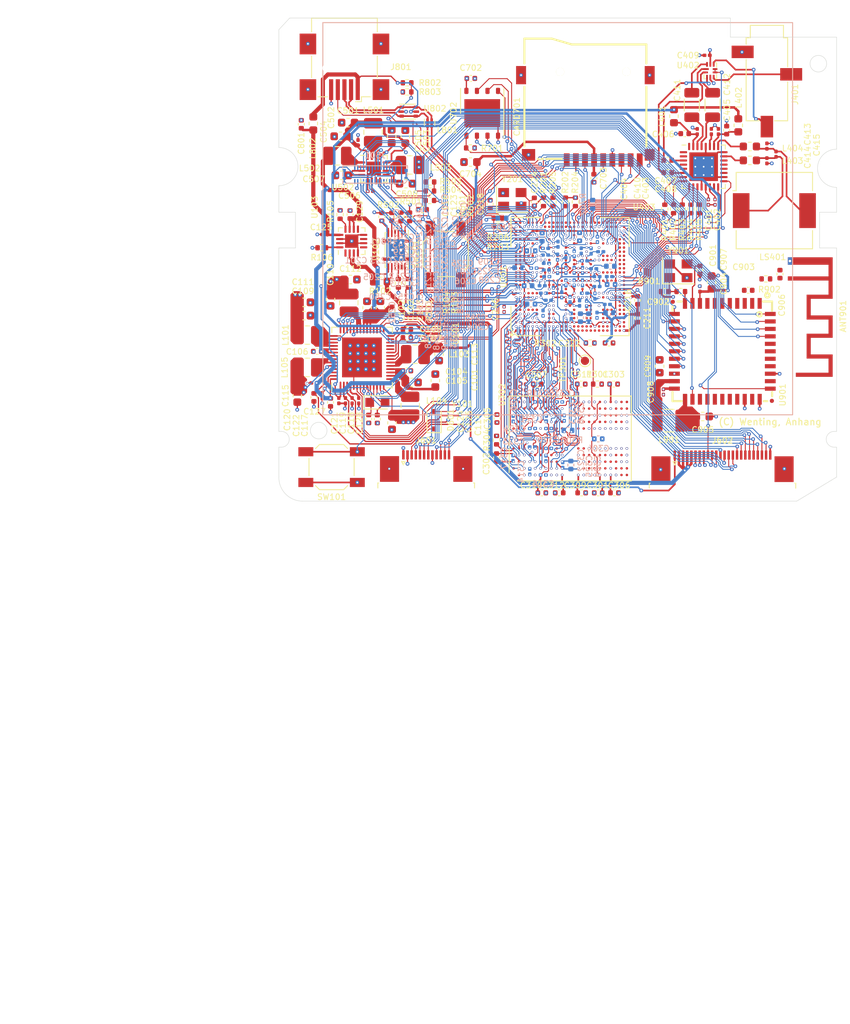
<source format=kicad_pcb>
(kicad_pcb (version 20211014) (generator pcbnew)
  (title_block (title "Sharket") (date "2022-09-23") (rev "r0.0"))
  (layers (0 "F.Cu" signal) (1 "In1.Cu" power) (2 "In2.Cu" mixed) (31 "B.Cu" signal) (34 "B.Paste" user) (35 "F.Paste" user) (36 "B.SilkS" user "B.Silkscreen") (37 "F.SilkS" user "F.Silkscreen") (38 "B.Mask" user) (39 "F.Mask" user) (44 "Edge.Cuts" user))
  (net 0 "")
  (net 1 "+SD")
  (net 2 "+BATT")
  (net 3 "+3V3")
  (net 4 "VDD_ARM")
  (net 5 "VDD_SOC")
  (net 6 "+1V8")
  (net 7 "+1V1")
  (net 8 "BATP")
  (net 9 "RTC_1P8")
  (net 10 "RTC_0P8")
  (net 11 "+1V8A")
  (net 12 "+1V2")
  (net 13 "+VCCIO_SD")
  (net 14 "Net-(C123-Pad2)")
  (net 15 "Net-(C124-Pad2)")
  (net 16 "VBUS")
  (net 17 "Net-(C126-Pad2)")
  (net 18 "Net-(C128-Pad2)")
  (net 19 "Net-(C201-Pad1)")
  (net 20 "Net-(C218-Pad1)")
  (net 21 "Net-(C224-Pad1)")
  (net 22 "Net-(C403-Pad1)")
  (net 23 "Net-(C407-Pad1)")
  (net 24 "/audio/LINEIN_L")
  (net 25 "Net-(C408-Pad1)")
  (net 26 "/audio/LINEIN_R")
  (net 27 "Net-(C410-Pad1)")
  (net 28 "Net-(C411-Pad1)")
  (net 29 "Net-(C412-Pad1)")
  (net 30 "Net-(C413-Pad2)")
  (net 31 "Net-(C414-Pad2)")
  (net 32 "AVDD")
  (net 33 "Net-(C506-Pad2)")
  (net 34 "VPOS")
  (net 35 "VNEG")
  (net 36 "Net-(C701-Pad2)")
  (net 37 "Net-(C901-Pad1)")
  (net 38 "Net-(C902-Pad1)")
  (net 39 "Net-(C903-Pad2)")
  (net 40 "Net-(C905-Pad1)")
  (net 41 "Net-(C906-Pad2)")
  (net 42 "SD_CD")
  (net 43 "SD_D1")
  (net 44 "SD_D0")
  (net 45 "Net-(CARD701-Pad5)")
  (net 46 "SD_CMD")
  (net 47 "SD_D3")
  (net 48 "SD_D2")
  (net 49 "Net-(J401-PadR)")
  (net 50 "Net-(J401-PadT)")
  (net 55 "MIPI_D1N")
  (net 56 "MIPI_D1P")
  (net 57 "MIPI_CKN")
  (net 58 "MIPI_CKP")
  (net 59 "SWIRE")
  (net 60 "MIPI_D0N")
  (net 61 "OLED_EN")
  (net 62 "MIPI_D0P")
  (net 66 "LCD_RST")
  (net 67 "KR0")
  (net 68 "KR1")
  (net 69 "KR2")
  (net 70 "KR3")
  (net 71 "KR4")
  (net 72 "KR5")
  (net 73 "KR6")
  (net 74 "KC0")
  (net 75 "KC1")
  (net 76 "KC2")
  (net 77 "KC3")
  (net 78 "KC4")
  (net 79 "KC5")
  (net 80 "KC6")
  (net 81 "ONOFF")
  (net 82 "Net-(J801-Pad1)")
  (net 83 "USB_ID")
  (net 84 "Net-(L101-Pad1)")
  (net 85 "Net-(L102-Pad1)")
  (net 86 "Net-(L103-Pad1)")
  (net 87 "Net-(L104-Pad1)")
  (net 88 "Net-(L105-Pad1)")
  (net 89 "Net-(L403-Pad1)")
  (net 90 "Net-(L404-Pad1)")
  (net 91 "Net-(L501-Pad2)")
  (net 92 "Net-(L502-Pad2)")
  (net 93 "Net-(L503-Pad1)")
  (net 94 "USB_DP")
  (net 95 "USB_DN")
  (net 96 "Net-(L901-Pad1)")
  (net 97 "Net-(R101-Pad2)")
  (net 98 "BAT_FG")
  (net 99 "Net-(R103-Pad1)")
  (net 100 "Net-(R104-Pad2)")
  (net 101 "Net-(R105-Pad1)")
  (net 102 "Net-(R106-Pad1)")
  (net 103 "Net-(R201-Pad2)")
  (net 104 "Net-(R202-Pad2)")
  (net 105 "SDRAM_RST")
  (net 106 "Net-(R302-Pad1)")
  (net 107 "SDRAM_CK_P")
  (net 108 "SDRAM_CK_N")
  (net 109 "Net-(R304-Pad1)")
  (net 110 "SAI_TX_SYNC")
  (net 111 "Net-(R401-Pad2)")
  (net 112 "SAI_TX_BCLK")
  (net 113 "Net-(R402-Pad2)")
  (net 114 "SAI_RX_DATA0")
  (net 115 "Net-(R403-Pad2)")
  (net 116 "SAI_TX_DATA0")
  (net 117 "Net-(R404-Pad2)")
  (net 118 "SAI_MCLK")
  (net 119 "Net-(R405-Pad2)")
  (net 120 "Net-(R501-Pad1)")
  (net 121 "AVDD_EN")
  (net 122 "Net-(R503-Pad1)")
  (net 123 "VNEG_CTRL")
  (net 124 "I2C1_SCL")
  (net 125 "I2C1_SDA")
  (net 126 "FSPI_1A_CS")
  (net 127 "SD_CLK")
  (net 128 "Net-(R801-Pad1)")
  (net 129 "VBUS_IN")
  (net 130 "Net-(R901-Pad2)")
  (net 131 "Net-(SW101-Pad2)")
  (net 132 "Net-(TP301-Pad1)")
  (net 134 "RTC_RESET_B")
  (net 135 "CLK_32K_OUT")
  (net 136 "POR_B")
  (net 137 "SD_NRST")
  (net 138 "PMIC_INT")
  (net 143 "WDOG_B")
  (net 144 "SD2_VSEL")
  (net 147 "PMIC_ON_REQ")
  (net 148 "PMIC_STBY_REQ")
  (net 152 "BAT_TS")
  (net 155 "BAT_CHRG")
  (net 156 "SDRAM_DQS0_P")
  (net 157 "SDRAM_D6")
  (net 158 "SDRAM_DM0")
  (net 159 "SDRAM_D0")
  (net 186 "TASKSEL")
  (net 236 "REF_CLK_32K")
  (net 246 "SDRAM_D5")
  (net 247 "SDRAM_DQS0_N")
  (net 248 "SDRAM_D7")
  (net 249 "SDRAM_D1")
  (net 264 "SDRAM_D4")
  (net 265 "SDRAM_D3")
  (net 266 "SDRAM_D2")
  (net 267 "SDRAM_CA3")
  (net 272 "UART1_RTS")
  (net 275 "SDRAM_D14")
  (net 276 "SDRAM_D15")
  (net 277 "SDRAM_CA2")
  (net 280 "UART1_RXD")
  (net 281 "UART2_TXD")
  (net 282 "UART1_CTS")
  (net 284 "SDRAM_DM1")
  (net 285 "SDRAM_D8")
  (net 286 "SDRAM_CKE0")
  (net 287 "SDRAM_CKE1")
  (net 289 "UART1_TXD")
  (net 290 "UART2_RXD")
  (net 291 "UART4_TXD")
  (net 292 "UART4_RXD")
  (net 294 "SDRAM_DQS1_P")
  (net 295 "SDRAM_D9")
  (net 297 "SDRAM_DQS1_N")
  (net 300 "SDRAM_D10")
  (net 301 "SDRAM_D11")
  (net 302 "SDRAM_CS1")
  (net 304 "SDRAM_CA0")
  (net 310 "SDRAM_D13")
  (net 311 "SDRAM_D12")
  (net 312 "SDRAM_CS0")
  (net 314 "SDRAM_CA1")
  (net 317 "FSPI_1A_D2")
  (net 318 "FSPI_1A_D1")
  (net 332 "SDRAM_CA4")
  (net 333 "SDRAM_CA5")
  (net 336 "FSPI_1A_SCK")
  (net 337 "FSPI_1A_D3")
  (net 340 "FSPI_1A_D0")
  (net 347 "WL_PMU_EN")
  (net 353 "SD1_DATA3")
  (net 354 "SD1_DATA2")
  (net 358 "BT_SHUTDOWN")
  (net 364 "SD1_CLK")
  (net 365 "SD1_CMD")
  (net 372 "WL_WAKE_AP")
  (net 375 "SD1_DATA1")
  (net 376 "SD1_DATA0")
  (net 387 "/audio/HP_R")
  (net 388 "/audio/HP_L")
  (net 459 "GND")
  (net 460 "Net-(R204-Pad2)")
  (net 461 "Net-(R205-Pad2)")
  (net 462 "Net-(R206-Pad2)")
  (net 463 "Net-(R207-Pad2)")
  (net 464 "/usb/USB_PORT_DN")
  (net 465 "/usb/USB_PORT_DP")
  (net 466 "Net-(C404-Pad1)")
  (net 468 "Net-(D601-Pad1)")
  (net 469 "JTAG_TMS")
  (net 470 "JTAG_TCK")
  (net 471 "JTAG_TDO")
  (net 472 "JTAG_TDI")
  (footprint "Resistor_SMD:R_0402_1005Metric" (layer "F.Cu") (at 136.79 89.54 180)
    (fp_text reference "R504")
    (fp_text value "DNP")
  )
  (footprint "Capacitor_SMD:C_0603_1608Metric" (layer "F.Cu") (at 137.45 112.375 -90)
    (fp_text reference "C101")
    (fp_text value "10uF")
  )
  (footprint "Inductor_SMD:L_1008_2520Metric" (layer "F.Cu") (at 125.6375 85.3)
    (fp_text reference "L502")
    (fp_text value "4.7uH")
  )
  (footprint "Capacitor_SMD:C_0402_1005Metric" (layer "F.Cu") (at 150.280001 125.9)
    (fp_text reference "C310")
    (fp_text value "10uF")
  )
  (footprint "footprint:L_CommonModeChoke_Panasonic_EXC14CE" (layer "F.Cu") (at 136.76 81.365)
    (fp_text reference "L801")
    (fp_text value "EXC14CE900U")
  )
  (footprint "Connector_FFC-FPC:TE_1-1734839-2_1x12-1MP_P0.5mm_Horizontal" (layer "F.Cu") (at 136.35 122.675)
    (fp_text reference "J601")
    (fp_text value "Conn_01x12_MountingPin")
  )
  (footprint "Capacitor_SMD:C_0201_0603Metric" (layer "F.Cu") (at 177.4 85.895 90)
    (fp_text reference "C414")
    (fp_text value "100nF")
  )
  (footprint "Capacitor_SMD:C_0201_0603Metric" (layer "F.Cu") (at 169.33 101.33 90)
    (fp_text reference "C904")
    (fp_text value "100nF")
  )
  (footprint "Inductor_SMD:L_1008_2520Metric" (layer "F.Cu") (at 122.025 110.79 180)
    (fp_text reference "L105")
    (fp_text value "470nH")
  )
  (footprint "Resistor_SMD:R_0402_1005Metric" (layer "F.Cu") (at 141.675 84.35 180)
    (fp_text reference "R701")
    (fp_text value "100K")
  )
  (footprint "Resistor_SMD:R_0402_1005Metric" (layer "F.Cu") (at 134.35 92.65 -90)
    (fp_text reference "R602")
    (fp_text value "4.7K")
  )
  (footprint "footprint:TFC-WPAPR-08" (layer "F.Cu") (at 155.53 78.43 90)
    (fp_text reference "CARD701")
    (fp_text value "MICRO_SD(TFC-WPAPR-08)")
  )
  (footprint "Capacitor_SMD:C_0402_1005Metric" (layer "F.Cu") (at 169.33 99.05 -90)
    (fp_text reference "C901")
    (fp_text value "18pF")
  )
  (footprint "Capacitor_SMD:C_0402_1005Metric" (layer "F.Cu") (at 157.080001 125.9 180)
    (fp_text reference "C301")
    (fp_text value "10uF")
  )
  (footprint "Capacitor_SMD:C_0603_1608Metric" (layer "F.Cu") (at 133.9125 88.65 180)
    (fp_text reference "C508")
    (fp_text value "10uF")
  )
  (footprint "Capacitor_SMD:C_0402_1005Metric" (layer "F.Cu") (at 155.030001 112.8)
    (fp_text reference "C311")
    (fp_text value "10uF")
  )
  (footprint "Capacitor_SMD:C_0402_1005Metric" (layer "F.Cu") (at 165.455 87.325 180)
    (fp_text reference "C408")
    (fp_text value "1uF")
  )
  (footprint "Capacitor_SMD:C_0201_0603Metric" (layer "F.Cu") (at 145.74 103.78 90)
    (fp_text reference "C246")
    (fp_text value "220nF")
  )
  (footprint "Diode_SMD:D_SOD-323" (layer "F.Cu") (at 137.3 117.15 90)
    (fp_text reference "D601")
    (fp_text value "TBD")
  )
  (footprint "Oscillator:Oscillator_SMD_Abracon_ASE-4Pin_3.2x2.5mm" (layer "F.Cu") (at 166.73 99.15)
    (fp_text reference "Y901")
    (fp_text value "26MHz")
  )
  (footprint "Capacitor_SMD:C_0402_1005Metric" (layer "F.Cu") (at 132.2 92.65 -90)
    (fp_text reference "C123")
    (fp_text value "1uF")
  )
  (footprint "Inductor_SMD:L_0603_1608Metric" (layer "F.Cu") (at 122.75 81.4 90)
    (fp_text reference "L802")
    (fp_text value "120R")
  )
  (footprint "Capacitor_SMD:C_0603_1608Metric" (layer "F.Cu") (at 170.73 100.55 90)
    (fp_text reference "C907")
    (fp_text value "10uF")
  )
  (footprint "footprint:QFN-56_EP_7x7_Pitch0.4mm" (layer "F.Cu") (at 128.625 109.6 90)
    (fp_text reference "U101")
    (fp_text value "PCA9450BHN")
  )
  (footprint "Resistor_SMD:R_0402_1005Metric" (layer "F.Cu") (at 136.8 88.45 180)
    (fp_text reference "R503")
    (fp_text value "0")
  )
  (footprint "Capacitor_SMD:C_0201_0603Metric" (layer "F.Cu") (at 171.15 90.875 -90)
    (fp_text reference "C402")
    (fp_text value "220nF")
  )
  (footprint "Resistor_SMD:R_0402_1005Metric" (layer "F.Cu") (at 154.330001 90.85 -90)
    (fp_text reference "R204")
    (fp_text value "10K")
  )
  (footprint "Resistor_SMD:R_0402_1005Metric" (layer "F.Cu") (at 134.05 76.5)
    (fp_text reference "R802")
    (fp_text value "100K")
  )
  (footprint "Capacitor_SMD:C_1206_3216Metric" (layer "F.Cu") (at 168.355 79.175 90)
    (fp_text reference "C411")
    (fp_text value "100uF")
  )
  (footprint "Button_Switch_SMD:SW_SPST_SKQG_WithStem" (layer "F.Cu") (at 138.7 97.13 90)
    (fp_text reference "SW201")
    (fp_text value "SW_Push")
  )
  (footprint "Capacitor_SMD:C_0402_1005Metric" (layer "F.Cu") (at 165.454999 85.825 180)
    (fp_text reference "C407")
    (fp_text value "1uF")
  )
  (footprint "Capacitor_SMD:C_0402_1005Metric" (layer "F.Cu") (at 156.555 88 -90)
    (fp_text reference "C703")
    (fp_text value "1uF")
  )
  (footprint "Capacitor_SMD:C_0603_1608Metric" (layer "F.Cu") (at 132.23 117.47 90)
    (fp_text reference "C114")
    (fp_text value "22uF")
  )
  (footprint "Capacitor_SMD:C_0603_1608Metric" (layer "F.Cu") (at 121.625 102.95 180)
    (fp_text reference "C111")
    (fp_text value "22uF")
  )
  (footprint "Package_SON:WSON-8-1EP_6x5mm_P1.27mm_EP3.4x4.3mm" (layer "F.Cu") (at 143.1 80.175 90)
    (fp_text reference "U702")
    (fp_text value "W25Q128JVP")
  )
  (footprint "Capacitor_SMD:C_0201_0603Metric" (layer "F.Cu") (at 171.555 82.375 90)
    (fp_text reference "C403")
    (fp_text value "220nF")
  )
  (footprint "Inductor_SMD:L_1008_2520Metric" (layer "F.Cu") (at 127.025 103 90)
    (fp_text reference "L102")
    (fp_text value "470nH")
  )
  (footprint "Capacitor_SMD:C_0201_0603Metric" (layer "F.Cu") (at 170.35 90.875 -90)
    (fp_text reference "C401")
    (fp_text value "220nF")
  )
  (footprint "Capacitor_SMD:C_0402_1005Metric" (layer "F.Cu") (at 172.555 82.205 90)
    (fp_text reference "C405")
    (fp_text value "10uF")
  )
  (footprint "Resistor_SMD:R_0402_1005Metric" (layer "F.Cu") (at 145 93.8)
    (fp_text reference "R206")
    (fp_text value "10K")
  )
  (footprint "Inductor_SMD:L_0603_1608Metric" (layer "F.Cu") (at 175.35 85.85)
    (fp_text reference "L403")
    (fp_text value "15uH")
  )
  (footprint "Capacitor_SMD:C_0402_1005Metric" (layer "F.Cu") (at 123.225 108.86)
    (fp_text reference "C106")
    (fp_text value "4.7uF")
  )
  (footprint "Resistor_SMD:R_0402_1005Metric" (layer "F.Cu") (at 132.225 104 -90)
    (fp_text reference "R101")
    (fp_text value "0")
  )
  (footprint "Capacitor_SMD:C_0402_1005Metric" (layer "F.Cu") (at 149.380001 90.85 -90)
    (fp_text reference "C224")
    (fp_text value "18pF")
  )
  (footprint "footprint:BGA-200_10.0x14.5mm_Layout12x22_P0.80x0.65mm_B0.3mm" (layer "F.Cu") (at 153.680001 119.35 90)
    (fp_text reference "U302")
    (fp_text value "MT53D512M16D1DS-046")
  )
  (footprint "Capacitor_SMD:C_0201_0603Metric" (layer "F.Cu") (at 170.2 73.19 180)
    (fp_text reference "C409")
    (fp_text value "220nF")
  )
  (footprint "Capacitor_SMD:C_0201_0603Metric" (layer "F.Cu") (at 128.225 114.8 90)
    (fp_text reference "C128")
    (fp_text value "1uF")
  )
  (footprint "Capacitor_SMD:C_0201_0603Metric" (layer "F.Cu") (at 128.1375 83.72 -90)
    (fp_text reference "C504")
    (fp_text value "100nF")
  )
  (footprint "Resistor_SMD:R_0402_1005Metric" (layer "F.Cu") (at 165.1 91.7 90)
    (fp_text reference "R401")
    (fp_text value "22R")
  )
  (footprint "Capacitor_SMD:C_0201_0603Metric" (layer "F.Cu") (at 122.83 112.66)
    (fp_text reference "C127")
    (fp_text value "1uF")
  )
  (footprint "Capacitor_SMD:C_0603_1608Metric" (layer "F.Cu") (at 120.825 114.200001 90)
    (fp_text reference "C115")
    (fp_text value "22uF")
  )
  (footprint "Capacitor_SMD:C_0402_1005Metric" (layer "F.Cu") (at 134.025 106.2 180)
    (fp_text reference "C108")
    (fp_text value "1uF")
  )
  (footprint "Capacitor_SMD:C_0603_1608Metric" (layer "F.Cu") (at 141.68 86.05 180)
    (fp_text reference "C704")
    (fp_text value "22uF")
  )
  (footprint "Resistor_SMD:R_0402_1005Metric" (layer "F.Cu") (at 153.130001 90.85 -90)
    (fp_text reference "R202")
    (fp_text value "100K/1%")
  )
  (footprint "Capacitor_SMD:C_0402_1005Metric" (layer "F.Cu") (at 158.380001 107.85)
    (fp_text reference "C222")
    (fp_text value "10uF")
  )
  (footprint "Capacitor_SMD:C_0402_1005Metric" (layer "F.Cu") (at 159.030001 125.9)
    (fp_text reference "C306")
    (fp_text value "10uF")
  )
  (footprint "Capacitor_SMD:C_0603_1608Metric" (layer "F.Cu") (at 164.48 110.65 90)
    (fp_text reference "C909")
    (fp_text value "10uF")
  )
  (footprint "Capacitor_SMD:C_0603_1608Metric" (layer "F.Cu") (at 126.1875 87.65)
    (fp_text reference "C507")
    (fp_text value "10uF")
  )
  (footprint "Resistor_SMD:R_0402_1005Metric" (layer "F.Cu") (at 150.480001 90.85 -90)
    (fp_text reference "R201")
    (fp_text value "10K")
  )
  (footprint "Capacitor_SMD:C_0201_0603Metric" (layer "F.Cu") (at 177.4 84.125 -90)
    (fp_text reference "C413")
    (fp_text value "100nF")
  )
  (footprint "Capacitor_SMD:C_0402_1005Metric" (layer "F.Cu") (at 161.830001 104.85 -90)
    (fp_text reference "C211")
    (fp_text value "10uF")
  )
  (footprint "Capacitor_SMD:C_0603_1608Metric" (layer "F.Cu") (at 129.225 103.6 -90)
    (fp_text reference "C102")
    (fp_text value "10uF")
  )
  (footprint "Inductor_SMD:L_1008_2520Metric" (layer "F.Cu") (at 134.3875 86.4)
    (fp_text reference "L503")
    (fp_text value "4.7uH")
  )
  (footprint "Capacitor_SMD:C_0402_1005Metric" (layer "F.Cu") (at 127.175 92.375 -90)
    (fp_text reference "C129")
    (fp_text value "4.7uF")
  )
  (footprint "Capacitor_SMD:C_0402_1005Metric" (layer "F.Cu") (at 178.975 99.55 -90)
    (fp_text reference "C906")
    (fp_text value "DNP")
  )
  (footprint "Capacitor_SMD:C_0201_0603Metric" (layer "F.Cu") (at 170.705 82.375 90)
    (fp_text reference "C410")
    (fp_text value "100nF")
  )
  (footprint "Resistor_SMD:R_0402_1005Metric" (layer "F.Cu") (at 135.9 91.78 180)
    (fp_text reference "R502")
    (fp_text value "DNP")
  )
  (footprint "Capacitor_SMD:C_0201_0603Metric" (layer "F.Cu") (at 178.5 85.1 90)
    (fp_text reference "C415")
    (fp_text value "220nF")
  )
  (footprint "Resistor_SMD:R_0402_1005Metric" (layer "F.Cu") (at 136.79 90.68)
    (fp_text reference "R501")
    (fp_text value "0")
  )
  (footprint "Capacitor_SMD:C_0402_1005Metric" (layer "F.Cu") (at 161.830001 102.7 90)
    (fp_text reference "C216")
    (fp_text value "10uF")
  )
  (footprint "Capacitor_SMD:C_0201_0603Metric" (layer "F.Cu") (at 124.12 94.775)
    (fp_text reference "C125")
    (fp_text value "1uF")
  )
  (footprint "Resistor_SMD:R_0402_1005Metric" (layer "F.Cu") (at 151.630001 90.85 -90)
    (fp_text reference "R205")
    (fp_text value "10K")
  )
  (footprint "Capacitor_SMD:C_0402_1005Metric" (layer "F.Cu") (at 134.025 111.2 180)
    (fp_text reference "C104")
    (fp_text value "4.7uF")
  )
  (footprint "Capacitor_SMD:C_0603_1608Metric" (layer "F.Cu") (at 132.1875 82.95 -90)
    (fp_text reference "C505")
    (fp_text value "10uF")
  )
  (footprint "RF_Antenna:Texas_SWRA117D_2.4GHz_Right" (layer "F.Cu") (at 180.175 100.075 -90)
    (fp_text reference "ANT901")
    (fp_text value "Conn_01x02")
  )
  (footprint "Capacitor_SMD:C_0603_1608Metric" (layer "F.Cu") (at 121.625 104.55 180)
    (fp_text reference "C109")
    (fp_text value "22uF")
  )
  (footprint "Connector_FFC-FPC:TE_2-1734839-4_1x24-1MP_P0.5mm_Horizontal" (layer "F.Cu") (at 172.05 122.7)
    (fp_text reference "J602")
    (fp_text value "Conn_01x24_MountingPin")
  )
  (footprint "Capacitor_SMD:C_0201_0603Metric" (layer "F.Cu") (at 123.825 114.2 90)
    (fp_text reference "C122")
    (fp_text value "1uF")
  )
  (footprint "Capacitor_SMD:C_0603_1608Metric" (layer "F.Cu") (at 126.0375 82.95)
    (fp_text reference "C502")
    (fp_text value "10uF")
  )
  (footprint "Resistor_SMD:R_0402_1005Metric" (layer "F.Cu") (at 134.2 100.65 90)
    (fp_text reference "R104")
    (fp_text value "10K")
  )
  (footprint "Capacitor_SMD:C_0402_1005Metric" (layer "F.Cu") (at 122.825 114.4 90)
    (fp_text reference "C120")
    (fp_text value "2.2uF")
  )
  (footprint "Button_Switch_SMD:SW_SPST_SKQG_WithStem" (layer "F.Cu") (at 124.95 122.8 180)
    (fp_text reference "SW101")
    (fp_text value "SW_Push")
  )
  (footprint "Resistor_SMD:R_0402_1005Metric" (layer "F.Cu") (at 167.03 101.65)
    (fp_text reference "R901")
    (fp_text value "22")
  )
  (footprint "Inductor_SMD:L_0603_1608Metric" (layer "F.Cu") (at 166.205 80.525 90)
    (fp_text reference "L401")
    (fp_text value "120R")
  )
  (footprint "Capacitor_SMD:C_0201_0603Metric" (layer "F.Cu") (at 125.825 114.8 90)
    (fp_text reference "C121")
    (fp_text value "1uF")
  )
  (footprint "Capacitor_SMD:C_0402_1005Metric" (layer "F.Cu") (at 155.080001 125.9)
    (fp_text reference "C309")
    (fp_text value "10uF")
  )
  (footprint "Resistor_SMD:R_0402_1005Metric" (layer "F.Cu") (at 166.15 91.7 90)
    (fp_text reference "R402")
    (fp_text value "22R")
  )
  (footprint "Capacitor_SMD:C_1206_3216Metric" (layer "F.Cu") (at 170.855 79.175 90)
    (fp_text reference "C412")
    (fp_text value "100uF")
  )
  (footprint "Capacitor_SMD:C_0402_1005Metric" (layer "F.Cu") (at 144.880001 116.95 90)
    (fp_text reference "C305")
    (fp_text value "10uF")
  )
  (footprint "Capacitor_SMD:C_0402_1005Metric" (layer "F.Cu") (at 141.725 75.975 180)
    (fp_text reference "C702")
    (fp_text value "470nF")
  )
  (footprint "Capacitor_SMD:C_0603_1608Metric" (layer "F.Cu") (at 169.68 116.7)
    (fp_text reference "C905")
    (fp_text value "10uF")
  )
  (footprint "Resistor_SMD:R_0402_1005Metric" (layer "F.Cu") (at 144.830001 119.55 90)
    (fp_text reference "R304")
    (fp_text value "240/1%")
  )
  (footprint "Capacitor_SMD:C_0402_1005Metric" (layer "F.Cu") (at 158.930001 112.8)
    (fp_text reference "C303")
    (fp_text value "10uF")
  )
  (footprint "Capacitor_SMD:C_0201_0603Metric" (layer "F.Cu") (at 126.625 114.8 90)
    (fp_text reference "C119")
    (fp_text value "1uF")
  )
  (footprint "Resistor_SMD:R_0402_1005Metric" (layer "F.Cu") (at 177.275 100.125 180)
    (fp_text reference "R902")
    (fp_text value "0")
  )
  (footprint "Capacitor_SMD:C_0603_1608Metric" (layer "F.Cu") (at 133.8375 83 -90)
    (fp_text reference "C503")
    (fp_text value "10uF")
  )
  (footprint "Capacitor_SMD:C_0201_0603Metric" (layer "F.Cu") (at 127.425 114.8 90)
    (fp_text reference "C118")
    (fp_text value "1uF")
  )
  (footprint "Resistor_SMD:R_0402_1005Metric" (layer "F.Cu") (at 133.3 92.65 -90)
    (fp_text reference "R601")
    (fp_text value "4.7K")
  )
  (footprint "Package_SON:Texas_S-PDSO-N12" (layer "F.Cu") (at 132.8 96.65 -90)
    (fp_text reference "U102")
    (fp_text value "BQ27441-G1")
  )
  (footprint "footprint:RL-SM02BD(RTL8723BS)" (layer "F.Cu") (at 172.03 108.85 -90)
    (fp_text reference "U901")
    (fp_text value "AP6330(BCM4330)")
  )
  (footprint "Inductor_SMD:L_1008_2520Metric" (layer "F.Cu") (at 135.025 109.2)
    (fp_text reference "L103")
    (fp_text value "470nH")
  )
  (footprint "Buzzer_Beeper:Buzzer_CUI_CPT-9019S-SMT" (layer "F.Cu") (at 178.3 91.9)
    (fp_text reference "LS401")
    (fp_text value "Speaker")
  )
  (footprint "Package_DFN_QFN:QFN-32-1EP_5x5mm_P0.5mm_EP3.45x3.45mm_ThermalVias" (layer "F.Cu") (at 169.78 86.6125)
    (fp_text reference "U403")
    (fp_text value "WM8978")
  )
  (footprint "Capacitor_SMD:C_0201_0603Metric" (layer "F.Cu") (at 129.62 89.57)
    (fp_text reference "C506")
    (fp_text value "100nF")
  )
  (footprint "footprint:BGA-486_27x27_14.0x14.0mm" (layer "F.Cu") (at 153.68 99.85 90)
    (fp_text reference "U201")
    (fp_text value "MIMX8MN6DVTJZAA")
  )
  (footprint "Capacitor_SMD:C_0402_1005Metric" (layer "F.Cu") (at 144.055001 91.125 90)
    (fp_text reference "C218")
    (fp_text value "18pF")
  )
  (footprint "Capacitor_SMD:C_0402_1005Metric" (layer "F.Cu") (at 134.025 107.2 180)
    (fp_text reference "C107")
    (fp_text value "1uF")
  )
  (footprint "Capacitor_SMD:C_0402_1005Metric" (layer "F.Cu") (at 129.425 117 90)
    (fp_text reference "C124")
    (fp_text value "18pF")
  )
  (footprint "Resistor_SMD:R_0402_1005Metric" (layer "F.Cu") (at 156.980001 112.8)
    (fp_text reference "R301")
    (fp_text value "10K")
  )
  (footprint "Capacitor_SMD:C_0603_1608Metric" (layer "F.Cu") (at 130.825 103.6 -90)
    (fp_text reference "C103")
    (fp_text value "10uF")
  )
  (footprint "Resistor_SMD:R_0402_1005Metric" (layer "F.Cu") (at 125.975 92.375 90)
    (fp_text reference "R105")
    (fp_text value "2K")
  )
  (footprint "Capacitor_SMD:C_0603_1608Metric" (layer "F.Cu") (at 124.825 102.6 90)
    (fp_text reference "C110")
    (fp_text value "22uF")
  )
  (footprint "Inductor_SMD:L_1008_2520Metric" (layer "F.Cu") (at 134.425 115.4 -90)
    (fp_text reference "L104")
    (fp_text value "470nH")
  )
  (footprint "Capacitor_SMD:C_0603_1608Metric" (layer "F.Cu") (at 137.9 109.2 90)
    (fp_text reference "C113")
    (fp_text value "22uF")
  )
  (footprint "Package_TO_SOT_SMD:SOT-666" (layer "F.Cu") (at 134.24 79.98)
    (fp_text reference "U802")
    (fp_text value "USBLC6-2P6")
  )
  (footprint "Capacitor_SMD:C_0402_1005Metric" (layer "F.Cu") (at 144.830001 121.65 -90)
    (fp_text reference "C302")
    (fp_text value "10uF")
  )
  (footprint "Inductor_SMD:L_1210_3225Metric" (layer "F.Cu") (at 165.605 117.2)
    (fp_text reference "L901")
    (fp_text value "4.7uH")
  )
  (footprint "Resistor_SMD:R_0402_1005Metric" (layer "F.Cu") (at 156.1 107.85)
    (fp_text reference "R302")
    (fp_text value "240/1%")
  )
  (footprint "Capacitor_SMD:C_0402_1005Metric" (layer "F.Cu") (at 124.825 115 90)
    (fp_text reference "C117")
    (fp_text value "4.7uF")
  )
  (footprint "Inductor_SMD:L_1008_2520Metric" (layer "F.Cu") (at 122.025 106.9 180)
    (fp_text reference "L101")
    (fp_text value "470nH")
  )
  (footprint "Package_DFN_QFN:VQFN-16-1EP_3x3mm_P0.5mm_EP1.6x1.6mm" (layer "F.Cu") (at 127.375 95.575 90)
    (fp_text reference "U103")
    (fp_text value "BQ24072RGT")
  )
  (footprint "Capacitor_SMD:C_0402_1005Metric" (layer "F.Cu") (at 149.730001 112.8 180)
    (fp_text reference "C307")
    (fp_text value "10uF")
  )
  (footprint "Resistor_SMD:R_0603_1608Metric" (layer "F.Cu") (at 130.8 100.45 180)
    (fp_text reference "R102")
    (fp_text value "0.01/1%")
  )
  (footprint "Capacitor_SMD:C_0201_0603Metric" (layer "F.Cu") (at 164.93 113.75 -90)
    (fp_text reference "C908")
    (fp_text value "100nF")
  )
  (footprint "Capacitor_SMD:C_0402_1005Metric" (layer "F.Cu") (at 130.46 117.01 90)
    (fp_text reference "C126")
    (fp_text value "18pF")
  )
  (footprint "Capacitor_SMD:C_0402_1005Metric" (layer "F.Cu") (at 131 92.65 -90)
    (fp_text reference "C116")
    (fp_text value "1uF")
  )
  (footprint "Resistor_SMD:R_0402_1005Metric" (layer "F.Cu") (at 169.3 91.7 90)
    (fp_text reference "R405")
    (fp_text value "22R")
  )
  (footprint "Inductor_SMD:L_1008_2520Metric" (layer "F.Cu") (at 129.95 82.45 -90)
    (fp_text reference "L501")
    (fp_text value "10uH")
  )
  (footprint "footprint:PJ-208" (layer "F.Cu") (at 177.4 76.08 -90)
    (fp_text reference "J401")
    (fp_text value "AudioJack3")
  )
  (footprint "TestPoint:TestPoint_Pad_D1.0mm" (layer "F.Cu") (at 155.480001 110 90)
    (fp_text reference "TP301")
    (fp_text value "TestPoint")
  )
  (footprint "Inductor_SMD:L_0603_1608Metric" (layer "F.Cu") (at 175.35 84.175)
    (fp_text reference "L404")
    (fp_text value "15uH")
  )
  (footprint "Capacitor_SMD:C_0402_1005Metric" (layer "F.Cu") (at 121.3 81.5 90)
    (fp_text reference "C801")
    (fp_text value "10uF")
  )
  (footprint "Resistor_SMD:R_0402_1005Metric" (layer "F.Cu") (at 168.25 91.7 90)
    (fp_text reference "R404")
    (fp_text value "22R")
  )
  (footprint "Resistor_SMD:R_0402_1005Metric" (layer "F.Cu") (at 134.05 77.6 180)
    (fp_text reference "R803")
    (fp_text value "100K")
  )
  (footprint "Resistor_SMD:R_0402_1005Metric" (layer "F.Cu") (at 133 100.65 -90)
    (fp_text reference "R103")
    (fp_text value "10K")
  )
  (footprint "Capacitor_SMD:C_0603_1608Metric" (layer "F.Cu") (at 127.225 100.2 180)
    (fp_text reference "C112")
    (fp_text value "22uF")
  )
  (footprint "Resistor_SMD:R_0402_1005Metric" (layer "F.Cu") (at 145 92.8 180)
    (fp_text reference "R203")
    (fp_text value "100K")
  )
  (footprint "Connector_USB:USB_Mini-B_Wuerth_65100516121_Horizontal" (layer "F.Cu") (at 126.5 74.725 180)
    (fp_text reference "J801")
    (fp_text value "USB_B_Mini")
  )
  (footprint "Capacitor_SMD:C_0201_0603Metric" (layer "F.Cu") (at 169.005 82.375 90)
    (fp_text reference "C404")
    (fp_text value "220nF")
  )
  (footprint "Resistor_SMD:R_0402_1005Metric" (layer "F.Cu") (at 167.2 91.69 90)
    (fp_text reference "R403")
    (fp_text value "22R")
  )
  (footprint "Package_DFN_QFN:QFN-16-1EP_3x3mm_P0.5mm_EP1.7x1.7mm" (layer "F.Cu") (at 130.05 86.85)
    (fp_text reference "U502")
    (fp_text value "TPS65632")
  )
  (footprint "Resistor_SMD:R_0402_1005Metric" (layer "F.Cu") (at 123.775 96.375 180)
    (fp_text reference "R106")
    (fp_text value "1K")
  )
  (footprint "Capacitor_SMD:C_0402_1005Metric" (layer "F.Cu") (at 152.380001 125.9 180)
    (fp_text reference "C312")
    (fp_text value "10uF")
  )
  (footprint "Capacitor_SMD:C_0402_1005Metric" (layer "F.Cu") (at 165.08 101.65 180)
    (fp_text reference "C902")
    (fp_text value "18pF")
  )
  (footprint "Inductor_SMD:L_0603_1608Metric" (layer "F.Cu") (at 173.955 81.625 90)
    (fp_text reference "L402")
    (fp_text value "120R")
  )
  (footprint "Capacitor_SMD:C_0402_1005Metric" (layer "F.Cu") (at 167.505 82.625 180)
    (fp_text reference "C406")
    (fp_text value "10uF")
  )
  (footprint "Crystal:Crystal_SMD_TXC_9HT11-2Pin_2.0x1.2mm_HandSoldering" (layer "F.Cu") (at 130.47 115)
    (fp_text reference "Y101")
    (fp_text value "32.768K")
  )
  (footprint "Capacitor_SMD:C_0402_1005Metric" (layer "F.Cu") (at 175.15 101.5)
    (fp_text reference "C903")
    (fp_text value "DNP")
  )
  (footprint "Oscillator:Oscillator_SMD_Abracon_ASE-4Pin_3.2x2.5mm" (layer "F.Cu") (at 146.730001 90.55)
    (fp_text reference "Y201")
    (fp_text value "24MHz")
  )
  (footprint "Capacitor_SMD:C_0603_1608Metric" (layer "F.Cu") (at 126.9375 81.3)
    (fp_text reference "C501")
    (fp_text value "10uF")
  )
  (footprint "Package_DFN_QFN:UQFN-10_1.4x1.8mm_P0.4mm" (layer "F.Cu") (at 170.585 75.05)
    (fp_text reference "U402")
    (fp_text value "FSA2269UMX")
  )
  (footprint "Capacitor_SMD:C_0603_1608Metric" (layer "F.Cu") (at 134.6 112.6 180)
    (fp_text reference "C105")
    (fp_text value "10uF")
  )
  (footprint "Capacitor_SMD:C_0201_0603Metric" (layer "B.Cu") (at 154.830001 103.05 -90)
    (fp_text reference "C253")
    (fp_text value "1uF")
  )
  (footprint "Capacitor_SMD:C_0201_0603Metric" (layer "B.Cu") (at 150.330001 100.95 180)
    (fp_text reference "C212")
    (fp_text value "220nF")
  )
  (footprint "Capacitor_SMD:C_0402_1005Metric" (layer "B.Cu") (at 158.630001 100.8)
    (fp_text reference "C208")
    (fp_text value "10uF")
  )
  (footprint "Capacitor_SMD:C_0201_0603Metric" (layer "B.Cu") (at 155.180001 100.6 -90)
    (fp_text reference "C229")
    (fp_text value "1uF")
  )
  (footprint "Capacitor_SMD:C_0201_0603Metric" (layer "B.Cu") (at 153.180001 100.6 -90)
    (fp_text reference "C215")
    (fp_text value "1uF")
  )
  (footprint "Capacitor_SMD:C_0402_1005Metric" (layer "B.Cu") (at 154.830001 95.05 -90)
    (fp_text reference "C701")
    (fp_text value "18pF")
  )
  (footprint "Capacitor_SMD:C_0201_0603Metric" (layer "B.Cu") (at 155.42 101.85)
    (fp_text reference "C230")
    (fp_text value "1uF")
  )
  (footprint "Capacitor_SMD:C_0402_1005Metric" (layer "B.Cu") (at 154.930001 104.8 -90)
    (fp_text reference "C248")
    (fp_text value "10uF")
  )
  (footprint "Capacitor_SMD:C_0402_1005Metric" (layer "B.Cu") (at 155.930001 104.8 -90)
    (fp_text reference "C249")
    (fp_text value "10uF")
  )
  (footprint "Capacitor_SMD:C_0402_1005Metric" (layer "B.Cu") (at 153.780001 122.55 -90)
    (fp_text reference "C308")
    (fp_text value "10uF")
  )
  (footprint "Capacitor_SMD:C_0201_0603Metric" (layer "B.Cu") (at 149.33 98.83 180)
    (fp_text reference "C223")
    (fp_text value "220nF")
  )
  (footprint "Capacitor_SMD:C_0402_1005Metric" (layer "B.Cu") (at 157.080001 119.4)
    (fp_text reference "C304")
    (fp_text value "10uF")
  )
  (footprint "Capacitor_SMD:C_0201_0603Metric" (layer "B.Cu") (at 156.680001 102.2 -90)
    (fp_text reference "C228")
    (fp_text value "220nF")
  )
  (footprint "Capacitor_SMD:C_0402_1005Metric" (layer "B.Cu") (at 150.31 95.1 90)
    (fp_text reference "C240")
    (fp_text value "10uF")
  )
  (footprint "Resistor_SMD:R_0402_1005Metric" (layer "B.Cu") (at 156.405001 91.135 -90)
    (fp_text reference "R702")
    (fp_text value "0")
  )
  (footprint "Capacitor_SMD:C_0201_0603Metric" (layer "B.Cu") (at 154.180001 97.1 90)
    (fp_text reference "C217")
    (fp_text value "220nF")
  )
  (footprint "Capacitor_SMD:C_0201_0603Metric" (layer "B.Cu") (at 156.925001 99.85)
    (fp_text reference "C207")
    (fp_text value "220nF")
  )
  (footprint "Capacitor_SMD:C_0201_0603Metric" (layer "B.Cu") (at 155.430001 97.95)
    (fp_text reference "C242")
    (fp_text value "1uF")
  )
  (footprint "Capacitor_SMD:C_0201_0603Metric" (layer "B.Cu") (at 150.430001 104.25 -90)
    (fp_text reference "C252")
    (fp_text value "1uF")
  )
  (footprint "Capacitor_SMD:C_0201_0603Metric" (layer "B.Cu") (at 151.105001 120.55 180)
    (fp_text reference "C326")
    (fp_text value "220nF")
  )
  (footprint "Capacitor_SMD:C_0201_0603Metric" (layer "B.Cu") (at 149.155001 118.15)
    (fp_text reference "C324")
    (fp_text value "220nF")
  )
  (footprint "Capacitor_SMD:C_0201_0603Metric" (layer "B.Cu") (at 158.430001 99.85)
    (fp_text reference "C225")
    (fp_text value "220nF")
  )
  (footprint "Capacitor_SMD:C_0201_0603Metric" (layer "B.Cu") (at 151.110001 118.15 180)
    (fp_text reference "C321")
    (fp_text value "220nF")
  )
  (footprint "Capacitor_SMD:C_0201_0603Metric" (layer "B.Cu") (at 149.130001 120.375)
    (fp_text reference "C323")
    (fp_text value "220nF")
  )
  (footprint "Capacitor_SMD:C_0201_0603Metric" (layer "B.Cu") (at 150.730001 96.45 180)
    (fp_text reference "C241")
    (fp_text value "220nF")
  )
  (footprint "Capacitor_SMD:C_0201_0603Metric" (layer "B.Cu") (at 152.180001 99.105 90)
    (fp_text reference "C221")
    (fp_text value "1uF")
  )
  (footprint "Capacitor_SMD:C_0201_0603Metric" (layer "B.Cu") (at 150.780001 121.75 -90)
    (fp_text reference "C322")
    (fp_text value "220nF")
  )
  (footprint "Capacitor_SMD:C_0201_0603Metric" (layer "B.Cu") (at 158.180001 103.2)
    (fp_text reference "C245")
    (fp_text value "1uF")
  )
  (footprint "Resistor_SMD:R_0402_1005Metric" (layer "B.Cu") (at 153.430001 118.375)
    (fp_text reference "R303")
    (fp_text value "150/1%")
  )
  (footprint "Capacitor_SMD:C_0402_1005Metric" (layer "B.Cu") (at 147.48 98.78 180)
    (fp_text reference "C201")
    (fp_text value "2.2nF")
  )
  (footprint "Capacitor_SMD:C_0201_0603Metric" (layer "B.Cu") (at 150.730001 97.25 180)
    (fp_text reference "C243")
    (fp_text value "220nF")
  )
  (footprint "Capacitor_SMD:C_0201_0603Metric" (layer "B.Cu") (at 156.22 96.77 90)
    (fp_text reference "C219")
    (fp_text value "220nF")
  )
  (footprint "Capacitor_SMD:C_0201_0603Metric" (layer "B.Cu") (at 152.805001 122.55 -90)
    (fp_text reference "C325")
    (fp_text value "220nF")
  )
  (footprint "Capacitor_SMD:C_0201_0603Metric" (layer "B.Cu") (at 150.480001 101.85 180)
    (fp_text reference "C213")
    (fp_text value "220nF")
  )
  (footprint "Capacitor_SMD:C_0201_0603Metric" (layer "B.Cu") (at 150.880001 99.85 180)
    (fp_text reference "C203")
    (fp_text value "220nF")
  )
  (footprint "Capacitor_SMD:C_0201_0603Metric" (layer "B.Cu") (at 152.430001 114.95 180)
    (fp_text reference "C315")
    (fp_text value "220nF")
  )
  (footprint "Capacitor_SMD:C_0201_0603Metric" (layer "B.Cu") (at 156.980001 95.37 90)
    (fp_text reference "C231")
    (fp_text value "220nF")
  )
  (footprint "Capacitor_SMD:C_0201_0603Metric" (layer "B.Cu") (at 152.23 95.95 -90)
    (fp_text reference "C244")
    (fp_text value "220nF")
  )
  (footprint "Capacitor_SMD:C_0201_0603Metric" (layer "B.Cu") (at 156.930001 104.5 -90)
    (fp_text reference "C233")
    (fp_text value "1uF")
  )
  (footprint "Capacitor_SMD:C_0201_0603Metric" (layer "B.Cu") (at 150.830001 98.25 180)
    (fp_text reference "C239")
    (fp_text value "1uF")
  )
  (footprint "Capacitor_SMD:C_0201_0603Metric" (layer "B.Cu") (at 152.680001 102.05 90)
    (fp_text reference "C254")
    (fp_text value "1uF")
  )
  (footprint "Capacitor_SMD:C_0201_0603Metric" (layer "B.Cu") (at 157.380001 96.85)
    (fp_text reference "C234")
    (fp_text value "220nF")
  )
  (footprint "Capacitor_SMD:C_0402_1005Metric" (layer "B.Cu") (at 158.54 98.6)
    (fp_text reference "C209")
    (fp_text value "10uF")
  )
  (footprint "Capacitor_SMD:C_0201_0603Metric" (layer "B.Cu") (at 149.805001 114.95 180)
    (fp_text reference "C319")
    (fp_text value "220nF")
  )
  (footprint "Capacitor_SMD:C_0201_0603Metric" (layer "B.Cu") (at 150.83 116.95 90)
    (fp_text reference "C313")
    (fp_text value "220nF")
  )
  (footprint "Capacitor_SMD:C_0201_0603Metric" (layer "B.Cu") (at 156.930001 101.05)
    (fp_text reference "C206")
    (fp_text value "220nF")
  )
  (footprint "Capacitor_SMD:C_0201_0603Metric" (layer "B.Cu") (at 148.830001 123.35 90)
    (fp_text reference "C314")
    (fp_text value "220nF")
  )
  (footprint "Capacitor_SMD:C_0201_0603Metric" (layer "B.Cu") (at 153.180001 97.25 -90)
    (fp_text reference "C235")
    (fp_text value "220nF")
  )
  (footprint "Capacitor_SMD:C_0201_0603Metric" (layer "B.Cu") (at 153.830001 104.6 -90)
    (fp_text reference "C238")
    (fp_text value "220nF")
  )
  (footprint "Capacitor_SMD:C_0201_0603Metric" (layer "B.Cu") (at 153.680001 102.6 -90)
    (fp_text reference "C236")
    (fp_text value "1uF")
  )
  (footprint "Capacitor_SMD:C_0201_0603Metric" (layer "B.Cu") (at 151.080001 102.7 180)
    (fp_text reference "C251")
    (fp_text value "1uF")
  )
  (footprint "Capacitor_SMD:C_0201_0603Metric" (layer "B.Cu") (at 155.030001 96.75 90)
    (fp_text reference "C237")
    (fp_text value "220nF")
  )
  (footprint "Capacitor_SMD:C_0201_0603Metric" (layer "B.Cu") (at 154.180001 100.6 -90)
    (fp_text reference "C220")
    (fp_text value "1uF")
  )
  (footprint "Capacitor_SMD:C_0402_1005Metric" (layer "B.Cu") (at 158.430001 104.2)
    (fp_text reference "C204")
    (fp_text value "4.7uF")
  )
  (footprint "Capacitor_SMD:C_0201_0603Metric" (layer "B.Cu") (at 146.805001 121.72 -90)
    (fp_text reference "C317")
    (fp_text value "220nF")
  )
  (footprint "Resistor_SMD:R_0402_1005Metric" (layer "B.Cu") (at 145.48 92.82)
    (fp_text reference "R207")
    (fp_text value "10K")
  )
  (footprint "Capacitor_SMD:C_0201_0603Metric" (layer "B.Cu") (at 153.180001 99.1 90)
    (fp_text reference "C210")
    (fp_text value "1uF")
  )
  (footprint "Capacitor_SMD:C_0201_0603Metric" (layer "B.Cu") (at 156.530001 98.9)
    (fp_text reference "C226")
    (fp_text value "1uF")
  )
  (footprint "Capacitor_SMD:C_0402_1005Metric" (layer "B.Cu") (at 148.630001 100.95 180)
    (fp_text reference "C205")
    (fp_text value "10uF")
  )
  (footprint "Capacitor_SMD:C_0201_0603Metric" (layer "B.Cu") (at 154.180001 99.095 90)
    (fp_text reference "C214")
    (fp_text value "1uF")
  )
  (footprint "Capacitor_SMD:C_0201_0603Metric" (layer "B.Cu") (at 150.830001 99.05 180)
    (fp_text reference "C202")
    (fp_text value "220nF")
  )
  (footprint "Capacitor_SMD:C_0402_1005Metric" (layer "B.Cu") (at 148.980001 103.15 180)
    (fp_text reference "C250")
    (fp_text value "10uF")
  )
  (footprint "Capacitor_SMD:C_0201_0603Metric" (layer "B.Cu") (at 150.455001 123.75)
    (fp_text reference "C316")
    (fp_text value "220nF")
  )
  (footprint "Capacitor_SMD:C_0201_0603Metric" (layer "B.Cu") (at 155.680001 103.1 -90)
    (fp_text reference "C255")
    (fp_text value "1uF")
  )
  (footprint "Capacitor_SMD:C_0201_0603Metric" (layer "B.Cu") (at 151.68 101.500001 90)
    (fp_text reference "C227")
    (fp_text value "1uF")
  )
  (footprint "Resistor_SMD:R_0402_1005Metric" (layer "B.Cu") (at 148.980001 96.75 180)
    (fp_text reference "R801")
    (fp_text value "200/1%")
  )
  (footprint "Capacitor_SMD:C_0201_0603Metric" (layer "B.Cu") (at 152.180001 97.5 90)
    (fp_text reference "C247")
    (fp_text value "1uF")
  )
  (footprint "Capacitor_SMD:C_0201_0603Metric" (layer "B.Cu") (at 146.830001 116.97 90)
    (fp_text reference "C320")
    (fp_text value "220nF")
  )
  (footprint "Capacitor_SMD:C_0201_0603Metric" (layer "B.Cu") (at 155.180001 99.1 90)
    (fp_text reference "C232")
    (fp_text value "1uF")
  )
  (footprint "footprint:505270-3012" (layer "B.Cu") (at 130.2 87.55 180)
    (fp_text reference "J501")
    (fp_text value "Conn_02x15_Odd_Even_MountingPin")
  )
  (footprint "Capacitor_SMD:C_0201_0603Metric" (layer "B.Cu") (at 152.980001 116.9 -90)
    (fp_text reference "C318")
    (fp_text value "220nF")
  )
  (gr_rect (start 123.9 69.25) (end 180.5 116.5) (layer "B.SilkS") (width 0.12) (fill none))
  (gr_arc (start 118.9 118.5) (mid 119.85 119.45) (end 118.9 120.4) (layer "Edge.Cuts") (width 0.05))
  (gr_line (start 185.8 92.1) (end 183.75 92.1) (layer "Edge.Cuts") (width 0.05))
  (gr_line (start 120.6 96.4) (end 118.6 96.4) (layer "Edge.Cuts") (width 0.05))
  (gr_line (start 118.6 118.5) (end 118.6 96.4) (layer "Edge.Cuts") (width 0.05))
  (gr_circle (center 183.6 74.2) (end 184.6 74.2) (layer "Edge.Cuts") (width 0.05) (fill none))
  (gr_arc (start 185.5 120.4) (mid 184.55 119.45) (end 185.5 118.5) (layer "Edge.Cuts") (width 0.05))
  (gr_arc (start 118.6 84.3) (mid 120.9 86.6) (end 118.6 88.9) (layer "Edge.Cuts") (width 0.05))
  (gr_line (start 185.8 96.4) (end 185.8 118.5) (layer "Edge.Cuts") (width 0.05))
  (gr_line (start 185.8 124) (end 181 126.9) (layer "Edge.Cuts") (width 0.05))
  (gr_line (start 118.6 92.1) (end 118.6 88.9) (layer "Edge.Cuts") (width 0.05))
  (gr_line (start 185.8 120.4) (end 185.5 120.4) (layer "Edge.Cuts") (width 0.05))
  (gr_line (start 118.6 70.1) (end 119.9 68.7) (layer "Edge.Cuts") (width 0.05))
  (gr_line (start 118.6 124) (end 118.6 120.4) (layer "Edge.Cuts") (width 0.05))
  (gr_line (start 185.8 124) (end 185.8 120.4) (layer "Edge.Cuts") (width 0.05))
  (gr_line (start 183.75 92.1) (end 183.75 96.4) (layer "Edge.Cuts") (width 0.05))
  (gr_circle (center 123.4 118.4) (end 124.4 118.4) (layer "Edge.Cuts") (width 0.05) (fill none))
  (gr_line (start 119.9 68.7) (end 173 68.7) (layer "Edge.Cuts") (width 0.05))
  (gr_line (start 183.75 96.4) (end 185.8 96.4) (layer "Edge.Cuts") (width 0.05))
  (gr_line (start 185.8 71) (end 185.8 84.5) (layer "Edge.Cuts") (width 0.05))
  (gr_line (start 120.6 96.4) (end 120.6 92.1) (layer "Edge.Cuts") (width 0.05))
  (gr_line (start 118.9 120.4) (end 118.6 120.4) (layer "Edge.Cuts") (width 0.05))
  (gr_line (start 181 126.9) (end 121.4 126.9) (layer "Edge.Cuts") (width 0.05))
  (gr_arc (start 185.8 89.1) (mid 183.5 86.8) (end 185.8 84.5) (layer "Edge.Cuts") (width 0.05))
  (gr_line (start 173 68.7) (end 173 71) (layer "Edge.Cuts") (width 0.05))
  (gr_arc (start 121.4 126.9) (mid 119.39939 126.029899) (end 118.6 124) (layer "Edge.Cuts") (width 0.05))
  (gr_line (start 118.9 118.5) (end 118.6 118.5) (layer "Edge.Cuts") (width 0.05))
  (gr_line (start 185.8 89.1) (end 185.8 92.1) (layer "Edge.Cuts") (width 0.05))
  (gr_line (start 120.6 92.1) (end 118.6 92.1) (layer "Edge.Cuts") (width 0.05))
  (gr_line (start 173 71) (end 185.8 71) (layer "Edge.Cuts") (width 0.05))
  (gr_line (start 185.8 118.5) (end 185.5 118.5) (layer "Edge.Cuts") (width 0.05))
  (gr_line (start 118.6 70.1) (end 118.6 84.3) (layer "Edge.Cuts") (width 0.05))
  (gr_text "(C) Wenting, Anhang" (at 177.78 117.35) (layer "F.SilkS") (effects (font (size 0.8 0.8) (thickness 0.13))))
  (segment (start 132.025 109) (end 132.56 109) (width 0.15) (layer "F.Cu") (net 1))
  (segment (start 134.115 105.63) (end 135.155 105.63) (width 0.3) (layer "F.Cu") (net 1))
  (segment (start 156.57902 84.41902) (end 155.78 83.62) (width 0.3) (layer "F.Cu") (net 1))
  (segment (start 156.57902 85.80362) (end 156.57902 84.41902) (width 0.3) (layer "F.Cu") (net 1))
  (segment (start 156.555 87.52) (end 156.555 85.82764) (width 0.3) (layer "F.Cu") (net 1))
  (segment (start 133.545 106.2) (end 134.115 105.63) (width 0.3) (layer "F.Cu") (net 1))
  (segment (start 156.555 85.82764) (end 156.57902 85.80362) (width 0.3) (layer "F.Cu") (net 1))
  (segment (start 146.56 85.35) (end 143.155 85.35) (width 0.3) (layer "F.Cu") (net 1))
  (segment (start 136.245169 106.720169) (end 138.235089 106.720169) (width 0.3) (layer "F.Cu") (net 1))
  (segment (start 133.545 106.385) (end 133.545 106.2) (width 0.15) (layer "F.Cu") (net 1))
  (segment (start 135.155 105.63) (end 136.245169 106.720169) (width 0.3) (layer "F.Cu") (net 1))
  (segment (start 143.155 85.35) (end 142.455 86.05) (width 0.3) (layer "F.Cu") (net 1))
  (segment (start 142.455 86.05) (end 142.455 86.955) (width 0.3) (layer "F.Cu") (net 1))
  (segment (start 132.71 107.22) (end 133.545 106.385) (width 0.15) (layer "F.Cu") (net 1))
  (segment (start 155.78 83.62) (end 148.29 83.62) (width 0.3) (layer "F.Cu") (net 1))
  (segment (start 132.71 108.85) (end 132.71 107.22) (width 0.15) (layer "F.Cu") (net 1))
  (segment (start 142.455 86.955) (end 142.35 87.06) (width 0.3) (layer "F.Cu") (net 1))
  (segment (start 132.56 109) (end 132.71 108.85) (width 0.15) (layer "F.Cu") (net 1))
  (segment (start 148.29 83.62) (end 146.56 85.35) (width 0.3) (layer "F.Cu") (net 1))
  (via (at 138.235089 106.720169) (size 0.45) (drill 0.2) (layers "F.Cu" "B.Cu") (net 1))
  (via (at 142.35 87.06) (size 0.45) (drill 0.2) (layers "F.Cu" "B.Cu") (net 1))
  (segment (start 142.35 87.06) (end 142.35 90.775228) (width 0.3) (layer "B.Cu") (net 1))
  (segment (start 142.35 90.775228) (end 138.526375 94.598853) (width 0.3) (layer "B.Cu") (net 1))
  (segment (start 138.526375 94.598853) (end 138.526375 105.096786) (width 0.3) (layer "B.Cu") (net 1))
  (segment (start 138.235089 105.388072) (end 138.235089 106.720169) (width 0.3) (layer "B.Cu") (net 1))
  (segment (start 138.526375 105.096786) (end 138.235089 105.388072) (width 0.3) (layer "B.Cu") (net 1))
  (segment (start 133.825 112.6) (end 134.625 113.4) (width 0.3) (layer "F.Cu") (net 2))
  (segment (start 131.34 104.375) (end 132.225 103.49) (width 0.2) (layer "F.Cu") (net 2))
  (segment (start 134.625 113.4) (end 137.2 113.4) (width 0.3) (layer "F.Cu") (net 2))
  (segment (start 131.93 86.1) (end 132.17 85.86) (width 0.2) (layer "F.Cu") (net 2))
  (segment (start 132.54 84.68) (end 133.43 84.68) (width 0.2) (layer "F.Cu") (net 2))
  (segment (start 129.625 106.2) (end 129.625 105.435) (width 0.2) (layer "F.Cu") (net 2))
  (segment (start 133.825 112.6) (end 133.825 112.025) (width 0.5) (layer "F.Cu") (net 2))
  (segment (start 130.1 103.6) (end 130 103.6) (width 0.5) (layer "F.Cu") (net 2))
  (segment (start 128.955 92.855) (end 130.1 94) (width 0.5) (layer "F.Cu") (net 2))
  (segment (start 133.43 84.68) (end 133.8375 84.2725) (width 0.2) (layer "F.Cu") (net 2))
  (segment (start 124.82 114.52) (end 124.8 114.5) (width 0.11) (layer "F.Cu") (net 2))
  (segment (start 132.025 111.4) (end 133.345 111.4) (width 0.2) (layer "F.Cu") (net 2))
  (segment (start 127.896962 84.04) (end 126.8125 82.955538) (width 0.5) (layer "F.Cu") (net 2))
  (segment (start 126.8125 82.955538) (end 126.8125 82.95) (width 0.5) (layer "F.Cu") (net 2))
  (segment (start 130.42 105.26) (end 130.825 104.855) (width 0.2) (layer "F.Cu") (net 2))
  (segment (start 130.1 94) (end 130.1 98.4) (width 0.5) (layer "F.Cu") (net 2))
  (segment (start 129.225 105.395) (end 129.35 105.27) (width 0.2) (layer "F.Cu") (net 2))
  (segment (start 129.225 104.915) (end 129.225 104.375) (width 0.2) (layer "F.Cu") (net 2))
  (segment (start 129.3 85.3875) (end 129.3 84.91) (width 0.2) (layer "F.Cu") (net 2))
  (segment (start 130.825 104.855) (end 130.825 104.375) (width 0.2) (layer "F.Cu") (net 2))
  (segment (start 124.415 89.185) (end 123.9 88.67) (width 0.5) (layer "F.Cu") (net 2))
  (segment (start 170.35 101.65) (end 169.33 101.65) (width 0.3) (layer "F.Cu") (net 2))
  (segment (start 130.825 104.375) (end 129.225 104.375) (width 0.2) (layer "F.Cu") (net 2))
  (segment (start 129.3 84.91) (end 129.03 84.64) (width 0.2) (layer "F.Cu") (net 2))
  (segment (start 169.33 103.075) (end 169.33 101.65) (width 0.15) (layer "F.Cu") (net 2))
  (segment (start 132.17 85.05) (end 132.54 84.68) (width 0.2) (layer "F.Cu") (net 2))
  (segment (start 130.1 98.4) (end 130.5 98.8) (width 0.5) (layer "F.Cu") (net 2))
  (segment (start 124.8 114.495) (end 124.825 114.52) (width 0.15) (layer "F.Cu") (net 2))
  (segment (start 133.345 111) (end 133.545 111.2) (width 0.2) (layer "F.Cu") (net 2))
  (segment (start 125.225 108.6) (end 123.965 108.6) (width 0.2) (layer "F.Cu") (net 2))
  (segment (start 126.8125 82.2) (end 127.7125 81.3) (width 0.5) (layer "F.Cu") (net 2))
  (segment (start 130.825 104.375) (end 130.825 104.325) (width 0.5) (layer "F.Cu") (net 2))
  (segment (start 123.845 109) (end 123.705 108.86) (width 0.2) (layer "F.Cu") (net 2))
  (segment (start 129.875 81.3) (end 129.95 81.375) (width 0.5) (layer "F.Cu") (net 2))
  (segment (start 129.225 106.2) (end 129.225 105.395) (width 0.2) (layer "F.Cu") (net 2))
  (segment (start 133.5 111.245) (end 133.545 111.2) (width 0.5) (layer "F.Cu") (net 2))
  (segment (start 128.1375 84.04) (end 127.896962 84.04) (width 0.5) (layer "F.Cu") (net 2))
  (segment (start 124.245 109.4) (end 123.705 108.86) (width 0.2) (layer "F.Cu") (net 2))
  (segment (start 129.95 81.375) (end 130.805 81.375) (width 0.3) (layer "F.Cu") (net 2))
  (segment (start 170.675 101.325) (end 170.35 101.65) (width 0.3) (layer "F.Cu") (net 2))
  (segment (start 127.125 92.905) (end 127.175 92.855) (width 0.2) (layer "F.Cu") (net 2))
  (segment (start 128.52 84.64) (end 128.1375 84.2575) (width 0.2) (layer "F.Cu") (net 2))
  (segment (start 133.5 111.7) (end 133.5 111.245) (width 0.5) (layer "F.Cu") (net 2))
  (segment (start 126.69 89.43) (end 124.66 89.43) (width 0.5) (layer "F.Cu") (net 2))
  (segment (start 130.805 81.375) (end 131.3 81.87) (width 0.3) (layer "F.Cu") (net 2))
  (segment (start 133.825 112.025) (end 133.5 111.7) (width 0.5) (layer "F.Cu") (net 2))
  (segment (start 132.025 111.8) (end 132.945 111.8) (width 0.2) (layer "F.Cu") (net 2))
  (segment (start 130.825 104.375) (end 131.34 104.375) (width 0.2) (layer "F.Cu") (net 2))
  (segment (start 124.825 114.52) (end 124.82 114.52) (width 0.11) (layer "F.Cu") (net 2))
  (segment (start 129.35 105.27) (end 129.35 104.5) (width 0.2) (layer "F.Cu") (net 2))
  (segment (start 124.5625 85.2) (end 126.8125 82.95) (width 0.5) (layer "F.Cu") (net 2))
  (segment (start 131.65 82.98) (end 133.0425 82.98) (width 0.3) (layer "F.Cu") (net 2))
  (segment (start 128.26 91) (end 126.69 89.43) (width 0.5) (layer "F.Cu") (net 2))
  (segment (start 133.8375 84.2725) (end 133.8375 83.775) (width 0.2) (layer "F.Cu") (net 2))
  (segment (start 126.8125 82.95) (end 126.8125 82.2) (width 0.5) (layer "F.Cu") (net 2))
  (segment (start 128.26 92.32) (end 128.26 91) (width 0.5) (layer "F.Cu") (net 2))
  (segment (start 133.0425 82.98) (end 133.8375 83.775) (width 0.3) (layer "F.Cu") (net 2))
  (segment (start 124.5625 85.3) (end 124.5625 85.2) (width 0.5) (layer "F.Cu") (net 2))
  (segment (start 125.225 109.4) (end 124.245 109.4) (width 0.2) (layer "F.Cu") (net 2))
  (segment (start 131.5125 86.1) (end 131.93 86.1) (width 0.2) (layer "F.Cu") (net 2))
  (segment (start 128.1375 84.2575) (end 128.1375 84.04) (width 0.2) (layer "F.Cu") (net 2))
  (segment (start 125.225 112.2) (end 124.9 112.2) (width 0.15) (layer "F.Cu") (net 2))
  (segment (start 123.9 85.9625) (end 124.5625 85.3) (width 0.5) (layer "F.Cu") (net 2))
  (segment (start 124.8 112.3) (end 124.8 114.495) (width 0.15) (layer "F.Cu") (net 2))
  (segment (start 127.7125 81.3) (end 129.875 81.3) (width 0.5) (layer "F.Cu") (net 2))
  (segment (start 127.125 94.1375) (end 127.125 92.905) (width 0.2) (layer "F.Cu") (net 2))
  (segment (start 128.825 105.315) (end 129.225 104.915) (width 0.2) (layer "F.Cu") (net 2))
  (segment (start 129.03 84.64) (end 128.52 84.64) (width 0.2) (layer "F.Cu") (net 2))
  (segment (start 123.41 112.66) (end 123.99 112.08) (width 0.15) (layer "F.Cu") (net 2))
  (segment (start 124.77 111) (end 125.225 111) (width 0.15) (layer "F.Cu") (net 2))
  (segment (start 132.17 85.86) (end 132.17 85.05) (width 0.2) (layer "F.Cu") (net 2))
  (segment (start 127.625 93.305) (end 127.175 92.855) (width 0.2) (layer "F.Cu") (net 2))
  (segment (start 128.825 106.2) (end 128.825 105.315) (width 0.2) (layer "F.Cu") (net 2))
  (segment (start 172.7 101.5) (end 170.905 101.5) (width 0.3) (layer "F.Cu") (net 2))
  (segment (start 170.73 101.325) (end 170.675 101.325) (width 0.3) (layer "F.Cu") (net 2))
  (segment (start 130 103.6) (end 129.225 104.375) (width 0.5) (layer "F.Cu") (net 2))
  (segment (start 127.175 92.855) (end 128.955 92.855) (width 0.5) (layer "F.Cu") (net 2))
  (segment (start 123.99 112.08) (end 123.99 111.78) (width 0.15) (layer "F.Cu") (net 2))
  (segment (start 125.225 109) (end 123.845 109) (width 0.2) (layer "F.Cu") (net 2))
  (segment (start 123.9 88.67) (end 123.9 85.9625) (width 0.5) (layer "F.Cu") (net 2))
  (segment (start 127.625 94.1375) (end 127.625 93.305) (width 0.2) (layer "F.Cu") (net 2))
  (segment (start 131.3 82.63) (end 131.65 82.98) (width 0.3) (layer "F.Cu") (net 2))
  (segment (start 132.025 111) (end 133.345 111) (width 0.2) (layer "F.Cu") (net 2))
  (segment (start 124.9 112.2) (end 124.8 112.3) (width 0.15) (layer "F.Cu") (net 2))
  (segment (start 170.905 101.5) (end 170.73 101.325) (width 0.3) (layer "F.Cu") (net 2))
  (segment (start 123.965 108.6) (end 123.705 108.86) (width 0.2) (layer "F.Cu") (net 2))
  (segment (start 129.35 104.5) (end 129.225 104.375) (width 0.2) (layer "F.Cu") (net 2))
  (segment (start 131.3 81.87) (end 131.3 82.63) (width 0.3) (layer "F.Cu") (net 2))
  (segment (start 129.8 105.26) (end 130.42 105.26) (width 0.2) (layer "F.Cu") (net 2))
  (segment (start 123.15 112.66) (end 123.41 112.66) (width 0.15) (layer "F.Cu") (net 2))
  (segment (start 123.99 111.78) (end 124.77 111) (width 0.15) (layer "F.Cu") (net 2))
  (segment (start 127.725 92.855) (end 128.26 92.32) (width 0.5) (layer "F.Cu") (net 2))
  (segment (start 130.825 104.325) (end 130.1 103.6) (width 0.5) (layer "F.Cu") (net 2))
  (segment (start 129.625 105.435) (end 129.8 105.26) (width 0.2) (layer "F.Cu") (net 2))
  (segment (start 133.345 111.4) (end 133.545 111.2) (width 0.2) (layer "F.Cu") (net 2))
  (segment (start 127.175 92.855) (end 127.725 92.855) (width 0.5) (layer "F.Cu") (net 2))
  (segment (start 132.945 111.8) (end 133.545 111.2) (width 0.2) (layer "F.Cu") (net 2))
  (segment (start 137.2 113.4) (end 137.45 113.15) (width 0.3) (layer "F.Cu") (net 2))
  (segment (start 124.66 89.43) (end 124.415 89.185) (width 0.5) (layer "F.Cu") (net 2))
  (via (at 130.5 98.8) (size 0.45) (drill 0.2) (layers "F.Cu" "B.Cu") (net 2))
  (via (at 123.15 112.66) (size 0.3) (drill 0.2) (layers "F.Cu" "B.Cu") (net 2))
  (via (at 123.705 108.86) (size 0.45) (drill 0.2) (layers "F.Cu" "B.Cu") (net 2))
  (via (at 172.7 101.5) (size 0.45) (drill 0.2) (layers "F.Cu" "B.Cu") (net 2))
  (via (at 124.415 89.185) (size 0.45) (drill 0.2) (layers "F.Cu" "B.Cu") (net 2))
  (via (at 130.1 103.6) (size 0.45) (drill 0.2) (layers "F.Cu" "B.Cu") (net 2))
  (via (at 127.378481 83.521519) (size 0.45) (drill 0.2) (layers "F.Cu" "B.Cu") (net 2))
  (via (at 124.8 114.5) (size 0.3) (drill 0.2) (layers "F.Cu" "B.Cu") (net 2))
  (via (at 133.545 111.2) (size 0.45) (drill 0.2) (layers "F.Cu" "B.Cu") (net 2))
  (segment (start 127.378481 82.621519) (end 128.3 81.7) (width 0.3) (layer "B.Cu") (net 2))
  (segment (start 138 81.7) (end 139.5 80.2) (width 0.3) (layer "B.Cu") (net 2))
  (segment (start 124 89.6) (end 124.415 89.185) (width 0.5) (layer "B.Cu") (net 2))
  (segment (start 123.96 108.86) (end 125.2 110.1) (width 0.5) (layer "B.Cu") (net 2))
  (segment (start 124 112) (end 123.34 112.66) (width 0.5) (layer "B.Cu") (net 2))
  (segment (start 123.1 105.6) (end 123.1 99) (width 0.5) (layer "B.Cu") (net 2))
  (segment (start 123.1 99) (end 124 98.1) (width 0.5) (layer "B.Cu") (net 2))
  (segment (start 127.3 112.7) (end 132.045 112.7) (width 0.5) (layer "B.Cu") (net 2))
  (segment (start 139.5 80.2) (end 160.5 80.2) (width 0.3) (layer "B.Cu") (net 2))
  (segment (start 124 112.4) (end 125.2 113.6) (width 0.5) (layer "B.Cu") (net 2))
  (segment (start 125.2 113.6) (end 126.4 113.6) (width 0.5) (layer "B.Cu") (net 2))
  (segment (start 171.6 90.1) (end 171.6 98.8) (width 0.3) (layer "B.Cu") (net 2))
  (segment (start 124 98.1) (end 124 89.6) (width 0.5) (layer "B.Cu") (net 2))
  (segment (start 127.378481 83.521519) (end 127.378481 82.621519) (width 0.3) (layer "B.Cu") (net 2))
  (segment (start 171.6 98.8) (end 172.7 99.9) (width 0.3) (layer "B.Cu") (net 2))
  (segment (start 123.34 112.66) (end 123.15 112.66) (width 0.5) (layer "B.Cu") (net 2))
  (segment (start 123.705 108.86) (end 123.705 106.205) (width 0.5) (layer "B.Cu") (net 2))
  (segment (start 124 112) (end 124 112.4) (width 0.5) (layer "B.Cu") (net 2))
  (segment (start 124.1 114.5) (end 124.8 114.5) (width 0.5) (layer "B.Cu") (net 2))
  (segment (start 123.15 112.66) (end 123.15 113.55) (width 0.5) (layer "B.Cu") (net 2))
  (segment (start 128.3 81.7) (end 138 81.7) (width 0.3) (layer "B.Cu") (net 2))
  (segment (start 172.7 99.9) (end 172.7 101.5) (width 0.3) (layer "B.Cu") (net 2))
  (segment (start 169.6225 88.1225) (end 171.6 90.1) (width 0.3) (layer "B.Cu") (net 2))
  (segment (start 123.705 106.205) (end 123.1 105.6) (width 0.5) (layer "B.Cu") (net 2))
  (segment (start 132.045 112.7) (end 133.545 111.2) (width 0.5) (layer "B.Cu") (net 2))
  (segment (start 160.5 80.2) (end 168.4225 88.1225) (width 0.3) (layer "B.Cu") (net 2))
  (segment (start 168.4225 88.1225) (end 169.6225 88.1225) (width 0.3) (layer "B.Cu") (net 2))
  (segment (start 130.5 101.4) (end 130.1 101.8) (width 0.5) (layer "B.Cu") (net 2))
  (segment (start 130.5 98.8) (end 130.5 101.4) (width 0.5) (layer "B.Cu") (net 2))
  (segment (start 123.15 113.55) (end 124.1 114.5) (width 0.5) (layer "B.Cu") (net 2))
  (segment (start 125.2 110.8) (end 124 112) (width 0.5) (layer "B.Cu") (net 2))
  (segment (start 123.705 108.86) (end 123.96 108.86) (width 0.5) (layer "B.Cu") (net 2))
  (segment (start 126.4 113.6) (end 127.3 112.7) (width 0.5) (layer "B.Cu") (net 2))
  (segment (start 130.1 101.8) (end 130.1 103.6) (width 0.5) (layer "B.Cu") (net 2))
  (segment (start 125.2 110.1) (end 125.2 110.8) (width 0.5) (layer "B.Cu") (net 2))
  (segment (start 133 109) (end 133 107.745) (width 0.15) (layer "F.Cu") (net 3))
  (segment (start 166.3 124.88) (end 165.56 125.62) (width 0.2) (layer "F.Cu") (net 3))
  (segment (start 133 107.745) (end 133.545 107.2) (width 0.15) (layer "F.Cu") (net 3))
  (segment (start 141.225 108.425) (end 137.9 108.425) (width 0.3) (layer "F.Cu") (net 3))
  (segment (start 134.145 107.8) (end 137.275 107.8) (width 0.15) (layer "F.Cu") (net 3))
  (segment (start 133.545 107.2) (end 134.145 107.8) (width 0.15) (layer "F.Cu") (net 3))
  (segment (start 166.3 121.35) (end 166.3 124.88) (width 0.2) (layer "F.Cu") (net 3))
  (segment (start 132.63 109.8) (end 133 109.43) (width 0.13) (layer "F.Cu") (net 3))
  (segment (start 137.275 107.8) (end 137.9 108.425) (width 0.15) (layer "F.Cu") (net 3))
  (segment (start 141.564595 115.934595) (end 141.7 116.07) (width 0.2) (layer "F.Cu") (net 3))
  (segment (start 173.49 79.47) (end 166.4725 79.47) (width 0.3) (layer "F.Cu") (net 3))
  (segment (start 137.25 107.775) (end 137.275 107.8) (width 0.15) (layer "F.Cu") (net 3))
  (segment (start 133 109.43) (end 133 109) (width 0.13) (layer "F.Cu") (net 3))
  (segment (start 166.4725 79.47) (end 166.205 79.7375) (width 0.3) (layer "F.Cu") (net 3))
  (segment (start 165.56 125.62) (end 162.27 125.62) (width 0.2) (layer "F.Cu") (net 3))
  (segment (start 132.025 109.8) (end 132.63 109.8) (width 0.13) (layer "F.Cu") (net 3))
  (segment (start 173.955 80.8375) (end 173.955 79.935) (width 0.3) (layer "F.Cu") (net 3))
  (segment (start 132.025 109.4) (end 132.6 109.4) (width 0.15) (layer "F.Cu") (net 3))
  (segment (start 136.75 107.775) (end 137.25 107.775) (width 0.15) (layer "F.Cu") (net 3))
  (segment (start 132.6 109.4) (end 133 109) (width 0.15) (layer "F.Cu") (net 3))
  (segment (start 141.7 116.07) (end 141.7 119.4) (width 0.2) (layer "F.Cu") (net 3))
  (segment (start 173.955 79.935) (end 173.49 79.47) (width 0.3) (layer "F.Cu") (net 3))
  (segment (start 141.75 107.9) (end 141.225 108.425) (width 0.3) (layer "F.Cu") (net 3))
  (via (at 151.68 97.35) (size 0.3) (drill 0.2) (layers "F.Cu" "B.Cu") (net 3))
  (via (at 141.564595 115.934595) (size 0.45) (drill 0.2) (layers "F.Cu" "B.Cu") (net 3))
  (via (at 141.75 107.9) (size 0.45) (drill 0.2) (layers "F.Cu" "B.Cu") (net 3))
  (via (at 166.205 79.7375) (size 0.45) (drill 0.2) (layers "F.Cu" "B.Cu") (net 3))
  (via (at 162.27 125.62) (size 0.45) (drill 0.2) (layers "F.Cu" "B.Cu") (net 3))
  (via (at 136.75 107.775) (size 0.45) (drill 0.2) (layers "F.Cu" "B.Cu") (net 3))
  (via (at 141.7 119.4) (size 0.45) (drill 0.2) (layers "F.Cu" "B.Cu") (net 3))
  (segment (start 141.681023 115.818167) (end 141.564595 115.934595) (width 0.2) (layer "B.Cu") (net 3))
  (segment (start 124.2 99.53) (end 125.0855 98.6445) (width 0.3) (layer "B.Cu") (net 3))
  (segment (start 141.75 107.9) (end 141.681023 107.968977) (width 0.2) (layer "B.Cu") (net 3))
  (segment (start 142.188502 104.751969) (end 141.982489 104.545956) (width 0.15) (layer "B.Cu") (net 3))
  (segment (start 166.152001 79.790499) (end 139.330379 79.790499) (width 0.3) (layer "B.Cu") (net 3))
  (segment (start 125.92 86.67) (end 125.269999 87.320001) (width 0.13) (layer "B.Cu") (net 3))
  (segment (start 162.27 125.62) (end 161.8845 125.2345) (width 0.2) (layer "B.Cu") (net 3))
  (segment (start 129.85 87.38) (end 129.59 87.64) (width 0.13) (layer "B.Cu") (net 3))
  (segment (start 151.050001 97.25) (end 150.660001 96.86) (width 0.11) (layer "B.Cu") (net 3))
  (segment (start 126.77 86.67) (end 125.92 86.67) (width 0.13) (layer "B.Cu") (net 3))
  (segment (start 139.330379 79.790499) (end 137.830379 81.290499) (width 0.3) (layer "B.Cu") (net 3))
  (segment (start 125.269999 84.150879) (end 125.269999 87.320001) (width 0.3) (layer "B.Cu") (net 3))
  (segment (start 131.04 105.8) (end 125.687533 105.8) (width 0.3) (layer "B.Cu") (net 3))
  (segment (start 142.188502 107.461498) (end 142.188502 104.751969) (width 0.15) (layer "B.Cu") (net 3))
  (segment (start 149.97 96.73) (end 149.97 96.22) (width 0.11) (layer "B.Cu") (net 3))
  (segment (start 150.430001 95.759999) (end 150.430001 95.53) (width 0.15) (layer "B.Cu") (net 3))
  (segment (start 129.59 87.64) (end 127.74 87.64) (width 0.13) (layer "B.Cu") (net 3))
  (segment (start 125.687533 105.8) (end 124.2 104.312467) (width 0.3) (layer "B.Cu") (net 3))
  (segment (start 129.85 86.7) (end 129.85 87.38) (width 0.13) (layer "B.Cu") (net 3))
  (segment (start 144.931878 95.949501) (end 145.020379 96.038002) (width 0.15) (layer "B.Cu") (net 3))
  (segment (start 141.982489 104.545956) (end 141.982489 97.604051) (width 0.15) (layer "B.Cu") (net 3))
  (segment (start 150.1 96.86) (end 149.97 96.73) (width 0.11) (layer "B.Cu") (net 3))
  (segment (start 131.89 106.65) (end 131.04 105.8) (width 0.3) (layer "B.Cu") (net 3))
  (segment (start 149.110499 95.459501) (end 150.189501 95.459501) (width 0.11) (layer "B.Cu") (net 3))
  (segment (start 141.681023 107.968977) (end 141.681023 115.818167) (width 0.2) (layer "B.Cu") (net 3))
  (segment (start 149.97 96.22) (end 150.430001 95.759999) (width 0.15) (layer "B.Cu") (net 3))
  (segment (start 141.982489 97.604051) (end 143.637039 95.949501) (width 0.15) (layer "B.Cu") (net 3))
  (segment (start 136.75 107.775) (end 136.75 107.389106) (width 0.3) (layer "B.Cu") (net 3))
  (segment (start 128.130379 81.290499) (end 125.269999 84.150879) (width 0.3) (layer "B.Cu") (net 3))
  (segment (start 146.969205 95.459501) (end 149.110499 95.459501) (width 0.15) (layer "B.Cu") (net 3))
  (segment (start 151.68 97.35) (end 151.150001 97.35) (width 0.11) (layer "B.Cu") (net 3))
  (segment (start 150.189501 95.459501) (end 150.31 95.58) (width 0.11) (layer "B.Cu") (net 3))
  (segment (start 141.75 107.9) (end 142.188502 107.461498) (width 0.15) (layer "B.Cu") (net 3))
  (segment (start 161.8845 125.2345) (end 147.5345 125.2345) (width 0.2) (layer "B.Cu") (net 3))
  (segment (start 166.205 79.7375) (end 166.152001 79.790499) (width 0.3) (layer "B.Cu") (net 3))
  (segment (start 125.0855 87.5045) (end 125.269999 87.320001) (width 0.3) (layer "B.Cu") (net 3))
  (segment (start 125.0855 98.6445) (end 125.0855 87.5045) (width 0.3) (layer "B.Cu") (net 3))
  (segment (start 143.637039 95.949501) (end 144.931878 95.949501) (width 0.15) (layer "B.Cu") (net 3))
  (segment (start 146.390704 96.038002) (end 146.969205 95.459501) (width 0.15) (layer "B.Cu") (net 3))
  (segment (start 151.150001 97.35) (end 151.050001 97.25) (width 0.11) (layer "B.Cu") (net 3))
  (segment (start 150.660001 96.86) (end 150.1 96.86) (width 0.11) (layer "B.Cu") (net 3))
  (segment (start 136.010894 106.65) (end 131.89 106.65) (width 0.3) (layer "B.Cu") (net 3))
  (segment (start 147.5345 125.2345) (end 141.7 119.4) (width 0.2) (layer "B.Cu") (net 3))
  (segment (start 127.74 87.64) (end 126.77 86.67) (width 0.13) (layer "B.Cu") (net 3))
  (segment (start 124.2 104.312467) (end 124.2 99.53) (width 0.3) (layer "B.Cu") (net 3))
  (segment (start 145.020379 96.038002) (end 146.390704 96.038002) (width 0.15) (layer "B.Cu") (net 3))
  (segment (start 136.75 107.389106) (end 136.010894 106.65) (width 0.3) (layer "B.Cu") (net 3))
  (segment (start 137.830379 81.290499) (end 128.130379 81.290499) (width 0.3) (layer "B.Cu") (net 3))
  (segment (start 135.309 107.0005) (end 136.0255 107.0005) (width 0.11) (layer "F.Cu") (net 4))
  (segment (start 155.68 100.35) (end 155.18 100.35) (width 0.15) (layer "F.Cu") (net 4))
  (segment (start 155.68 99.35) (end 156.18 99.35) (width 0.15) (layer "F.Cu") (net 4))
  (segment (start 136.175 107.15) (end 143.9 107.15) (width 0.11) (layer "F.Cu") (net 4))
  (segment (start 154.18 99.35) (end 154.68 99.35) (width 0.15) (layer "F.Cu") (net 4))
  (segment (start 135.175 107.1345) (end 135.309 107.0005) (width 0.11) (layer "F.Cu") (net 4))
  (segment (start 125.225 107.4) (end 125.95 107.4) (width 0.11) (layer "F.Cu") (net 4))
  (segment (start 155.68 100.35) (end 156.18 100.35) (width 0.15) (layer "F.Cu") (net 4))
  (segment (start 136.0255 107.0005) (end 136.175 107.15) (width 0.11) (layer "F.Cu") (net 4))
  (segment (start 144.88 101.2805) (end 145.075 101.0855) (width 0.11) (layer "F.Cu") (net 4))
  (segment (start 144.755 106.3) (end 144.88 106.175) (width 0.11) (layer "F.Cu") (net 4))
  (segment (start 154.68 99.85) (end 154.68 99.35) (width 0.15) (layer "F.Cu") (net 4))
  (segment (start 154.68 99.35) (end 155.18 99.35) (width 0.15) (layer "F.Cu") (net 4))
  (segment (start 156.18 99.85) (end 156.18 100.35) (width 0.11) (layer "F.Cu") (net 4))
  (segment (start 120.85 102.32) (end 121.12 102.05) (width 0.11) (layer "F.Cu") (net 4))
  (segment (start 156.18 99.85) (end 156.18 99.35) (width 0.11) (layer "F.Cu") (net 4))
  (segment (start 155.18 99.35) (end 155.68 99.35) (width 0.15) (layer "F.Cu") (net 4))
  (segment (start 144.75 106.3) (end 144.755 106.3) (width 0.11) (layer "F.Cu") (net 4))
  (segment (start 125.95 107.4) (end 125.946668 107.396668) (width 0.11) (layer "F.Cu") (net 4))
  (segment (start 125.946668 107.396668) (end 125.87083 107.396668) (width 0.11) (layer "F.Cu") (net 4))
  (segment (start 143.9 107.15) (end 144.75 106.3) (width 0.11) (layer "F.Cu") (net 4))
  (segment (start 144.88 106.175) (end 144.88 101.2805) (width 0.11) (layer "F.Cu") (net 4))
  (segment (start 154.68 100.35) (end 155.18 100.35) (width 0.15) (layer "F.Cu") (net 4))
  (segment (start 120.85 102.32) (end 120.57 102.04) (width 0.11) (layer "F.Cu") (net 4))
  (segment (start 154.68 99.85) (end 154.68 100.35) (width 0.15) (layer "F.Cu") (net 4))
  (segment (start 120.85 102.95) (end 120.85 102.32) (width 0.11) (layer "F.Cu") (net 4))
  (segment (start 154.68 100.35) (end 154.18 100.35) (width 0.15) (layer "F.Cu") (net 4))
  (via (at 156.18 99.35) (size 0.3) (drill 0.2) (layers "F.Cu" "B.Cu") (net 4))
  (via (at 154.18 99.35) (size 0.3) (drill 0.2) (layers "F.Cu" "B.Cu") (net 4))
  (via (at 155.18 100.35) (size 0.3) (drill 0.2) (layers "F.Cu" "B.Cu") (net 4))
  (via (at 154.68 99.35) (size 0.3) (drill 0.2) (layers "F.Cu" "B.Cu") (net 4))
  (via (at 145.075 101.0855) (size 0.45) (drill 0.2) (layers "F.Cu" "B.Cu") (net 4))
  (via (at 154.68 100.35) (size 0.3) (drill 0.2) (layers "F.Cu" "B.Cu") (net 4))
  (via (at 155.18 99.35) (size 0.3) (drill 0.2) (layers "F.Cu" "B.Cu") (net 4))
  (via (at 155.68 99.35) (size 0.3) (drill 0.2) (layers "F.Cu" "B.Cu") (net 4))
  (via (at 156.18 100.35) (size 0.3) (drill 0.2) (layers "F.Cu" "B.Cu") (net 4))
  (via (at 155.68 100.35) (size 0.3) (drill 0.2) (layers "F.Cu" "B.Cu") (net 4))
  (via (at 121.12 102.05) (size 0.45) (drill 0.2) (layers "F.Cu" "B.Cu") (net 4))
  (via (at 120.57 102.04) (size 0.45) (drill 0.2) (layers "F.Cu" "B.Cu") (net 4))
  (via (at 125.87083 107.396668) (size 0.45) (drill 0.2) (layers "F.Cu" "B.Cu") (net 4))
  (via (at 135.175 107.1345) (size 0.45) (drill 0.2) (layers "F.Cu" "B.Cu") (net 4))
  (via (at 155.68 98.85) (size 0.3) (drill 0.2) (layers "F.Cu" "B.Cu") (net 4))
  (via (at 154.18 100.35) (size 0.3) (drill 0.2) (layers "F.Cu" "B.Cu") (net 4))
  (segment (start 132.23 107.63) (end 130.825 106.225) (width 0.11) (layer "B.Cu") (net 4))
  (segment (start 154.180001 100.28) (end 154.18 100.35) (width 0.15) (layer "B.Cu") (net 4))
  (segment (start 158.06 98.6) (end 157.900001 98.6) (width 0.13) (layer "B.Cu") (net 4))
  (segment (start 157.900001 98.6) (end 157.53 98.6) (width 0.11) (layer "B.Cu") (net 4))
  (segment (start 155.180001 99.42) (end 155.61 99.42) (width 0.11) (layer "B.Cu") (net 4))
  (segment (start 156.210001 98.9) (end 156.210001 99.319999) (width 0.11) (layer "B.Cu") (net 4))
  (segment (start 155.61 99.42) (end 155.68 99.35) (width 0.11) (layer "B.Cu") (net 4))
  (segment (start 156.210001 98.9) (end 155.73 98.9) (width 0.11) (layer "B.Cu") (net 4))
  (segment (start 127.05 106.225) (end 125.878332 107.396668) (width 0.11) (layer "B.Cu") (net 4))
  (segment (start 155.180001 99.42) (end 155.18 99.35) (width 0.15) (layer "B.Cu") (net 4))
  (segment (start 154.180001 99.415) (end 154.18 99.35) (width 0.15) (layer "B.Cu") (net 4))
  (segment (start 130.825 106.225) (end 127.05 106.225) (width 0.11) (layer "B.Cu") (net 4))
  (segment (start 156.210001 99.319999) (end 156.18 99.35) (width 0.11) (layer "B.Cu") (net 4))
  (segment (start 156.630001 98.48) (end 156.210001 98.9) (width 0.11) (layer "B.Cu") (net 4))
  (segment (start 155.180001 100.28) (end 155.18 100.35) (width 0.15) (layer "B.Cu") (net 4))
  (segment (start 155.73 98.9) (end 155.68 98.85) (width 0.11) (layer "B.Cu") (net 4))
  (segment (start 157.41 98.48) (end 156.630001 98.48) (width 0.11) (layer "B.Cu") (net 4))
  (segment (start 157.53 98.6) (end 157.41 98.48) (width 0.11) (layer "B.Cu") (net 4))
  (segment (start 134.6795 107.63) (end 132.23 107.63) (width 0.11) (layer "B.Cu") (net 4))
  (segment (start 125.878332 107.396668) (end 125.87083 107.396668) (width 0.11) (layer "B.Cu") (net 4))
  (segment (start 135.175 107.1345) (end 134.6795 107.63) (width 0.11) (layer "B.Cu") (net 4))
  (segment (start 127.625 106.2) (end 127.625 106.8) (width 0.11) (layer "F.Cu") (net 5))
  (segment (start 153.68 102.35) (end 154.18 101.85) (width 0.15) (layer "F.Cu") (net 5))
  (segment (start 155.18 97.880001) (end 155.110001 97.95) (width 0.11) (layer "F.Cu") (net 5))
  (segment (start 161.800001 104.4) (end 161.830001 104.37) (width 0.3) (layer "F.Cu") (net 5))
  (segment (start 154.18 101.35) (end 153.68 100.85) (width 0.15) (layer "F.Cu") (net 5))
  (segment (start 127.625 106.8) (end 127.6 106.825) (width 0.11) (layer "F.Cu") (net 5))
  (segment (start 151.68 98.85) (end 152.18 98.35) (width 0.11) (layer "F.Cu") (net 5))
  (segment (start 145.925 98.8) (end 145.825 98.7) (width 0.11) (layer "F.Cu") (net 5))
  (segment (start 126.45 100.2) (end 125.59 100.2) (width 0.11) (layer "F.Cu") (net 5))
  (segment (start 153.68 100.85) (end 153.18 100.35) (width 0.15) (layer "F.Cu") (net 5))
  (segment (start 145.95 98.8) (end 145.925 98.8) (width 0.11) (layer "F.Cu") (net 5))
  (segment (start 145.1 106.275) (end 145.1 102.075) (width 0.11) (layer "F.Cu") (net 5))
  (segment (start 155.68 100.85) (end 156.18 101.35) (width 0.15) (layer "F.Cu") (net 5))
  (segment (start 154.41 98.35) (end 154.62 98.14) (width 0.11) (layer "F.Cu") (net 5))
  (segment (start 152.18 98.35) (end 152.18 97.85) (width 0.11) (layer "F.Cu") (net 5))
  (segment (start 143.99 107.385) (end 145.1 106.275) (width 0.11) (layer "F.Cu") (net 5))
  (segment (start 152.150001 101.820001) (end 152.18 101.85) (width 0.15) (layer "F.Cu") (net 5))
  (segment (start 155.18 98.019999) (end 155.110001 97.95) (width 0.11) (layer "F.Cu") (net 5))
  (segment (start 153.18 99.35) (end 152.68 99.35) (width 0.11) (layer "F.Cu") (net 5))
  (segment (start 154.18 101.85) (end 154.18 101.35) (width 0.15) (layer "F.Cu") (net 5))
  (segment (start 155.18 98.35) (end 155.18 98.019999) (width 0.11) (layer "F.Cu") (net 5))
  (segment (start 152.18 99.35) (end 151.68 99.35) (width 0.11) (layer "F.Cu") (net 5))
  (segment (start 135.6725 107.3905) (end 135.678 107.385) (width 0.11) (layer "F.Cu") (net 5))
  (segment (start 151.68 101.820001) (end 152.150001 101.820001) (width 0.15) (layer "F.Cu") (net 5))
  (segment (start 146.1 101.075) (end 146.1 98.95) (width 0.11) (layer "F.Cu") (net 5))
  (segment (start 151.650001 101.85) (end 151.68 101.820001) (width 0.15) (layer "F.Cu") (net 5))
  (segment (start 153.68 98.85) (end 153.18 99.35) (width 0.11) (layer "F.Cu") (net 5))
  (segment (start 124.825 100.425) (end 124.83 100.42) (width 0.11) (layer "F.Cu") (net 5))
  (segment (start 154.33 97.85) (end 154.62 98.14) (width 0.11) (layer "F.Cu") (net 5))
  (segment (start 154.18 97.85) (end 154.33 97.85) (width 0.11) (layer "F.Cu") (net 5))
  (segment (start 156.18 101.85) (end 156.18 101.35) (width 0.15) (layer "F.Cu") (net 5))
  (segment (start 125.59 100.2) (end 125.57 100.18) (width 0.11) (layer "F.Cu") (net 5))
  (segment (start 155.18 97.85) (end 155.18 97.880001) (width 0.11) (layer "F.Cu") (net 5))
  (segment (start 153.18 101.85) (end 152.18 101.85) (width 0.15) (layer "F.Cu") (net 5))
  (segment (start 153.18 97.85) (end 153.18 98.35) (width 0.11) (layer "F.Cu") (net 5))
  (segment (start 151.68 99.35) (end 151.68 98.85) (width 0.11) (layer "F.Cu") (net 5))
  (segment (start 135.678 107.385) (end 143.99 107.385) (width 0.11) (layer "F.Cu") (net 5))
  (segment (start 152.68 99.35) (end 152.18 99.35) (width 0.11) (layer "F.Cu") (net 5))
  (segment (start 154.18 98.35) (end 154.41 98.35) (width 0.11) (layer "F.Cu") (net 5))
  (segment (start 160.6 104.4) (end 161.800001 104.4) (width 0.3) (layer "F.Cu") (net 5))
  (segment (start 153.18 98.35) (end 153.68 98.85) (width 0.11) (layer "F.Cu") (net 5))
  (segment (start 161.830001 104.37) (end 161.830001 103.18) (width 0.3) (layer "F.Cu") (net 5))
  (segment (start 155.18 101.35) (end 155.18 101.85) (width 0.15) (layer "F.Cu") (net 5))
  (segment (start 156.18 101.35) (end 156.180001 101.35) (width 0.11) (layer "F.Cu") (net 5))
  (segment (start 151.18 101.85) (end 151.650001 101.85) (width 0.15) (layer "F.Cu") (net 5))
  (segment (start 124.825 101.825) (end 124.825 100.425) (width 0.11) (layer "F.Cu") (net 5))
  (segment (start 153.18 101.85) (end 153.68 102.35) (width 0.15) (layer "F.Cu") (net 5))
  (segment (start 146.1 98.95) (end 145.95 98.8) (width 0.11) (layer "F.Cu") (net 5))
  (segment (start 156.17 101.86) (end 156.18 101.85) (width 0.15) (layer "F.Cu") (net 5))
  (segment (start 156.17 102.56) (end 156.17 101.86) (width 0.15) (layer "F.Cu") (net 5))
  (segment (start 145.1 102.075) (end 146.1 101.075) (width 0.11) (layer "F.Cu") (net 5))
  (via (at 151.68 98.85) (size 0.3) (drill 0.2) (layers "F.Cu" "B.Cu") (net 5))
  (via (at 153.18 100.35) (size 0.3) (drill 0.2) (layers "F.Cu" "B.Cu") (net 5))
  (via (at 145.825 98.7) (size 0.45) (drill 0.2) (layers "F.Cu" "B.Cu") (net 5))
  (via (at 157.900001 107.85) (size 0.3) (drill 0.2) (layers "F.Cu" "B.Cu") (net 5))
  (via (at 152.18 97.85) (size 0.3) (drill 0.2) (layers "F.Cu" "B.Cu") (net 5))
  (via (at 151.68 99.35) (size 0.3) (drill 0.2) (layers "F.Cu" "B.Cu") (net 5))
  (via (at 153.18 99.35) (size 0.3) (drill 0.2) (layers "F.Cu" "B.Cu") (net 5))
  (via (at 154.18 101.85) (size 0.3) (drill 0.2) (layers "F.Cu" "B.Cu") (net 5))
  (via (at 160.6 104.4) (size 0.3) (drill 0.2) (layers "F.Cu" "B.Cu") (net 5))
  (via (at 125.57 100.18) (size 0.45) (drill 0.2) (layers "F.Cu" "B.Cu") (net 5))
  (via (at 156.17 102.56) (size 0.3) (drill 0.2) (layers "F.Cu" "B.Cu") (net 5))
  (via (at 153.68 100.85) (size 0.3) (drill 0.2) (layers "F.Cu" "B.Cu") (net 5))
  (via (at 156.180001 101.35) (size 0.3) (drill 0.2) (layers "F.Cu" "B.Cu") (net 5))
  (via (at 153.68 102.35) (size 0.3) (drill 0.2) (layers "F.Cu" "B.Cu") (net 5))
  (via (at 155.18 101.85) (size 0.3) (drill 0.2) (layers "F.Cu" "B.Cu") (net 5))
  (via (at 151.18 99.85) (size 0.3) (drill 0.2) (layers "F.Cu" "B.Cu") (net 5))
  (via (at 151.18 98.35) (size 0.3) (drill 0.2) (layers "F.Cu" "B.Cu") (net 5))
  (via (at 127.6 106.825) (size 0.45) (drill 0.2) (layers "F.Cu" "B.Cu") (net 5))
  (via (at 151.68 101.820001) (size 0.3) (drill 0.2) (layers "F.Cu" "B.Cu") (net 5))
  (via (at 135.6725 107.3905) (size 0.45) (drill 0.2) (layers "F.Cu" "B.Cu") (net 5))
  (via (at 152.18 99.35) (size 0.3) (drill 0.2) (layers "F.Cu" "B.Cu") (net 5))
  (via (at 154.62 98.14) (size 0.3) (drill 0.2) (layers "F.Cu" "B.Cu") (net 5))
  (via (at 124.83 100.42) (size 0.45) (drill 0.2) (layers "F.Cu" "B.Cu") (net 5))
  (via (at 155.110001 97.95) (size 0.3) (drill 0.2) (layers "F.Cu" "B.Cu") (net 5))
  (segment (start 157.950001 104.2) (end 156.950001 104.2) (width 0.15) (layer "B.Cu") (net 5))
  (segment (start 155.110001 97.95) (end 154.81 97.95) (width 0.13) (layer "B.Cu") (net 5))
  (segment (start 151.150001 98.25) (end 151.150001 98.320001) (width 0.15) (layer "B.Cu") (net 5))
  (segment (start 151.200001 99.85) (end 151.18 99.85) (width 0.15) (layer "B.Cu") (net 5))
  (segment (start 132.075 107.85) (end 130.749999 106.524999) (width 0.11) (layer "B.Cu") (net 5))
  (segment (start 158.7 105.1) (end 159 104.8) (width 0.3) (layer "B.Cu") (net 5))
  (segment (start 127.900001 106.524999) (end 127.6 106.825) (width 0.11) (layer "B.Cu") (net 5))
  (segment (start 155.1 101.85) (end 155.18 101.85) (width 0.15) (layer "B.Cu") (net 5))
  (segment (start 151.150001 98.320001) (end 151.18 98.35) (width 0.15) (layer "B.Cu") (net 5))
  (segment (start 130.749999 106.524999) (end 127.900001 106.524999) (width 0.11) (layer "B.Cu") (net 5))
  (segment (start 157.950001 104.350001) (end 158.7 105.1) (width 0.3) (layer "B.Cu") (net 5))
  (segment (start 158.7 105.1) (end 158.7 107.050001) (width 0.3) (layer "B.Cu") (net 5))
  (segment (start 156.310001 101.35) (end 156.610001 101.05) (width 0.11) (layer "B.Cu") (net 5))
  (segment (start 158.7 107.050001) (end 157.900001 107.85) (width 0.3) (layer "B.Cu") (net 5))
  (segment (start 153.680001 102.28) (end 153.68 102.35) (width 0.15) (layer "B.Cu") (net 5))
  (segment (start 160.2 104.8) (end 160.6 104.4) (width 0.3) (layer "B.Cu") (net 5))
  (segment (start 135.6725 107.3905) (end 135.213 107.85) (width 0.11) (layer "B.Cu") (net 5))
  (segment (start 157.860001 103.2) (end 157.860001 104.11) (width 0.15) (layer "B.Cu") (net 5))
  (segment (start 135.213 107.85) (end 132.075 107.85) (width 0.11) (layer "B.Cu") (net 5))
  (segment (start 156.950001 104.2) (end 156.930001 104.18) (width 0.15) (layer "B.Cu") (net 5))
  (segment (start 156.17 102.64305) (end 156.17 102.56) (width 0.15) (layer "B.Cu") (net 5))
  (segment (start 159 104.8) (end 160.2 104.8) (width 0.3) (layer "B.Cu") (net 5))
  (segment (start 157.860001 104.11) (end 157.950001 104.2) (width 0.15) (layer "B.Cu") (net 5))
  (segment (start 154.81 97.95) (end 154.62 98.14) (width 0.13) (layer "B.Cu") (net 5))
  (segment (start 157.860001 103.2) (end 157.8 103.2) (width 0.15) (layer "B.Cu") (net 5))
  (segment (start 156.6 103) (end 156.52695 103) (width 0.15) (layer "B.Cu") (net 5))
  (segment (start 153.180001 100.28) (end 153.18 100.35) (width 0.15) (layer "B.Cu") (net 5))
  (segment (start 157.8 103.2) (end 157.6 103) (width 0.15) (layer "B.Cu") (net 5))
  (segment (start 156.52695 103) (end 156.17 102.64305) (width 0.15) (layer "B.Cu") (net 5))
  (segment (start 157.6 103) (end 156.6 103) (width 0.15) (layer "B.Cu") (net 5))
  (segment (start 156.180001 101.35) (end 156.310001 101.35) (width 0.11) (layer "B.Cu") (net 5))
  (segment (start 157.950001 104.2) (end 157.950001 104.350001) (width 0.3) (layer "B.Cu") (net 5))
  (segment (start 156.95 123.419999) (end 157.280001 123.75) (width 0.11) (layer "F.Cu") (net 6))
  (segment (start 157.68 100.35) (end 157.700001 100.35) (width 0.11) (layer "F.Cu") (net 6))
  (segment (start 157.56 125.9) (end 157.56 124.85) (width 0.2) (layer "F.Cu") (net 6))
  (segment (start 134.425 116.475) (end 134.425 117.175) (width 0.11) (layer "F.Cu") (net 6))
  (segment (start 157.280001 114.95) (end 156.96 115.270001) (width 0.11) (layer "F.Cu") (net 6))
  (segment (start 157.280001 124.570001) (end 157.280001 123.75) (width 0.2) (layer "F.Cu") (net 6))
  (segment (start 141.195 77.475) (end 141.195 76.025) (width 0.15) (layer "F.Cu") (net 6))
  (segment (start 156.18 95.85) (end 156.82 95.85) (width 0.11) (layer "F.Cu") (net 6))
  (segment (start 170.52 73.19) (end 170.52 72.57) (width 0.2) (layer "F.Cu") (net 6))
  (segment (start 171.15 90.21) (end 171.15 90.555) (width 0.15) (layer "F.Cu") (net 6))
  (segment (start 151.1 120.29) (end 151.31 120.08) (width 0.11) (layer "F.Cu") (net 6))
  (segment (start 170.52 72.57) (end 170.54 72.55) (width 0.2) (layer "F.Cu") (net 6))
  (segment (start 165.01 113.35) (end 164.93 113.43) (width 0.3) (layer "F.Cu") (net 6))
  (segment (start 170.03 89.71) (end 170.354886 90.034886) (width 0.15) (layer "F.Cu") (net 6))
  (segment (start 156.18 98.35) (end 155.68 97.85) (width 0.11) (layer "F.Cu") (net 6))
  (segment (start 156.96 117.020001) (end 156.630001 117.35) (width 0.11) (layer "F.Cu") (net 6))
  (segment (start 170.53 89.05) (end 170.53 89.59) (width 0.15) (layer "F.Cu") (net 6))
  (segment (start 157.560001 125.9) (end 157.56 125.9) (width 0.2) (layer "F.Cu") (net 6))
  (segment (start 170.585 74.2815) (end 170.585 73.255) (width 0.2) (layer "F.Cu") (net 6))
  (segment (start 151.1 121.669999) (end 151.1 123.22) (width 0.11) (layer "F.Cu") (net 6))
  (segment (start 134.425 117.175) (end 134.2 117.4) (width 0.11) (layer "F.Cu") (net 6))
  (segment (start 155.68 97.85) (end 155.68 97.35) (width 0.11) (layer "F.Cu") (net 6))
  (segment (start 170.53 89.59) (end 171.15 90.21) (width 0.15) (layer "F.Cu") (net 6))
  (segment (start 156.96 115.270001) (end 156.96 117.020001) (width 0.11) (layer "F.Cu") (net 6))
  (segment (start 151.18 100.85) (end 151.18 101.35) (width 0.13) (layer "F.Cu") (net 6))
  (segment (start 156.18 100.85) (end 156.68 101.35) (width 0.11) (layer "F.Cu") (net 6))
  (segment (start 156.3 119.700001) (end 156.3 121.019999) (width 0.11) (layer "F.Cu") (net 6))
  (segment (start 151.31 118.85) (end 151.1 118.64) (width 0.11) (layer "F.Cu") (net 6))
  (segment (start 149.800001 124.609999) (end 150.130001 124.279999) (width 0.2) (layer "F.Cu") (net 6))
  (segment (start 150.130001 124.279999) (end 150.130001 123.75) (width 0.2) (layer "F.Cu") (net 6))
  (segment (start 134.425 116.575) (end 133.6 117.4) (width 0.11) (layer "F.Cu") (net 6))
  (segment (start 134.425 116.475) (end 134.425 116.575) (width 0.11) (layer "F.Cu") (net 6))
  (segment (start 156.630001 121.35) (end 156.95 121.669999) (width 0.11) (layer "F.Cu") (net 6))
  (segment (start 156.82 95.85) (end 156.98 95.69) (width 0.11) (layer "F.Cu") (net 6))
  (segment (start 150.520001 123.36) (end 150.130001 123.75) (width 0.11) (layer "F.Cu") (net 6))
  (segment (start 141.195 76.025) (end 141.245 75.975) (width 0.15) (layer "F.Cu") (net 6))
  (segment (start 149.800001 125.9) (end 149.800001 124.609999) (width 0.2) (layer "F.Cu") (net 6))
  (segment (start 152.18 97.35) (end 152.68 97.35) (width 0.11) (layer "F.Cu") (net 6))
  (segment (start 151.1 117.669999) (end 150.780001 117.35) (width 0.11) (layer "F.Cu") (net 6))
  (segment (start 133.3 92.14) (end 134.35 92.14) (width 0.15) (layer "F.Cu") (net 6))
  (segment (start 131.225 113) (end 131.225 113.325) (width 0.11) (layer "F.Cu") (net 6))
  (segment (start 166.255 113.35) (end 165.01 113.35) (width 0.3) (layer "F.Cu") (net 6))
  (segment (start 151.1 118.64) (end 151.1 117.669999) (width 0.11) (layer "F.Cu") (net 6))
  (segment (start 149.73 113.46) (end 149.73 113.280001) (width 0.11) (layer "F.Cu") (net 6))
  (segment (start 170.585 73.255) (end 170.52 73.19) (width 0.2) (layer "F.Cu") (net 6))
  (segment (start 156.95 121.669999) (end 156.95 123.419999) (width 0.11) (layer "F.Cu") (net 6))
  (segment (start 170.03 89.05) (end 170.03 89.71) (width 0.15) (layer "F.Cu") (net 6))
  (segment (start 134.35 91.25) (end 134.4 91.2) (width 0.15) (layer "F.Cu") (net 6))
  (segment (start 156.3 117.680001) (end 156.3 119.099999) (width 0.11) (layer "F.Cu") (net 6))
  (segment (start 151.1 123.22) (end 150.96 123.36) (width 0.11) (layer "F.Cu") (net 6))
  (segment (start 134.425 116.475) (end 134.425 117.025) (width 0.11) (layer "F.Cu") (net 6))
  (segment (start 150.96 123.36) (end 150.520001 123.36) (width 0.11) (layer "F.Cu") (net 6))
  (segment (start 156.3 119.099999) (end 156.600001 119.4) (width 0.11) (layer "F.Cu") (net 6))
  (segment (start 151.31 120.08) (end 151.31 118.85) (width 0.11) (layer "F.Cu") (net 6))
  (segment (start 151.1 121.030001) (end 151.1 120.29) (width 0.11) (layer "F.Cu") (net 6))
  (segment (start 156.68 101.35) (end 156.68 101.85) (width 0.11) (layer "F.Cu") (net 6))
  (segment (start 170.354886 90.034886) (end 170.354886 90.550114) (width 0.15) (layer "F.Cu") (net 6))
  (segment (start 132.23 114.33) (end 132.23 116.695) (width 0.11) (layer "F.Cu") (net 6))
  (segment (start 142.185 84.35) (end 142.18 84.35) (width 0.15) (layer "F.Cu") (net 6))
  (segment (start 156.630001 117.35) (end 156.3 117.680001) (width 0.11) (layer "F.Cu") (net 6))
  (segment (start 151.18 100.35) (end 151.18 100.85) (width 0.13) (layer "F.Cu") (net 6))
  (segment (start 156.600001 119.4) (end 156.3 119.700001) (width 0.11) (layer "F.Cu") (net 6))
  (segment (start 133.9 101.46) (end 133.9 103.3) (width 0.15) (layer "F.Cu") (net 6))
  (segment (start 157.700001 100.35) (end 158.150001 100.8) (width 0.11) (layer "F.Cu") (net 6))
  (segment (start 134.425 117.025) (end 134.8 117.4) (width 0.11) (layer "F.Cu") (net 6))
  (segment (start 149.73 113.280001) (end 150.210001 112.8) (width 0.11) (layer "F.Cu") (net 6))
  (segment (start 150.780001 121.35) (end 151.1 121.030001) (width 0.11) (layer "F.Cu") (net 6))
  (segment (start 150.780001 121.35) (end 151.1 121.669999) (width 0.11) (layer "F.Cu") (net 6))
  (segment (start 134.2 101.16) (end 133.9 101.46) (width 0.15) (layer "F.Cu") (net 6))
  (segment (start 134.35 92.14) (end 134.35 91.25) (width 0.15) (layer "F.Cu") (net 6))
  (segment (start 131.225 113.325) (end 132.23 114.33) (width 0.11) (layer "F.Cu") (net 6))
  (segment (start 145.74 104.1) (end 145.74 104.11) (width 0.15) (layer "F.Cu") (net 6))
  (segment (start 157.56 124.85) (end 157.280001 124.570001) (width 0.2) (layer "F.Cu") (net 6))
  (segment (start 156.3 121.019999) (end 156.630001 121.35) (width 0.11) (layer "F.Cu") (net 6))
  (segment (start 164.48 111.425) (end 164.48 111.41) (width 0.3) (layer "F.Cu") (net 6))
  (segment (start 134.1 121.325) (end 134.1 122.4) (width 0.15) (layer "F.Cu") (net 6))
  (via (at 145.74 104.11) (size 0.3) (drill 0.2) (layers "F.Cu" "B.Cu") (net 6))
  (via (at 150.130001 114.95) (size 0.3) (drill 0.2) (layers "F.Cu" "B.Cu") (net 6))
  (via (at 158.150001 100.8) (size 0.3) (drill 0.2) (layers "F.Cu" "B.Cu") (net 6))
  (via (at 150.780001 117.35) (size 0.3) (drill 0.2) (layers "F.Cu" "B.Cu") (net 6))
  (via (at 157.280001 123.75) (size 0.3) (drill 0.2) (layers "F.Cu" "B.Cu") (net 6))
  (via (at 155.68 97.35) (size 0.3) (drill 0.2) (layers "F.Cu" "B.Cu") (net 6))
  (via (at 150.130001 123.75) (size 0.3) (drill 0.2) (layers "F.Cu" "B.Cu") (net 6))
  (via (at 164.93 113.43) (size 0.3) (drill 0.2) (layers "F.Cu" "B.Cu") (net 6))
  (via (at 149.800001 125.9) (size 0.45) (drill 0.2) (layers "F.Cu" "B.Cu") (net 6))
  (via (at 151.18 101.35) (size 0.3) (drill 0.2) (layers "F.Cu" "B.Cu") (net 6))
  (via (at 133.6 117.4) (size 0.45) (drill 0.2) (layers "F.Cu" "B.Cu") (net 6))
  (via (at 156.98 95.69) (size 0.3) (drill 0.2) (layers "F.Cu" "B.Cu") (net 6))
  (via (at 133.9 103.3) (size 0.45) (drill 0.2) (layers "F.Cu" "B.Cu") (net 6))
  (via (at 142.18 84.35) (size 0.45) (drill 0.2) (layers "F.Cu" "B.Cu") (net 6))
  (via (at 157.56 125.9) (size 0.45) (drill 0.2) (layers "F.Cu" "B.Cu") (net 6))
  (via (at 150.68 101.85) (size 0.3) (drill 0.2) (layers "F.Cu" "B.Cu") (net 6))
  (via (at 134.8 117.4) (size 0.45) (drill 0.2) (layers "F.Cu" "B.Cu") (net 6))
  (via (at 134.4 91.2) (size 0.45) (drill 0.2) (layers "F.Cu" "B.Cu") (net 6))
  (via (at 156.600001 119.4) (size 0.3) (drill 0.2) (layers "F.Cu" "B.Cu") (net 6))
  (via (at 134.2 117.4) (size 0.45) (drill 0.2) (layers "F.Cu" "B.Cu") (net 6))
  (via (at 152.68 97.35) (size 0.3) (drill 0.2) (layers "F.Cu" "B.Cu") (net 6))
  (via (at 149.73 113.46) (size 0.45) (drill 0.2) (layers "F.Cu" "B.Cu") (net 6))
  (via (at 155.68 96.85) (size 0.3) (drill 0.2) (layers "F.Cu" "B.Cu") (net 6))
  (via (at 171.15 90.555) (size 0.3) (drill 0.2) (layers "F.Cu" "B.Cu") (net 6))
  (via (at 150.780001 121.35) (size 0.3) (drill 0.2) (layers "F.Cu" "B.Cu") (net 6))
  (via (at 155.18 97.35) (size 0.3) (drill 0.2) (layers "F.Cu" "B.Cu") (net 6))
  (via (at 133.9 84.88) (size 0.45) (drill 0.2) (layers "F.Cu" "B.Cu") (net 6))
  (via (at 154.68 97.35) (size 0.3) (drill 0.2) (layers "F.Cu" "B.Cu") (net 6))
  (via (at 134.1 122.4) (size 0.45) (drill 0.2) (layers "F.Cu" "B.Cu") (net 6))
  (via (at 156.68 101.85) (size 0.3) (drill 0.2) (layers "F.Cu" "B.Cu") (net 6))
  (via (at 141.245 75.975) (size 0.45) (drill 0.2) (layers "F.Cu" "B.Cu") (net 6))
  (via (at 170.354886 90.550114) (size 0.3) (drill 0.2) (layers "F.Cu" "B.Cu") (net 6))
  (via (at 170.54 72.55) (size 0.45) (drill 0.2) (layers "F.Cu" "B.Cu") (net 6))
  (via (at 164.48 111.41) (size 0.3) (drill 0.2) (layers "F.Cu" "B.Cu") (net 6))
  (segment (start 133.2005 84.1805) (end 133.9 84.88) (width 0.11) (layer "B.Cu") (net 6))
  (segment (start 149.73 114.3) (end 149.73 113.46) (width 0.11) (layer "B.Cu") (net 6))
  (segment (start 150.125001 115.765001) (end 150.125001 114.95) (width 0.11) (layer "B.Cu") (net 6))
  (segment (start 150.45 116.09) (end 150.125001 115.765001) (width 0.11) (layer "B.Cu") (net 6))
  (segment (start 130.728663 84.1805) (end 133.2005 84.1805) (width 0.11) (layer "B.Cu") (net 6))
  (segment (start 130.2 84.709163) (end 130.728663 84.1805) (width 0.11) (layer "B.Cu") (net 6))
  (segment (start 158.110001 100.76) (end 158.150001 100.8) (width 0.11) (layer "B.Cu") (net 6))
  (segment (start 130.2 86.7) (end 130.2 84.709163) (width 0.11) (layer "B.Cu") (net 6))
  (segment (start 155.030001 97.07) (end 155.030001 97.200001) (width 0.11) (layer "B.Cu") (net 6))
  (segment (start 156.22 97.09) (end 155.96 97.35) (width 0.11) (layer "B.Cu") (net 6))
  (segment (start 149.73 114.3) (end 150.125001 114.695001) (width 0.11) (layer "B.Cu") (net 6))
  (segment (start 150.780001 117.35) (end 150.45 117.019999) (width 0.11) (layer "B.Cu") (net 6))
  (segment (start 150.45 117.019999) (end 150.45 116.09) (width 0.11) (layer "B.Cu") (net 6))
  (segment (start 156.46 96.85) (end 156.18 97.13) (width 0.11) (layer "B.Cu") (net 6))
  (segment (start 156.980001 95.69) (end 156.98 95.69) (width 0.11) (layer "B.Cu") (net 6))
  (segment (start 155.030001 97.200001) (end 155.18 97.35) (width 0.11) (layer "B.Cu") (net 6))
  (segment (start 155.96 97.35) (end 155.68 97.35) (width 0.11) (layer "B.Cu") (net 6))
  (segment (start 150.800001 101.85) (end 150.68 101.85) (width 0.13) (layer "B.Cu") (net 6))
  (segment (start 157.060001 96.85) (end 156.46 96.85) (width 0.11) (layer "B.Cu") (net 6))
  (segment (start 158.110001 99.85) (end 158.110001 100.76) (width 0.11) (layer "B.Cu") (net 6))
  (segment (start 150.125001 114.95) (end 150.125001 114.695001) (width 0.11) (layer "B.Cu") (net 6))
  (segment (start 152.730001 123.75) (end 152.730001 124.670001) (width 0.2) (layer "F.Cu") (net 7))
  (segment (start 154.680001 113.860001) (end 154.550001 113.730001) (width 0.2) (layer "F.Cu") (net 7))
  (segment (start 148.830001 114.129999) (end 148.84 114.12) (width 0.11) (layer "F.Cu") (net 7))
  (segment (start 154.600001 125.9) (end 154.57 125.869999) (width 0.2) (layer "F.Cu") (net 7))
  (segment (start 125.225 110.6) (end 124.573391 110.6) (width 0.15) (layer "F.Cu") (net 7))
  (segment (start 147.530001 116.55) (end 147.930001 116.95) (width 0.11) (layer "F.Cu") (net 7))
  (segment (start 152.860001 125.9) (end 152.86 124.8) (width 0.2) (layer "F.Cu") (net 7))
  (segment (start 158.580001 114.95) (end 158.580001 112.93) (width 0.2) (layer "F.Cu") (net 7))
  (segment (start 144.830001 121.17) (end 146.700001 121.17) (width 0.15) (layer "F.Cu") (net 7))
  (segment (start 121.8 113.2) (end 121.050001 113.2) (width 0.15) (layer "F.Cu") (net 7))
  (segment (start 146.700001 121.17) (end 146.880001 121.35) (width 0.15) (layer "F.Cu") (net 7))
  (segment (start 144.830001 119.04) (end 144.84 119.03) (width 0.11) (layer "F.Cu") (net 7))
  (segment (start 147.930001 116.95) (end 148.99 116.95) (width 0.11) (layer "F.Cu") (net 7))
  (segment (start 154.57 125.869999) (end 154.57 124.8) (width 0.2) (layer "F.Cu") (net 7))
  (segment (start 152.950001 116.55) (end 152.980001 116.58) (width 0.11) (layer "F.Cu") (net 7))
  (segment (start 158.580001 123.75) (end 158.580001 124.709999) (width 0.2) (layer "F.Cu") (net 7))
  (segment (start 151.430001 114.679999) (end 151.430001 114.95) (width 0.11) (layer "F.Cu") (net 7))
  (segment (start 148.99 116.95) (end 149.16 117.12) (width 0.11) (layer "F.Cu") (net 7))
  (segment (start 147.530001 122) (end 146.880001 121.35) (width 0.11) (layer "F.Cu") (net 7))
  (segment (start 150.130001 122.15) (end 150.130001 122.3) (width 0.11) (layer "F.Cu") (net 7))
  (segment (start 147.530001 118) (end 146.880001 117.35) (width 0.11) (layer "F.Cu") (net 7))
  (segment (start 124.573391 110.6) (end 124.414373 110.759018) (width 0.15) (layer "F.Cu") (net 7))
  (segment (start 149.16 117.12) (end 149.16 117.820001) (width 0.11) (layer "F.Cu") (net 7))
  (segment (start 153.18 102.35) (end 152.68 102.35) (width 0.15) (layer "F.Cu") (net 7))
  (segment (start 152.730001 116.55) (end 152.950001 116.55) (width 0.11) (layer "F.Cu") (net 7))
  (segment (start 148.830001 114.95) (end 148.830001 114.129999) (width 0.11) (layer "F.Cu") (net 7))
  (segment (start 150.130001 120.55) (end 150.130001 119.800001) (width 0.11) (layer "F.Cu") (net 7))
  (segment (start 147.530001 122.15) (end 147.530001 122) (width 0.11) (layer "F.Cu") (net 7))
  (segment (start 149.16 117.820001) (end 148.830001 118.15) (width 0.11) (layer "F.Cu") (net 7))
  (segment (start 147.530001 120.55) (end 147.530001 120.120001) (width 0.15) (layer "F.Cu") (net 7))
  (segment (start 154.26 116.129999) (end 154.26 115.370001) (width 0.15) (layer "F.Cu") (net 7))
  (segment (start 154.26 115.370001) (end 154.680001 114.95) (width 0.15) (layer "F.Cu") (net 7))
  (segment (start 154.550001 113.730001) (end 154.550001 112.8) (width 0.2) (layer "F.Cu") (net 7))
  (segment (start 155.68 102.85) (end 155.68 102.35) (width 0.15) (layer "F.Cu") (net 7))
  (segment (start 154.18 102.85) (end 154.18 102.35) (width 0.15) (layer "F.Cu") (net 7))
  (segment (start 153.18 102.85) (end 153.18 102.35) (width 0.15) (layer "F.Cu") (net 7))
  (segment (start 152.730001 124.670001) (end 152.86 124.8) (width 0.2) (layer "F.Cu") (net 7))
  (segment (start 144.880001 117.43) (end 144.89 117.42) (width 0.11) (layer "F.Cu") (net 7))
  (segment (start 154.680001 123.75) (end 154.680001 124.689999) (width 0.2) (layer "F.Cu") (net 7))
  (segment (start 147.530001 118.15) (end 147.530001 118) (width 0.11) (layer "F.Cu") (net 7))
  (segment (start 158.580001 124.709999) (end 158.53 124.76) (width 0.2) (layer "F.Cu") (net 7))
  (segment (start 152.25 114.2355) (end 151.8745 114.2355) (width 0.11) (layer "F.Cu") (net 7))
  (segment (start 154.680001 116.55) (end 154.26 116.129999) (width 0.15) (layer "F.Cu") (net 7))
  (segment (start 120.825 113.425001) (end 121.225001 113.425001) (width 0.11) (layer "F.Cu") (net 7))
  (segment (start 121.050001 113.2) (end 120.825 113.425001) (width 0.15) (layer "F.Cu") (net 7))
  (segment (start 151.8745 114.2355) (end 151.430001 114.679999) (width 0.11) (layer "F.Cu") (net 7))
  (segment (start 150.130001 119.800001) (end 149.73 119.4) (width 0.11) (layer "F.Cu") (net 7))
  (segment (start 158.580001 112.93) (end 158.450001 112.8) (width 0.2) (layer "F.Cu") (net 7))
  (segment (start 153.68 103.35) (end 154.18 102.85) (width 0.15) (layer "F.Cu") (net 7))
  (segment (start 151.68 102.35) (end 152.18 102.35) (width 0.15) (layer "F.Cu") (net 7))
  (segment (start 121.225001 113.425001) (end 121.6 113.8) (width 0.11) (layer "F.Cu") (net 7))
  (segment (start 153.68 103.35) (end 153.18 102.85) (width 0.15) (layer "F.Cu") (net 7))
  (segment (start 150.130001 122.3) (end 150.780001 122.95) (width 0.11) (layer "F.Cu") (net 7))
  (segment (start 157.280001 122.15) (end 157.28 122.15) (width 0.11) (layer "F.Cu") (net 7))
  (segment (start 154.680001 124.689999) (end 154.57 124.8) (width 0.2) (layer "F.Cu") (net 7))
  (segment (start 152.68 102.35) (end 152.18 102.35) (width 0.15) (layer "F.Cu") (net 7))
  (segment (start 147.530001 120.120001) (end 147.48 120.07) (width 0.15) (layer "F.Cu") (net 7))
  (segment (start 158.550001 124.780001) (end 158.53 124.76) (width 0.2) (layer "F.Cu") (net 7))
  (segment (start 158.550001 125.9) (end 158.550001 124.780001) (width 0.2) (layer "F.Cu") (net 7))
  (segment (start 154.680001 114.95) (end 154.680001 113.860001) (width 0.2) (layer "F.Cu") (net 7))
  (via (at 152.730001 123.75) (size 0.3) (drill 0.2) (layers "F.Cu" "B.Cu") (net 7))
  (via (at 149.460001 103.15) (size 0.3) (drill 0.2) (layers "F.Cu" "B.Cu") (net 7))
  (via (at 154.18 102.35) (size 0.3) (drill 0.2) (layers "F.Cu" "B.Cu") (net 7))
  (via (at 159.88 122.15) (size 0.3) (drill 0.2) (layers "F.Cu" "B.Cu") (net 7))
  (via (at 144.84 119.03) (size 0.3) (drill 0.2) (layers "F.Cu" "B.Cu") (net 7))
  (via (at 155.98 123.75) (size 0.3) (drill 0.2) (layers "F.Cu" "B.Cu") (net 7))
  (via (at 158.58 118.15) (size 0.3) (drill 0.2) (layers "F.Cu" "B.Cu") (net 7))
  (via (at 153.18 102.35) (size 0.3) (drill 0.2) (layers "F.Cu" "B.Cu") (net 7))
  (via (at 159.88 118.15) (size 0.3) (drill 0.2) (layers "F.Cu" "B.Cu") (net 7))
  (via (at 155.98 114.95) (size 0.3) (drill 0.2) (layers "F.Cu" "B.Cu") (net 7))
  (via (at 150.130001 116.55) (size 0.3) (drill 0.2) (layers "F.Cu" "B.Cu") (net 7))
  (via (at 160.53 121.35) (size 0.3) (drill 0.2) (layers "F.Cu" "B.Cu") (net 7))
  (via (at 150.130001 118.15) (size 0.3) (drill 0.2) (layers "F.Cu" "B.Cu") (net 7))
  (via (at 155.68 102.85) (size 0.3) (drill 0.2) (layers "F.Cu" "B.Cu") (net 7))
  (via (at 148.830001 118.15) (size 0.3) (drill 0.2) (layers "F.Cu" "B.Cu") (net 7))
  (via (at 158.450001 112.8) (size 0.45) (drill 0.2) (layers "F.Cu" "B.Cu") (net 7))
  (via (at 152.730001 122.15) (size 0.3) (drill 0.2) (layers "F.Cu" "B.Cu") (net 7))
  (via (at 148.830001 120.55) (size 0.3) (drill 0.2) (layers "F.Cu" "B.Cu") (net 7))
  (via (at 154.680001 122.15) (size 0.3) (drill 0.2) (layers "F.Cu" "B.Cu") (net 7))
  (via (at 155.98 120.55) (size 0.3) (drill 0.2) (layers "F.Cu" "B.Cu") (net 7))
  (via (at 144.89 117.42) (size 0.3) (drill 0.2) (layers "F.Cu" "B.Cu") (net 7))
  (via (at 158.58 120.55) (size 0.3) (drill 0.2) (layers "F.Cu" "B.Cu") (net 7))
  (via (at 157.28 120.55) (size 0.3) (drill 0.2) (layers "F.Cu" "B.Cu") (net 7))
  (via (at 151.430001 120.55) (size 0.3) (drill 0.2) (layers "F.Cu" "B.Cu") (net 7))
  (via (at 148.84 114.12) (size 0.3) (drill 0.2) (layers "F.Cu" "B.Cu") (net 7))
  (via (at 150.780001 122.95) (size 0.3) (drill 0.2) (layers "F.Cu" "B.Cu") (net 7))
  (via (at 124.414373 110.759018) (size 0.45) (drill 0.2) (layers "F.Cu" "B.Cu") (net 7))
  (via (at 155.68 102.35) (size 0.3) (drill 0.2) (layers "F.Cu" "B.Cu") (net 7))
  (via (at 149.73 119.4) (size 0.3) (drill 0.2) (layers "F.Cu" "B.Cu") (net 7))
  (via (at 151.68 102.85) (size 0.3) (drill 0.2) (layers "F.Cu" "B.Cu") (net 7))
  (via (at 121.6 113.8) (size 0.45) (drill 0.2) (layers "F.Cu" "B.Cu") (net 7))
  (via (at 157.28 122.15) (size 0.3) (drill 0.2) (layers "F.Cu" "B.Cu") (net 7))
  (via (at 157.28 116.55) (size 0.3) (drill 0.2) (layers "F.Cu" "B.Cu") (net 7))
  (via (at 151.68 102.35) (size 0.3) (drill 0.2) (layers "F.Cu" "B.Cu") (net 7))
  (via (at 121.8 113.2) (size 0.45) (drill 0.2) (layers "F.Cu" "B.Cu") (net 7))
  (via (at 160.53 117.35) (size 0.3) (drill 0.2) (layers "F.Cu" "B.Cu") (net 7))
  (via (at 147.48 120.07) (size 0.3) (drill 0.2) (layers "F.Cu" "B.Cu") (net 7))
  (via (at 151.430001 118.15) (size 0.3) (drill 0.2) (layers "F.Cu" "B.Cu") (net 7))
  (via (at 148.830001 123.75) (size 0.3) (drill 0.2) (layers "F.Cu" "B.Cu") (net 7))
  (via (at 155.98 118.15) (size 0.3) (drill 0.2) (layers "F.Cu" "B.Cu") (net 7))
  (via (at 157.28 118.15) (size 0.3) (drill 0.2) (layers "F.Cu" "B.Cu") (net 7))
  (via (at 152.730001 114.95) (size 0.3) (drill 0.2) (layers "F.Cu" "B.Cu") (net 7))
  (via (at 151.430001 123.75) (size 0.3) (drill 0.2) (layers "F.Cu" "B.Cu") (net 7))
  (via (at 159.88 116.55) (size 0.3) (drill 0.2) (layers "F.Cu" "B.Cu") (net 7))
  (via (at 154.550001 112.8) (size 0.45) (drill 0.2) (layers "F.Cu" "B.Cu") (net 7))
  (via (at 146.880001 117.35) (size 0.3) (drill 0.2) (layers "F.Cu" "B.Cu") (net 7))
  (via (at 155.18 102.35) (size 0.3) (drill 0.2) (layers "F.Cu" "B.Cu") (net 7))
  (via (at 152.980001 116.58) (size 0.3) (drill 0.2) (layers "F.Cu" "B.Cu") (net 7))
  (via (at 159.88 120.55) (size 0.3) (drill 0.2) (layers "F.Cu" "B.Cu") (net 7))
  (via (at 146.880001 121.35) (size 0.3) (drill 0.2) (layers "F.Cu" "B.Cu") (net 7))
  (via (at 154.68 102.35) (size 0.3) (drill 0.2) (layers "F.Cu" "B.Cu") (net 7))
  (via (at 158.580001 123.75) (size 0.3) (drill 0.2) (layers "F.Cu" "B.Cu") (net 7))
  (via (at 154.680001 123.75) (size 0.3) (drill 0.2) (layers "F.Cu" "B.Cu") (net 7))
  (via (at 152.68 102.35) (size 0.3) (drill 0.2) (layers "F.Cu" "B.Cu") (net 7))
  (via (at 152.25 114.2355) (size 0.3) (drill 0.2) (layers "F.Cu" "B.Cu") (net 7))
  (segment (start 154.830001 102.500001) (end 154.68 102.35) (width 0.15) (layer "B.Cu") (net 7))
  (segment (start 146.830001 117.3) (end 146.880001 117.35) (width 0.11) (layer "B.Cu") (net 7))
  (segment (start 150.5 103.16) (end 150.84 103.16) (width 0.15) (layer "B.Cu") (net 7))
  (segment (start 124.414373 110.765627) (end 124.414373 110.759018) (width 0.15) (layer "B.Cu") (net 7))
  (segment (start 154.930001 104.32) (end 155.930001 104.32) (width 0.15) (layer "B.Cu") (net 7))
  (segment (start 150.32 102.98) (end 150.47 103.13) (width 0.15) (layer "B.Cu") (net 7))
  (segment (start 155.87 102.78) (end 156.19 103.1) (width 0.15) (layer "B.Cu") (net 7))
  (segment (start 150.430001 103.799999) (end 150.84 103.39) (width 0.15) (layer "B.Cu") (net 7))
  (segment (start 150.430001 103.93) (end 150.430001 103.799999) (width 0.15) (layer "B.Cu") (net 7))
  (segment (start 148.810001 120.53) (end 148.830001 120.55) (width 0.15) (layer "B.Cu") (net 7))
  (segment (start 150.94 103.06) (end 150.84 103.16) (width 0.11) (layer "B.Cu") (net 7))
  (segment (start 152.965001 122.07) (end 152.805001 122.23) (width 0.15) (layer "B.Cu") (net 7))
  (segment (start 156.19 103.1) (end 156.19 104.060001) (width 0.15) (layer "B.Cu") (net 7))
  (segment (start 154.600001 122.07) (end 154.680001 122.15) (width 0.15) (layer "B.Cu") (net 7))
  (segment (start 153.780001 122.07) (end 154.600001 122.07) (width 0.15) (layer "B.Cu") (net 7))
  (segment (start 151.040001 103.06) (end 150.94 103.06) (width 0.11) (layer "B.Cu") (net 7))
  (segment (start 148.810001 120.375) (end 148.810001 120.53) (width 0.15) (layer "B.Cu") (net 7))
  (segment (start 156.19 104.060001) (end 155.930001 104.32) (width 0.15) (layer "B.Cu") (net 7))
  (segment (start 155.680001 102.78) (end 155.87 102.78) (width 0.15) (layer "B.Cu") (net 7))
  (segment (start 149.630001 102.98) (end 150.26 102.98) (width 0.15) (layer "B.Cu") (net 7))
  (segment (start 121.8 113.2) (end 121.98 113.2) (width 0.15) (layer "B.Cu") (net 7))
  (segment (start 150.26 102.98) (end 150.32 102.98) (width 0.15) (layer "B.Cu") (net 7))
  (segment (start 146.830001 117.29) (end 146.830001 117.3) (width 0.11) (layer "B.Cu") (net 7))
  (segment (start 154.830001 102.73) (end 154.830001 102.699999) (width 0.15) (layer "B.Cu") (net 7))
  (segment (start 153.780001 122.07) (end 152.965001 122.07) (width 0.15) (layer "B.Cu") (net 7))
  (segment (start 151.400001 102.629999) (end 151.68 102.35) (width 0.15) (layer "B.Cu") (net 7))
  (segment (start 151.400001 102.7) (end 151.040001 103.06) (width 0.11) (layer "B.Cu") (net 7))
  (segment (start 155.680001 102.78) (end 155.68 102.35) (width 0.15) (layer "B.Cu") (net 7))
  (segment (start 151.400001 102.7) (end 151.400001 102.629999) (width 0.15) (layer "B.Cu") (net 7))
  (segment (start 151.400001 102.7) (end 151.53 102.7) (width 0.15) (layer "B.Cu") (net 7))
  (segment (start 154.830001 102.699999) (end 155.18 102.35) (width 0.15) (layer "B.Cu") (net 7))
  (segment (start 149.460001 103.15) (end 149.630001 102.98) (width 0.15) (layer "B.Cu") (net 7))
  (segment (start 150.84 103.39) (end 150.84 103.16) (width 0.15) (layer "B.Cu") (net 7))
  (segment (start 151.53 102.7) (end 151.68 102.85) (width 0.15) (layer "B.Cu") (net 7))
  (segment (start 154.830001 102.73) (end 154.830001 102.500001) (width 0.15) (layer "B.Cu") (net 7))
  (segment (start 150.47 103.13) (end 150.5 103.16) (width 0.15) (layer "B.Cu") (net 7))
  (segment (start 121.98 113.2) (end 124.414373 110.765627) (width 0.15) (layer "B.Cu") (net 7))
  (segment (start 134 104.5) (end 135.7 104.5) (width 0.5) (layer "F.Cu") (net 8))
  (segment (start 167.6 123) (end 167.7 123) (width 0.3) (layer "F.Cu") (net 8))
  (segment (start 136.7 105.5) (end 143.7 105.5) (width 0.5) (layer "F.Cu") (net 8))
  (segment (start 135.7 104.5) (end 136.7 105.5) (width 0.5) (layer "F.Cu") (net 8))
  (segment (start 168.3 121.35) (end 168.3 122.4) (width 0.3) (layer "F.Cu") (net 8))
  (segment (start 166.8 122.5) (end 167.5 123.2) (width 0.3) (layer "F.Cu") (net 8))
  (segment (start 167.3 122.7) (end 167.6 123) (width 0.3) (layer "F.Cu") (net 8))
  (segment (start 167.8 121.35) (end 167.8 122.7) (width 0.3) (layer "F.Cu") (net 8))
  (segment (start 167.8 122.7) (end 167.9 122.8) (width 0.3) (layer "F.Cu") (net 8))
  (segment (start 131.8 94.675) (end 131.8 94.09) (width 0.15) (layer "F.Cu") (net 8))
  (segment (start 132.2 98.625) (end 132.2 99.875) (width 0.15) (layer "F.Cu") (net 8))
  (segment (start 133.2 103.6) (end 133.2 103.7) (width 0.5) (layer "F.Cu") (net 8))
  (segment (start 131.625 100.45) (end 131.625 101.525) (width 0.5) (layer "F.Cu") (net 8))
  (segment (start 167.3 121.35) (end 167.3 122.7) (width 0.3) (layer "F.Cu") (net 8))
  (segment (start 131.8 94.09) (end 131 93.29) (width 0.15) (layer "F.Cu") (net 8))
  (segment (start 166.8 121.35) (end 166.8 122.5) (width 0.3) (layer "F.Cu") (net 8))
  (segment (start 132.2 99.875) (end 131.625 100.45) (width 0.15) (layer "F.Cu") (net 8))
  (segment (start 168.3 122.4) (end 167.9 122.8) (width 0.3) (layer "F.Cu") (net 8))
  (segment (start 131.625 101.525) (end 133.2 103.1) (width 0.5) (layer "F.Cu") (net 8))
  (segment (start 167.7 123) (end 167.9 122.8) (width 0.3) (layer "F.Cu") (net 8))
  (segment (start 133.2 103.7) (end 133.9 104.4) (width 0.5) (layer "F.Cu") (net 8))
  (segment (start 133.9 104.4) (end 134 104.5) (width 0.5) (layer "F.Cu") (net 8))
  (segment (start 133.2 103.1) (end 133.2 103.6) (width 0.5) (layer "F.Cu") (net 8))
  (segment (start 143.7 105.5) (end 144.1 105.9) (width 0.5) (layer "F.Cu") (net 8))
  (segment (start 131 93.29) (end 131 93.13) (width 0.15) (layer "F.Cu") (net 8))
  (via (at 167.9 122.8) (size 0.45) (drill 0.2) (layers "F.Cu" "B.Cu") (net 8))
  (via (at 131.625 100.45) (size 0.45) (drill 0.2) (layers "F.Cu" "B.Cu") (net 8))
  (via (at 167.5 123.2) (size 0.45) (drill 0.2) (layers "F.Cu" "B.Cu") (net 8))
  (via (at 144.1 105.9) (size 0.45) (drill 0.2) (layers "F.Cu" "B.Cu") (net 8))
  (via (at 131 93.13) (size 0.45) (drill 0.2) (layers "F.Cu" "B.Cu") (net 8))
  (segment (start 144.1 121.1) (end 147.7 124.7) (width 0.5) (layer "B.Cu") (net 8))
  (segment (start 131.625 93.755) (end 131 93.13) (width 0.15) (layer "B.Cu") (net 8))
  (segment (start 131.625 100.45) (end 131.625 93.755) (width 0.15) (layer "B.Cu") (net 8))
  (segment (start 166 124.7) (end 167.5 123.2) (width 0.5) (layer "B.Cu") (net 8))
  (segment (start 144.1 105.9) (end 144.1 121.1) (width 0.5) (layer "B.Cu") (net 8))
  (segment (start 147.7 124.7) (end 166 124.7) (width 0.5) (layer "B.Cu") (net 8))
  (segment (start 167.9 122.8) (end 167.5 123.2) (width 0.5) (layer "B.Cu") (net 8))
  (segment (start 140.43 116.45) (end 140.28 116.6) (width 0.15) (layer "F.Cu") (net 9))
  (segment (start 143.26 92.24) (end 143.52 92.5) (width 0.11) (layer "F.Cu") (net 9))
  (segment (start 126.825 113.88) (end 127.425 114.48) (width 0.2) (layer "F.Cu") (net 9))
  (segment (start 152.33 89.16) (end 151.630001 89.859999) (width 0.11) (layer "F.Cu") (net 9))
  (segment (start 144.49 92.8) (end 144.49 94.928502) (width 0.11) (layer "F.Cu") (net 9))
  (segment (start 150.69 87.16) (end 145.33 87.16) (width 0.11) (layer "F.Cu") (net 9))
  (segment (start 134.360125 119.459002) (end 129.390296 119.459003) (width 0.15) (layer "F.Cu") (net 9))
  (segment (start 127.83 117.918706) (end 127.83 114.885) (width 0.15) (layer "F.Cu") (net 9))
  (segment (start 126.825 113) (end 126.825 113.88) (width 0.2) (layer "F.Cu") (net 9))
  (segment (start 138.2 116.6) (end 137.679002 117.120998) (width 0.15) (layer "F.Cu") (net 9))
  (segment (start 137.679002 117.120998) (end 136.69813 117.120998) (width 0.15) (layer "F.Cu") (net 9))
  (segment (start 143.52 92.5) (end 144.19 92.5) (width 0.11) (layer "F.Cu") (net 9))
  (segment (start 143.26 89.23) (end 143.26 92.24) (width 0.11) (layer "F.Cu") (net 9))
  (segment (start 145.33 87.16) (end 143.26 89.23) (width 0.11) (layer "F.Cu") (net 9))
  (segment (start 136.69813 117.120998) (end 134.360125 119.459002) (width 0.15) (layer "F.Cu") (net 9))
  (segment (start 144.19 92.5) (end 144.49 92.8) (width 0.11) (layer "F.Cu") (net 9))
  (segment (start 129.350301 119.439007) (end 127.83 117.918706) (width 0.15) (layer "F.Cu") (net 9))
  (segment (start 129.370301 119.439007) (end 129.350301 119.439007) (width 0.15) (layer "F.Cu") (net 9))
  (segment (start 140.28 116.6) (end 138.2 116.6) (width 0.15) (layer "F.Cu") (net 9))
  (segment (start 151.630001 89.859999) (end 151.630001 90.34) (width 0.11) (layer "F.Cu") (net 9))
  (segment (start 127.83 114.885) (end 127.425 114.48) (width 0.15) (layer "F.Cu") (net 9))
  (segment (start 150.72 87.13) (end 150.69 87.16) (width 0.11) (layer "F.Cu") (net 9))
  (segment (start 129.390296 119.459003) (end 129.370301 119.439007) (width 0.15) (layer "F.Cu") (net 9))
  (segment (start 144.49 94.928502) (end 145.19 95.628502) (width 0.11) (layer "F.Cu") (net 9))
  (via (at 140.43 116.45) (size 0.45) (drill 0.2) (layers "F.Cu" "B.Cu") (net 9))
  (via (at 152.33 89.16) (size 0.45) (drill 0.2) (layers "F.Cu" "B.Cu") (net 9))
  (via (at 151.18 95.85) (size 0.3) (drill 0.2) (layers "F.Cu" "B.Cu") (net 9))
  (via (at 150.72 87.13) (size 0.45) (drill 0.2) (layers "F.Cu" "B.Cu") (net 9))
  (via (at 145.19 95.628502) (size 0.45) (drill 0.2) (layers "F.Cu" "B.Cu") (net 9))
  (segment (start 146.371497 95.638503) (end 143.631013 95.638503) (width 0.15) (layer "B.Cu") (net 9))
  (segment (start 141.271523 107.121487) (end 141.271523 115.608477) (width 0.15) (layer "B.Cu") (net 9))
  (segment (start 141.929001 106.464009) (end 141.271523 107.121487) (width 0.15) (layer "B.Cu") (net 9))
  (segment (start 146.81 95.2) (end 146.371497 95.638503) (width 0.15) (layer "B.Cu") (net 9))
  (segment (start 146.89 95.2) (end 146.81 95.2) (width 0.15) (layer "B.Cu") (net 9))
  (segment (start 141.722988 97.496562) (end 141.722988 104.653445) (width 0.15) (layer "B.Cu") (net 9))
  (segment (start 143.583007 95.686508) (end 143.533043 95.686507) (width 0.15) (layer "B.Cu") (net 9))
  (segment (start 141.929001 104.859458) (end 141.929001 106.464009) (width 0.15) (layer "B.Cu") (net 9))
  (segment (start 141.722988 104.653445) (end 141.929001 104.859458) (width 0.15) (layer "B.Cu") (net 9))
  (segment (start 149.774771 95.2) (end 146.89 95.2) (width 0.11) (layer "B.Cu") (net 9))
  (segment (start 150.61 95.1) (end 149.874771 95.1) (width 0.11) (layer "B.Cu") (net 9))
  (segment (start 149.874771 95.1) (end 149.774771 95.2) (width 0.11) (layer "B.Cu") (net 9))
  (segment (start 150.72 87.55) (end 152.33 89.16) (width 0.11) (layer "B.Cu") (net 9))
  (segment (start 150.84 95.33) (end 150.61 95.1) (width 0.11) (layer "B.Cu") (net 9))
  (segment (start 151.050001 95.979999) (end 151.18 95.85) (width 0.11) (layer "B.Cu") (net 9))
  (segment (start 143.533043 95.686507) (end 141.722988 97.496562) (width 0.15) (layer "B.Cu") (net 9))
  (segment (start 141.271523 115.608477) (end 140.43 116.45) (width 0.15) (layer "B.Cu") (net 9))
  (segment (start 150.72 87.13) (end 150.72 87.55) (width 0.11) (layer "B.Cu") (net 9))
  (segment (start 150.84 95.51) (end 150.84 95.33) (width 0.11) (layer "B.Cu") (net 9))
  (segment (start 151.050001 96.45) (end 151.050001 95.979999) (width 0.11) (layer "B.Cu") (net 9))
  (segment (start 143.631013 95.638503) (end 143.583007 95.686508) (width 0.15) (layer "B.Cu") (net 9))
  (segment (start 151.18 95.85) (end 150.84 95.51) (width 0.11) (layer "B.Cu") (net 9))
  (segment (start 127.0005 117.6705) (end 129.048504 119.718504) (width 0.15) (layer "F.Cu") (net 10))
  (segment (start 148.38 94.35) (end 148.46 94.27) (width 0.11) (layer "F.Cu") (net 10))
  (segment (start 126.625 114.48) (end 127.02 114.875) (width 0.15) (layer "F.Cu") (net 10))
  (segment (start 138.719501 117.380499) (end 139 117.1) (width 0.15) (layer "F.Cu") (net 10))
  (segment (start 126.425 113) (end 126.425 114.28) (width 0.2) (layer "F.Cu") (net 10))
  (segment (start 134.467617 119.718504) (end 136.805622 117.380499) (width 0.15) (layer "F.Cu") (net 10))
  (segment (start 136.805622 117.380499) (end 138.719501 117.380499) (width 0.15) (layer "F.Cu") (net 10))
  (segment (start 127.02 114.875) (end 127.02 115.550879) (width 0.15) (layer "F.Cu") (net 10))
  (segment (start 127.0005 115.570379) (end 127.0005 117.6705) (width 0.15) (layer "F.Cu") (net 10))
  (segment (start 147.68 94.35) (end 148.38 94.35) (width 0.11) (layer "F.Cu") (net 10))
  (segment (start 126.425 114.28) (end 126.625 114.48) (width 0.2) (layer "F.Cu") (net 10))
  (segment (start 129.048504 119.718504) (end 134.467617 119.718504) (width 0.15) (layer "F.Cu") (net 10))
  (segment (start 127.02 115.550879) (end 127.0005 115.570379) (width 0.15) (layer "F.Cu") (net 10))
  (via (at 148.46 94.27) (size 0.3) (drill 0.2) (layers "F.Cu" "B.Cu") (net 10))
  (via (at 151.68 95.85) (size 0.3) (drill 0.2) (layers "F.Cu" "B.Cu") (net 10))
  (via (at 139 117.1) (size 0.45) (drill 0.2) (layers "F.Cu" "B.Cu") (net 10))
  (segment (start 151.9 95.63) (end 151.68 95.85) (width 0.11) (layer "B.Cu") (net 10))
  (segment (start 141.1995 96.045479) (end 143.520477 93.724502) (width 0.13) (layer "B.Cu") (net 10))
  (segment (start 141.1995 96.085479) (end 141.1995 96.045479) (width 0.13) (layer "B.Cu") (net 10))
  (segment (start 151.68 95.85) (end 150.86 95.03) (width 0.11) (layer "B.Cu") (net 10))
  (segment (start 150.675 94.175) (end 148.555 94.175) (width 0.11) (layer "B.Cu") (net 10))
  (segment (start 140.167882 97.117097) (end 141.1995 96.085479) (width 0.13) (layer "B.Cu") (net 10))
  (segment (start 139.951613 105.993016) (end 140.167881 105.776748) (width 0.13) (layer "B.Cu") (net 10))
  (segment (start 147.371087 93.48) (end 148.161087 94.27) (width 0.13) (layer "B.Cu") (net 10))
  (segment (start 150.86 95.03) (end 150.86 94.36) (width 0.11) (layer "B.Cu") (net 10))
  (segment (start 139.951613 114.153408) (end 139.951613 105.993016) (width 0.13) (layer "B.Cu") (net 10))
  (segment (start 145.6 94.1) (end 145.96 94.1) (width 0.13) (layer "B.Cu") (net 10))
  (segment (start 146.58 93.48) (end 147.371087 93.48) (width 0.13) (layer "B.Cu") (net 10))
  (segment (start 140.167881 105.776748) (end 140.167882 97.117097) (width 0.13) (layer "B.Cu") (net 10))
  (segment (start 152.330001 95.63) (end 151.9 95.63) (width 0.11) (layer "B.Cu") (net 10))
  (segment (start 148.161087 94.27) (end 148.46 94.27) (width 0.13) (layer "B.Cu") (net 10))
  (segment (start 143.520477 93.724502) (end 145.224502 93.724502) (width 0.13) (layer "B.Cu") (net 10))
  (segment (start 150.86 94.36) (end 150.675 94.175) (width 0.11) (layer "B.Cu") (net 10))
  (segment (start 148.555 94.175) (end 148.46 94.27) (width 0.11) (layer "B.Cu") (net 10))
  (segment (start 139 117.1) (end 139 115.105021) (width 0.13) (layer "B.Cu") (net 10))
  (segment (start 145.96 94.1) (end 146.58 93.48) (width 0.13) (layer "B.Cu") (net 10))
  (segment (start 139 115.105021) (end 139.951613 114.153408) (width 0.13) (layer "B.Cu") (net 10))
  (segment (start 145.224502 93.724502) (end 145.6 94.1) (width 0.13) (layer "B.Cu") (net 10))
  (segment (start 127.16 120.01) (end 134.543113 120.01) (width 0.15) (layer "F.Cu") (net 11))
  (segment (start 123.37 116.22) (end 127.16 120.01) (width 0.15) (layer "F.Cu") (net 11))
  (segment (start 123.37 114.465) (end 123.37 116.22) (width 0.15) (layer "F.Cu") (net 11))
  (segment (start 124.25 111.95) (end 124.25 112.6) (width 0.15) (layer "F.Cu") (net 11))
  (segment (start 150.68 99.35) (end 150.68 99.06) (width 0.11) (layer "F.Cu") (net 11))
  (segment (start 140.45 117.65) (end 141.2 118.4) (width 0.15) (layer "F.Cu") (net 11))
  (segment (start 156.68 99.35) (end 157.18 99.85) (width 0.15) (layer "F.Cu") (net 11))
  (segment (start 150.68 99.35) (end 150.68 100.35) (width 0.11) (layer "F.Cu") (net 11))
  (segment (start 122.93 113.92) (end 122.825 113.92) (width 0.15) (layer "F.Cu") (net 11))
  (segment (start 150.45 98.83) (end 149.65 98.83) (width 0.11) (layer "F.Cu") (net 11))
  (segment (start 153.18 96.85) (end 153.18 96.849998) (width 0.11) (layer "F.Cu") (net 11))
  (segment (start 125.225 111.4) (end 124.8 111.4) (width 0.15) (layer "F.Cu") (net 11))
  (segment (start 136.903113 117.65) (end 140.45 117.65) (width 0.15) (layer "F.Cu") (net 11))
  (segment (start 134.543113 120.01) (end 136.903113 117.65) (width 0.15) (layer "F.Cu") (net 11))
  (segment (start 150.68 99.06) (end 150.45 98.83) (width 0.11) (layer "F.Cu") (net 11))
  (segment (start 153.18 97.35) (end 153.18 96.849998) (width 0.11) (layer "F.Cu") (net 11))
  (segment (start 124.25 112.6) (end 122.93 113.92) (width 0.15) (layer "F.Cu") (net 11))
  (segment (start 122.825 113.92) (end 123.37 114.465) (width 0.15) (layer "F.Cu") (net 11))
  (segment (start 124.8 111.4) (end 124.25 111.95) (width 0.15) (layer "F.Cu") (net 11))
  (via (at 150.68 100.35) (size 0.3) (drill 0.2) (layers "F.Cu" "B.Cu") (net 11))
  (via (at 149.65 98.83) (size 0.3) (drill 0.2) (layers "F.Cu" "B.Cu") (net 11))
  (via (at 154.18 97.35) (size 0.3) (drill 0.2) (layers "F.Cu" "B.Cu") (net 11))
  (via (at 153.68 104.35) (size 0.3) (drill 0.2) (layers "F.Cu" "B.Cu") (net 11))
  (via (at 141.2 118.4) (size 0.45) (drill 0.2) (layers "F.Cu" "B.Cu") (net 11))
  (via (at 153.18 96.849998) (size 0.3) (drill 0.2) (layers "F.Cu" "B.Cu") (net 11))
  (via (at 153.68 97.35) (size 0.3) (drill 0.2) (layers "F.Cu" "B.Cu") (net 11))
  (via (at 156.67918 99.35) (size 0.3) (drill 0.2) (layers "F.Cu" "B.Cu") (net 11))
  (segment (start 153.68 97.95) (end 153.68 97.35) (width 0.13) (layer "B.Cu") (net 11))
  (segment (start 149.110001 100.95) (end 149.09 100.95) (width 0.15) (layer "B.Cu") (net 11))
  (segment (start 152.68 98.46) (end 152.99 98.15) (width 0.13) (layer "B.Cu") (net 11))
  (segment (start 151.6 100.35) (end 150.68 100.35) (width 0.13) (layer "B.Cu") (net 11))
  (segment (start 156.590001 99.865) (end 156.605001 99.85) (width 0.15) (layer "B.Cu") (net 11))
  (segment (start 150.650001 100.379999) (end 150.68 100.35) (width 0.11) (layer "B.Cu") (net 11))
  (segment (start 148.46 100.32) (end 146.24 100.32) (width 0.15) (layer "B.Cu") (net 11))
  (segment (start 153.48 98.15) (end 153.68 97.95) (width 0.13) (layer "B.Cu") (net 11))
  (segment (start 154.18 97.35) (end 153.68 97.35) (width 0.13) (layer "B.Cu") (net 11))
  (segment (start 150.180001 101.42) (end 150.650001 100.95) (width 0.11) (layer "B.Cu") (net 11))
  (segment (start 149.110001 100.95) (end 149.58 101.42) (width 0.11) (layer "B.Cu") (net 11))
  (segment (start 154.180001 97.42) (end 154.18 97.35) (width 0.11) (layer "B.Cu") (net 11))
  (segment (start 152.18 103.46) (end 152.18 100.93) (width 0.13) (layer "B.Cu") (net 11))
  (segment (start 153.18 96.849998) (end 153.68 97.35) (width 0.13) (layer "B.Cu") (net 11))
  (segment (start 153.830001 104.28) (end 153.75 104.28) (width 0.11) (layer "B.Cu") (net 11))
  (segment (start 152.99 98.15) (end 153.48 98.15) (width 0.13) (layer "B.Cu") (net 11))
  (segment (start 143.326009 116.273991) (end 141.2 118.4) (width 0.15) (layer "B.Cu") (net 11))
  (segment (start 152.18 100.93) (end 151.6 100.35) (width 0.13) (layer "B.Cu") (net 11))
  (segment (start 150.650001 100.95) (end 150.650001 100.379999) (width 0.11) (layer "B.Cu") (net 11))
  (segment (start 143.7 100.65) (end 143.12 101.23) (width 0.15) (layer "B.Cu") (net 11))
  (segment (start 152.18 100.93) (end 152.18 100.37) (width 0.13) (layer "B.Cu") (net 11))
  (segment (start 152.68 99.87) (end 152.685 99.865) (width 0.15) (layer "B.Cu") (net 11))
  (segment (start 149.09 100.95) (end 148.46 100.32) (width 0.15) (layer "B.Cu") (net 11))
  (segment (start 152.59 103.87) (end 152.18 103.46) (width 0.13) (layer "B.Cu") (net 11))
  (segment (start 143.12 101.23) (end 143.12 103.9) (width 0.15) (layer "B.Cu") (net 11))
  (segment (start 153.75 104.28) (end 153.68 104.35) (width 0.11) (layer "B.Cu") (net 11))
  (segment (start 145.91 100.65) (end 143.7 100.65) (width 0.15) (layer "B.Cu") (net 11))
  (segment (start 149.58 101.42) (end 150.180001 101.42) (width 0.11) (layer "B.Cu") (net 11))
  (segment (start 152.685 99.865) (end 156.590001 99.865) (width 0.15) (layer "B.Cu") (net 11))
  (segment (start 143.12 103.9) (end 143.326009 104.106009) (width 0.15) (layer "B.Cu") (net 11))
  (segment (start 146.24 100.32) (end 145.91 100.65) (width 0.15) (layer "B.Cu") (net 11))
  (segment (start 156.605001 99.85) (end 156.605001 99.431354) (width 0.15) (layer "B.Cu") (net 11))
  (segment (start 143.326009 104.106009) (end 143.326009 116.273991) (width 0.15) (layer "B.Cu") (net 11))
  (segment (start 153.830001 104.28) (end 153.42 103.87) (width 0.13) (layer "B.Cu") (net 11))
  (segment (start 156.605001 99.431354) (end 156.67918 99.357175) (width 0.15) (layer "B.Cu") (net 11))
  (segment (start 152.68 99.87) (end 152.68 98.46) (width 0.13) (layer "B.Cu") (net 11))
  (segment (start 152.18 100.37) (end 152.68 99.87) (width 0.13) (layer "B.Cu") (net 11))
  (segment (start 153.42 103.87) (end 152.59 103.87) (width 0.13) (layer "B.Cu") (net 11))
  (segment (start 126.025 114.28) (end 125.825 114.48) (width 0.2) (layer "F.Cu") (net 12))
  (segment (start 126.025 113) (end 126.025 114.28) (width 0.2) (layer "F.Cu") (net 12))
  (segment (start 125.385355 114.040355) (end 125.385355 112.8155) (width 0.15) (layer "F.Cu") (net 12))
  (segment (start 125.825 114.48) (end 125.385355 114.040355) (width 0.15) (layer "F.Cu") (net 12))
  (via (at 151.18 99.35) (size 0.3) (drill 0.2) (layers "F.Cu" "B.Cu") (net 12))
  (via (at 125.385355 112.8155) (size 0.45) (drill 0.2) (layers "F.Cu" "B.Cu") (net 12))
  (via (at 123.7 101) (size 0.45) (drill 0.2) (layers "F.Cu" "B.Cu") (net 12))
  (segment (start 151.150001 99.05) (end 151.150001 99.320001) (width 0.15) (layer "B.Cu") (net 12))
  (segment (start 151.150001 99.320001) (end 151.18 99.35) (width 0.15) (layer "B.Cu") (net 12))
  (segment (start 124.7 105.985523) (end 124.7 108.625) (width 0.15) (layer "B.Cu") (net 12))
  (segment (start 123.7 101) (end 123.7 104.985523) (width 0.15) (layer "B.Cu") (net 12))
  (segment (start 123.7 104.985523) (end 124.7 105.985523) (width 0.15) (layer "B.Cu") (net 12))
  (segment (start 125.635 112.565855) (end 125.385355 112.8155) (width 0.15) (layer "B.Cu") (net 12))
  (segment (start 124.7 108.625) (end 125.635 109.56) (width 0.15) (layer "B.Cu") (net 12))
  (segment (start 125.635 109.56) (end 125.635 112.565855) (width 0.15) (layer "B.Cu") (net 12))
  (segment (start 144.69 85.83) (end 144.17 86.35) (width 0.11) (layer "F.Cu") (net 13))
  (segment (start 124.53 112.05) (end 124.53 112.93) (width 0.15) (layer "F.Cu") (net 13))
  (segment (start 123.825 113.88) (end 124.116696 113.588304) (width 0.11) (layer "F.Cu") (net 13))
  (segment (start 124.116696 113.588304) (end 124.116696 113.343304) (width 0.11) (layer "F.Cu") (net 13))
  (segment (start 146.81 85.83) (end 144.69 85.83) (width 0.11) (layer "F.Cu") (net 13))
  (segment (start 124.53 112.93) (end 124.116696 113.343304) (width 0.15) (layer "F.Cu") (net 13))
  (segment (start 124.78 111.8) (end 124.53 112.05) (width 0.15) (layer "F.Cu") (net 13))
  (segment (start 125.225 111.8) (end 124.78 111.8) (width 0.15) (layer "F.Cu") (net 13))
  (via (at 144.17 86.35) (size 0.45) (drill 0.2) (layers "F.Cu" "B.Cu") (net 13))
  (via (at 146.81 85.83) (size 0.45) (drill 0.2) (layers "F.Cu" "B.Cu") (net 13))
  (via (at 155.68 95.85) (size 0.3) (drill 0.2) (layers "F.Cu" "B.Cu") (net 13))
  (via (at 124.116696 113.343304) (size 0.45) (drill 0.2) (layers "F.Cu" "B.Cu") (net 13))
  (segment (start 144.56 86.74) (end 144.56 89.64) (width 0.11) (layer "B.Cu") (net 13))
  (segment (start 152.64 95.94) (end 152.64 95.26) (width 0.11) (layer "B.Cu") (net 13))
  (segment (start 127.371221 113.214971) (end 126.571692 114.014501) (width 0.11) (layer "B.Cu") (net 13))
  (segment (start 126.571692 114.014501) (end 125.028308 114.014501) (width 0.11) (layer "B.Cu") (net 13))
  (segment (start 152.42 95.04) (end 152.42 91.7) (width 0.11) (layer "B.Cu") (net 13))
  (segment (start 125.028308 114.014501) (end 124.928309 113.914501) (width 0.11) (layer "B.Cu") (net 13))
  (segment (start 144.17 86.35) (end 144.56 86.74) (width 0.11) (layer "B.Cu") (net 13))
  (segment (start 146.81 86.09) (end 146.81 85.83) (width 0.11) (layer "B.Cu") (net 13))
  (segment (start 153.37 96.17) (end 152.87 96.17) (width 0.11) (layer "B.Cu") (net 13))
  (segment (start 144.56 89.64) (end 139.060376 95.139624) (width 0.11) (layer "B.Cu") (net 13))
  (segment (start 155.68 95.85) (end 155.53 96) (width 0.11) (layer "B.Cu") (net 13))
  (segment (start 138.84409 108.505073) (end 132.819163 114.53) (width 0.11) (layer "B.Cu") (net 13))
  (segment (start 124.928309 113.914501) (end 124.687893 113.914501) (width 0.11) (layer "B.Cu") (net 13))
  (segment (start 138.84409 105.534276) (end 138.84409 108.505073) (width 0.11) (layer "B.Cu") (net 13))
  (segment (start 152.87 96.17) (end 152.64 95.94) (width 0.11) (layer "B.Cu") (net 13))
  (segment (start 129.132915 113.214971) (end 127.371221 113.214971) (width 0.11) (layer "B.Cu") (net 13))
  (segment (start 139.060376 105.317988) (end 138.84409 105.534276) (width 0.11) (layer "B.Cu") (net 13))
  (segment (start 153.54 96) (end 153.37 96.17) (width 0.11) (layer "B.Cu") (net 13))
  (segment (start 155.53 96) (end 153.54 96) (width 0.11) (layer "B.Cu") (net 13))
  (segment (start 132.819163 114.53) (end 130.447944 114.53) (width 0.11) (layer "B.Cu") (net 13))
  (segment (start 124.687893 113.914501) (end 124.116696 113.343304) (width 0.11) (layer "B.Cu") (net 13))
  (segment (start 146.81 86.09) (end 152.42 91.7) (width 0.11) (layer "B.Cu") (net 13))
  (segment (start 130.447944 114.53) (end 129.132915 113.214971) (width 0.11) (layer "B.Cu") (net 13))
  (segment (start 139.060376 95.139624) (end 139.060376 105.317988) (width 0.11) (layer "B.Cu") (net 13))
  (segment (start 152.64 95.26) (end 152.42 95.04) (width 0.11) (layer "B.Cu") (net 13))
  (segment (start 132.2 94.675) (end 132.2 93.13) (width 0.15) (layer "F.Cu") (net 14))
  (segment (start 129.625 113) (end 129.625 113.707056) (width 0.11) (layer "F.Cu") (net 15))
  (segment (start 129.6995 114.20144) (end 129.6995 116.2455) (width 0.11) (layer "F.Cu") (net 15))
  (segment (start 129.748105 114.152835) (end 129.6995 114.20144) (width 0.11) (layer "F.Cu") (net 15))
  (segment (start 129.6995 116.2455) (end 129.425 116.52) (width 0.11) (layer "F.Cu") (net 15))
  (segment (start 129.625 113.707056) (end 129.748105 113.830161) (width 0.11) (layer "F.Cu") (net 15))
  (segment (start 129.748105 113.830161) (end 129.748105 114.152835) (width 0.11) (layer "F.Cu") (net 15))
  (segment (start 122.75 82.1875) (end 121.5075 82.1875) (width 0.3) (layer "F.Cu") (net 16))
  (segment (start 122.75 82.1875) (end 122.75 91.09) (width 0.5) (layer "F.Cu") (net 16))
  (segment (start 122.75 91.09) (end 124.44 92.78) (width 0.5) (layer "F.Cu") (net 16))
  (segment (start 124.44 92.78) (end 124.44 94.775) (width 0.5) (layer "F.Cu") (net 16))
  (segment (start 125.9375 94.825) (end 124.49 94.825) (width 0.3) (layer "F.Cu") (net 16))
  (segment (start 124.49 94.825) (end 124.44 94.775) (width 0.3) (layer "F.Cu") (net 16))
  (segment (start 121.5075 82.1875) (end 121.3 81.98) (width 0.3) (layer "F.Cu") (net 16))
  (segment (start 130.46 116.53) (end 130.46 115.935) (width 0.15) (layer "F.Cu") (net 17))
  (segment (start 130.025 113) (end 130.025 114.075) (width 0.11) (layer "F.Cu") (net 17))
  (segment (start 130.46 115.935) (end 131.395 115) (width 0.15) (layer "F.Cu") (net 17))
  (segment (start 130.95 115) (end 131.395 115) (width 0.11) (layer "F.Cu") (net 17))
  (segment (start 130.025 114.075) (end 130.95 115) (width 0.11) (layer "F.Cu") (net 17))
  (segment (start 127.92 113.96) (end 128.225 114.265) (width 0.2) (layer "F.Cu") (net 18))
  (segment (start 127.225 113) (end 127.225 113.715) (width 0.2) (layer "F.Cu") (net 18))
  (segment (start 127.47 113.96) (end 127.92 113.96) (width 0.2) (layer "F.Cu") (net 18))
  (segment (start 128.225 114.265) (end 128.225 114.48) (width 0.2) (layer "F.Cu") (net 18))
  (segment (start 127.225 113.715) (end 127.47 113.96) (width 0.2) (layer "F.Cu") (net 18))
  (segment (start 148.2 98.87) (end 148.15 98.87) (width 0.11) (layer "F.Cu") (net 19))
  (segment (start 148.68 99.35) (end 148.2 98.87) (width 0.11) (layer "F.Cu") (net 19))
  (via (at 148.15 98.87) (size 0.3) (drill 0.2) (layers "F.Cu" "B.Cu") (net 19))
  (segment (start 146.005001 91.375) (end 145.680001 91.375) (width 0.11) (layer "F.Cu") (net 20))
  (segment (start 147.68 93.35) (end 147.68 93.049999) (width 0.11) (layer "F.Cu") (net 20))
  (segment (start 147.68 93.049999) (end 146.005001 91.375) (width 0.11) (layer "F.Cu") (net 20))
  (segment (start 145.680001 91.375) (end 144.285001 91.375) (width 0.11) (layer "F.Cu") (net 20))
  (segment (start 144.285001 91.375) (end 144.055001 91.605) (width 0.11) (layer "F.Cu") (net 20))
  (segment (start 148.180001 93.85) (end 148.19 93.84) (width 0.11) (layer "F.Cu") (net 21))
  (segment (start 148.76 90.704999) (end 147.780001 89.725) (width 0.11) (layer "F.Cu") (net 21))
  (segment (start 148.756117 92.178481) (end 148.756117 92.252001) (width 0.11) (layer "F.Cu") (net 21))
  (segment (start 148.76 90.704999) (end 148.76 92.174599) (width 0.11) (layer "F.Cu") (net 21))
  (segment (start 148.76 92.174599) (end 148.756117 92.178481) (width 0.11) (layer "F.Cu") (net 21))
  (segment (start 149.380001 90.37) (end 149.045002 90.704999) (width 0.11) (layer "F.Cu") (net 21))
  (segment (start 149.045002 90.704999) (end 148.76 90.704999) (width 0.11) (layer "F.Cu") (net 21))
  (segment (start 148.756117 92.252001) (end 148.216973 92.791145) (width 0.11) (layer "F.Cu") (net 21))
  (via (at 148.216973 92.791145) (size 0.45) (drill 0.2) (layers "F.Cu" "B.Cu") (net 21))
  (via (at 148.19 93.84) (size 0.3) (drill 0.2) (layers "F.Cu" "B.Cu") (net 21))
  (segment (start 148.216973 92.791145) (end 148.5 93.074172) (width 0.11) (layer "B.Cu") (net 21))
  (segment (start 148.5 93.53) (end 148.19 93.84) (width 0.11) (layer "B.Cu") (net 21))
  (segment (start 148.5 93.074172) (end 148.5 93.53) (width 0.11) (layer "B.Cu") (net 21))
  (segment (start 173.955 82.4125) (end 172.8275 82.4125) (width 0.2) (layer "F.Cu") (net 22))
  (segment (start 171.555 83.055) (end 171.555 82.695) (width 0.2) (layer "F.Cu") (net 22))
  (segment (start 171.555 82.695) (end 172.545 82.695) (width 0.2) (layer "F.Cu") (net 22))
  (segment (start 171.03 84.175) (end 171.03 83.58) (width 0.2) (layer "F.Cu") (net 22))
  (segment (start 172.8275 82.4125) (end 172.555 82.685) (width 0.2) (layer "F.Cu") (net 22))
  (segment (start 171.03 83.58) (end 171.555 83.055) (width 0.2) (layer "F.Cu") (net 22))
  (segment (start 172.545 82.695) (end 172.555 82.685) (width 0.2) (layer "F.Cu") (net 22))
  (segment (start 167.3425 85.8625) (end 165.972499 85.8625) (width 0.2) (layer "F.Cu") (net 23))
  (segment (start 165.972499 85.8625) (end 165.934999 85.825) (width 0.2) (layer "F.Cu") (net 23))
  (segment (start 165.7 78.78) (end 169.24 78.78) (width 0.2) (layer "F.Cu") (net 24))
  (segment (start 164.98 85.819999) (end 164.98 79.5) (width 0.2) (layer "F.Cu") (net 24))
  (segment (start 169.05 75.335) (end 169.535 74.85) (width 0.2) (layer "F.Cu") (net 24))
  (segment (start 164.974999 85.825) (end 164.98 85.819999) (width 0.2) (layer "F.Cu") (net 24))
  (segment (start 164.98 79.5) (end 165.7 78.78) (width 0.2) (layer "F.Cu") (net 24))
  (segment (start 169.535 74.85) (end 170.0665 74.85) (width 0.2) (layer "F.Cu") (net 24))
  (segment (start 169.24 78.78) (end 169.61 78.41) (width 0.2) (layer "F.Cu") (net 24))
  (segment (start 169.61 76.8927) (end 169.05 76.3327) (width 0.2) (layer "F.Cu") (net 24))
  (segment (start 169.61 78.41) (end 169.61 76.8927) (width 0.2) (layer "F.Cu") (net 24))
  (segment (start 169.05 76.3327) (end 169.05 75.335) (width 0.2) (layer "F.Cu") (net 24))
  (segment (start 167.3425 87.3625) (end 165.9725 87.3625) (width 0.2) (layer "F.Cu") (net 25))
  (segment (start 165.9725 87.3625) (end 165.935 87.325) (width 0.2) (layer "F.Cu") (net 25))
  (segment (start 164.735 87.325) (end 164.37 86.96) (width 0.2) (layer "F.Cu") (net 26))
  (segment (start 164.975 87.325) (end 164.735 87.325) (width 0.2) (layer "F.Cu") (net 26))
  (segment (start 166.96 76.54) (end 167.67 76.54) (width 0.2) (layer "F.Cu") (net 26))
  (segment (start 167.67 76.54) (end 167.68 76.55) (width 0.2) (layer "F.Cu") (net 26))
  (segment (start 164.37 79.13) (end 166.96 76.54) (width 0.2) (layer "F.Cu") (net 26))
  (segment (start 170.4 76.592299) (end 170.4 76.6) (width 0.2) (layer "F.Cu") (net 26))
  (segment (start 164.37 86.96) (end 164.37 79.13) (width 0.2) (layer "F.Cu") (net 26))
  (segment (start 170.185 76.377299) (end 170.4 76.592299) (width 0.2) (layer "F.Cu") (net 26))
  (segment (start 170.185 75.8185) (end 170.185 76.377299) (width 0.2) (layer "F.Cu") (net 26))
  (via (at 167.68 76.55) (size 0.45) (drill 0.2) (layers "F.Cu" "B.Cu") (net 26))
  (via (at 170.4 76.6) (size 0.45) (drill 0.2) (layers "F.Cu" "B.Cu") (net 26))
  (segment (start 167.77 76.46) (end 170.26 76.46) (width 0.2) (layer "B.Cu") (net 26))
  (segment (start 170.26 76.46) (end 170.4 76.6) (width 0.2) (layer "B.Cu") (net 26))
  (segment (start 167.68 76.55) (end 167.77 76.46) (width 0.2) (layer "B.Cu") (net 26))
  (segment (start 170.53 84.175) (end 170.53 83.44) (width 0.2) (layer "F.Cu") (net 27))
  (segment (start 170.53 83.44) (end 170.705 83.265) (width 0.2) (layer "F.Cu") (net 27))
  (segment (start 170.705 83.265) (end 170.705 82.695) (width 0.2) (layer "F.Cu") (net 27))
  (segment (start 169.03 83.58) (end 169.66 82.95) (width 0.2) (layer "F.Cu") (net 28))
  (segment (start 168.53 80.65) (end 168.355 80.65) (width 0.2) (layer "F.Cu") (net 28))
  (segment (start 169.66 81.78) (end 168.53 80.65) (width 0.2) (layer "F.Cu") (net 28))
  (segment (start 169.03 84.175) (end 169.03 83.58) (width 0.2) (layer "F.Cu") (net 28))
  (segment (start 169.66 82.95) (end 169.66 81.78) (width 0.2) (layer "F.Cu") (net 28))
  (segment (start 169.53 83.62) (end 170.09 83.06) (width 0.2) (layer "F.Cu") (net 29))
  (segment (start 170.09 83.06) (end 170.09 81.415) (width 0.2) (layer "F.Cu") (net 29))
  (segment (start 169.53 84.175) (end 169.53 83.62) (width 0.2) (layer "F.Cu") (net 29))
  (segment (start 170.09 81.415) (end 170.855 80.65) (width 0.2) (layer "F.Cu") (net 29))
  (segment (start 181.49 91.9) (end 182.3 91.9) (width 0.2) (layer "F.Cu") (net 30))
  (segment (start 176.1375 84.175) (end 176.4075 84.445) (width 0.2) (layer "F.Cu") (net 30))
  (segment (start 176.4075 84.445) (end 177.4 84.445) (width 0.2) (layer "F.Cu") (net 30))
  (segment (start 179.77 85.45) (end 179.77 90.18) (width 0.2) (layer "F.Cu") (net 30))
  (segment (start 179.77 90.18) (end 181.49 91.9) (width 0.2) (layer "F.Cu") (net 30))
  (segment (start 178.5 84.78) (end 179.1 84.78) (width 0.2) (layer "F.Cu") (net 30))
  (segment (start 178.165 84.445) (end 178.5 84.78) (width 0.2) (layer "F.Cu") (net 30))
  (segment (start 177.4 84.445) (end 178.165 84.445) (width 0.2) (layer "F.Cu") (net 30))
  (segment (start 179.1 84.78) (end 179.77 85.45) (width 0.2) (layer "F.Cu") (net 30))
  (segment (start 179 85.42) (end 179.28 85.7) (width 0.2) (layer "F.Cu") (net 31))
  (segment (start 177.55 91.9) (end 174.3 91.9) (width 0.2) (layer "F.Cu") (net 31))
  (segment (start 177.4 85.575) (end 178.345 85.575) (width 0.2) (layer "F.Cu") (net 31))
  (segment (start 176.1375 85.85) (end 176.4125 85.575) (width 0.2) (layer "F.Cu") (net 31))
  (segment (start 179.28 85.7) (end 179.28 90.17) (width 0.2) (layer "F.Cu") (net 31))
  (segment (start 178.345 85.575) (end 178.5 85.42) (width 0.2) (layer "F.Cu") (net 31))
  (segment (start 176.4125 85.575) (end 177.4 85.575) (width 0.2) (layer "F.Cu") (net 31))
  (segment (start 179.28 90.17) (end 177.55 91.9) (width 0.2) (layer "F.Cu") (net 31))
  (segment (start 178.5 85.42) (end 179 85.42) (width 0.2) (layer "F.Cu") (net 31))
  (segment (start 130.8 85.324476) (end 131.254476 84.87) (width 0.2) (layer "F.Cu") (net 32))
  (segment (start 131.254476 84.87) (end 131.57 84.87) (width 0.2) (layer "F.Cu") (net 32))
  (segment (start 132.1875 84.2525) (end 131.57 84.87) (width 0.2) (layer "F.Cu") (net 32))
  (segment (start 130.8 85.3875) (end 130.8 85.324476) (width 0.2) (layer "F.Cu") (net 32))
  (segment (start 132.1875 83.725) (end 132.1875 84.2525) (width 0.2) (layer "F.Cu") (net 32))
  (via (at 131.57 84.87) (size 0.45) (drill 0.2) (layers "F.Cu" "B.Cu") (net 32))
  (segment (start 130.9 86.7) (end 130.9 85.54) (width 0.15) (layer "B.Cu") (net 32))
  (segment (start 130.9 85.54) (end 131.57 84.87) (width 0.15) (layer "B.Cu") (net 32))
  (segment (start 129.8 88.3125) (end 129.8 89.43) (width 0.15) (layer "F.Cu") (net 33))
  (segment (start 129.8 89.43) (end 129.94 89.57) (width 0.15) (layer "F.Cu") (net 33))
  (segment (start 127.5125 87.1) (end 126.9625 87.65) (width 0.2) (layer "F.Cu") (net 34))
  (segment (start 128.5875 87.1) (end 127.5125 87.1) (width 0.2) (layer "F.Cu") (net 34))
  (segment (start 127.0125 87.6) (end 126.9625 87.65) (width 0.2) (layer "F.Cu") (net 34))
  (segment (start 128.5875 87.6) (end 127.0125 87.6) (width 0.2) (layer "F.Cu") (net 34))
  (via (at 126.9625 87.65) (size 0.45) (drill 0.2) (layers "F.Cu" "B.Cu") (net 34))
  (segment (start 131.95 87.1) (end 131.65 87.4) (width 0.15) (layer "B.Cu") (net 34))
  (segment (start 129.693347 87.889501) (end 127.202001 87.889501) (width 0.15) (layer "B.Cu") (net 34))
  (segment (start 131.95 86.7) (end 131.95 87.1) (width 0.15) (layer "B.Cu") (net 34))
  (segment (start 132.04 87.4) (end 131.65 87.4) (width 0.15) (layer "B.Cu") (net 34))
  (segment (start 130.252348 87.3305) (end 129.693347 87.889501) (width 0.15) (layer "B.Cu") (net 34))
  (segment (start 131.65 87.4) (end 131.5805 87.3305) (width 0.15) (layer "B.Cu") (net 34))
  (segment (start 132.3 86.7) (end 132.3 87.14) (width 0.15) (layer "B.Cu") (net 34))
  (segment (start 127.202001 87.889501) (end 126.9625 87.65) (width 0.15) (layer "B.Cu") (net 34))
  (segment (start 132.3 87.14) (end 132.04 87.4) (width 0.15) (layer "B.Cu") (net 34))
  (segment (start 131.5805 87.3305) (end 130.252348 87.3305) (width 0.15) (layer "B.Cu") (net 34))
  (segment (start 132.6 88.65) (end 133.1375 88.65) (width 0.2) (layer "F.Cu") (net 35))
  (segment (start 132.44 88.49) (end 132.6 88.65) (width 0.2) (layer "F.Cu") (net 35))
  (segment (start 132.05 87.1) (end 132.44 87.49) (width 0.2) (layer "F.Cu") (net 35))
  (segment (start 131.5125 87.1) (end 132.05 87.1) (width 0.2) (layer "F.Cu") (net 35))
  (segment (start 132.44 87.49) (end 132.44 88.49) (width 0.2) (layer "F.Cu") (net 35))
  (via (at 133.1375 88.65) (size 0.45) (drill 0.2) (layers "F.Cu" "B.Cu") (net 35))
  (segment (start 131.6 86.18) (end 131.85 85.93) (width 0.15) (layer "B.Cu") (net 35))
  (segment (start 133.1 85.93) (end 133.38 86.21) (width 0.15) (layer "B.Cu") (net 35))
  (segment (start 131.48 85.93) (end 131.85 85.93) (width 0.15) (layer "B.Cu") (net 35))
  (segment (start 131.6 86.7) (end 131.6 86.18) (width 0.15) (layer "B.Cu") (net 35))
  (segment (start 131.85 85.93) (end 133.1 85.93) (width 0.15) (layer "B.Cu") (net 35))
  (segment (start 131.25 86.7) (end 131.25 86.16) (width 0.15) (layer "B.Cu") (net 35))
  (segment (start 133.38 88.4075) (end 133.1375 88.65) (width 0.15) (layer "B.Cu") (net 35))
  (segment (start 133.38 86.21) (end 133.38 88.4075) (width 0.15) (layer "B.Cu") (net 35))
  (segment (start 131.25 86.16) (end 131.48 85.93) (width 0.15) (layer "B.Cu") (net 35))
  (segment (start 154.510001 95.85) (end 154.830001 95.53) (width 0.11) (layer "F.Cu") (net 36))
  (segment (start 154.18 95.85) (end 154.510001 95.85) (width 0.11) (layer "F.Cu") (net 36))
  (via (at 154.830001 95.53) (size 0.45) (drill 0.2) (layers "F.Cu" "B.Cu") (net 36))
  (segment (start 168.7 98.7) (end 168.325 98.325) (width 0.15) (layer "F.Cu") (net 37))
  (segment (start 168.7 100.84) (end 168.7 98.7) (width 0.15) (layer "F.Cu") (net 37))
  (segment (start 168.83 98.57) (end 168.7 98.7) (width 0.15) (layer "F.Cu") (net 37))
  (segment (start 168.43 101.11) (end 168.7 100.84) (width 0.15) (layer "F.Cu") (net 37))
  (segment (start 169.33 98.57) (end 168.83 98.57) (width 0.15) (layer "F.Cu") (net 37))
  (segment (start 168.43 103.075) (end 168.43 101.11) (width 0.15) (layer "F.Cu") (net 37))
  (segment (start 168.325 98.325) (end 167.78 98.325) (width 0.15) (layer "F.Cu") (net 37))
  (segment (start 165.56 101.65) (end 166.52 101.65) (width 0.15) (layer "F.Cu") (net 38))
  (segment (start 165.68 99.975) (end 165.68 101.53) (width 0.15) (layer "F.Cu") (net 38))
  (segment (start 165.68 101.53) (end 165.56 101.65) (width 0.15) (layer "F.Cu") (net 38))
  (segment (start 160.905 88.6) (end 159.530099 88.6) (width 0.11) (layer "F.Cu") (net 42))
  (segment (start 159.530099 88.6) (end 159.1205 88.190401) (width 0.11) (layer "F.Cu") (net 42))
  (segment (start 162.07812 87.42688) (end 160.905 88.6) (width 0.11) (layer "F.Cu") (net 42))
  (segment (start 162.07312 85.79862) (end 162.07312 87.42688) (width 0.11) (layer "F.Cu") (net 42))
  (segment (start 157.18 93.85) (end 157.180001 93.85) (width 0.11) (layer "F.Cu") (net 42))
  (via (at 157.180001 93.85) (size 0.3) (drill 0.2) (layers "F.Cu" "B.Cu") (net 42))
  (via (at 159.1205 88.190401) (size 0.45) (drill 0.2) (layers "F.Cu" "B.Cu") (net 42))
  (segment (start 157.5105 89.800401) (end 159.1205 88.190401) (width 0.11) (layer "B.Cu") (net 42))
  (segment (start 157.5105 93.519501) (end 157.5105 89.800401) (width 0.11) (layer "B.Cu") (net 42))
  (segment (start 157.180001 93.85) (end 157.5105 93.519501) (width 0.11) (layer "B.Cu") (net 42))
  (segment (start 160.9733 85.79862) (end 160.9733 87.7017) (width 0.11) (layer "F.Cu") (net 43))
  (segment (start 157.68 94.85) (end 157.681394 94.85) (width 0.11) (layer "F.Cu") (net 43))
  (segment (start 157.681394 94.85) (end 157.681592 94.849802) (width 0.11) (layer "F.Cu") (net 43))
  (segment (start 160.9733 87.7017) (end 160.951659 87.723341) (width 0.11) (layer "F.Cu") (net 43))
  (via (at 157.681592 94.849802) (size 0.3) (drill 0.2) (layers "F.Cu" "B.Cu") (net 43))
  (via (at 160.951659 87.723341) (size 0.45) (drill 0.2) (layers "F.Cu" "B.Cu") (net 43))
  (segment (start 160.055 90.575) (end 158.605001 92.024999) (width 0.11) (layer "B.Cu") (net 43))
  (segment (start 158.2355 92.509079) (end 158.2355 94.144501) (width 0.11) (layer "B.Cu") (net 43))
  (segment (start 161.005 87.675) (end 160.055 88.625) (width 0.11) (layer "B.Cu") (net 43))
  (segment (start 160.055 88.625) (end 160.055 90.575) (width 0.11) (layer "B.Cu") (net 43))
  (segment (start 157.681592 94.698409) (end 157.681592 94.849802) (width 0.11) (layer "B.Cu") (net 43))
  (segment (start 158.605001 92.139578) (end 158.2355 92.509079) (width 0.11) (layer "B.Cu") (net 43))
  (segment (start 158.2355 94.144501) (end 157.681592 94.698409) (width 0.11) (layer "B.Cu") (net 43))
  (segment (start 158.605001 92.024999) (end 158.605001 92.139578) (width 0.11) (layer "B.Cu") (net 43))
  (segment (start 157.68 95.35) (end 157.680001 95.35) (width 0.11) (layer "F.Cu") (net 44))
  (segment (start 159.87348 85.79862) (end 159.87348 87.522815) (width 0.11) (layer "F.Cu") (net 44))
  (segment (start 159.87348 87.522815) (end 159.900502 87.549837) (width 0.11) (layer "F.Cu") (net 44))
  (via (at 159.900502 87.549837) (size 0.45) (drill 0.2) (layers "F.Cu" "B.Cu") (net 44))
  (via (at 157.680001 95.35) (size 0.3) (drill 0.2) (layers "F.Cu" "B.Cu") (net 44))
  (segment (start 158.0105 93.969501) (end 158.0105 90.359921) (width 0.11) (layer "B.Cu") (net 44))
  (segment (start 157.680001 95.35) (end 157.369501 95.0395) (width 0.11) (layer "B.Cu") (net 44))
  (segment (start 157.355001 94.625) (end 158.0105 93.969501) (width 0.11) (layer "B.Cu") (net 44))
  (segment (start 157.369501 94.888663) (end 157.355001 94.874163) (width 0.11) (layer "B.Cu") (net 44))
  (segment (start 158.0105 90.359921) (end 159.789501 88.58092) (width 0.11) (layer "B.Cu") (net 44))
  (segment (start 157.369501 95.0395) (end 157.369501 94.888663) (width 0.11) (layer "B.Cu") (net 44))
  (segment (start 157.355001 94.874163) (end 157.355001 94.625) (width 0.11) (layer "B.Cu") (net 44))
  (segment (start 159.789501 88.58092) (end 159.789501 87.665499) (width 0.11) (layer "B.Cu") (net 44))
  (segment (start 159.789501 87.665499) (end 159.905 87.55) (width 0.11) (layer "B.Cu") (net 44))
  (segment (start 157.67384 87.02616) (end 157.67384 85.79862) (width 0.11) (layer "F.Cu") (net 45))
  (segment (start 157.65 87.05) (end 157.67384 87.02616) (width 0.11) (layer "F.Cu") (net 45))
  (via (at 157.65 87.05) (size 0.45) (drill 0.2) (layers "F.Cu" "B.Cu") (net 45))
  (segment (start 156.2105 90.430499) (end 156.2105 88.338663) (width 0.11) (layer "B.Cu") (net 45))
  (segment (start 157.45 87.1) (end 157.5 87.05) (width 0.11) (layer "B.Cu") (net 45))
  (segment (start 156.405001 90.625) (end 156.2105 90.430499) (width 0.11) (layer "B.Cu") (net 45))
  (segment (start 157.449163 87.1) (end 157.455 87.1) (width 0.11) (layer "B.Cu") (net 45))
  (segment (start 157.5 87.05) (end 157.65 87.05) (width 0.11) (layer "B.Cu") (net 45))
  (segment (start 156.2105 88.338663) (end 157.449163 87.1) (width 0.11) (layer "B.Cu") (net 45))
  (segment (start 156.18 94.85) (end 156.180001 94.85) (width 0.11) (layer "F.Cu") (net 46))
  (segment (start 155.5 87) (end 155.47674 86.97674) (width 0.11) (layer "F.Cu") (net 46))
  (segment (start 155.47674 86.97674) (end 155.47674 85.79862) (width 0.11) (layer "F.Cu") (net 46))
  (via (at 155.5 87) (size 0.45) (drill 0.2) (layers "F.Cu" "B.Cu") (net 46))
  (via (at 156.180001 94.85) (size 0.3) (drill 0.2) (layers "F.Cu" "B.Cu") (net 46))
  (segment (start 156.23615 92.220727) (end 155.749502 91.734079) (width 0.11) (layer "B.Cu") (net 46))
  (segment (start 156.180001 94.85) (end 156.139413 94.809412) (width 0.11) (layer "B.Cu") (net 46))
  (segment (start 155.744502 87.244502) (end 155.5 87) (width 0.11) (layer "B.Cu") (net 46))
  (segment (start 156.23615 92.570525) (end 156.23615 92.220727) (width 0.11) (layer "B.Cu") (net 46))
  (segment (start 155.749502 91.734079) (end 155.749502 87.244502) (width 0.11) (layer "B.Cu") (net 46))
  (segment (start 156.139413 94.809412) (end 156.139413 92.667262) (width 0.11) (layer "B.Cu") (net 46))
  (segment (start 156.139413 92.667262) (end 156.23615 92.570525) (width 0.11) (layer "B.Cu") (net 46))
  (segment (start 155.68 95.35) (end 155.680001 95.35) (width 0.11) (layer "F.Cu") (net 47))
  (segment (start 154.38192 87.04192) (end 154.55 87.21) (width 0.15) (layer "F.Cu") (net 47))
  (segment (start 154.38192 85.80362) (end 154.38192 87.04192) (width 0.15) (layer "F.Cu") (net 47))
  (via (at 154.55 87.21) (size 0.45) (drill 0.2) (layers "F.Cu" "B.Cu") (net 47))
  (via (at 155.680001 95.35) (size 0.3) (drill 0.2) (layers "F.Cu" "B.Cu") (net 47))
  (segment (start 155.680001 95.35) (end 155.355001 95.025) (width 0.11) (layer "B.Cu") (net 47))
  (segment (start 155.355001 95.025) (end 155.355001 94.35) (width 0.11) (layer "B.Cu") (net 47))
  (segment (start 155.140735 87.800735) (end 154.55 87.21) (width 0.11) (layer "B.Cu") (net 47))
  (segment (start 155.140735 94.135734) (end 155.140735 87.800735) (width 0.11) (layer "B.Cu") (net 47))
  (segment (start 155.355001 94.35) (end 155.140735 94.135734) (width 0.11) (layer "B.Cu") (net 47))
  (segment (start 155.68 94.85) (end 155.680001 94.85) (width 0.11) (layer "F.Cu") (net 48))
  (segment (start 153.2771 86.320913) (end 152.666048 86.931965) (width 0.11) (layer "F.Cu") (net 48))
  (segment (start 153.2771 85.79862) (end 153.2771 86.320913) (width 0.11) (layer "F.Cu") (net 48))
  (via (at 152.666048 86.931965) (size 0.45) (drill 0.2) (layers "F.Cu" "B.Cu") (net 48))
  (via (at 155.680001 94.85) (size 0.3) (drill 0.2) (layers "F.Cu" "B.Cu") (net 48))
  (segment (start 155.360236 94.030235) (end 155.360236 87.469399) (width 0.11) (layer "B.Cu") (net 48))
  (segment (start 155.360236 87.469399) (end 154.711337 86.8205) (width 0.11) (layer "B.Cu") (net 48))
  (segment (start 154.711337 86.8205) (end 152.777513 86.8205) (width 0.11) (layer "B.Cu") (net 48))
  (segment (start 152.777513 86.8205) (end 152.666048 86.931965) (width 0.11) (layer "B.Cu") (net 48))
  (segment (start 155.680001 94.35) (end 155.360236 94.030235) (width 0.11) (layer "B.Cu") (net 48))
  (segment (start 155.680001 94.85) (end 155.680001 94.35) (width 0.11) (layer "B.Cu") (net 48))
  (segment (start 173.4 75.48) (end 172.72 76.16) (width 0.2) (layer "F.Cu") (net 49))
  (segment (start 172.72 76.16) (end 171.21 76.16) (width 0.2) (layer "F.Cu") (net 49))
  (segment (start 170.985 75.935) (end 170.985 75.8185) (width 0.2) (layer "F.Cu") (net 49))
  (segment (start 171.21 76.16) (end 170.985 75.935) (width 0.2) (layer "F.Cu") (net 49))
  (segment (start 180.325 75.48) (end 173.4 75.48) (width 0.2) (layer "F.Cu") (net 49))
  (segment (start 170.985 74.045) (end 171.07 73.96) (width 0.2) (layer "F.Cu") (net 50))
  (segment (start 171.23 73.8) (end 172.5 73.8) (width 0.2) (layer "F.Cu") (net 50))
  (segment (start 172.5 73.8) (end 173.62 74.92) (width 0.2) (layer "F.Cu") (net 50))
  (segment (start 176.08 80.86) (end 176.48 80.86) (width 0.2) (layer "F.Cu") (net 50))
  (segment (start 170.985 74.2815) (end 170.985 74.045) (width 0.2) (layer "F.Cu") (net 50))
  (segment (start 171.07 73.96) (end 171.23 73.8) (width 0.2) (layer "F.Cu") (net 50))
  (segment (start 176.48 80.86) (end 177.4 81.78) (width 0.2) (layer "F.Cu") (net 50))
  (segment (start 173.62 74.92) (end 175.8 74.92) (width 0.2) (layer "F.Cu") (net 50))
  (via (at 175.8 74.92) (size 0.45) (drill 0.2) (layers "F.Cu" "B.Cu") (net 50))
  (via (at 176.08 80.86) (size 0.45) (drill 0.2) (layers "F.Cu" "B.Cu") (net 50))
  (segment (start 175.8 80.58) (end 176.08 80.86) (width 0.2) (layer "B.Cu") (net 50))
  (segment (start 175.8 74.92) (end 175.8 80.58) (width 0.2) (layer "B.Cu") (net 50))
  (segment (start 139.458222 102.375) (end 138.878222 102.955) (width 0.15) (layer "F.Cu") (net 55))
  (segment (start 146.724701 101.5255) (end 146.724701 101.924701) (width 0.15) (layer "F.Cu") (net 55))
  (segment (start 143.55 102.375) (end 139.458222 102.375) (width 0.15) (layer "F.Cu") (net 55))
  (segment (start 136.854455 102.367678) (end 136.854455 102.155545) (width 0.15) (layer "F.Cu") (net 55))
  (segment (start 137.441778 102.955) (end 136.854455 102.367678) (width 0.15) (layer "F.Cu") (net 55))
  (segment (start 146.83 102.03) (end 147 102.03) (width 0.15) (layer "F.Cu") (net 55))
  (segment (start 143.7 102.225) (end 143.55 102.375) (width 0.15) (layer "F.Cu") (net 55))
  (segment (start 138.878222 102.955) (end 137.441778 102.955) (width 0.15) (layer "F.Cu") (net 55))
  (segment (start 146.724701 101.924701) (end 146.83 102.03) (width 0.15) (layer "F.Cu") (net 55))
  (segment (start 147 102.03) (end 147.18 101.85) (width 0.15) (layer "F.Cu") (net 55))
  (via (at 143.7 102.225) (size 0.45) (drill 0.2) (layers "F.Cu" "B.Cu") (net 55))
  (via (at 136.854455 102.155545) (size 0.45) (drill 0.2) (layers "F.Cu" "B.Cu") (net 55))
  (via (at 146.724701 101.5255) (size 0.3) (drill 0.2) (layers "F.Cu" "B.Cu") (net 55))
  (segment (start 136.642322 102.155545) (end 136.315 101.828223) (width 0.15) (layer "B.Cu") (net 55))
  (segment (start 143.85 102.375) (end 143.7 102.225) (width 0.15) (layer "B.Cu") (net 55))
  (segment (start 130.85 88.66) (end 130.9 88.61) (width 0.15) (layer "B.Cu") (net 55))
  (segment (start 130.9 88.61) (end 130.9 88.4) (width 0.15) (layer "B.Cu") (net 55))
  (segment (start 130.85 88.853222) (end 130.85 88.66) (width 0.15) (layer "B.Cu") (net 55))
  (segment (start 146.500947 101.5255) (end 145.871448 102.155) (width 0.15) (layer "B.Cu") (net 55))
  (segment (start 144.648222 102.375) (end 143.85 102.375) (width 0.15) (layer "B.Cu") (net 55))
  (segment (start 136.854455 102.155545) (end 136.642322 102.155545) (width 0.15) (layer "B.Cu") (net 55))
  (segment (start 144.868222 102.155) (end 144.648222 102.375) (width 0.15) (layer "B.Cu") (net 55))
  (segment (start 146.724701 101.5255) (end 146.500947 101.5255) (width 0.15) (layer "B.Cu") (net 55))
  (segment (start 136.315 94.318222) (end 130.85 88.853222) (width 0.15) (layer "B.Cu") (net 55))
  (segment (start 145.871448 102.155) (end 144.868222 102.155) (width 0.15) (layer "B.Cu") (net 55))
  (segment (start 136.315 101.828223) (end 136.315 94.318222) (width 0.15) (layer "B.Cu") (net 55))
  (segment (start 137.338222 103.205) (end 136.677678 102.544455) (width 0.15) (layer "F.Cu") (net 56))
  (segment (start 138.981778 103.205) (end 137.338222 103.205) (width 0.15) (layer "F.Cu") (net 56))
  (segment (start 136.677678 102.544455) (end 136.465545 102.544455) (width 0.15) (layer "F.Cu") (net 56))
  (segment (start 143.7 102.775) (end 143.55 102.625) (width 0.15) (layer "F.Cu") (net 56))
  (segment (start 139.561778 102.625) (end 138.981778 103.205) (width 0.15) (layer "F.Cu") (net 56))
  (segment (start 147.68 101.85) (end 147.680001 101.85) (width 0.15) (layer "F.Cu") (net 56))
  (segment (start 143.55 102.625) (end 139.561778 102.625) (width 0.15) (layer "F.Cu") (net 56))
  (via (at 143.7 102.775) (size 0.45) (drill 0.2) (layers "F.Cu" "B.Cu") (net 56))
  (via (at 136.465545 102.544455) (size 0.45) (drill 0.2) (layers "F.Cu" "B.Cu") (net 56))
  (via (at 147.680001 101.85) (size 0.3) (drill 0.2) (layers "F.Cu" "B.Cu") (net 56))
  (segment (start 130.55 88.61) (end 130.55 88.4) (width 0.15) (layer "B.Cu") (net 56))
  (segment (start 144.971778 102.405) (end 144.751778 102.625) (width 0.15) (layer "B.Cu") (net 56))
  (segment (start 136.465545 102.544455) (end 136.465545 102.332322) (width 0.15) (layer "B.Cu") (net 56))
  (segment (start 145.975001 102.405) (end 144.971778 102.405) (width 0.15) (layer "B.Cu") (net 56))
  (segment (start 146.530001 101.85) (end 145.975001 102.405) (width 0.15) (layer "B.Cu") (net 56))
  (segment (start 144.751778 102.625) (end 143.85 102.625) (width 0.15) (layer "B.Cu") (net 56))
  (segment (start 130.6 88.956778) (end 130.6 88.66) (width 0.15) (layer "B.Cu") (net 56))
  (segment (start 136.465545 102.332322) (end 136.065 101.931777) (width 0.15) (layer "B.Cu") (net 56))
  (segment (start 130.6 88.66) (end 130.55 88.61) (width 0.15) (layer "B.Cu") (net 56))
  (segment (start 143.85 102.625) (end 143.7 102.775) (width 0.15) (layer "B.Cu") (net 56))
  (segment (start 136.065 94.421778) (end 130.6 88.956778) (width 0.15) (layer "B.Cu") (net 56))
  (segment (start 147.680001 101.85) (end 146.530001 101.85) (width 0.15) (layer "B.Cu") (net 56))
  (segment (start 136.065 101.931777) (end 136.065 94.421778) (width 0.15) (layer "B.Cu") (net 56))
  (segment (start 135.791778 101.745) (end 135.475 102.061778) (width 0.15) (layer "F.Cu") (net 57))
  (segment (start 144.12 101.745) (end 135.791778 101.745) (width 0.15) (layer "F.Cu") (net 57))
  (segment (start 144.27 101.895) (end 144.12 101.745) (width 0.15) (layer "F.Cu") (net 57))
  (segment (start 147.18 101.35) (end 147.180001 101.350001) (width 0.15) (layer "F.Cu") (net 57))
  (segment (start 135.475 102.061778) (end 135.475 102.63) (width 0.15) (layer "F.Cu") (net 57))
  (segment (start 135.475 102.63) (end 135.625 102.78) (width 0.15) (layer "F.Cu") (net 57))
  (via (at 147.180001 101.350001) (size 0.3) (drill 0.2) (layers "F.Cu" "B.Cu") (net 57))
  (via (at 144.27 101.895) (size 0.45) (drill 0.2) (layers "F.Cu" "B.Cu") (net 57))
  (via (at 135.625 102.78) (size 0.45) (drill 0.2) (layers "F.Cu" "B.Cu") (net 57))
  (segment (start 129.8 88.900001) (end 129.85 88.850001) (width 0.15) (layer "B.Cu") (net 57))
  (segment (start 135.475 94.808222) (end 129.8 89.133222) (width 0.15) (layer "B.Cu") (net 57))
  (segment (start 129.8 89.133222) (end 129.8 88.900001) (width 0.15) (layer "B.Cu") (net 57))
  (segment (start 147.180001 101.350001) (end 147.305001 101.225) (width 0.15) (layer "B.Cu") (net 57))
  (segment (start 135.475 102.63) (end 135.475 94.808222) (width 0.15) (layer "B.Cu") (net 57))
  (segment (start 135.625 102.78) (end 135.475 102.63) (width 0.15) (layer "B.Cu") (net 57))
  (segment (start 129.85 88.850001) (end 129.85 88.4) (width 0.15) (layer "B.Cu") (net 57))
  (segment (start 145.701778 101.745) (end 144.42 101.745) (width 0.15) (layer "B.Cu") (net 57))
  (segment (start 147.305001 101.091779) (end 147.178222 100.965) (width 0.15) (layer "B.Cu") (net 57))
  (segment (start 147.178222 100.965) (end 146.481778 100.965) (width 0.15) (layer "B.Cu") (net 57))
  (segment (start 146.481778 100.965) (end 145.701778 101.745) (width 0.15) (layer "B.Cu") (net 57))
  (segment (start 147.305001 101.225) (end 147.305001 101.091779) (width 0.15) (layer "B.Cu") (net 57))
  (segment (start 144.42 101.745) (end 144.27 101.895) (width 0.15) (layer "B.Cu") (net 57))
  (segment (start 135.225 101.958222) (end 135.225 102.63) (width 0.15) (layer "F.Cu") (net 58))
  (segment (start 135.688222 101.495) (end 135.225 101.958222) (width 0.15) (layer "F.Cu") (net 58))
  (segment (start 144.27 101.345) (end 144.12 101.495) (width 0.15) (layer "F.Cu") (net 58))
  (segment (start 135.225 102.63) (end 135.075 102.78) (width 0.15) (layer "F.Cu") (net 58))
  (segment (start 147.68 101.35) (end 147.680001 101.35) (width 0.15) (layer "F.Cu") (net 58))
  (segment (start 144.12 101.495) (end 135.688222 101.495) (width 0.15) (layer "F.Cu") (net 58))
  (via (at 147.680001 101.35) (size 0.3) (drill 0.2) (layers "F.Cu" "B.Cu") (net 58))
  (via (at 135.075 102.78) (size 0.45) (drill 0.2) (layers "F.Cu" "B.Cu") (net 58))
  (via (at 144.27 101.345) (size 0.45) (drill 0.2) (layers "F.Cu" "B.Cu") (net 58))
  (segment (start 144.42 101.495) (end 144.27 101.345) (width 0.15) (layer "B.Cu") (net 58))
  (segment (start 146.378222 100.715) (end 145.598222 101.495) (width 0.15) (layer "B.Cu") (net 58))
  (segment (start 129.55 89.236778) (end 129.55 88.900001) (width 0.15) (layer "B.Cu") (net 58))
  (segment (start 129.55 88.900001) (end 129.5 88.850001) (width 0.15) (layer "B.Cu") (net 58))
  (segment (start 147.555001 100.988223) (end 147.281778 100.715) (width 0.15) (layer "B.Cu") (net 58))
  (segment (start 135.225 94.911778) (end 129.55 89.236778) (width 0.15) (layer "B.Cu") (net 58))
  (segment (start 135.075 102.78) (end 135.225 102.63) (width 0.15) (layer "B.Cu") (net 58))
  (segment (start 129.5 88.850001) (end 129.5 88.4) (width 0.15) (layer "B.Cu") (net 58))
  (segment (start 145.598222 101.495) (end 144.42 101.495) (width 0.15) (layer "B.Cu") (net 58))
  (segment (start 147.680001 101.35) (end 147.555001 101.225) (width 0.15) (layer "B.Cu") (net 58))
  (segment (start 147.555001 101.225) (end 147.555001 100.988223) (width 0.15) (layer "B.Cu") (net 58))
  (segment (start 147.281778 100.715) (end 146.378222 100.715) (width 0.15) (layer "B.Cu") (net 58))
  (segment (start 135.225 102.63) (end 135.225 94.911778) (width 0.15) (layer "B.Cu") (net 58))
  (segment (start 135.191998 89.54) (end 135.071998 89.66) (width 0.11) (layer "F.Cu") (net 59))
  (segment (start 136.28 89.54) (end 135.191998 89.54) (width 0.11) (layer "F.Cu") (net 59))
  (via (at 135.071998 89.66) (size 0.45) (drill 0.2) (layers "F.Cu" "B.Cu") (net 59))
  (segment (start 129.15 84.979579) (end 130.42908 83.700499) (width 0.11) (layer "B.Cu") (net 59))
  (segment (start 135.077 89.654998) (end 135.071998 89.66) (width 0.11) (layer "B.Cu") (net 59))
  (segment (start 130.42908 83.700499) (end 133.810921 83.700499) (width 0.11) (layer "B.Cu") (net 59))
  (segment (start 129.15 86.7) (end 129.15 84.979579) (width 0.11) (layer "B.Cu") (net 59))
  (segment (start 133.810921 83.700499) (end 135.077 84.966578) (width 0.11) (layer "B.Cu") (net 59))
  (segment (start 135.077 84.966578) (end 135.077 89.654998) (width 0.11) (layer "B.Cu") (net 59))
  (segment (start 139.924678 103.468544) (end 134.987223 103.468544) (width 0.15) (layer "F.Cu") (net 60))
  (segment (start 144.2 103.295) (end 140.098222 103.295) (width 0.15) (layer "F.Cu") (net 60))
  (segment (start 144.35 103.145) (end 144.2 103.295) (width 0.15) (layer "F.Cu") (net 60))
  (segment (start 147.18 102.35) (end 147.180002 102.35) (width 0.15) (layer "F.Cu") (net 60))
  (segment (start 140.098222 103.295) (end 139.924678 103.468544) (width 0.15) (layer "F.Cu") (net 60))
  (via (at 147.180002 102.35) (size 0.3) (drill 0.2) (layers "F.Cu" "B.Cu") (net 60))
  (via (at 144.35 103.145) (size 0.45) (drill 0.2) (layers "F.Cu" "B.Cu") (net 60))
  (via (at 134.987223 103.468544) (size 0.45) (drill 0.2) (layers "F.Cu" "B.Cu") (net 60))
  (segment (start 147.305001 102.475) (end 147.305001 102.718221) (width 0.15) (layer "B.Cu") (net 60))
  (segment (start 128.8 88.850001) (end 128.75 88.900001) (width 0.15) (layer "B.Cu") (net 60))
  (segment (start 147.180002 102.35) (end 147.305001 102.475) (width 0.15) (layer "B.Cu") (net 60))
  (segment (start 145.198222 102.915) (end 144.818222 103.295) (width 0.15) (layer "B.Cu") (net 60))
  (segment (start 128.8 88.4) (end 128.8 88.850001) (width 0.15) (layer "B.Cu") (net 60))
  (segment (start 134.679124 103.468544) (end 134.987223 103.468544) (width 0.15) (layer "B.Cu") (net 60))
  (segment (start 147.108222 102.915) (end 145.198222 102.915) (width 0.15) (layer "B.Cu") (net 60))
  (segment (start 128.75 88.900001) (end 128.75 89.52) (width 0.15) (layer "B.Cu") (net 60))
  (segment (start 134.595 95.365) (end 134.595 103.38442) (width 0.15) (layer "B.Cu") (net 60))
  (segment (start 128.75 89.52) (end 134.595 95.365) (width 0.15) (layer "B.Cu") (net 60))
  (segment (start 144.5 103.295) (end 144.35 103.145) (width 0.15) (layer "B.Cu") (net 60))
  (segment (start 144.818222 103.295) (end 144.5 103.295) (width 0.15) (layer "B.Cu") (net 60))
  (segment (start 147.305001 102.718221) (end 147.108222 102.915) (width 0.15) (layer "B.Cu") (net 60))
  (segment (start 134.595 103.38442) (end 134.679124 103.468544) (width 0.15) (layer "B.Cu") (net 60))
  (via (at 135.4 91.8) (size 0.45) (drill 0.2) (layers "F.Cu" "B.Cu") (net 61))
  (segment (start 128.8 85.019158) (end 130.33816 83.480998) (width 0.11) (layer "B.Cu") (net 61))
  (segment (start 130.33816 83.480998) (end 133.901841 83.480998) (width 0.11) (layer "B.Cu") (net 61))
  (segment (start 128.8 86.7) (end 128.8 85.019158) (width 0.11) (layer "B.Cu") (net 61))
  (segment (start 135.9 91.3) (end 135.4 91.8) (width 0.11) (layer "B.Cu") (net 61))
  (segment (start 133.901841 83.480998) (end 135.9 85.479157) (width 0.11) (layer "B.Cu") (net 61))
  (segment (start 135.9 85.479157) (end 135.9 91.3) (width 0.11) (layer "B.Cu") (net 61))
  (segment (start 144.35 103.695) (end 144.018493 104.026507) (width 0.15) (layer "F.Cu") (net 62))
  (segment (start 134.70205 104.026507) (end 134.502347 103.826804) (width 0.15) (layer "F.Cu") (net 62))
  (segment (start 147.68 102.35) (end 147.680001 102.35) (width 0.15) (layer "F.Cu") (net 62))
  (segment (start 144.018493 104.026507) (end 134.70205 104.026507) (width 0.15) (layer "F.Cu") (net 62))
  (via (at 147.680001 102.35) (size 0.3) (drill 0.2) (layers "F.Cu" "B.Cu") (net 62))
  (via (at 134.502347 103.826804) (size 0.45) (drill 0.2) (layers "F.Cu" "B.Cu") (net 62))
  (via (at 144.35 103.695) (size 0.45) (drill 0.2) (layers "F.Cu" "B.Cu") (net 62))
  (segment (start 147.680001 102.35) (end 147.555001 102.475) (width 0.15) (layer "B.Cu") (net 62))
  (segment (start 134.345 95.475) (end 134.345 103.487974) (width 0.15) (layer "B.Cu") (net 62))
  (segment (start 128.45 88.850001) (end 128.5 88.900001) (width 0.15) (layer "B.Cu") (net 62))
  (segment (start 144.5 103.545) (end 144.35 103.695) (width 0.15) (layer "B.Cu") (net 62))
  (segment (start 147.211778 103.165) (end 145.301778 103.165) (width 0.15) (layer "B.Cu") (net 62))
  (segment (start 144.921778 103.545) (end 144.5 103.545) (width 0.15) (layer "B.Cu") (net 62))
  (segment (start 147.555001 102.475) (end 147.555001 102.821777) (width 0.15) (layer "B.Cu") (net 62))
  (segment (start 147.555001 102.821777) (end 147.211778 103.165) (width 0.15) (layer "B.Cu") (net 62))
  (segment (start 128.5 89.63) (end 134.345 95.475) (width 0.15) (layer "B.Cu") (net 62))
  (segment (start 145.301778 103.165) (end 144.921778 103.545) (width 0.15) (layer "B.Cu") (net 62))
  (segment (start 134.345 103.487974) (end 134.502347 103.645321) (width 0.15) (layer "B.Cu") (net 62))
  (segment (start 128.45 88.4) (end 128.45 88.850001) (width 0.15) (layer "B.Cu") (net 62))
  (segment (start 134.502347 103.645321) (end 134.502347 103.826805) (width 0.15) (layer "B.Cu") (net 62))
  (segment (start 128.5 88.900001) (end 128.5 89.63) (width 0.15) (layer "B.Cu") (net 62))
  (segment (start 168.220422 94.53) (end 167.380921 95.369501) (width 0.11) (layer "F.Cu") (net 66))
  (segment (start 167.380921 95.369501) (end 165.135921 95.369501) (width 0.11) (layer "F.Cu") (net 66))
  (segment (start 159.68 99.85) (end 159.680001 99.85) (width 0.11) (layer "F.Cu") (net 66))
  (segment (start 170.16 94.53) (end 168.220422 94.53) (width 0.11) (layer "F.Cu") (net 66))
  (segment (start 161.928091 98.577331) (end 161.687676 98.577331) (width 0.11) (layer "F.Cu") (net 66))
  (segment (start 165.135921 95.369501) (end 161.928091 98.577331) (width 0.11) (layer "F.Cu") (net 66))
  (via (at 159.680001 99.85) (size 0.3) (drill 0.2) (layers "F.Cu" "B.Cu") (net 66))
  (via (at 161.687676 98.577331) (size 0.45) (drill 0.2) (layers "F.Cu" "B.Cu") (net 66))
  (via (at 170.16 94.53) (size 0.45) (drill 0.2) (layers "F.Cu" "B.Cu") (net 66))
  (segment (start 160.03 80.52) (end 170.0355 90.5255) (width 0.11) (layer "B.Cu") (net 66))
  (segment (start 139.724772 80.52) (end 160.03 80.52) (width 0.11) (layer "B.Cu") (net 66))
  (segment (start 170.0355 91.6155) (end 170.819501 92.399501) (width 0.11) (layer "B.Cu") (net 66))
  (segment (start 161.32 98.945007) (end 161.687676 98.577331) (width 0.11) (layer "B.Cu") (net 66))
  (segment (start 170.0355 90.5255) (end 170.0355 91.6155) (width 0.11) (layer "B.Cu") (net 66))
  (segment (start 160.980001 99.85) (end 161.32 99.510001) (width 0.11) (layer "B.Cu") (net 66))
  (segment (start 137.314772 82.93) (end 139.724772 80.52) (width 0.11) (layer "B.Cu") (net 66))
  (segment (start 127.75 86.7) (end 127.75 85.51) (width 0.11) (layer "B.Cu") (net 66))
  (segment (start 130.33 82.93) (end 137.314772 82.93) (width 0.11) (layer "B.Cu") (net 66))
  (segment (start 159.680001 99.85) (end 160.980001 99.85) (width 0.11) (layer "B.Cu") (net 66))
  (segment (start 170.819501 92.399501) (end 170.819501 93.870499) (width 0.11) (layer "B.Cu") (net 66))
  (segment (start 161.32 99.510001) (end 161.32 98.945007) (width 0.11) (layer "B.Cu") (net 66))
  (segment (start 127.75 85.51) (end 130.33 82.93) (width 0.11) (layer "B.Cu") (net 66))
  (segment (start 170.819501 93.870499) (end 170.16 94.53) (width 0.11) (layer "B.Cu") (net 66))
  (segment (start 158.494991 93.035009) (end 160.457053 93.035009) (width 0.11) (layer "F.Cu") (net 67))
  (segment (start 177.25 119.85) (end 177.3 119.9) (width 0.11) (layer "F.Cu") (net 67))
  (segment (start 158.18 93.35) (end 158.494991 93.035009) (width 0.11) (layer "F.Cu") (net 67))
  (segment (start 160.457053 93.035009) (end 160.692333 93.270289) (width 0.11) (layer "F.Cu") (net 67))
  (segment (start 177.3 119.9) (end 177.3 121.35) (width 0.11) (layer "F.Cu") (net 67))
  (via (at 160.692333 93.270289) (size 0.45) (drill 0.2) (layers "F.Cu" "B.Cu") (net 67))
  (via (at 177.25 119.85) (size 0.45) (drill 0.2) (layers "F.Cu" "B.Cu") (net 67))
  (segment (start 160.692333 93.270289) (end 161.319305 93.897261) (width 0.11) (layer "B.Cu") (net 67))
  (segment (start 167.940578 118.500999) (end 174.237742 118.500999) (width 0.11) (layer "B.Cu") (net 67))
  (segment (start 163.728503 114.288924) (end 167.940578 118.500999) (width 0.11) (layer "B.Cu") (net 67))
  (segment (start 161.319305 94.040658) (end 161.993492 94.714845) (width 0.11) (layer "B.Cu") (net 67))
  (segment (start 163.728503 98.397237) (end 163.728503 114.288924) (width 0.11) (layer "B.Cu") (net 67))
  (segment (start 174.400504 118.338237) (end 175.3424 118.338237) (width 0.11) (layer "B.Cu") (net 67))
  (segment (start 177.25 119.85) (end 176.849163 119.85) (width 0.11) (layer "B.Cu") (net 67))
  (segment (start 161.993492 94.714845) (end 161.993492 96.662226) (width 0.11) (layer "B.Cu") (net 67))
  (segment (start 161.993492 96.662226) (end 163.728503 98.397237) (width 0.11) (layer "B.Cu") (net 67))
  (segment (start 174.237742 118.500999) (end 174.400504 118.338237) (width 0.11) (layer "B.Cu") (net 67))
  (segment (start 161.319305 93.897261) (end 161.319305 94.040658) (width 0.11) (layer "B.Cu") (net 67))
  (segment (start 175.3424 118.338237) (end 176.854163 119.85) (width 0.11) (layer "B.Cu") (net 67))
  (segment (start 158.214501 92.815499) (end 160.955579 92.815499) (width 0.11) (layer "F.Cu") (net 68))
  (segment (start 176.8 121.35) (end 176.8 119.244998) (width 0.11) (layer "F.Cu") (net 68))
  (segment (start 157.68 93.35) (end 158.214501 92.815499) (width 0.11) (layer "F.Cu") (net 68))
  (segment (start 160.955579 92.815499) (end 161.217566 93.077486) (width 0.11) (layer "F.Cu") (net 68))
  (segment (start 176.8 119.244998) (end 176.652501 119.097499) (width 0.11) (layer "F.Cu") (net 68))
  (via (at 161.217566 93.077486) (size 0.45) (drill 0.2) (layers "F.Cu" "B.Cu") (net 68))
  (via (at 176.652501 119.097499) (size 0.45) (drill 0.2) (layers "F.Cu" "B.Cu") (net 68))
  (segment (start 161.217566 93.077486) (end 161.217566 93.399668) (width 0.11) (layer "B.Cu") (net 68))
  (segment (start 174.15582 118.2725) (end 174.309584 118.118736) (width 0.11) (layer "B.Cu") (net 68))
  (segment (start 161.538807 93.720909) (end 161.538807 93.949737) (width 0.11) (layer "B.Cu") (net 68))
  (segment (start 163.948008 114.198008) (end 168.0225 118.2725) (width 0.11) (layer "B.Cu") (net 68))
  (segment (start 163.948008 98.30632) (end 163.948008 114.198008) (width 0.11) (layer "B.Cu") (net 68))
  (segment (start 175.673736 118.118736) (end 176.655 119.1) (width 0.11) (layer "B.Cu") (net 68))
  (segment (start 161.538807 93.949737) (end 162.212993 94.623924) (width 0.11) (layer "B.Cu") (net 68))
  (segment (start 168.0225 118.2725) (end 174.15582 118.2725) (width 0.11) (layer "B.Cu") (net 68))
  (segment (start 162.212993 96.571305) (end 163.948008 98.30632) (width 0.11) (layer "B.Cu") (net 68))
  (segment (start 174.309584 118.118736) (end 175.673736 118.118736) (width 0.11) (layer "B.Cu") (net 68))
  (segment (start 162.212993 94.623924) (end 162.212993 96.571305) (width 0.11) (layer "B.Cu") (net 68))
  (segment (start 161.217566 93.399668) (end 161.538807 93.720909) (width 0.11) (layer "B.Cu") (net 68))
  (segment (start 176.3 120.1) (end 176.3 121.35) (width 0.11) (layer "F.Cu") (net 69))
  (segment (start 176.25 120.05) (end 176.3 120.1) (width 0.11) (layer "F.Cu") (net 69))
  (segment (start 159.68 94.35) (end 159.680001 94.35) (width 0.11) (layer "F.Cu") (net 69))
  (via (at 176.25 120.05) (size 0.45) (drill 0.2) (layers "F.Cu" "B.Cu") (net 69))
  (via (at 159.680001 94.35) (size 0.3) (drill 0.2) (layers "F.Cu" "B.Cu") (net 69))
  (segment (start 161.040499 96.98092) (end 161.040499 95.710498) (width 0.11) (layer "B.Cu") (net 69))
  (segment (start 176.25 120.05) (end 175.000837 120.05) (width 0.11) (layer "B.Cu") (net 69))
  (segment (start 162.830499 114.87092) (end 162.830499 98.77092) (width 0.11) (layer "B.Cu") (net 69))
  (segment (start 161.040499 95.710498) (end 159.680001 94.35) (width 0.11) (layer "B.Cu") (net 69))
  (segment (start 162.830499 98.77092) (end 161.040499 96.98092) (width 0.11) (layer "B.Cu") (net 69))
  (segment (start 174.491337 119.5405) (end 167.500079 119.5405) (width 0.11) (layer "B.Cu") (net 69))
  (segment (start 175.000837 120.05) (end 174.491337 119.5405) (width 0.11) (layer "B.Cu") (net 69))
  (segment (start 167.500079 119.5405) (end 162.830499 114.87092) (width 0.11) (layer "B.Cu") (net 69))
  (segment (start 175.8 120.82) (end 175.8 121.35) (width 0.11) (layer "F.Cu") (net 70))
  (segment (start 175.74 119.43) (end 175.8 119.49) (width 0.11) (layer "F.Cu") (net 70))
  (segment (start 175.8 119.49) (end 175.8 120.82) (width 0.11) (layer "F.Cu") (net 70))
  (via (at 160.18 94.35) (size 0.3) (drill 0.2) (layers "F.Cu" "B.Cu") (net 70))
  (via (at 175.74 119.43) (size 0.45) (drill 0.2) (layers "F.Cu" "B.Cu") (net 70))
  (segment (start 163.05 114.779999) (end 167.591 119.320999) (width 0.11) (layer "B.Cu") (net 70))
  (segment (start 161.33 96.94) (end 163.05 98.66) (width 0.11) (layer "B.Cu") (net 70))
  (segment (start 163.05 98.66) (end 163.05 114.779999) (width 0.11) (layer "B.Cu") (net 70))
  (segment (start 174.582258 119.320999) (end 174.691259 119.43) (width 0.11) (layer "B.Cu") (net 70))
  (segment (start 161.33 95.5) (end 161.33 96.94) (width 0.11) (layer "B.Cu") (net 70))
  (segment (start 174.691259 119.43) (end 175.74 119.43) (width 0.11) (layer "B.Cu") (net 70))
  (segment (start 160.18 94.35) (end 161.33 95.5) (width 0.11) (layer "B.Cu") (net 70))
  (segment (start 167.591 119.320999) (end 174.582258 119.320999) (width 0.11) (layer "B.Cu") (net 70))
  (segment (start 175.3 121.35) (end 175.31 121.34) (width 0.11) (layer "F.Cu") (net 71))
  (segment (start 175.31 121.34) (end 175.31 118.88) (width 0.11) (layer "F.Cu") (net 71))
  (segment (start 159.68 93.85) (end 159.680001 93.85) (width 0.11) (layer "F.Cu") (net 71))
  (segment (start 175.31 118.88) (end 175.25 118.82) (width 0.11) (layer "F.Cu") (net 71))
  (via (at 159.680001 93.85) (size 0.3) (drill 0.2) (layers "F.Cu" "B.Cu") (net 71))
  (via (at 175.25 118.82) (size 0.45) (drill 0.2) (layers "F.Cu" "B.Cu") (net 71))
  (segment (start 167.849657 118.7205) (end 174.367765 118.7205) (width 0.11) (layer "B.Cu") (net 71))
  (segment (start 163.509002 114.379845) (end 167.849657 118.7205) (width 0.11) (layer "B.Cu") (net 71))
  (segment (start 161.099803 94.131578) (end 161.773991 94.805766) (width 0.11) (layer "B.Cu") (net 71))
  (segment (start 160.833524 93.75) (end 161.099803 94.016279) (width 0.11) (layer "B.Cu") (net 71))
  (segment (start 161.773991 94.805766) (end 161.773991 96.753147) (width 0.11) (layer "B.Cu") (net 71))
  (segment (start 174.367765 118.7205) (end 174.530527 118.557738) (width 0.11) (layer "B.Cu") (net 71))
  (segment (start 163.509002 98.488159) (end 163.509002 114.379845) (width 0.11) (layer "B.Cu") (net 71))
  (segment (start 159.680001 93.85) (end 159.780001 93.75) (width 0.11) (layer "B.Cu") (net 71))
  (segment (start 174.530527 118.557738) (end 174.987738 118.557738) (width 0.11) (layer "B.Cu") (net 71))
  (segment (start 161.773991 96.753147) (end 163.509002 98.488159) (width 0.11) (layer "B.Cu") (net 71))
  (segment (start 161.099803 94.016279) (end 161.099803 94.131578) (width 0.11) (layer "B.Cu") (net 71))
  (segment (start 159.780001 93.75) (end 160.833524 93.75) (width 0.11) (layer "B.Cu") (net 71))
  (segment (start 174.987738 118.557738) (end 175.25 118.82) (width 0.11) (layer "B.Cu") (net 71))
  (segment (start 160.18 93.85) (end 160.51066 94.18066) (width 0.11) (layer "F.Cu") (net 72))
  (segment (start 174.8 121.35) (end 174.8 119.055374) (width 0.11) (layer "F.Cu") (net 72))
  (segment (start 160.51066 94.18066) (end 160.713347 94.18066) (width 0.11) (layer "F.Cu") (net 72))
  (segment (start 174.8 119.055374) (end 174.691864 118.947238) (width 0.11) (layer "F.Cu") (net 72))
  (via (at 174.691864 118.947238) (size 0.45) (drill 0.2) (layers "F.Cu" "B.Cu") (net 72))
  (via (at 160.713347 94.18066) (size 0.45) (drill 0.2) (layers "F.Cu" "B.Cu") (net 72))
  (segment (start 161.55449 96.844068) (end 163.289501 98.579079) (width 0.11) (layer "B.Cu") (net 72))
  (segment (start 163.289501 98.579079) (end 163.289501 114.56908) (width 0.11) (layer "B.Cu") (net 72))
  (segment (start 160.713347 94.18066) (end 161.55449 95.021803) (width 0.11) (layer "B.Cu") (net 72))
  (segment (start 161.55449 95.021803) (end 161.55449 96.844068) (width 0.11) (layer "B.Cu") (net 72))
  (segment (start 163.289501 114.56908) (end 167.667659 118.947238) (width 0.11) (layer "B.Cu") (net 72))
  (segment (start 167.667659 118.947238) (end 174.691864 118.947238) (width 0.11) (layer "B.Cu") (net 72))
  (segment (start 174.3 119.96) (end 174.33 119.93) (width 0.11) (layer "F.Cu") (net 73))
  (segment (start 159.68 94.85) (end 159.680001 94.85) (width 0.11) (layer "F.Cu") (net 73))
  (segment (start 174.3 121.35) (end 174.3 119.96) (width 0.11) (layer "F.Cu") (net 73))
  (via (at 159.680001 94.85) (size 0.3) (drill 0.2) (layers "F.Cu" "B.Cu") (net 73))
  (via (at 174.33 119.93) (size 0.45) (drill 0.2) (layers "F.Cu" "B.Cu") (net 73))
  (segment (start 167.579158 119.93) (end 174.33 119.93) (width 0.11) (layer "B.Cu") (net 73))
  (segment (start 160.799789 95.969788) (end 159.680001 94.85) (width 0.11) (layer "B.Cu") (net 73))
  (segment (start 162.590998 99.581841) (end 162.590998 114.94184) (width 0.11) (layer "B.Cu") (net 73))
  (segment (start 160.799789 97.130211) (end 160.799789 95.969788) (width 0.11) (layer "B.Cu") (net 73))
  (segment (start 160.799789 97.130211) (end 162.570998 98.90142) (width 0.11) (layer "B.Cu") (net 73))
  (segment (start 162.590998 114.94184) (end 167.579158 119.93) (width 0.11) (layer "B.Cu") (net 73))
  (segment (start 162.570998 99.56184) (end 162.590998 99.581841) (width 0.11) (layer "B.Cu") (net 73))
  (segment (start 162.570998 98.90142) (end 162.570998 99.56184) (width 0.11) (layer "B.Cu") (net 73))
  (segment (start 161.405 101.85) (end 161.805 101.45) (width 0.11) (layer "F.Cu") (net 74))
  (segment (start 160.18 101.85) (end 161.405 101.85) (width 0.11) (layer "F.Cu") (net 74))
  (segment (start 173.8 121.35) (end 173.8 120.35) (width 0.11) (layer "F.Cu") (net 74))
  (segment (start 173.8 120.35) (end 173.83 120.32) (width 0.11) (layer "F.Cu") (net 74))
  (via (at 173.83 120.32) (size 0.45) (drill 0.2) (layers "F.Cu" "B.Cu") (net 74))
  (via (at 161.805 101.45) (size 0.45) (drill 0.2) (layers "F.Cu" "B.Cu") (net 74))
  (segment (start 162.355 102) (end 162.355 115.2025) (width 0.11) (layer "B.Cu") (net 74))
  (segment (start 161.805 101.45) (end 162.355 102) (width 0.11) (layer "B.Cu") (net 74))
  (segment (start 162.355 115.2025) (end 167.4725 120.32) (width 0.11) (layer "B.Cu") (net 74))
  (segment (start 167.4725 120.32) (end 173.83 120.32) (width 0.11) (layer "B.Cu") (net 74))
  (segment (start 159.68 101.85) (end 159.680001 101.85) (width 0.11) (layer "F.Cu") (net 75))
  (segment (start 173.3 122.4) (end 173.6 122.7) (width 0.11) (layer "F.Cu") (net 75))
  (segment (start 173.3 121.35) (end 173.3 122.4) (width 0.11) (layer "F.Cu") (net 75))
  (via (at 159.680001 101.85) (size 0.3) (drill 0.2) (layers "F.Cu" "B.Cu") (net 75))
  (via (at 173.6 122.7) (size 0.45) (drill 0.2) (layers "F.Cu" "B.Cu") (net 75))
  (segment (start 161.658503 115.758502) (end 167.2 121.3) (width 0.11) (layer "B.Cu") (net 75))
  (segment (start 159.680001 101.85) (end 159.723736 101.85) (width 0.11) (layer "B.Cu") (net 75))
  (segment (start 172.129163 122.78) (end 172.91653 122.78) (width 0.11) (layer "B.Cu") (net 75))
  (segment (start 170.889578 121.3) (end 171.8105 122.220922) (width 0.11) (layer "B.Cu") (net 75))
  (segment (start 159.723736 101.85) (end 161.658503 103.784767) (width 0.11) (layer "B.Cu") (net 75))
  (segment (start 173.017595 122.678935) (end 173.578935 122.678935) (width 0.11) (layer "B.Cu") (net 75))
  (segment (start 161.658503 103.784767) (end 161.658503 115.758502) (width 0.11) (layer "B.Cu") (net 75))
  (segment (start 171.8105 122.220922) (end 171.8105 122.461337) (width 0.11) (layer "B.Cu") (net 75))
  (segment (start 173.578935 122.678935) (end 173.6 122.7) (width 0.11) (layer "B.Cu") (net 75))
  (segment (start 167.2 121.3) (end 170.889578 121.3) (width 0.11) (layer "B.Cu") (net 75))
  (segment (start 172.91653 122.78) (end 173.017595 122.678935) (width 0.11) (layer "B.Cu") (net 75))
  (segment (start 171.8105 122.461337) (end 172.129163 122.78) (width 0.11) (layer "B.Cu") (net 75))
  (segment (start 158.68 101.85) (end 158.680001 101.85) (width 0.11) (layer "F.Cu") (net 76))
  (segment (start 172.8 121.35) (end 172.8 122.689503) (width 0.11) (layer "F.Cu") (net 76))
  (segment (start 172.8 122.689503) (end 173.178932 123.068435) (width 0.11) (layer "F.Cu") (net 76))
  (via (at 158.680001 101.85) (size 0.3) (drill 0.2) (layers "F.Cu" "B.Cu") (net 76))
  (via (at 173.178932 123.068435) (size 0.45) (drill 0.2) (layers "F.Cu" "B.Cu") (net 76))
  (segment (start 161.439002 103.875688) (end 161.439002 115.849423) (width 0.11) (layer "B.Cu") (net 76))
  (segment (start 172.107176 123.068435) (end 173.178932 123.068435) (width 0.11) (layer "B.Cu") (net 76))
  (segment (start 171.590999 122.311842) (end 171.590999 122.552258) (width 0.11) (layer "B.Cu") (net 76))
  (segment (start 170.798657 121.519501) (end 171.590999 122.311842) (width 0.11) (layer "B.Cu") (net 76))
  (segment (start 167.10908 121.519501) (end 170.798657 121.519501) (width 0.11) (layer "B.Cu") (net 76))
  (segment (start 158.680001 101.85) (end 159.030001 102.2) (width 0.11) (layer "B.Cu") (net 76))
  (segment (start 159.763314 102.2) (end 161.439002 103.875688) (width 0.11) (layer "B.Cu") (net 76))
  (segment (start 161.439002 115.849423) (end 167.10908 121.519501) (width 0.11) (layer "B.Cu") (net 76))
  (segment (start 171.590999 122.552258) (end 172.107176 123.068435) (width 0.11) (layer "B.Cu") (net 76))
  (segment (start 159.030001 102.2) (end 159.763314 102.2) (width 0.11) (layer "B.Cu") (net 76))
  (segment (start 172.25 121.4) (end 172.3 121.35) (width 0.11) (layer "F.Cu") (net 77))
  (segment (start 172.25 122.3) (end 172.25 121.4) (width 0.11) (layer "F.Cu") (net 77))
  (segment (start 158.18 101.85) (end 158.180001 101.85) (width 0.11) (layer "F.Cu") (net 77))
  (via (at 172.25 122.3) (size 0.45) (drill 0.2) (layers "F.Cu" "B.Cu") (net 77))
  (via (at 158.180001 101.85) (size 0.3) (drill 0.2) (layers "F.Cu" "B.Cu") (net 77))
  (segment (start 171 121.05) (end 172.25 122.3) (width 0.11) (layer "B.Cu") (net 77))
  (segment (start 161.885499 102.501341) (end 161.885499 115.657999) (width 0.11) (layer "B.Cu") (net 77))
  (segment (start 160.879158 101.495) (end 161.885499 102.501341) (width 0.11) (layer "B.Cu") (net 77))
  (segment (start 167.2775 121.05) (end 171 121.05) (width 0.11) (layer "B.Cu") (net 77))
  (segment (start 158.535001 101.495) (end 160.879158 101.495) (width 0.11) (layer "B.Cu") (net 77))
  (segment (start 161.885499 115.657999) (end 167.2775 121.05) (width 0.11) (layer "B.Cu") (net 77))
  (segment (start 158.180001 101.85) (end 158.535001 101.495) (width 0.11) (layer "B.Cu") (net 77))
  (segment (start 157.68 101.85) (end 157.680001 101.85) (width 0.11) (layer "F.Cu") (net 78))
  (segment (start 171.8 121.35) (end 171.8 120.731791) (width 0.11) (layer "F.Cu") (net 78))
  (via (at 157.680001 101.85) (size 0.3) (drill 0.2) (layers "F.Cu" "B.Cu") (net 78))
  (via (at 171.8 120.731791) (size 0.45) (drill 0.2) (layers "F.Cu" "B.Cu") (net 78))
  (segment (start 158.255001 101.275) (end 161.019579 101.275) (width 0.11) (layer "B.Cu") (net 78))
  (segment (start 171.630001 120.561792) (end 171.8 120.731791) (width 0.11) (layer "B.Cu") (net 78))
  (segment (start 157.680001 101.85) (end 158.255001 101.275) (width 0.11) (layer "B.Cu") (net 78))
  (segment (start 162.135499 115.33821) (end 167.359081 120.561792) (width 0.11) (layer "B.Cu") (net 78))
  (segment (start 162.135499 102.39092) (end 162.135499 115.33821) (width 0.11) (layer "B.Cu") (net 78))
  (segment (start 161.019579 101.275) (end 162.135499 102.39092) (width 0.11) (layer "B.Cu") (net 78))
  (segment (start 167.359081 120.561792) (end 171.630001 120.561792) (width 0.11) (layer "B.Cu") (net 78))
  (segment (start 171.3 121.35) (end 171.3 122.537913) (width 0.11) (layer "F.Cu") (net 79))
  (segment (start 171.3 122.537913) (end 171.209096 122.628817) (width 0.11) (layer "F.Cu") (net 79))
  (segment (start 158.68 102.35) (end 158.680001 102.35) (width 0.11) (layer "F.Cu") (net 79))
  (via (at 171.209096 122.628817) (size 0.45) (drill 0.2) (layers "F.Cu" "B.Cu") (net 79))
  (via (at 158.680001 102.35) (size 0.3) (drill 0.2) (layers "F.Cu" "B.Cu") (net 79))
  (segment (start 171.05758 122.477301) (end 171.209096 122.628817) (width 0.11) (layer "B.Cu") (net 79))
  (segment (start 158.780001 102.45) (end 159.702877 102.45) (width 0.11) (layer "B.Cu") (net 79))
  (segment (start 161.219501 103.966624) (end 161.219501 116.092001) (width 0.11) (layer "B.Cu") (net 79))
  (segment (start 158.680001 102.35) (end 158.780001 102.45) (width 0.11) (layer "B.Cu") (net 79))
  (segment (start 161.219501 116.092001) (end 166.955079 121.827579) (width 0.11) (layer "B.Cu") (net 79))
  (segment (start 159.702877 102.45) (end 161.219501 103.966624) (width 0.11) (layer "B.Cu") (net 79))
  (segment (start 171.05758 122.384506) (end 171.05758 122.477301) (width 0.11) (layer "B.Cu") (net 79))
  (segment (start 170.500653 121.827579) (end 171.05758 122.384506) (width 0.11) (layer "B.Cu") (net 79))
  (segment (start 166.955079 121.827579) (end 170.500653 121.827579) (width 0.11) (layer "B.Cu") (net 79))
  (segment (start 170.8 122.400059) (end 170.65606 122.543999) (width 0.11) (layer "F.Cu") (net 80))
  (segment (start 158.18 102.35) (end 158.180001 102.35) (width 0.11) (layer "F.Cu") (net 80))
  (segment (start 170.8 121.35) (end 170.8 122.400059) (width 0.11) (layer "F.Cu") (net 80))
  (via (at 170.65606 122.543999) (size 0.45) (drill 0.2) (layers "F.Cu" "B.Cu") (net 80))
  (via (at 158.180001 102.35) (size 0.3) (drill 0.2) (layers "F.Cu" "B.Cu") (net 80))
  (segment (start 170.65606 122.543999) (end 170.212061 122.1) (width 0.11) (layer "B.Cu") (net 80))
  (segment (start 161 104.057553) (end 159.642447 102.7) (width 0.11) (layer "B.Cu") (net 80))
  (segment (start 159.642447 102.7) (end 158.530001 102.7) (width 0.11) (layer "B.Cu") (net 80))
  (segment (start 158.530001 102.7) (end 158.180001 102.35) (width 0.11) (layer "B.Cu") (net 80))
  (segment (start 166.85 122.1) (end 161 116.25) (width 0.11) (layer "B.Cu") (net 80))
  (segment (start 161 116.25) (end 161 104.057553) (width 0.11) (layer "B.Cu") (net 80))
  (segment (start 170.212061 122.1) (end 166.85 122.1) (width 0.11) (layer "B.Cu") (net 80))
  (segment (start 170.3 121.35) (end 170.3 119.36) (width 0.11) (layer "F.Cu") (net 81))
  (segment (start 150.871337 87.6395) (end 145.370533 87.6395) (width 0.11) (layer "F.Cu") (net 81))
  (segment (start 146.19 93.29) (end 145.7 92.8) (width 0.11) (layer "F.Cu") (net 81))
  (segment (start 143.680499 92.280499) (end 144.990499 92.280499) (width 0.11) (layer "F.Cu") (net 81))
  (segment (start 170.32 117.82) (end 170.31 117.83) (width 0.11) (layer "F.Cu") (net 81))
  (segment (start 143.479501 89.530532) (end 143.479501 92.079501) (width 0.11) (layer "F.Cu") (net 81))
  (segment (start 170.3 119.36) (end 170.31 119.35) (width 0.11) (layer "F.Cu") (net 81))
  (segment (start 144.990499 92.280499) (end 145.51 92.8) (width 0.11) (layer "F.Cu") (net 81))
  (segment (start 151.533821 86.977016) (end 150.871337 87.6395) (width 0.11) (layer "F.Cu") (net 81))
  (segment (start 146.19 93.36) (end 146.19 93.29) (width 0.11) (layer "F.Cu") (net 81))
  (segment (start 145.370533 87.6395) (end 143.479501 89.530532) (width 0.11) (layer "F.Cu") (net 81))
  (segment (start 170.31 117.83) (end 170.31 119.35) (width 0.11) (layer "F.Cu") (net 81))
  (segment (start 145.7 92.8) (end 145.51 92.8) (width 0.11) (layer "F.Cu") (net 81))
  (segment (start 143.479501 92.079501) (end 143.680499 92.280499) (width 0.11) (layer "F.Cu") (net 81))
  (segment (start 151.533821 86.648627) (end 151.533821 86.977016) (width 0.11) (layer "F.Cu") (net 81))
  (segment (start 147.18 94.35) (end 146.19 93.36) (width 0.11) (layer "F.Cu") (net 81))
  (via (at 151.533821 86.648627) (size 0.45) (drill 0.2) (layers "F.Cu" "B.Cu") (net 81))
  (via (at 170.32 117.82) (size 0.45) (drill 0.2) (layers "F.Cu" "B.Cu") (net 81))
  (segment (start 166.78 92.250001) (end 160.81 86.28) (width 0.11) (layer "B.Cu") (net 81))
  (segment (start 171.319501 101.309079) (end 166.78 96.769578) (width 0.11) (layer "B.Cu") (net 81))
  (segment (start 151.902448 86.28) (end 151.533821 86.648627) (width 0.11) (layer "B.Cu") (net 81))
  (segment (start 170.32 112.340422) (end 171.319501 111.34092) (width 0.11) (layer "B.Cu") (net 81))
  (segment (start 171.319501 111.34092) (end 171.319501 101.309079) (width 0.11) (layer "B.Cu") (net 81))
  (segment (start 170.32 117.82) (end 170.32 112.340422) (width 0.11) (layer "B.Cu") (net 81))
  (segment (start 160.81 86.28) (end 151.902448 86.28) (width 0.11) (layer "B.Cu") (net 81))
  (segment (start 166.78 96.769578) (end 166.78 92.250001) (width 0.11) (layer "B.Cu") (net 81))
  (segment (start 122.75 80.25) (end 123.9 79.1) (width 0.5) (layer "F.Cu") (net 82))
  (segment (start 132.91 76.51) (end 133.53 76.51) (width 0.15) (layer "F.Cu") (net 82))
  (segment (start 132.1 75.7) (end 128.5 75.7) (width 0.15) (layer "F.Cu") (net 82))
  (segment (start 132.91 76.51) (end 132.1 75.7) (width 0.15) (layer "F.Cu") (net 82))
  (segment (start 128.1 75.8) (end 128.1 77.325) (width 0.5) (layer "F.Cu") (net 82))
  (segment (start 128.5 75.7) (end 128.1 76.1) (width 0.15) (layer "F.Cu") (net 82))
  (segment (start 122.75 80.6125) (end 122.75 80.25) (width 0.5) (layer "F.Cu") (net 82))
  (segment (start 123.9 76.1) (end 124.5 75.5) (width 0.5) (layer "F.Cu") (net 82))
  (segment (start 124.5 75.5) (end 127.8 75.5) (width 0.5) (layer "F.Cu") (net 82))
  (segment (start 135.165 79.98) (end 134.51 79.98) (width 0.15) (layer "F.Cu") (net 82))
  (segment (start 123.9 79.1) (end 123.9 76.1) (width 0.5) (layer "F.Cu") (net 82))
  (segment (start 127.8 75.5) (end 128.1 75.8) (width 0.5) (layer "F.Cu") (net 82))
  (segment (start 133.53 76.51) (end 133.54 76.5) (width 0.15) (layer "F.Cu") (net 82))
  (via (at 132.91 76.51) (size 0.45) (drill 0.2) (layers "F.Cu" "B.Cu") (net 82))
  (via (at 134.51 79.98) (size 0.45) (drill 0.2) (layers "F.Cu" "B.Cu") (net 82))
  (segment (start 135.32 77.49) (end 134.34 76.51) (width 0.15) (layer "B.Cu") (net 82))
  (segment (start 135.32 79.17) (end 135.32 77.49) (width 0.15) (layer "B.Cu") (net 82))
  (segment (start 134.34 76.51) (end 132.91 76.51) (width 0.15) (layer "B.Cu") (net 82))
  (segment (start 134.51 79.98) (end 135.32 79.17) (width 0.15) (layer "B.Cu") (net 82))
  (segment (start 142.99 97.25) (end 141.533474 95.793474) (width 0.11) (layer "F.Cu") (net 83))
  (segment (start 132.665337 81.130499) (end 131.951337 80.416499) (width 0.11) (layer "F.Cu") (net 83))
  (segment (start 126.356499 80.416499) (end 125.7 79.76) (width 0.11) (layer "F.Cu") (net 83))
  (segment (start 135.699501 81.979079) (end 134.85092 81.130499) (width 0.11) (layer "F.Cu") (net 83))
  (segment (start 125.7 79.76) (end 125.7 77.325) (width 0.11) (layer "F.Cu") (net 83))
  (segment (start 141.533474 95.793474) (end 141.533474 89.773474) (width 0.11) (layer "F.Cu") (net 83))
  (segment (start 141.533474 89.773474) (end 135.699501 83.939501) (width 0.11) (layer "F.Cu") (net 83))
  (segment (start 135.699501 83.939501) (end 135.699501 81.979079) (width 0.11) (layer "F.Cu") (net 83))
  (segment (start 131.951337 80.416499) (end 126.356499 80.416499) (width 0.11) (layer "F.Cu") (net 83))
  (segment (start 134.85092 81.130499) (end 132.665337 81.130499) (width 0.11) (layer "F.Cu") (net 83))
  (via (at 142.99 97.25) (size 0.45) (drill 0.2) (layers "F.Cu" "B.Cu") (net 83))
  (via (at 148.68 95.85) (size 0.3) (drill 0.2) (layers "F.Cu" "B.Cu") (net 83))
  (segment (start 148.06 96.22) (end 147.91 96.37) (width 0.11) (layer "B.Cu") (net 83))
  (segment (start 147.62 97.07) (end 144.32 97.07) (width 0.11) (layer "B.Cu") (net 83))
  (segment (start 144.02 97.37) (end 143.11 97.37) (width 0.11) (layer "B.Cu") (net 83))
  (segment (start 143.11 97.37) (end 142.99 97.25) (width 0.11) (layer "B.Cu") (net 83))
  (segment (start 144.32 97.07) (end 144.02 97.37) (width 0.11) (layer "B.Cu") (net 83))
  (segment (start 148.31 96.22) (end 148.06 96.22) (width 0.11) (layer "B.Cu") (net 83))
  (segment (start 148.68 95.85) (end 148.31 96.22) (width 0.11) (layer "B.Cu") (net 83))
  (segment (start 147.91 96.78) (end 147.62 97.07) (width 0.11) (layer "B.Cu") (net 83))
  (segment (start 147.91 96.37) (end 147.91 96.78) (width 0.11) (layer "B.Cu") (net 83))
  (segment (start 125.225 108.2) (end 124.4 108.2) (width 0.2) (layer "F.Cu") (net 84))
  (segment (start 124.4 108.2) (end 123.1 106.9) (width 0.2) (layer "F.Cu") (net 84))
  (segment (start 125.225 107.8) (end 124 107.8) (width 0.2) (layer "F.Cu") (net 84))
  (segment (start 124 107.8) (end 123.1 106.9) (width 0.2) (layer "F.Cu") (net 84))
  (segment (start 128.425 106.2) (end 128.425 105.475) (width 0.2) (layer "F.Cu") (net 85))
  (segment (start 128.025 105.075) (end 127.025 104.075) (width 0.2) (layer "F.Cu") (net 85))
  (segment (start 128.425 105.475) (end 127.025 104.075) (width 0.2) (layer "F.Cu") (net 85))
  (segment (start 128.025 106.2) (end 128.025 105.075) (width 0.2) (layer "F.Cu") (net 85))
  (segment (start 132.025 110.6) (end 132.7 110.6) (width 0.2) (layer "F.Cu") (net 86))
  (segment (start 132.9 110.4) (end 132.9 110.25) (width 0.11) (layer "F.Cu") (net 86))
  (segment (start 132.025 110.2) (end 132.95 110.2) (width 0.2) (layer "F.Cu") (net 86))
  (segment (start 132.7 110.6) (end 132.9 110.4) (width 0.2) (layer "F.Cu") (net 86))
  (segment (start 132.9 110.25) (end 132.95 110.2) (width 0.11) (layer "F.Cu") (net 86))
  (segment (start 132.95 110.2) (end 133.95 109.2) (width 0.2) (layer "F.Cu") (net 86))
  (segment (start 133.825 114.325) (end 134.425 114.325) (width 0.2) (layer "F.Cu") (net 87))
  (segment (start 132.025 112.2) (end 132.7 112.2) (width 0.2) (layer "F.Cu") (net 87))
  (segment (start 133.1 113.6) (end 133.825 114.325) (width 0.2) (layer "F.Cu") (net 87))
  (segment (start 133.1 112.6) (end 133.1 113.6) (width 0.2) (layer "F.Cu") (net 87))
  (segment (start 132.7 112.2) (end 133.1 112.6) (width 0.2) (layer "F.Cu") (net 87))
  (segment (start 125.225 109.8) (end 124.09 109.8) (width 0.2) (layer "F.Cu") (net 88))
  (segment (start 123.69 110.2) (end 123.1 110.79) (width 0.2) (layer "F.Cu") (net 88))
  (segment (start 125.225 110.2) (end 123.69 110.2) (width 0.2) (layer "F.Cu") (net 88))
  (segment (start 124.09 109.8) (end 123.1 110.79) (width 0.2) (layer "F.Cu") (net 88))
  (segment (start 173.58 85.85) (end 174.5625 85.85) (width 0.2) (layer "F.Cu") (net 89))
  (segment (start 173.0925 85.3625) (end 173.58 85.85) (width 0.2) (layer "F.Cu") (net 89))
  (segment (start 172.2175 85.3625) (end 173.0925 85.3625) (width 0.2) (layer "F.Cu") (net 89))
  (segment (start 171.53 83.67) (end 171.75 83.45) (width 0.2) (layer "F.Cu") (net 90))
  (segment (start 172.34 83.45) (end 173.065 84.175) (width 0.2) (layer "F.Cu") (net 90))
  (segment (start 171.53 84.175) (end 171.53 83.67) (width 0.2) (layer "F.Cu") (net 90))
  (segment (start 173.065 84.175) (end 174.5625 84.175) (width 0.2) (layer "F.Cu") (net 90))
  (segment (start 171.75 83.45) (end 172.34 83.45) (width 0.2) (layer "F.Cu") (net 90))
  (segment (start 143.345646 96.92) (end 141.797981 95.372335) (width 0.2) (layer "F.Cu") (net 94))
  (segment (start 143.81 96.92) (end 143.345646 96.92) (width 0.2) (layer "F.Cu") (net 94))
  (segment (start 147.68 95.85) (end 147.680001 95.85) (width 0.2) (layer "F.Cu") (net 94))
  (segment (start 141.79799 89.985898) (end 141.79799 89.804071) (width 0.2) (layer "F.Cu") (net 94))
  (segment (start 141.797981 89.985907) (end 141.79799 89.985898) (width 0.2) (layer "F.Cu") (net 94))
  (segment (start 136.51 84.149204) (end 136.51 81.69) (width 0.2) (layer "F.Cu") (net 94))
  (segment (start 141.797994 89.514955) (end 141.797992 89.514953) (width 0.2) (layer "F.Cu") (net 94))
  (segment (start 141.79799 89.804071) (end 141.797994 89.804067) (width 0.2) (layer "F.Cu") (net 94))
  (segment (start 141.797994 89.804067) (end 141.797994 89.514955) (width 0.2) (layer "F.Cu") (net 94))
  (segment (start 141.797994 89.437198) (end 136.51 84.149204) (width 0.2) (layer "F.Cu") (net 94))
  (segment (start 141.797992 89.514953) (end 141.797994 89.437198) (width 0.2) (layer "F.Cu") (net 94))
  (segment (start 141.797981 95.372335) (end 141.797981 89.985907) (width 0.2) (layer "F.Cu") (net 94))
  (via (at 143.81 96.92) (size 0.45) (drill 0.2) (layers "F.Cu" "B.Cu") (net 94))
  (via (at 147.680001 95.85) (size 0.3) (drill 0.2) (layers "F.Cu" "B.Cu") (net 94))
  (segment (start 147.680001 95.85) (end 147.585002 95.944999) (width 0.2) (layer "B.Cu") (net 94))
  (segment (start 143.934999 96.795001) (end 143.81 96.92) (width 0.2) (layer "B.Cu") (net 94))
  (segment (start 147.585002 95.944999) (end 147.585002 96.394202) (width 0.2) (layer "B.Cu") (net 94))
  (segment (start 147.184204 96.795) (end 143.934999 96.795001) (width 0.2) (layer "B.Cu") (net 94))
  (segment (start 147.585002 96.394202) (end 147.184204 96.795) (width 0.2) (layer "B.Cu") (net 94))
  (segment (start 142.107495 89.308291) (end 137.01 84.210796) (width 0.2) (layer "F.Cu") (net 95))
  (segment (start 137.01 84.210796) (end 137.01 81.69) (width 0.2) (layer "F.Cu") (net 95))
  (segment (start 142.117493 94.667493) (end 142.117493 92.494127) (width 0.2) (layer "F.Cu") (net 95))
  (segment (start 147.18 95.85) (end 147.180001 95.85) (width 0.2) (layer "F.Cu") (net 95))
  (segment (start 142.107487 90.114101) (end 142.107491 90.114097) (width 0.2) (layer "F.Cu") (net 95))
  (segment (start 142.117493 92.494127) (end 142.107487 92.484121) (width 0.2) (layer "F.Cu") (net 95))
  (segment (start 142.107491 89.93227) (end 142.107495 89.932267) (width 0.2) (layer "F.Cu") (net 95))
  (segment (start 142.107487 92.484121) (end 142.107487 90.114101) (width 0.2) (layer "F.Cu") (net 95))
  (segment (start 142.107491 90.114097) (end 142.107491 89.93227) (width 0.2) (layer "F.Cu") (net 95))
  (segment (start 142.107495 89.932267) (end 142.107495 89.308291) (width 0.2) (layer "F.Cu") (net 95))
  (segment (start 143.81 96.36) (end 142.117493 94.667493) (width 0.2) (layer "F.Cu") (net 95))
  (via (at 143.81 96.36) (size 0.45) (drill 0.2) (layers "F.Cu" "B.Cu") (net 95))
  (via (at 147.180001 95.85) (size 0.3) (drill 0.2) (layers "F.Cu" "B.Cu") (net 95))
  (segment (start 147.180001 95.85) (end 147.275 95.944999) (width 0.2) (layer "B.Cu") (net 95))
  (segment (start 147.275 95.944999) (end 147.275 96.265796) (width 0.2) (layer "B.Cu") (net 95))
  (segment (start 147.275 96.265796) (end 147.055796 96.485) (width 0.2) (layer "B.Cu") (net 95))
  (segment (start 147.055796 96.485) (end 143.934999 96.484999) (width 0.2) (layer "B.Cu") (net 95))
  (segment (start 143.934999 96.484999) (end 143.81 96.36) (width 0.2) (layer "B.Cu") (net 95))
  (segment (start 130.825 105.665) (end 131.98 104.51) (width 0.11) (layer "F.Cu") (net 97))
  (segment (start 130.825 106.2) (end 130.825 105.665) (width 0.11) (layer "F.Cu") (net 97))
  (segment (start 131.98 104.51) (end 132.225 104.51) (width 0.11) (layer "F.Cu") (net 97))
  (segment (start 130.33 99.54) (end 129.975 99.895) (width 0.15) (layer "F.Cu") (net 98))
  (segment (start 127.125 97.655) (end 127.42 97.95) (width 0.2) (layer "F.Cu") (net 98))
  (segment (start 129.975 99.895) (end 129.975 100.45) (width 0.15) (layer "F.Cu") (net 98))
  (segment (start 129.07 98.67) (end 129.975 99.575) (width 0.5) (layer "F.Cu") (net 98))
  (segment (start 131.8 99.27) (end 131.53 99.54) (width 0.15) (layer "F.Cu") (net 98))
  (segment (start 131.53 99.54) (end 130.33 99.54) (width 0.15) (layer "F.Cu") (net 98))
  (segment (start 127.42 98.26) (end 127.42 97.95) (width 0.5) (layer "F.Cu") (net 98))
  (segment (start 127.625 97.745) (end 127.42 97.95) (width 0.2) (layer "F.Cu") (net 98))
  (segment (start 129.07 98.67) (end 127.83 98.67) (width 0.5) (layer "F.Cu") (net 98))
  (segment (start 127.83 98.67) (end 127.42 98.26) (width 0.5) (layer "F.Cu") (net 98))
  (segment (start 129.975 100.45) (end 129.975 99.575) (width 0.5) (layer "F.Cu") (net 98))
  (segment (start 131.8 98.625) (end 131.8 99.27) (width 0.15) (layer "F.Cu") (net 98))
  (segment (start 127.625 97.0125) (end 127.625 97.745) (width 0.2) (layer "F.Cu") (net 98))
  (segment (start 127.125 97.0125) (end 127.125 97.655) (width 0.2) (layer "F.Cu") (net 98))
  (segment (start 133 98.625) (end 133 100.14) (width 0.15) (layer "F.Cu") (net 99))
  (segment (start 133.8 98.625) (end 133.8 99.74) (width 0.15) (layer "F.Cu") (net 100))
  (segment (start 133.8 99.74) (end 134.2 100.14) (width 0.15) (layer "F.Cu") (net 100))
  (segment (start 126.625 94.1375) (end 126.625 93.535) (width 0.15) (layer "F.Cu") (net 101))
  (segment (start 126.625 93.535) (end 125.975 92.885) (width 0.15) (layer "F.Cu") (net 101))
  (segment (start 125.9375 96.325) (end 124.335 96.325) (width 0.2) (layer "F.Cu") (net 102))
  (segment (start 124.335 96.325) (end 124.285 96.375) (width 0.2) (layer "F.Cu") (net 102))
  (segment (start 149.809501 92.0305) (end 150.480001 91.36) (width 0.11) (layer "F.Cu") (net 103))
  (segment (start 148.975618 92.269402) (end 149.347432 91.897588) (width 0.11) (layer "F.Cu") (net 103))
  (segment (start 149.803018 92.0305) (end 149.809501 92.0305) (width 0.11) (layer "F.Cu") (net 103))
  (segment (start 149.670106 91.897588) (end 149.803018 92.0305) (width 0.11) (layer "F.Cu") (net 103))
  (segment (start 148.68 93.35) (end 148.68 92.640421) (width 0.11) (layer "F.Cu") (net 103))
  (segment (start 149.347432 91.897588) (end 149.670106 91.897588) (width 0.11) (layer "F.Cu") (net 103))
  (segment (start 148.68 92.640421) (end 148.975618 92.344803) (width 0.11) (layer "F.Cu") (net 103))
  (segment (start 148.975618 92.344803) (end 148.975618 92.269402) (width 0.11) (layer "F.Cu") (net 103))
  (segment (start 151.35 92.2) (end 152.290001 92.2) (width 0.11) (layer "F.Cu") (net 104))
  (segment (start 151.18 94.85) (end 151.180001 94.85) (width 0.11) (layer "F.Cu") (net 104))
  (segment (start 152.290001 92.2) (end 153.130001 91.36) (width 0.11) (layer "F.Cu") (net 104))
  (via (at 151.180001 94.85) (size 0.3) (drill 0.2) (layers "F.Cu" "B.Cu") (net 104))
  (via (at 151.35 92.2) (size 0.45) (drill 0.2) (layers "F.Cu" "B.Cu") (net 104))
  (segment (start 151.180001 94.85) (end 151.4945 94.535501) (width 0.11) (layer "B.Cu") (net 104))
  (segment (start 151.4945 94.535501) (end 151.4945 92.3445) (width 0.11) (layer "B.Cu") (net 104))
  (segment (start 151.4945 92.3445) (end 151.35 92.2) (width 0.11) (layer "B.Cu") (net 104))
  (segment (start 156.630001 115.75) (end 156.3 115.419999) (width 0.11) (layer "F.Cu") (net 105))
  (segment (start 156.3 112.970001) (end 156.470001 112.8) (width 0.11) (layer "F.Cu") (net 105))
  (segment (start 154.7 108.025) (end 156.470001 109.795001) (width 0.11) (layer "F.Cu") (net 105))
  (segment (start 156.470001 109.795001) (end 156.470001 112.8) (width 0.11) (layer "F.Cu") (net 105))
  (segment (start 154.18 106.6) (end 154.7 107.12) (width 0.11) (layer "F.Cu") (net 105))
  (segment (start 156.3 115.419999) (end 156.3 112.970001) (width 0.11) (layer "F.Cu") (net 105))
  (segment (start 154.18 106.35) (end 154.18 106.6) (width 0.11) (layer "F.Cu") (net 105))
  (segment (start 154.7 107.12) (end 154.7 108.025) (width 0.11) (layer "F.Cu") (net 105))
  (segment (start 153.68 105.85) (end 153.680001 105.85) (width 0.11) (layer "F.Cu") (net 106))
  (via (at 155.59 107.85) (size 0.45) (drill 0.2) (layers "F.Cu" "B.Cu") (net 106))
  (via (at 153.680001 105.85) (size 0.3) (drill 0.2) (layers "F.Cu" "B.Cu") (net 106))
  (segment (start 153.680001 105.85) (end 153.680001 105.940001) (width 0.11) (layer "B.Cu") (net 106))
  (segment (start 153.680001 105.940001) (end 155.59 107.85) (width 0.11) (layer "B.Cu") (net 106))
  (segment (start 151.97 118.260001) (end 152.080001 118.15) (width 0.12) (layer "F.Cu") (net 107))
  (segment (start 152.4 118.55) (end 152.35 118.5) (width 0.12) (layer "F.Cu") (net 107))
  (segment (start 152.994204 118.55) (end 153.25 118.55) (width 0.12) (layer "F.Cu") (net 107))
  (segment (start 154.569437 119.769437) (end 154.408874 119.93) (width 0.12) (layer "F.Cu") (net 107))
  (segment (start 153.4 119) (end 153.6 119.2) (width 0.12) (layer "F.Cu") (net 107))
  (segment (start 154.569437 119.419437) (end 154.569437 119.769437) (width 0.12) (layer "F.Cu") (net 107))
  (segment (start 151.97 118.93) (end 152.05 118.85) (width 0.12) (layer "F.Cu") (net 107))
  (segment (start 152.35 118.5) (end 152 118.5) (width 0.12) (layer "F.Cu") (net 107))
  (segment (start 152.3 118.85) (end 152.4 118.75) (width 0.12) (layer "F.Cu") (net 107))
  (segment (start 152.469438 119.93) (end 152.241126 119.93) (width 0.12) (layer "F.Cu") (net 107))
  (segment (start 152.738873 119.25) (end 152.55 119.438874) (width 0.12) (layer "F.Cu") (net 107))
  (segment (start 152.241126 119.93) (end 151.97 119.658874) (width 0.12) (layer "F.Cu") (net 107))
  (segment (start 151.97 118.47) (end 151.97 118.260001) (width 0.12) (layer "F.Cu") (net 107))
  (segment (start 152.18 105.85) (end 152.180001 105.85) (width 0.12) (layer "F.Cu") (net 107))
  (segment (start 151.97 119.658874) (end 151.97 118.93) (width 0.12) (layer "F.Cu") (net 107))
  (segment (start 154.408874 119.93) (end 153.391126 119.93) (width 0.12) (layer "F.Cu") (net 107))
  (segment (start 152.55 119.438874) (end 152.55 119.849438) (width 0.12) (layer "F.Cu") (net 107))
  (segment (start 152.05 118.85) (end 152.3 118.85) (width 0.12) (layer "F.Cu") (net 107))
  (segment (start 152.55 119.849438) (end 152.469438 119.93) (width 0.12) (layer "F.Cu") (net 107))
  (segment (start 153.25 118.55) (end 153.4 118.7) (width 0.12) (layer "F.Cu") (net 107))
  (segment (start 153.3 119.838874) (end 153.3 119.438873) (width 0.12) (layer "F.Cu") (net 107))
  (segment (start 153.3 119.438873) (end 153.111126 119.25) (width 0.12) (layer "F.Cu") (net 107))
  (segment (start 153.6 119.2) (end 154.35 119.2) (width 0.12) (layer "F.Cu") (net 107))
  (segment (start 152 118.5) (end 151.97 118.47) (width 0.12) (layer "F.Cu") (net 107))
  (segment (start 152.4 118.75) (end 152.4 118.55) (width 0.12) (layer "F.Cu") (net 107))
  (segment (start 153.4 118.7) (end 153.4 119) (width 0.12) (layer "F.Cu") (net 107))
  (segment (start 154.35 119.2) (end 154.569437 119.419437) (width 0.12) (layer "F.Cu") (net 107))
  (segment (start 153.391126 119.93) (end 153.3 119.838874) (width 0.12) (layer "F.Cu") (net 107))
  (segment (start 153.111126 119.25) (end 152.738873 119.25) (width 0.12) (layer "F.Cu") (net 107))
  (via (at 152.994204 118.55) (size 0.3) (drill 0.2) (layers "F.Cu" "B.Cu") (net 107))
  (via (at 152.180001 105.85) (size 0.3) (drill 0.2) (layers "F.Cu" "B.Cu") (net 107))
  (segment (start 151.855001 107.366128) (end 152.83 108.341126) (width 0.12) (layer "B.Cu") (net 107))
  (segment (start 152.000001 105.98) (end 152.000001 105.982549) (width 0.12) (layer "B.Cu") (net 107))
  (segment (start 151.855001 106.127549) (end 151.855001 107.366128) (width 0.12) (layer "B.Cu") (net 107))
  (segment (start 152.130001 105.85) (end 152.000001 105.98) (width 0.12) (layer "B.Cu") (net 107))
  (segment (start 152.83 108.341126) (end 152.83 113.649999) (width 0.12) (layer "B.Cu") (net 107))
  (segment (start 153.605001 114.425) (end 153.605001 117.69) (width 0.12) (layer "B.Cu") (net 107))
  (segment (start 152.180001 105.85) (end 152.130001 105.85) (width 0.12) (layer "B.Cu") (net 107))
  (segment (start 152.000001 105.982549) (end 151.855001 106.127549) (width 0.12) (layer "B.Cu") (net 107))
  (segment (start 153.605001 117.69) (end 152.920001 118.375) (width 0.12) (layer "B.Cu") (net 107))
  (segment (start 152.83 113.649999) (end 153.605001 114.425) (width 0.12) (layer "B.Cu") (net 107))
  (segment (start 153.08 119.53) (end 153.08 119.93) (width 0.12) (layer "F.Cu") (net 108))
  (segment (start 152.15 120.15) (end 152.560564 120.15) (width 0.12) (layer "F.Cu") (net 108))
  (segment (start 153.08 119.93) (end 153.3 120.15) (width 0.12) (layer "F.Cu") (net 108))
  (segment (start 154.789437 119.860563) (end 154.789437 119.32831) (width 0.12) (layer "F.Cu") (net 108))
  (segment (start 154.441126 118.98) (end 153.691126 118.98) (width 0.12) (layer "F.Cu") (net 108))
  (segment (start 153.62 118.908874) (end 153.62 118.7) (width 0.12) (layer "F.Cu") (net 108))
  (segment (start 153.691126 118.98) (end 153.62 118.908874) (width 0.12) (layer "F.Cu") (net 108))
  (segment (start 151.75 119.75) (end 152.15 120.15) (width 0.12) (layer "F.Cu") (net 108))
  (segment (start 153.62 118.7) (end 153.77 118.55) (width 0.12) (layer "F.Cu") (net 108))
  (segment (start 153.3 120.15) (end 154.5 120.15) (width 0.12) (layer "F.Cu") (net 108))
  (segment (start 152.18 106.35) (end 152.180001 106.35) (width 0.12) (layer "F.Cu") (net 108))
  (segment (start 153.02 119.47) (end 153.08 119.53) (width 0.12) (layer "F.Cu") (net 108))
  (segment (start 152.77 119.53) (end 152.83 119.47) (width 0.12) (layer "F.Cu") (net 108))
  (segment (start 153.77 118.55) (end 153.85 118.55) (width 0.12) (layer "F.Cu") (net 108))
  (segment (start 154.789437 119.32831) (end 154.441126 118.98) (width 0.12) (layer "F.Cu") (net 108))
  (segment (start 152.77 119.940564) (end 152.77 119.53) (width 0.12) (layer "F.Cu") (net 108))
  (segment (start 154.5 120.15) (end 154.789437 119.860563) (width 0.12) (layer "F.Cu") (net 108))
  (segment (start 152.560564 120.15) (end 152.77 119.940564) (width 0.12) (layer "F.Cu") (net 108))
  (segment (start 152.080001 117.35) (end 151.75 117.680001) (width 0.12) (layer "F.Cu") (net 108))
  (segment (start 152.83 119.47) (end 153.02 119.47) (width 0.12) (layer "F.Cu") (net 108))
  (segment (start 151.75 117.680001) (end 151.75 119.75) (width 0.12) (layer "F.Cu") (net 108))
  (via (at 153.85 118.55) (size 0.3) (drill 0.2) (layers "F.Cu" "B.Cu") (net 108))
  (via (at 152.180001 106.35) (size 0.3) (drill 0.2) (layers "F.Cu" "B.Cu") (net 108))
  (segment (start 152.3 106.9) (end 152.3 106.75) (width 0.12) (layer "B.Cu") (net 108))
  (segment (start 152.269999 106.930001) (end 152.3 106.9) (width 0.12) (layer "B.Cu") (net 108))
  (segment (start 153.825001 118.525001) (end 153.825001 114.320435) (width 0.12) (layer "B.Cu") (net 108))
  (segment (start 153.05 113.545434) (end 153.05 108.25) (width 0.12) (layer "B.Cu") (net 108))
  (segment (start 153.05 108.25) (end 152.075001 107.275001) (width 0.12) (layer "B.Cu") (net 108))
  (segment (start 152.075001 107.024999) (end 152.169999 106.930001) (width 0.12) (layer "B.Cu") (net 108))
  (segment (start 152.075001 106.455) (end 152.180001 106.35) (width 0.12) (layer "B.Cu") (net 108))
  (segment (start 152.25 106.7) (end 152.15 106.7) (width 0.12) (layer "B.Cu") (net 108))
  (segment (start 152.075001 107.275001) (end 152.075001 107.024999) (width 0.12) (layer "B.Cu") (net 108))
  (segment (start 152.075001 106.625001) (end 152.075001 106.455) (width 0.12) (layer "B.Cu") (net 108))
  (segment (start 153.825001 114.320435) (end 153.05 113.545434) (width 0.12) (layer "B.Cu") (net 108))
  (segment (start 153.85 118.55) (end 153.825001 118.525001) (width 0.12) (layer "B.Cu") (net 108))
  (segment (start 152.15 106.7) (end 152.075001 106.625001) (width 0.12) (layer "B.Cu") (net 108))
  (segment (start 152.169999 106.930001) (end 152.269999 106.930001) (width 0.12) (layer "B.Cu") (net 108))
  (segment (start 152.3 106.75) (end 152.25 106.7) (width 0.12) (layer "B.Cu") (net 108))
  (segment (start 146.880001 120.55) (end 146.610001 120.82) (width 0.15) (layer "F.Cu") (net 109))
  (segment (start 146.610001 120.82) (end 145.590001 120.82) (width 0.15) (layer "F.Cu") (net 109))
  (segment (start 145.590001 120.82) (end 144.830001 120.06) (width 0.15) (layer "F.Cu") (net 109))
  (segment (start 158.68 95.35) (end 158.680001 95.35) (width 0.11) (layer "F.Cu") (net 110))
  (segment (start 165.1 92.21) (end 165.1 92.647992) (width 0.11) (layer "F.Cu") (net 110))
  (segment (start 165.1 92.647992) (end 164.958366 92.789626) (width 0.11) (layer "F.Cu") (net 110))
  (via (at 158.680001 95.35) (size 0.3) (drill 0.2) (layers "F.Cu" "B.Cu") (net 110))
  (via (at 164.958366 92.789626) (size 0.45) (drill 0.2) (layers "F.Cu" "B.Cu") (net 110))
  (segment (start 158.919003 92.981841) (end 159.65186 92.248984) (width 0.11) (layer "B.Cu") (net 110))
  (segment (start 159.65186 92.248984) (end 164.603984 92.248984) (width 0.11) (layer "B.Cu") (net 110))
  (segment (start 158.680001 95.35) (end 158.919003 95.110998) (width 0.11) (layer "B.Cu") (net 110))
  (segment (start 164.958366 92.608366) (end 164.958366 92.789626) (width 0.11) (layer "B.Cu") (net 110))
  (segment (start 158.919003 95.110998) (end 158.919003 92.981841) (width 0.11) (layer "B.Cu") (net 110))
  (segment (start 164.603984 92.248984) (end 164.676499 92.321499) (width 0.11) (layer "B.Cu") (net 110))
  (segment (start 164.671499 92.321499) (end 164.958366 92.608366) (width 0.11) (layer "B.Cu") (net 110))
  (segment (start 165.1 89.3) (end 165.1 91.19) (width 0.11) (layer "F.Cu") (net 111))
  (segment (start 166.5375 87.8625) (end 165.1 89.3) (width 0.11) (layer "F.Cu") (net 111))
  (segment (start 167.3425 87.8625) (end 166.5375 87.8625) (width 0.11) (layer "F.Cu") (net 111))
  (segment (start 158.68 95.85) (end 158.680001 95.85) (width 0.11) (layer "F.Cu") (net 112))
  (segment (start 166.15 92.411535) (end 165.260285 93.30125) (width 0.11) (layer "F.Cu") (net 112))
  (segment (start 166.15 92.21) (end 166.15 92.411535) (width 0.11) (layer "F.Cu") (net 112))
  (via (at 165.260285 93.30125) (size 0.45) (drill 0.2) (layers "F.Cu" "B.Cu") (net 112))
  (via (at 158.680001 95.85) (size 0.3) (drill 0.2) (layers "F.Cu" "B.Cu") (net 112))
  (segment (start 159.876258 92.468485) (end 164.08639 92.468485) (width 0.11) (layer "B.Cu") (net 112))
  (segment (start 164.919155 93.30125) (end 165.260285 93.30125) (width 0.11) (layer "B.Cu") (net 112))
  (segment (start 158.680001 95.85) (end 159.138504 95.391497) (width 0.11) (layer "B.Cu") (net 112))
  (segment (start 159.138504 93.206239) (end 159.876258 92.468485) (width 0.11) (layer "B.Cu") (net 112))
  (segment (start 164.08639 92.468485) (end 164.919155 93.30125) (width 0.11) (layer "B.Cu") (net 112))
  (segment (start 159.138504 95.391497) (end 159.138504 93.206239) (width 0.11) (layer "B.Cu") (net 112))
  (segment (start 166.15 88.9) (end 166.15 91.19) (width 0.11) (layer "F.Cu") (net 113))
  (segment (start 167.3425 88.3625) (end 166.6875 88.3625) (width 0.11) (layer "F.Cu") (net 113))
  (segment (start 166.6875 88.3625) (end 166.15 88.9) (width 0.11) (layer "F.Cu") (net 113))
  (segment (start 167.2 92.6) (end 167.2 92.2) (width 0.11) (layer "F.Cu") (net 114))
  (segment (start 166.71 93.09) (end 166.12 93.09) (width 0.11) (layer "F.Cu") (net 114))
  (segment (start 167.2 92.6) (end 166.71 93.09) (width 0.11) (layer "F.Cu") (net 114))
  (segment (start 158.18 94.85) (end 158.180001 94.85) (width 0.11) (layer "F.Cu") (net 114))
  (via (at 158.180001 94.85) (size 0.3) (drill 0.2) (layers "F.Cu" "B.Cu") (net 114))
  (via (at 166.12 93.09) (size 0.45) (drill 0.2) (layers "F.Cu" "B.Cu") (net 114))
  (segment (start 158.180001 94.85) (end 158.455001 94.575) (width 0.11) (layer "B.Cu") (net 114))
  (segment (start 166.12 93.09) (end 166.12 93.019952) (width 0.11) (layer "B.Cu") (net 114))
  (segment (start 159.288761 91.809976) (end 164.910024 91.809976) (width 0.11) (layer "B.Cu") (net 114))
  (segment (start 166.12 93.019952) (end 164.910024 91.809976) (width 0.11) (layer "B.Cu") (net 114))
  (segment (start 158.455001 94.575) (end 158.455001 92.643736) (width 0.11) (layer "B.Cu") (net 114))
  (segment (start 158.455001 92.643736) (end 159.288761 91.809976) (width 0.11) (layer "B.Cu") (net 114))
  (segment (start 168.03 89.67) (end 167.2 90.5) (width 0.11) (layer "F.Cu") (net 115))
  (segment (start 168.03 89.05) (end 168.03 89.67) (width 0.11) (layer "F.Cu") (net 115))
  (segment (start 167.2 90.5) (end 167.2 91.18) (width 0.11) (layer "F.Cu") (net 115))
  (segment (start 168.25 92.21) (end 166.8 93.66) (width 0.11) (layer "F.Cu") (net 116))
  (segment (start 158.18 95.85) (end 158.180001 95.85) (width 0.11) (layer "F.Cu") (net 116))
  (segment (start 166.8 93.66) (end 166.04 93.66) (width 0.11) (layer "F.Cu") (net 116))
  (via (at 166.04 93.66) (size 0.45) (drill 0.2) (layers "F.Cu" "B.Cu") (net 116))
  (via (at 158.180001 95.85) (size 0.3) (drill 0.2) (layers "F.Cu" "B.Cu") (net 116))
  (segment (start 165.670499 93.290499) (end 165.670499 92.880873) (width 0.11) (layer "B.Cu") (net 116))
  (segment (start 158.699502 94.885021) (end 158.180001 95.404522) (width 0.11) (layer "B.Cu") (net 116))
  (segment (start 166.04 93.66) (end 165.670499 93.290499) (width 0.11) (layer "B.Cu") (net 116))
  (segment (start 164.819103 92.029477) (end 159.480027 92.029477) (width 0.11) (layer "B.Cu") (net 116))
  (segment (start 159.480027 92.029477) (end 158.699502 92.810002) (width 0.11) (layer "B.Cu") (net 116))
  (segment (start 165.670499 92.880873) (end 164.819103 92.029477) (width 0.11) (layer "B.Cu") (net 116))
  (segment (start 158.699502 92.810002) (end 158.699502 94.885021) (width 0.11) (layer "B.Cu") (net 116))
  (segment (start 158.180001 95.404522) (end 158.180001 95.85) (width 0.11) (layer "B.Cu") (net 116))
  (segment (start 168.53 90.91) (end 168.25 91.19) (width 0.11) (layer "F.Cu") (net 117))
  (segment (start 168.53 89.05) (end 168.53 90.91) (width 0.11) (layer "F.Cu") (net 117))
  (segment (start 167.661544 94.09) (end 165.42 94.09) (width 0.11) (layer "F.Cu") (net 118))
  (segment (start 169.3 92.451544) (end 167.661544 94.09) (width 0.11) (layer "F.Cu") (net 118))
  (segment (start 158.68 97.35) (end 158.680001 97.35) (width 0.11) (layer "F.Cu") (net 118))
  (segment (start 169.3 92.21) (end 169.3 92.451544) (width 0.11) (layer "F.Cu") (net 118))
  (via (at 165.42 94.09) (size 0.45) (drill 0.2) (layers "F.Cu" "B.Cu") (net 118))
  (via (at 158.680001 97.35) (size 0.3) (drill 0.2) (layers "F.Cu" "B.Cu") (net 118))
  (segment (start 165.397484 94.09) (end 165.42 94.09) (width 0.11) (layer "B.Cu") (net 118))
  (segment (start 159.365001 93.660001) (end 160.337016 92.687986) (width 0.11) (layer "B.Cu") (net 118))
  (segment (start 160.337016 92.687986) (end 163.995467 92.687986) (width 0.11) (layer "B.Cu") (net 118))
  (segment (start 159.4945 95.719729) (end 159.365001 95.59023) (width 0.11) (layer "B.Cu") (net 118))
  (segment (start 158.680001 97.35) (end 159.4945 96.535501) (width 0.11) (layer "B.Cu") (net 118))
  (segment (start 159.365001 95.59023) (end 159.365001 93.660001) (width 0.11) (layer "B.Cu") (net 118))
  (segment (start 159.4945 96.535501) (end 159.4945 95.719729) (width 0.11) (layer "B.Cu") (net 118))
  (segment (start 163.995467 92.687986) (end 165.397484 94.09) (width 0.11) (layer "B.Cu") (net 118))
  (segment (start 169.03 89.05) (end 169.03 90.92) (width 0.11) (layer "F.Cu") (net 119))
  (segment (start 169.03 90.92) (end 169.3 91.19) (width 0.11) (layer "F.Cu") (net 119))
  (segment (start 136.28 91.65) (end 136.41 91.78) (width 0.11) (layer "F.Cu") (net 120))
  (segment (start 136.28 90.68) (end 136.28 91.65) (width 0.11) (layer "F.Cu") (net 120))
  (segment (start 130.8 89.21) (end 131.94 90.35) (width 0.11) (layer "F.Cu") (net 120))
  (segment (start 130.8 88.3125) (end 130.8 89.21) (width 0.11) (layer "F.Cu") (net 120))
  (segment (start 131.94 90.35) (end 135.95 90.35) (width 0.11) (layer "F.Cu") (net 120))
  (segment (start 135.95 90.35) (end 136.28 90.68) (width 0.11) (layer "F.Cu") (net 120))
  (segment (start 168.467004 95.521127) (end 168.467004 95.589131) (width 0.11) (layer "F.Cu") (net 121))
  (segment (start 168.467004 95.589131) (end 168.238841 95.817294) (width 0.11) (layer "F.Cu") (net 121))
  (segment (start 168.912592 95.075539) (end 168.467004 95.521127) (width 0.11) (layer "F.Cu") (net 121))
  (segment (start 162.180133 98.946132) (end 162.180133 99.490892) (width 0.11) (layer "F.Cu") (net 121))
  (segment (start 170.02801 95.075539) (end 168.912592 95.075539) (width 0.11) (layer "F.Cu") (net 121))
  (segment (start 159.68 100.85) (end 159.680001 100.85) (width 0.11) (layer "F.Cu") (net 121))
  (segment (start 168.238841 95.817294) (end 165.308971 95.817294) (width 0.11) (layer "F.Cu") (net 121))
  (segment (start 165.308971 95.817294) (end 162.180133 98.946132) (width 0.11) (layer "F.Cu") (net 121))
  (segment (start 138.05 90.77) (end 137.39 90.77) (width 0.11) (layer "F.Cu") (net 121))
  (segment (start 137.39 90.77) (end 137.3 90.68) (width 0.11) (layer "F.Cu") (net 121))
  (via (at 159.680001 100.85) (size 0.3) (drill 0.2) (layers "F.Cu" "B.Cu") (net 121))
  (via (at 138.05 90.77) (size 0.45) (drill 0.2) (layers "F.Cu" "B.Cu") (net 121))
  (via (at 170.02801 95.075539) (size 0.45) (drill 0.2) (layers "F.Cu" "B.Cu") (net 121))
  (via (at 162.180133 99.490892) (size 0.45) (drill 0.2) (layers "F.Cu" "B.Cu") (net 121))
  (segment (start 169.376997 91.888261) (end 169.651 92.162264) (width 0.11) (layer "B.Cu") (net 121))
  (segment (start 159.757237 81.178503) (end 169.376997 90.798263) (width 0.11) (layer "B.Cu") (net 121))
  (segment (start 136.558503 89.278503) (end 136.558503 85.922339) (width 0.11) (layer "B.Cu") (net 121))
  (segment (start 161.42 100.85) (end 162.17 100.1) (width 0.11) (layer "B.Cu") (net 121))
  (segment (start 169.651 92.162264) (end 169.651 94.698529) (width 0.11) (layer "B.Cu") (net 121))
  (segment (start 138.05 90.77) (end 136.558503 89.278503) (width 0.11) (layer "B.Cu") (net 121))
  (segment (start 169.376997 90.798263) (end 169.376997 91.888261) (width 0.11) (layer "B.Cu") (net 121))
  (segment (start 141.302339 81.178503) (end 159.757237 81.178503) (width 0.11) (layer "B.Cu") (net 121))
  (segment (start 162.17 100.1) (end 162.17 99.501025) (width 0.11) (layer "B.Cu") (net 121))
  (segment (start 136.558503 85.922339) (end 141.302339 81.178503) (width 0.11) (layer "B.Cu") (net 121))
  (segment (start 159.680001 100.85) (end 161.42 100.85) (width 0.11) (layer "B.Cu") (net 121))
  (segment (start 169.651 94.698529) (end 170.02801 95.075539) (width 0.11) (layer "B.Cu") (net 121))
  (segment (start 162.17 99.501025) (end 162.180133 99.490892) (width 0.11) (layer "B.Cu") (net 121))
  (segment (start 137.31 88.45) (end 137.31 89.53) (width 0.11) (layer "F.Cu") (net 122))
  (segment (start 136.709501 90.130499) (end 132.930499 90.130499) (width 0.11) (layer "F.Cu") (net 122))
  (segment (start 132.930499 90.130499) (end 132.17 89.37) (width 0.11) (layer "F.Cu") (net 122))
  (segment (start 132.17 89.37) (end 132.17 87.8) (width 0.11) (layer "F.Cu") (net 122))
  (segment (start 131.97 87.6) (end 131.5125 87.6) (width 0.11) (layer "F.Cu") (net 122))
  (segment (start 137.31 89.53) (end 137.3 89.54) (width 0.11) (layer "F.Cu") (net 122))
  (segment (start 137.3 89.54) (end 136.709501 90.130499) (width 0.11) (layer "F.Cu") (net 122))
  (segment (start 132.17 87.8) (end 131.97 87.6) (width 0.11) (layer "F.Cu") (net 122))
  (segment (start 136.948003 87.791997) (end 136.948003 87.612184) (width 0.11) (layer "F.Cu") (net 123))
  (segment (start 161.080422 101.35) (end 161.480921 100.949501) (width 0.11) (layer "F.Cu") (net 123))
  (segment (start 136.29 88.45) (end 136.948003 87.791997) (width 0.11) (layer "F.Cu") (net 123))
  (segment (start 163.358503 99.882759) (end 163.358503 99.081497) (width 0.11) (layer "F.Cu") (net 123))
  (segment (start 168.710217 97.14) (end 169.33537 96.514847) (width 0.11) (layer "F.Cu") (net 123))
  (segment (start 162.291763 100.949501) (end 163.358503 99.882759) (width 0.11) (layer "F.Cu") (net 123))
  (segment (start 161.480921 100.949501) (end 162.291763 100.949501) (width 0.11) (layer "F.Cu") (net 123))
  (segment (start 160.18 101.35) (end 161.080422 101.35) (width 0.11) (layer "F.Cu") (net 123))
  (segment (start 163.358503 99.081497) (end 165.3 97.14) (width 0.11) (layer "F.Cu") (net 123))
  (segment (start 165.3 97.14) (end 168.710217 97.14) (width 0.11) (layer "F.Cu") (net 123))
  (via (at 136.948003 87.612184) (size 0.45) (drill 0.2) (layers "F.Cu" "B.Cu") (net 123))
  (via (at 169.33537 96.514847) (size 0.45) (drill 0.2) (layers "F.Cu" "B.Cu") (net 123))
  (segment (start 169.33537 92.157056) (end 169.157496 91.979181) (width 0.11) (layer "B.Cu") (net 123))
  (segment (start 169.33537 96.514847) (end 169.33537 92.157056) (width 0.11) (layer "B.Cu") (net 123))
  (segment (start 136.948003 85.850731) (end 136.948003 87.612184) (width 0.11) (layer "B.Cu") (net 123))
  (segment (start 141.40073 81.398004) (end 136.948003 85.850731) (width 0.11) (layer "B.Cu") (net 123))
  (segment (start 169.157496 90.889184) (end 159.666316 81.398004) (width 0.11) (layer "B.Cu") (net 123))
  (segment (start 169.157496 91.979181) (end 169.157496 90.889184) (width 0.11) (layer "B.Cu") (net 123))
  (segment (start 159.666316 81.398004) (end 141.40073 81.398004) (width 0.11) (layer "B.Cu") (net 123))
  (segment (start 133.4 93.78) (end 133.4 94.675) (width 0.11) (layer "F.Cu") (net 124))
  (segment (start 134.97 92.51) (end 134.82 92.66) (width 0.11) (layer "F.Cu") (net 124))
  (segment (start 144.01 104.59) (end 143.99 104.61) (width 0.11) (layer "F.Cu") (net 124))
  (segment (start 133.3 93.16) (end 133.3 93.68) (width 0.11) (layer "F.Cu") (net 124))
  (segment (start 136.61 92.71) (end 136.41 92.51) (width 0.11) (layer "F.Cu") (net 124))
  (segment (start 136.41 92.51) (end 134.97 92.51) (width 0.11) (layer "F.Cu") (net 124))
  (segment (start 149.18 102.35) (end 149.180001 102.35) (width 0.11) (layer "F.Cu") (net 124))
  (segment (start 126.425 106.2) (end 126.425 105.322293) (width 0.11) (layer "F.Cu") (net 124))
  (segment (start 137.433529 104.61) (end 137.357477 104.533948) (width 0.11) (layer "F.Cu") (net 124))
  (segment (start 134.82 92.66) (end 133.8 92.66) (width 0.11) (layer "F.Cu") (net 124))
  (segment (start 126.425 105.322293) (end 126.348814 105.246107) (width 0.11) (layer "F.Cu") (net 124))
  (segment (start 133.3 93.68) (end 133.4 93.78) (width 0.11) (layer "F.Cu") (net 124))
  (segment (start 171.8 90.02) (end 171.8 91.91) (width 0.11) (layer "F.Cu") (net 124))
  (segment (start 133.8 92.66) (end 133.3 93.16) (width 0.11) (layer "F.Cu") (net 124))
  (segment (start 171.039174 92.670826) (end 170.0405 92.670826) (width 0.11) (layer "F.Cu") (net 124))
  (segment (start 171.53 89.05) (end 171.51 89.07) (width 0.11) (layer "F.Cu") (net 124))
  (segment (start 171.51 89.07) (end 171.51 89.73) (width 0.11) (layer "F.Cu") (net 124))
  (segment (start 171.51 89.73) (end 171.8 90.02) (width 0.11) (layer "F.Cu") (net 124))
  (segment (start 143.99 104.61) (end 137.433529 104.61) (width 0.11) (layer "F.Cu") (net 124))
  (segment (start 171.8 91.91) (end 171.039174 92.670826) (width 0.11) (layer "F.Cu") (net 124))
  (via (at 144.01 104.59) (size 0.45) (drill 0.2) (layers "F.Cu" "B.Cu") (net 124))
  (via (at 149.180001 102.35) (size 0.3) (drill 0.2) (layers "F.Cu" "B.Cu") (net 124))
  (via (at 136.61 92.71) (size 0.45) (drill 0.2) (layers "F.Cu" "B.Cu") (net 124))
  (via (at 170.0405 92.670826) (size 0.45) (drill 0.2) (layers "F.Cu" "B.Cu") (net 124))
  (via (at 126.348814 105.246107) (size 0.45) (drill 0.2) (layers "F.Cu" "B.Cu") (net 124))
  (via (at 137.357477 104.533948) (size 0.45) (drill 0.2) (layers "F.Cu" "B.Cu") (net 124))
  (segment (start 136.61 92.71) (end 137.547473 93.647473) (width 0.11) (layer "B.Cu") (net 124))
  (segment (start 136.3 91.520843) (end 136.339002 91.481841) (width 0.11) (layer "B.Cu") (net 124))
  (segment (start 137.357477 104.448756) (end 137.357477 104.533948) (width 0.11) (layer "B.Cu") (net 124))
  (segment (start 137.547473 104.25876) (end 137.357477 104.448756) (width 0.11) (layer "B.Cu") (net 124))
  (segment (start 149.180001 102.35) (end 148.248244 102.35) (width 0.11) (layer "B.Cu") (net 124))
  (segment (start 147.81 102.788244) (end 147.81 103.18) (width 0.11) (layer "B.Cu") (net 124))
  (segment (start 147.81 103.18) (end 146.5655 104.4245) (width 0.11) (layer "B.Cu") (net 124))
  (segment (start 136.61 92.148741) (end 136.3 91.838741) (width 0.11) (layer "B.Cu") (net 124))
  (segment (start 136.339002 91.481841) (end 136.339002 85.831419) (width 0.11) (layer "B.Cu") (net 124))
  (segment (start 126.348814 105.246107) (end 126.348814 105.050765) (width 0.11) (layer "B.Cu") (net 124))
  (segment (start 159.848158 80.959002) (end 169.596499 90.707343) (width 0.11) (layer "B.Cu") (net 124))
  (segment (start 126.348814 105.050765) (end 126.940078 104.459501) (width 0.11) (layer "B.Cu") (net 124))
  (segment (start 146.5655 104.4245) (end 144.1755 104.4245) (width 0.11) (layer "B.Cu") (net 124))
  (segment (start 136.3 91.838741) (end 136.3 91.520843) (width 0.11) (layer "B.Cu") (net 124))
  (segment (start 136.6 104.89) (end 137.001425 104.89) (width 0.11) (layer "B.Cu") (net 124))
  (segment (start 137.547473 93.647473) (end 137.547473 104.25876) (width 0.11) (layer "B.Cu") (net 124))
  (segment (start 170.0405 92.241344) (end 170.0405 92.670826) (width 0.11) (layer "B.Cu") (net 124))
  (segment (start 169.596498 91.797341) (end 170.0405 92.241344) (width 0.11) (layer "B.Cu") (net 124))
  (segment (start 136.339002 85.831419) (end 141.211419 80.959002) (width 0.11) (layer "B.Cu") (net 124))
  (segment (start 137.001425 104.89) (end 137.357477 104.533948) (width 0.11) (layer "B.Cu") (net 124))
  (segment (start 136.169501 104.459501) (end 136.6 104.89) (width 0.11) (layer "B.Cu") (net 124))
  (segment (start 141.211419 80.959002) (end 159.848158 80.959002) (width 0.11) (layer "B.Cu") (net 124))
  (segment (start 136.61 92.71) (end 136.61 92.148741) (width 0.11) (layer "B.Cu") (net 124))
  (segment (start 148.248244 102.35) (end 147.81 102.788244) (width 0.11) (layer "B.Cu") (net 124))
  (segment (start 126.940078 104.459501) (end 136.169501 104.459501) (width 0.11) (layer "B.Cu") (net 124))
  (segment (start 169.596499 90.707343) (end 169.596498 91.797341) (width 0.11) (layer "B.Cu") (net 124))
  (segment (start 144.1755 104.4245) (end 144.01 104.59) (width 0.11) (layer "B.Cu") (net 124))
  (segment (start 126.025 105.545) (end 125.810237 105.330237) (width 0.11) (layer "F.Cu") (net 125))
  (segment (start 125.810237 105.330237) (end 125.810237 105.094521) (width 0.11) (layer "F.Cu") (net 125))
  (segment (start 172.34 89.8) (end 173.05 89.09) (width 0.11) (layer "F.Cu") (net 125))
  (segment (start 170.43 93.34) (end 171.23 93.34) (width 0.11) (layer "F.Cu") (net 125))
  (segment (start 137.272193 104.9995) (end 136.806615 104.533922) (width 0.11) (layer "F.Cu") (net 125))
  (segment (start 173.05 88.59) (end 172.8225 88.3625) (width 0.11) (layer "F.Cu") (net 125))
  (segment (start 144.380465 104.9995) (end 137.272193 104.9995) (width 0.11) (layer "F.Cu") (net 125))
  (segment (start 133.8 93.89) (end 133.8 94.675) (width 0.11) (layer "F.Cu") (net 125))
  (segment (start 134.35 93.16) (end 134.35 93.34) (width 0.11) (layer "F.Cu") (net 125))
  (segment (start 173.05 89.09) (end 173.05 88.59) (width 0.11) (layer "F.Cu") (net 125))
  (segment (start 126.025 106.2) (end 126.025 105.545) (width 0.11) (layer "F.Cu") (net 125))
  (segment (start 136.806615 104.533922) (end 136.806615 104.436007) (width 0.11) (layer "F.Cu") (net 125))
  (segment (start 134.35 93.34) (end 133.8 93.89) (width 0.11) (layer "F.Cu") (net 125))
  (segment (start 134.35 93.16) (end 135.719001 93.16) (width 0.11) (layer "F.Cu") (net 125))
  (segment (start 172.8225 88.3625) (end 172.2175 88.3625) (width 0.11) (layer "F.Cu") (net 125))
  (segment (start 149.68 102.35) (end 149.680001 102.35) (width 0.11) (layer "F.Cu") (net 125))
  (segment (start 144.466582 104.913383) (end 144.380465 104.9995) (width 0.11) (layer "F.Cu") (net 125))
  (segment (start 171.23 93.34) (end 172.34 92.23) (width 0.11) (layer "F.Cu") (net 125))
  (segment (start 135.719001 93.16) (end 135.95 92.929001) (width 0.11) (layer "F.Cu") (net 125))
  (segment (start 172.34 92.23) (end 172.34 89.8) (width 0.11) (layer "F.Cu") (net 125))
  (via (at 136.806615 104.436007) (size 0.45) (drill 0.2) (layers "F.Cu" "B.Cu") (net 125))
  (via (at 135.95 92.929001) (size 0.45) (drill 0.2) (layers "F.Cu" "B.Cu") (net 125))
  (via (at 144.466582 104.913383) (size 0.45) (drill 0.2) (layers "F.Cu" "B.Cu") (net 125))
  (via (at 149.680001 102.35) (size 0.3) (drill 0.2) (layers "F.Cu" "B.Cu") (net 125))
  (via (at 125.810237 105.094521) (size 0.45) (drill 0.2) (layers "F.Cu" "B.Cu") (net 125))
  (via (at 170.43 93.34) (size 0.45) (drill 0.2) (layers "F.Cu" "B.Cu") (net 125))
  (segment (start 136.019501 92.8595) (end 135.95 92.929001) (width 0.11) (layer "B.Cu") (net 125))
  (segment (start 170.43 93.34) (end 170.43 92.320422) (width 0.11) (layer "B.Cu") (net 125))
  (segment (start 148.029501 102.879165) (end 148.029501 103.270921) (width 0.11) (layer "B.Cu") (net 125))
  (segment (start 146.387039 104.913383) (end 144.466582 104.913383) (width 0.11) (layer "B.Cu") (net 125))
  (segment (start 137.327971 94.306972) (end 137.327971 103.914651) (width 0.11) (layer "B.Cu") (net 125))
  (segment (start 149.365001 102.665) (end 148.243666 102.665) (width 0.11) (layer "B.Cu") (net 125))
  (segment (start 136.119501 85.388237) (end 136.119501 91.390921) (width 0.11) (layer "B.Cu") (net 125))
  (segment (start 135.95 92.929001) (end 137.327971 94.306972) (width 0.11) (layer "B.Cu") (net 125))
  (segment (start 170.43 92.320422) (end 169.815999 91.70642) (width 0.11) (layer "B.Cu") (net 125))
  (segment (start 169.815999 90.616421) (end 159.939079 80.739501) (width 0.11) (layer "B.Cu") (net 125))
  (segment (start 137.327971 103.914651) (end 136.806615 104.436007) (width 0.11) (layer "B.Cu") (net 125))
  (segment (start 148.029501 103.270921) (end 146.387039 104.913383) (width 0.11) (layer "B.Cu") (net 125))
  (segment (start 169.815999 91.70642) (end 169.815999 90.616421) (width 0.11) (layer "B.Cu") (net 125))
  (segment (start 149.680001 102.35) (end 149.365001 102.665) (width 0.11) (layer "B.Cu") (net 125))
  (segment (start 125.810237 105.094521) (end 126.664758 104.24) (width 0.11) (layer "B.Cu") (net 125))
  (segment (start 136.019501 91.49092) (end 136.019501 92.8595) (width 0.11) (layer "B.Cu") (net 125))
  (segment (start 136.610608 104.24) (end 136.806615 104.436007) (width 0.11) (layer "B.Cu") (net 125))
  (segment (start 126.664758 104.24) (end 136.610608 104.24) (width 0.11) (layer "B.Cu") (net 125))
  (segment (start 136.119501 91.390921) (end 136.019501 91.49092) (width 0.11) (layer "B.Cu") (net 125))
  (segment (start 140.568237 80.739501) (end 136.019501 85.288237) (width 0.11) (layer "B.Cu") (net 125))
  (segment (start 148.243666 102.665) (end 148.029501 102.879165) (width 0.11) (layer "B.Cu") (net 125))
  (segment (start 159.939079 80.739501) (end 140.568237 80.739501) (width 0.11) (layer "B.Cu") (net 125))
  (segment (start 136.019501 85.288237) (end 136.119501 85.388237) (width 0.11) (layer "B.Cu") (net 125))
  (segment (start 141.165 82.905) (end 141.195 82.875) (width 0.11) (layer "F.Cu") (net 126))
  (segment (start 153.18 94.85) (end 153.180001 94.85) (width 0.11) (layer "F.Cu") (net 126))
  (segment (start 141.165 84.35) (end 141.165 82.905) (width 0.11) (layer "F.Cu") (net 126))
  (segment (start 146.19 84.9) (end 146.63 84.46) (width 0.11) (layer "F.Cu") (net 126))
  (segment (start 141.715 84.9) (end 146.19 84.9) (width 0.11) (layer "F.Cu") (net 126))
  (segment (start 141.165 84.35) (end 141.715 84.9) (width 0.11) (layer "F.Cu") (net 126))
  (via (at 146.63 84.46) (size 0.45) (drill 0.2) (layers "F.Cu" "B.Cu") (net 126))
  (via (at 153.180001 94.85) (size 0.3) (drill 0.2) (layers "F.Cu" "B.Cu") (net 126))
  (segment (start 152.859002 94.529001) (end 152.859002 90.923921) (width 0.11) (layer "B.Cu") (net 126))
  (segment (start 146.63 84.694919) (end 146.63 84.46) (width 0.11) (layer "B.Cu") (net 126))
  (segment (start 153.180001 94.85) (end 152.859002 94.529001) (width 0.11) (layer "B.Cu") (net 126))
  (segment (start 152.859002 90.923921) (end 146.63 84.694919) (width 0.11) (layer "B.Cu") (net 126))
  (segment (start 156.18 95.35) (end 156.180001 95.3405) (width 0.11) (layer "F.Cu") (net 127))
  (via (at 156.180001 95.3405) (size 0.3) (drill 0.2) (layers "F.Cu" "B.Cu") (net 127))
  (segment (start 156.180001 95.3405) (end 156.530001 94.9905) (width 0.11) (layer "B.Cu") (net 127))
  (segment (start 156.455651 92.661445) (end 156.455651 91.69565) (width 0.11) (layer "B.Cu") (net 127))
  (segment (start 156.365001 92.752096) (end 156.455651 92.661445) (width 0.11) (layer "B.Cu") (net 127))
  (segment (start 156.365001 93.980478) (end 156.365001 92.752096) (width 0.11) (layer "B.Cu") (net 127))
  (segment (start 156.455651 91.69565) (end 156.405001 91.645) (width 0.11) (layer "B.Cu") (net 127))
  (segment (start 156.530001 94.145478) (end 156.365001 93.980478) (width 0.11) (layer "B.Cu") (net 127))
  (segment (start 156.530001 94.9905) (end 156.530001 94.145478) (width 0.11) (layer "B.Cu") (net 127))
  (segment (start 149.18 97.35) (end 149.18 97.07) (width 0.11) (layer "F.Cu") (net 128))
  (segment (start 149.18 97.07) (end 149.5 96.75) (width 0.11) (layer "F.Cu") (net 128))
  (via (at 149.5 96.75) (size 0.3) (drill 0.2) (layers "F.Cu" "B.Cu") (net 128))
  (segment (start 134.76 83.706941) (end 134.76 81.35) (width 0.11) (layer "F.Cu") (net 129))
  (segment (start 134.76 81.35) (end 132.334001 81.35) (width 0.11) (layer "F.Cu") (net 129))
  (segment (start 134.54 78.32) (end 134.54 77.62) (width 0.11) (layer "F.Cu") (net 129))
  (segment (start 141.313973 90.260914) (end 134.76 83.706941) (width 0.11) (layer "F.Cu") (net 129))
  (segment (start 132.334001 81.35) (end 131.79 80.805999) (width 0.11) (layer "F.Cu") (net 129))
  (segment (start 141.313973 96.413973) (end 141.313973 90.260914) (width 0.11) (layer "F.Cu") (net 129))
  (segment (start 142.58 97.68) (end 141.313973 96.413973) (width 0.11) (layer "F.Cu") (net 129))
  (segment (start 134.56 77.6) (end 134.56 76.5) (width 0.11) (layer "F.Cu") (net 129))
  (segment (start 134.54 77.62) (end 134.56 77.6) (width 0.11) (layer "F.Cu") (net 129))
  (via (at 142.58 97.68) (size 0.45) (drill 0.2) (layers "F.Cu" "B.Cu") (net 129))
  (via (at 149.68 95.85) (size 0.3) (drill 0.2) (layers "F.Cu" "B.Cu") (net 129))
  (via (at 131.79 80.805999) (size 0.45) (drill 0.2) (layers "F.Cu" "B.Cu") (net 129))
  (via (at 134.54 78.32) (size 0.45) (drill 0.2) (layers "F.Cu" "B.Cu") (net 129))
  (segment (start 134.54 78.33) (end 132.064001 80.805999) (width 0.11) (layer "B.Cu") (net 129))
  (segment (start 144.05 97.67) (end 142.59 97.67) (width 0.11) (layer "B.Cu") (net 129))
  (segment (start 142.59 97.67) (end 142.58 97.68) (width 0.11) (layer "B.Cu") (net 129))
  (segment (start 144.41 97.31) (end 144.05 97.67) (width 0.11) (layer "B.Cu") (net 129))
  (segment (start 149.5 95.85) (end 148.97 96.38) (width 0.11) (layer "B.Cu") (net 129))
  (segment (start 148.78 97.31) (end 144.41 97.31) (width 0.11) (layer "B.Cu") (net 129))
  (segment (start 134.54 78.32) (end 134.54 78.33) (width 0.11) (layer "B.Cu") (net 129))
  (segment (start 132.064001 80.805999) (end 131.79 80.805999) (width 0.11) (layer "B.Cu") (net 129))
  (segment (start 149.68 95.85) (end 149.5 95.85) (width 0.11) (layer "B.Cu") (net 129))
  (segment (start 148.97 97.12) (end 148.78 97.31) (width 0.11) (layer "B.Cu") (net 129))
  (segment (start 148.97 96.38) (end 148.97 97.12) (width 0.11) (layer "B.Cu") (net 129))
  (segment (start 167.53 101.66) (end 167.54 101.65) (width 0.15) (layer "F.Cu") (net 130))
  (segment (start 167.53 103.075) (end 167.53 101.66) (width 0.15) (layer "F.Cu") (net 130))
  (segment (start 128.825 113) (end 128.825 113.604162) (width 0.11) (layer "F.Cu") (net 131))
  (segment (start 128.05 120.95) (end 121.85 120.95) (width 0.2) (layer "F.Cu") (net 131))
  (segment (start 128.825 113.604162) (end 128.856509 113.635671) (width 0.11) (layer "F.Cu") (net 131))
  (via (at 128.05 120.95) (size 0.45) (drill 0.2) (layers "F.Cu" "B.Cu") (net 131))
  (via (at 128.856509 113.635671) (size 0.45) (drill 0.2) (layers "F.Cu" "B.Cu") (net 131))
  (segment (start 128.05 120.29) (end 128.856509 119.483491) (width 0.11) (layer "B.Cu") (net 131))
  (segment (start 128.05 120.95) (end 128.05 120.29) (width 0.11) (layer "B.Cu") (net 131))
  (segment (start 128.856509 119.483491) (end 128.856509 113.635671) (width 0.11) (layer "B.Cu") (net 131))
  (segment (start 154.22 108.739999) (end 154.22 107.102132) (width 0.11) (layer "F.Cu") (net 132))
  (segment (start 153.68 106.562132) (end 153.68 106.35) (width 0.11) (layer "F.Cu") (net 132))
  (segment (start 154.22 107.102132) (end 153.68 106.562132) (width 0.11) (layer "F.Cu") (net 132))
  (segment (start 155.480001 110) (end 154.22 108.739999) (width 0.11) (layer "F.Cu") (net 132))
  (segment (start 139.05 115.3) (end 139.04 115.29) (width 0.11) (layer "F.Cu") (net 134))
  (segment (start 140.05 115.3) (end 139.05 115.3) (width 0.11) (layer "F.Cu") (net 134))
  (segment (start 140.224968 115.125032) (end 140.05 115.3) (width 0.11) (layer "F.Cu") (net 134))
  (segment (start 139.04 115.29) (end 137.255 115.29) (width 0.11) (layer "F.Cu") (net 134))
  (segment (start 136.1505 117.329922) (end 134.26092 119.219501) (width 0.11) (layer "F.Cu") (net 134))
  (segment (start 128.025 113.675233) (end 128.025 113) (width 0.11) (layer "F.Cu") (net 134))
  (segment (start 140.302994 115.125032) (end 140.224968 115.125032) (width 0.11) (layer "F.Cu") (net 134))
  (segment (start 134.26092 119.219501) (end 129.489501 119.219501) (width 0.11) (layer "F.Cu") (net 134))
  (segment (start 128.6295 114.279733) (end 128.025 113.675233) (width 0.11) (layer "F.Cu") (net 134))
  (segment (start 137.255 115.29) (end 136.1505 116.3945) (width 0.11) (layer "F.Cu") (net 134))
  (segment (start 136.1505 116.3945) (end 136.1505 117.329922) (width 0.11) (layer "F.Cu") (net 134))
  (segment (start 128.6295 118.359499) (end 128.6295 114.279733) (width 0.11) (layer "F.Cu") (net 134))
  (segment (start 129.489501 119.219501) (end 128.6295 118.359499) (width 0.11) (layer "F.Cu") (net 134))
  (via (at 140.302994 115.125032) (size 0.45) (drill 0.2) (layers "F.Cu" "B.Cu") (net 134))
  (via (at 149.68 94.85) (size 0.3) (drill 0.2) (layers "F.Cu" "B.Cu") (net 134))
  (segment (start 141.0695 106.420337) (end 140.9105 106.261337) (width 0.11) (layer "B.Cu") (net 134))
  (segment (start 140.812521 106.818316) (end 141.0695 106.561337) (width 0.11) (layer "B.Cu") (net 134))
  (segment (start 148.83 94.61) (end 148.92 94.52) (width 0.11) (layer "B.Cu") (net 134))
  (segment (start 140.812521 114.615505) (end 140.812521 106.818316) (width 0.11) (layer "B.Cu") (net 134))
  (segment (start 146.540422 94.27) (end 147.836523 94.27) (width 0.11) (layer "B.Cu") (net 134))
  (segment (start 149.35 94.52) (end 149.68 94.85) (width 0.11) (layer "B.Cu") (net 134))
  (segment (start 148.176523 94.61) (end 148.83 94.61) (width 0.11) (layer "B.Cu") (net 134))
  (segment (start 140.9105 97.3295) (end 143.231996 95.008004) (width 0.11) (layer "B.Cu") (net 134))
  (segment (start 146.010422 94.8) (end 146.540422 94.27) (width 0.11) (layer "B.Cu") (net 134))
  (segment (start 148.92 94.52) (end 149.35 94.52) (width 0.11) (layer "B.Cu") (net 134))
  (segment (start 143.231996 95.008004) (end 143.301966 95.008004) (width 0.11) (layer "B.Cu") (net 134))
  (segment (start 140.302994 115.125032) (end 140.812521 114.615505) (width 0.11) (layer "B.Cu") (net 134))
  (segment (start 143.50997 94.8) (end 146.010422 94.8) (width 0.11) (layer "B.Cu") (net 134))
  (segment (start 147.836523 94.27) (end 148.176523 94.61) (width 0.11) (layer "B.Cu") (net 134))
  (segment (start 141.0695 106.561337) (end 141.0695 106.420337) (width 0.11) (layer "B.Cu") (net 134))
  (segment (start 140.9105 106.261337) (end 140.9105 97.3295) (width 0.11) (layer "B.Cu") (net 134))
  (segment (start 143.301966 95.008004) (end 143.50997 94.8) (width 0.11) (layer "B.Cu") (net 134))
  (segment (start 128.425 113) (end 128.425 113.755) (width 0.11) (layer "F.Cu") (net 135))
  (segment (start 128.849001 114.179001) (end 128.849001 118.268579) (width 0.11) (layer "F.Cu") (net 135))
  (segment (start 128.849001 118.268579) (end 129.580422 119) (width 0.11) (layer "F.Cu") (net 135))
  (segment (start 137.06 114.88) (end 139.8 114.88) (width 0.11) (layer "F.Cu") (net 135))
  (segment (start 135.930999 116.009001) (end 137.06 114.88) (width 0.11) (layer "F.Cu") (net 135))
  (segment (start 129.580422 119) (end 134.17 119) (width 0.11) (layer "F.Cu") (net 135))
  (segment (start 135.930999 117.239001) (end 135.930999 116.009001) (width 0.11) (layer "F.Cu") (net 135))
  (segment (start 134.17 119) (end 135.930999 117.239001) (width 0.11) (layer "F.Cu") (net 135))
  (segment (start 128.425 113.755) (end 128.849001 114.179001) (width 0.11) (layer "F.Cu") (net 135))
  (via (at 147.18 93.85) (size 0.3) (drill 0.2) (layers "F.Cu" "B.Cu") (net 135))
  (via (at 139.8 114.88) (size 0.45) (drill 0.2) (layers "F.Cu" "B.Cu") (net 135))
  (segment (start 147.03 94) (end 146.5 94) (width 0.11) (layer "B.Cu") (net 135))
  (segment (start 141.429001 96.156865) (end 141.429001 96.180542) (width 0.11) (layer "B.Cu") (net 135))
  (segment (start 141.429001 96.180542) (end 140.397382 97.212162) (width 0.11) (layer "B.Cu") (net 135))
  (segment (start 146.5 94) (end 146.1 94.4) (width 0.11) (layer "B.Cu") (net 135))
  (segment (start 146.1 94.4) (end 145.5 94.4) (width 0.11) (layer "B.Cu") (net 135))
  (segment (start 145.5 94.4) (end 145.1 94) (width 0.11) (layer "B.Cu") (net 135))
  (segment (start 140.181114 106.290233) (end 140.181114 114.498886) (width 0.11) (layer "B.Cu") (net 135))
  (segment (start 140.397382 97.212162) (end 140.397382 106.073965) (width 0.11) (layer "B.Cu") (net 135))
  (segment (start 140.181114 114.498886) (end 139.8 114.88) (width 0.11) (layer "B.Cu") (net 135))
  (segment (start 147.18 93.85) (end 147.03 94) (width 0.11) (layer "B.Cu") (net 135))
  (segment (start 143.585866 94) (end 141.429001 96.156865) (width 0.11) (layer "B.Cu") (net 135))
  (segment (start 140.397382 106.073965) (end 140.181114 106.290233) (width 0.11) (layer "B.Cu") (net 135))
  (segment (start 145.1 94) (end 143.585866 94) (width 0.11) (layer "B.Cu") (net 135))
  (segment (start 137.3 116.1) (end 137.04 116.1) (width 0.11) (layer "F.Cu") (net 136))
  (segment (start 129.358605 113.133605) (end 129.358605 113.991498) (width 0.11) (layer "F.Cu") (net 136))
  (segment (start 139.804977 116.1) (end 140.134509 115.770468) (width 0.11) (layer "F.Cu") (net 136))
  (segment (start 137.3 116.1) (end 139.804977 116.1) (width 0.11) (layer "F.Cu") (net 136))
  (segment (start 137.04 116.1) (end 136.61 116.53) (width 0.11) (layer "F.Cu") (net 136))
  (segment (start 129.225 113) (end 129.358605 113.133605) (width 0.11) (layer "F.Cu") (net 136))
  (segment (start 147.68 94.85) (end 147.68 94.851944) (width 0.11) (layer "F.Cu") (net 136))
  (segment (start 147.68 94.851944) (end 147.671637 94.860307) (width 0.11) (layer "F.Cu") (net 136))
  (via (at 129.358605 113.991498) (size 0.45) (drill 0.2) (layers "F.Cu" "B.Cu") (net 136))
  (via (at 140.134509 115.770468) (size 0.45) (drill 0.2) (layers "F.Cu" "B.Cu") (net 136))
  (via (at 147.671637 94.860307) (size 0.3) (drill 0.2) (layers "F.Cu" "B.Cu") (net 136))
  (via (at 136.61 116.53) (size 0.45) (drill 0.2) (layers "F.Cu" "B.Cu") (net 136))
  (segment (start 143.433838 95.447006) (end 141.483477 97.397367) (width 0.11) (layer "B.Cu") (net 136))
  (segment (start 143.691811 95.239002) (end 143.483804 95.447006) (width 0.11) (layer "B.Cu") (net 136))
  (segment (start 130.827107 115.46) (end 129.358605 113.991498) (width 0.11) (layer "B.Cu") (net 136))
  (segment (start 146.773818 94.860307) (end 146.39512 95.239005) (width 0.11) (layer "B.Cu") (net 136))
  (segment (start 143.483804 95.447006) (end 143.433838 95.447006) (width 0.11) (layer "B.Cu") (net 136))
  (segment (start 141.483477 97.397367) (end 141.483477 105.63264) (width 0.11) (layer "B.Cu") (net 136))
  (segment (start 135.54 115.46) (end 130.827107 115.46) (width 0.11) (layer "B.Cu") (net 136))
  (segment (start 141.032022 107.007978) (end 141.032022 114.946841) (width 0.11) (layer "B.Cu") (net 136))
  (segment (start 141.483477 105.63264) (end 141.6895 105.838663) (width 0.11) (layer "B.Cu") (net 136))
  (segment (start 140.208395 115.770468) (end 140.134509 115.770468) (width 0.11) (layer "B.Cu") (net 136))
  (segment (start 145.971835 95.239005) (end 145.86273 95.239002) (width 0.11) (layer "B.Cu") (net 136))
  (segment (start 146.39512 95.239005) (end 145.971835 95.239005) (width 0.11) (layer "B.Cu") (net 136))
  (segment (start 136.61 116.53) (end 135.54 115.46) (width 0.11) (layer "B.Cu") (net 136))
  (segment (start 141.6895 106.3505) (end 141.032022 107.007978) (width 0.11) (layer "B.Cu") (net 136))
  (segment (start 145.86273 95.239002) (end 143.691811 95.239002) (width 0.11) (layer "B.Cu") (net 136))
  (segment (start 141.032022 114.946841) (end 140.208395 115.770468) (width 0.11) (layer "B.Cu") (net 136))
  (segment (start 141.6895 105.838663) (end 141.6895 106.3505) (width 0.11) (layer "B.Cu") (net 136))
  (segment (start 147.671637 94.860307) (end 146.773818 94.860307) (width 0.11) (layer "B.Cu") (net 136))
  (segment (start 130.425 113.924162) (end 130.557756 114.056918) (width 0.11) (layer "F.Cu") (net 137))
  (segment (start 145.710999 87.859001) (end 144.02 89.55) (width 0.11) (layer "F.Cu") (net 137))
  (segment (start 152.12 86.845) (end 151.105999 87.859001) (width 0.11) (layer "F.Cu") (net 137))
  (segment (start 157.68 93.85) (end 157.680001 93.85) (width 0.11) (layer "F.Cu") (net 137))
  (segment (start 130.425 113) (end 130.425 113.924162) (width 0.11) (layer "F.Cu") (net 137))
  (segment (start 151.105999 87.859001) (end 145.710999 87.859001) (width 0.11) (layer "F.Cu") (net 137))
  (segment (start 152.12 86.81) (end 152.12 86.845) (width 0.11) (layer "F.Cu") (net 137))
  (via (at 157.680001 93.85) (size 0.3) (drill 0.2) (layers "F.Cu" "B.Cu") (net 137))
  (via (at 144.02 89.55) (size 0.45) (drill 0.2) (layers "F.Cu" "B.Cu") (net 137))
  (via (at 130.557756 114.056918) (size 0.45) (drill 0.2) (layers "F.Cu" "B.Cu") (net 137))
  (via (at 152.12 86.81) (size 0.45) (drill 0.2) (layers "F.Cu" "B.Cu") (net 137))
  (segment (start 152.41 86.52) (end 152.12 86.81) (width 0.11) (layer "B.Cu") (net 137))
  (segment (start 157.730001 93.8) (end 157.730001 90.329999) (width 0.11) (layer "B.Cu") (net 137))
  (segment (start 130.790339 114.289501) (end 130.557756 114.056918) (width 0.11) (layer "B.Cu") (net 137))
  (segment (start 138.624589 108.414153) (end 132.749241 114.289501) (width 0.11) (layer "B.Cu") (net 137))
  (segment (start 157.680001 93.85) (end 157.730001 93.8) (width 0.11) (layer "B.Cu") (net 137))
  (segment (start 144.02 89.55) (end 138.840877 94.729123) (width 0.11) (layer "B.Cu") (net 137))
  (segment (start 159.51 88.55) (end 159.51 87.34) (width 0.11) (layer "B.Cu") (net 137))
  (segment (start 138.840877 94.729123) (end 138.840877 95.048701) (width 0.11) (layer "B.Cu") (net 137))
  (segment (start 152.41 86.52) (end 158.69 86.52) (width 0.11) (layer "B.Cu") (net 137))
  (segment (start 138.840875 105.22706) (end 138.624589 105.443346) (width 0.11) (layer "B.Cu") (net 137))
  (segment (start 138.624589 105.443346) (end 138.624589 108.414153) (width 0.11) (layer "B.Cu") (net 137))
  (segment (start 138.840875 95.048704) (end 138.840875 105.22706) (width 0.11) (layer "B.Cu") (net 137))
  (segment (start 158.69 86.52) (end 159.51 87.34) (width 0.11) (layer "B.Cu") (net 137))
  (segment (start 138.840877 95.048701) (end 138.840875 95.048704) (width 0.11) (layer "B.Cu") (net 137))
  (segment (start 157.730001 90.329999) (end 159.51 88.55) (width 0.11) (layer "B.Cu") (net 137))
  (segment (start 132.749241 114.289501) (end 130.790339 114.289501) (width 0.11) (layer "B.Cu") (net 137))
  (segment (start 130.825 113) (end 130.825 113.573125) (width 0.11) (layer "F.Cu") (net 138))
  (segment (start 161.722393 99.093451) (end 161.722393 99.169151) (width 0.11) (layer "F.Cu") (net 138))
  (segment (start 168.077504 95.427794) (end 167.916296 95.589002) (width 0.11) (layer "F.Cu") (net 138))
  (segment (start 167.916296 95.589002) (end 165.226842 95.589002) (width 0.11) (layer "F.Cu") (net 138))
  (segment (start 159.68 100.35) (end 159.680001 100.35) (width 0.11) (layer "F.Cu") (net 138))
  (segment (start 130.825 113.573125) (end 131.057804 113.805929) (width 0.11) (layer "F.Cu") (net 138))
  (segment (start 165.226842 95.589002) (end 161.722393 99.093451) (width 0.11) (layer "F.Cu") (net 138))
  (via (at 168.077504 95.427794) (size 0.45) (drill 0.2) (layers "F.Cu" "B.Cu") (net 138))
  (via (at 161.722393 99.169151) (size 0.45) (drill 0.2) (layers "F.Cu" "B.Cu") (net 138))
  (via (at 159.680001 100.35) (size 0.3) (drill 0.2) (layers "F.Cu" "B.Cu") (net 138))
  (via (at 131.057804 113.805929) (size 0.45) (drill 0.2) (layers "F.Cu" "B.Cu") (net 138))
  (segment (start 133.959501 111.126692) (end 133.959501 111.371691) (width 0.11) (layer "B.Cu") (net 138))
  (segment (start 168.077504 90.740458) (end 159.393553 82.056507) (width 0.11) (layer "B.Cu") (net 138))
  (segment (start 137.845589 105.332799) (end 137.845589 107.240604) (width 0.11) (layer "B.Cu") (net 138))
  (segment (start 159.680001 100.35) (end 161.19 100.35) (width 0.11) (layer "B.Cu") (net 138))
  (segment (start 138.211871 93.793357) (end 138.211871 104.966517) (width 0.11) (layer "B.Cu") (net 138))
  (segment (start 138.905239 93.099989) (end 138.211871 93.793357) (width 0.11) (layer "B.Cu") (net 138))
  (segment (start 161.19 100.35) (end 161.68 99.86) (width 0.11) (layer "B.Cu") (net 138))
  (segment (start 161.68 99.211544) (end 161.722393 99.169151) (width 0.11) (layer "B.Cu") (net 138))
  (segment (start 138.211871 104.966517) (end 137.845589 105.332799) (width 0.11) (layer "B.Cu") (net 138))
  (segment (start 133.959501 111.371691) (end 131.525263 113.805929) (width 0.11) (layer "B.Cu") (net 138))
  (segment (start 142.043493 82.056507) (end 138.905239 85.194761) (width 0.11) (layer "B.Cu") (net 138))
  (segment (start 159.393553 82.056507) (end 142.043493 82.056507) (width 0.11) (layer "B.Cu") (net 138))
  (segment (start 161.68 99.86) (end 161.68 99.211544) (width 0.11) (layer "B.Cu") (net 138))
  (segment (start 137.845589 107.240604) (end 133.959501 111.126692) (width 0.11) (layer "B.Cu") (net 138))
  (segment (start 168.077504 95.427794) (end 168.077504 90.740458) (width 0.11) (layer "B.Cu") (net 138))
  (segment (start 131.525263 113.805929) (end 131.057804 113.805929) (width 0.11) (layer "B.Cu") (net 138))
  (segment (start 138.905239 85.194761) (end 138.905239 93.099989) (width 0.11) (layer "B.Cu") (net 138))
  (segment (start 167.824238 96.679003) (end 168.301523 96.201718) (width 0.11) (layer "F.Cu") (net 143))
  (segment (start 160.18 100.35) (end 162.27042 100.35) (width 0.11) (layer "F.Cu") (net 143))
  (segment (start 162.919501 98.899655) (end 165.140153 96.679003) (width 0.11) (layer "F.Cu") (net 143))
  (segment (start 165.140153 96.679003) (end 167.824238 96.679003) (width 0.11) (layer "F.Cu") (net 143))
  (segment (start 132.85 106.575) (end 132.85 106.1395) (width 0.11) (layer "F.Cu") (net 143))
  (segment (start 162.919501 99.700919) (end 162.919501 98.899655) (width 0.11) (layer "F.Cu") (net 143))
  (segment (start 162.27042 100.35) (end 162.919501 99.700919) (width 0.11) (layer "F.Cu") (net 143))
  (segment (start 132.025 107) (end 132.425 107) (width 0.11) (layer "F.Cu") (net 143))
  (segment (start 132.425 107) (end 132.85 106.575) (width 0.11) (layer "F.Cu") (net 143))
  (via (at 132.85 106.1395) (size 0.45) (drill 0.2) (layers "F.Cu" "B.Cu") (net 143))
  (via (at 168.301523 96.201718) (size 0.45) (drill 0.2) (layers "F.Cu" "B.Cu") (net 143))
  (segment (start 138.669001 84.932419) (end 138.669001 91.250156) (width 0.11) (layer "B.Cu") (net 143))
  (segment (start 168.301523 96.201718) (end 168.467004 96.036237) (width 0.11) (layer "B.Cu") (net 143))
  (segment (start 168.467004 96.036237) (end 168.467004 90.819536) (width 0.11) (layer "B.Cu") (net 143))
  (segment (start 137.99237 91.926787) (end 137.99237 104.434752) (width 0.11) (layer "B.Cu") (net 143))
  (segment (start 138.669001 91.250156) (end 137.99237 91.926787) (width 0.11) (layer "B.Cu") (net 143))
  (segment (start 137.966478 104.460644) (end 137.966477 104.901488) (width 0.11) (layer "B.Cu") (net 143))
  (segment (start 168.467004 90.819536) (end 159.484473 81.837006) (width 0.11) (layer "B.Cu") (net 143))
  (segment (start 137.99237 104.434752) (end 137.966478 104.460644) (width 0.11) (layer "B.Cu") (net 143))
  (segment (start 141.764414 81.837006) (end 138.669001 84.932419) (width 0.11) (layer "B.Cu") (net 143))
  (segment (start 137.966477 104.901488) (end 136.728465 106.1395) (width 0.11) (layer "B.Cu") (net 143))
  (segment (start 159.484473 81.837006) (end 141.764414 81.837006) (width 0.11) (layer "B.Cu") (net 143))
  (segment (start 136.728465 106.1395) (end 132.85 106.1395) (width 0.11) (layer "B.Cu") (net 143))
  (segment (start 131.52 105.47) (end 131.225 105.765) (width 0.11) (layer "F.Cu") (net 144))
  (segment (start 161.390001 100.73) (end 162.200842 100.73) (width 0.11) (layer "F.Cu") (net 144))
  (segment (start 163.139002 99.791839) (end 163.139002 98.990576) (width 0.11) (layer "F.Cu") (net 144))
  (segment (start 160.18 100.85) (end 161.27 100.85) (width 0.11) (layer "F.Cu") (net 144))
  (segment (start 162.200842 100.73) (end 163.139002 99.791839) (width 0.11) (layer "F.Cu") (net 144))
  (segment (start 168.14 96.92) (end 168.92 96.14) (width 0.11) (layer "F.Cu") (net 144))
  (segment (start 165.209578 96.92) (end 168.14 96.92) (width 0.11) (layer "F.Cu") (net 144))
  (segment (start 163.139002 98.990576) (end 165.209578 96.92) (width 0.11) (layer "F.Cu") (net 144))
  (segment (start 131.225 105.765) (end 131.225 106.2) (width 0.11) (layer "F.Cu") (net 144))
  (segment (start 132.19 105.47) (end 131.52 105.47) (width 0.11) (layer "F.Cu") (net 144))
  (segment (start 161.27 100.85) (end 161.390001 100.73) (width 0.11) (layer "F.Cu") (net 144))
  (via (at 168.92 96.14) (size 0.45) (drill 0.2) (layers "F.Cu" "B.Cu") (net 144))
  (via (at 132.19 105.47) (size 0.45) (drill 0.2) (layers "F.Cu" "B.Cu") (net 144))
  (segment (start 168.92 96.14) (end 168.92 90.96211) (width 0.11) (layer "B.Cu") (net 144))
  (segment (start 141.581651 81.617505) (end 138.4395 84.759656) (width 0.11) (layer "B.Cu") (net 144))
  (segment (start 136.807544 105.75) (end 132.47 105.75) (width 0.11) (layer "B.Cu") (net 144))
  (segment (start 137.772869 91.835867) (end 137.772869 104.343832) (width 0.11) (layer "B.Cu") (net 144))
  (segment (start 168.92 90.96211) (end 159.575393 81.617505) (width 0.11) (layer "B.Cu") (net 144))
  (segment (start 159.575393 81.617505) (end 141.581651 81.617505) (width 0.11) (layer "B.Cu") (net 144))
  (segment (start 138.4395 84.759656) (end 138.4395 91.169236) (width 0.11) (layer "B.Cu") (net 144))
  (segment (start 132.47 105.75) (end 132.19 105.47) (width 0.11) (layer "B.Cu") (net 144))
  (segment (start 137.746976 104.810568) (end 136.807544 105.75) (width 0.11) (layer "B.Cu") (net 144))
  (segment (start 137.772869 104.343832) (end 137.746977 104.369724) (width 0.11) (layer "B.Cu") (net 144))
  (segment (start 138.4395 91.169236) (end 137.772869 91.835867) (width 0.11) (layer "B.Cu") (net 144))
  (segment (start 137.746977 104.369724) (end 137.746976 104.810568) (width 0.11) (layer "B.Cu") (net 144))
  (segment (start 132.906196 105.3895) (end 132.852398 105.335702) (width 0.11) (layer "F.Cu") (net 147))
  (segment (start 133.561337 105.3895) (end 132.906196 105.3895) (width 0.11) (layer "F.Cu") (net 147))
  (segment (start 133.650837 105.3) (end 133.561337 105.3895) (width 0.11) (layer "F.Cu") (net 147))
  (segment (start 140.434647 106.315603) (end 136.340603 106.315603) (width 0.11) (layer "F.Cu") (net 147))
  (segment (start 127.225 105.445) (end 127.46 105.21) (width 0.11) (layer "F.Cu") (net 147))
  (segment (start 147.18 94.85) (end 146.73 94.4) (width 0.11) (layer "F.Cu") (net 147))
  (segment (start 136.340603 106.315603) (end 135.325 105.3) (width 0.11) (layer "F.Cu") (net 147))
  (segment (start 127.225 106.2) (end 127.225 105.445) (width 0.11) (layer "F.Cu") (net 147))
  (segment (start 135.325 105.3) (end 133.650837 105.3) (width 0.11) (layer "F.Cu") (net 147))
  (segment (start 140.570614 106.45157) (end 140.434647 106.315603) (width 0.11) (layer "F.Cu") (net 147))
  (segment (start 146.73 94.4) (end 144.9 94.4) (width 0.11) (layer "F.Cu") (net 147))
  (via (at 144.9 94.4) (size 0.45) (drill 0.2) (layers "F.Cu" "B.Cu") (net 147))
  (via (at 132.852398 105.335702) (size 0.45) (drill 0.2) (layers "F.Cu" "B.Cu") (net 147))
  (via (at 140.570614 106.45157) (size 0.45) (drill 0.2) (layers "F.Cu" "B.Cu") (net 147))
  (via (at 127.46 105.21) (size 0.45) (drill 0.2) (layers "F.Cu" "B.Cu") (net 147))
  (segment (start 140.570614 106.45157) (end 140.616883 106.405301) (width 0.11) (layer "B.Cu") (net 147))
  (segment (start 127.46 105.21) (end 127.771497 104.898503) (width 0.11) (layer "B.Cu") (net 147))
  (segment (start 127.771497 104.898503) (end 132.415199 104.898503) (width 0.11) (layer "B.Cu") (net 147))
  (segment (start 140.616883 106.405301) (end 140.616883 97.303082) (width 0.11) (layer "B.Cu") (net 147))
  (segment (start 132.415199 104.898503) (end 132.852398 105.335702) (width 0.11) (layer "B.Cu") (net 147))
  (segment (start 143.519965 94.4) (end 144.9 94.4) (width 0.11) (layer "B.Cu") (net 147))
  (segment (start 140.616883 97.303082) (end 143.519965 94.4) (width 0.11) (layer "B.Cu") (net 147))
  (segment (start 136.425 106) (end 135.425 105) (width 0.11) (layer "F.Cu") (net 148))
  (segment (start 141.3 106.1) (end 141.2 106) (width 0.11) (layer "F.Cu") (net 148))
  (segment (start 141.2 106) (end 136.425 106) (width 0.11) (layer "F.Cu") (net 148))
  (segment (start 126.825 106.2) (end 126.825 105.225) (width 0.11) (layer "F.Cu") (net 148))
  (segment (start 126.825 105.225) (end 126.9 105.15) (width 0.11) (layer "F.Cu") (net 148))
  (segment (start 135.425 105) (end 133.3 105) (width 0.11) (layer "F.Cu") (net 148))
  (via (at 149.18 94.85) (size 0.3) (drill 0.2) (layers "F.Cu" "B.Cu") (net 148))
  (via (at 133.3 105) (size 0.45) (drill 0.2) (layers "F.Cu" "B.Cu") (net 148))
  (via (at 126.9 105.15) (size 0.45) (drill 0.2) (layers "F.Cu" "B.Cu") (net 148))
  (via (at 141.3 106.1) (size 0.45) (drill 0.2) (layers "F.Cu" "B.Cu") (net 148))
  (segment (start 149.18 94.85) (end 148.106101 94.85) (width 0.11) (layer "B.Cu") (net 148))
  (segment (start 143.342916 95.227505) (end 141.233494 97.336927) (width 0.11) (layer "B.Cu") (net 148))
  (segment (start 132.979002 104.679002) (end 133.3 105) (width 0.11) (layer "B.Cu") (net 148))
  (segment (start 141.233494 106.033494) (end 141.3 106.1) (width 0.11) (layer "B.Cu") (net 148))
  (segment (start 147.786102 94.53) (end 146.735 94.53) (width 0.11) (layer "B.Cu") (net 148))
  (segment (start 127.370998 104.679002) (end 132.979002 104.679002) (width 0.11) (layer "B.Cu") (net 148))
  (segment (start 146.245499 95.019501) (end 143.600891 95.019501) (width 0.11) (layer "B.Cu") (net 148))
  (segment (start 143.600891 95.019501) (end 143.392886 95.227505) (width 0.11) (layer "B.Cu") (net 148))
  (segment (start 141.233494 97.336927) (end 141.233494 106.033494) (width 0.11) (layer "B.Cu") (net 148))
  (segment (start 126.9 105.15) (end 127.370998 104.679002) (width 0.11) (layer "B.Cu") (net 148))
  (segment (start 146.735 94.53) (end 146.245499 95.019501) (width 0.11) (layer "B.Cu") (net 148))
  (segment (start 148.106101 94.85) (end 147.786102 94.53) (width 0.11) (layer "B.Cu") (net 148))
  (segment (start 143.392886 95.227505) (end 143.342916 95.227505) (width 0.11) (layer "B.Cu") (net 148))
  (via (at 147.18 105.85) (size 0.3) (drill 0.2) (layers "F.Cu" "B.Cu") (net 156))
  (via (at 148.830001 122.15) (size 0.3) (drill 0.2) (layers "F.Cu" "B.Cu") (net 156))
  (segment (start 146.8 108.086126) (end 146.8 107.575) (width 0.12) (layer "B.Cu") (net 156))
  (segment (start 147.849501 118.660627) (end 147.849501 118.486592) (width 0.12) (layer "B.Cu") (net 156))
  (segment (start 147.460001 109.895) (end 147.460001 108.435001) (width 0.12) (layer "B.Cu") (net 156))
  (segment (start 149.05 121.99) (end 149.05 121.73156) (width 0.12) (layer "B.Cu") (net 156))
  (segment (start 147.585001 107.289999) (end 147.585001 107.010001) (width 0.12) (layer "B.Cu") (net 156))
  (segment (start 147.629502 118.266593) (end 147.629502 116.507009) (width 0.12) (layer "B.Cu") (net 156))
  (segment (start 147.849501 118.486592) (end 147.629502 118.266593) (width 0.12) (layer "B.Cu") (net 156))
  (segment (start 146.885001 110.47) (end 147.460001 109.895) (width 0.12) (layer "B.Cu") (net 156))
  (segment (start 147.849501 119.575499) (end 148.12 119.305) (width 0.12) (layer "B.Cu") (net 156))
  (segment (start 147.629502 116.507009) (end 146.885001 115.762508) (width 0.12) (layer "B.Cu") (net 156))
  (segment (start 148.89 122.15) (end 149.05 121.99) (width 0.12) (layer "B.Cu") (net 156))
  (segment (start 147.849501 120.531061) (end 147.849501 119.575499) (width 0.12) (layer "B.Cu") (net 156))
  (segment (start 149.05 121.73156) (end 147.849501 120.531061) (width 0.12) (layer "B.Cu") (net 156))
  (segment (start 146.988874 108.275) (end 146.8 108.086126) (width 0.12) (layer "B.Cu") (net 156))
  (segment (start 147 107.375) (end 147.5 107.375) (width 0.12) (layer "B.Cu") (net 156))
  (segment (start 146.8 107.575) (end 147 107.375) (width 0.12) (layer "B.Cu") (net 156))
  (segment (start 149.058874 118.945) (end 148.133874 118.945) (width 0.12) (layer "B.Cu") (net 156))
  (segment (start 148.830001 122.15) (end 148.89 122.15) (width 0.12) (layer "B.Cu") (net 156))
  (segment (start 149.058874 119.305) (end 149.155 119.208874) (width 0.12) (layer "B.Cu") (net 156))
  (segment (start 147.325 105.995) (end 147.18 105.85) (width 0.12) (layer "B.Cu") (net 156))
  (segment (start 147.3 108.275) (end 146.988874 108.275) (width 0.12) (layer "B.Cu") (net 156))
  (segment (start 148.133874 118.945) (end 147.849501 118.660627) (width 0.12) (layer "B.Cu") (net 156))
  (segment (start 147.5 107.375) (end 147.585001 107.289999) (width 0.12) (layer "B.Cu") (net 156))
  (segment (start 148.12 119.305) (end 149.058874 119.305) (width 0.12) (layer "B.Cu") (net 156))
  (segment (start 149.155 119.041126) (end 149.058874 118.945) (width 0.12) (layer "B.Cu") (net 156))
  (segment (start 146.885001 115.762508) (end 146.885001 110.47) (width 0.12) (layer "B.Cu") (net 156))
  (segment (start 147.325 106.75) (end 147.325 105.995) (width 0.12) (layer "B.Cu") (net 156))
  (segment (start 147.460001 108.435001) (end 147.3 108.275) (width 0.12) (layer "B.Cu") (net 156))
  (segment (start 147.585001 107.010001) (end 147.325 106.75) (width 0.12) (layer "B.Cu") (net 156))
  (segment (start 149.155 119.208874) (end 149.155 119.041126) (width 0.12) (layer "B.Cu") (net 156))
  (segment (start 146.6 109.7) (end 146.6 109.5) (width 0.11) (layer "F.Cu") (net 157))
  (segment (start 146.4 110.2) (end 146.3 110.2) (width 0.11) (layer "F.Cu") (net 157))
  (segment (start 146.55 108.45) (end 146.55 105.98) (width 0.11) (layer "F.Cu") (net 157))
  (segment (start 146.5 113.4) (end 146.4 113.4) (width 0.11) (layer "F.Cu") (net 157))
  (segment (start 146.6 112.9) (end 146.6 112.7) (width 0.11) (layer "F.Cu") (net 157))
  (segment (start 146.4 114.1) (end 146.4 113.9) (width 0.11) (layer "F.Cu") (net 157))
  (segment (start 146.4 111) (end 146.3 111) (width 0.11) (layer "F.Cu") (net 157))
  (segment (start 146.4 110.6) (end 146.5 110.6) (width 0.11) (layer "F.Cu") (net 157))
  (segment (start 146.4 112.6) (end 146.3 112.6) (width 0.11) (layer "F.Cu") (net 157))
  (segment (start 146.6 112.1) (end 146.6 111.9) (width 0.11) (layer "F.Cu") (net 157))
  (segment (start 146.2 112.5) (end 146.2 112.3) (width 0.11) (layer "F.Cu") (net 157))
  (segment (start 146.4 111.8) (end 146.3 111.8) (width 0.11) (layer "F.Cu") (net 157))
  (segment (start 146.5 111) (end 146.4 111) (width 0.11) (layer "F.Cu") (net 157))
  (segment (start 146.3 111.4) (end 146.4 111.4) (width 0.11) (layer "F.Cu") (net 157))
  (segment (start 146.05 114.45) (end 146.4 114.1) (width 0.11) (layer "F.Cu") (net 157))
  (segment (start 146.4 113) (end 146.5 113) (width 0.11) (layer "F.Cu") (net 157))
  (segment (start 146.6 111.3) (end 146.6 111.1) (width 0.11) (layer "F.Cu") (net 157))
  (segment (start 146.4 109.8) (end 146.5 109.8) (width 0.11) (layer "F.Cu") (net 157))
  (segment (start 146.55 105.98) (end 147.18 105.35) (width 0.11) (layer "F.Cu") (net 157))
  (segment (start 146.2 110.1) (end 146.2 109.9) (width 0.11) (layer "F.Cu") (net 157))
  (segment (start 146.4 109.3) (end 146.4 108.6) (width 0.11) (layer "F.Cu") (net 157))
  (segment (start 146.5 112.6) (end 146.4 112.6) (width 0.11) (layer "F.Cu") (net 157))
  (segment (start 146.3 109.8) (end 146.4 109.8) (width 0.11) (layer "F.Cu") (net 157))
  (segment (start 146.4 112.2) (end 146.5 112.2) (width 0.11) (layer "F.Cu") (net 157))
  (segment (start 146.630001 119.3) (end 146.05 118.719999) (width 0.11) (layer "F.Cu") (net 157))
  (segment (start 146.5 111.8) (end 146.4 111.8) (width 0.11) (layer "F.Cu") (net 157))
  (segment (start 146.05 118.719999) (end 146.05 114.45) (width 0.11) (layer "F.Cu") (net 157))
  (segment (start 146.6 113.7) (end 146.6 113.5) (width 0.11) (layer "F.Cu") (net 157))
  (segment (start 146.5 110.2) (end 146.4 110.2) (width 0.11) (layer "F.Cu") (net 157))
  (segment (start 146.6 110.5) (end 146.6 110.3) (width 0.11) (layer "F.Cu") (net 157))
  (segment (start 146.2 110.9) (end 146.2 110.7) (width 0.11) (layer "F.Cu") (net 157))
  (segment (start 146.4 111.4) (end 146.5 111.4) (width 0.11) (layer "F.Cu") (net 157))
  (segment (start 146.3 112.2) (end 146.4 112.2) (width 0.11) (layer "F.Cu") (net 157))
  (segment (start 146.4 113.4) (end 146.3 113.4) (width 0.11) (layer "F.Cu") (net 157))
  (segment (start 146.3 113) (end 146.4 113) (width 0.11) (layer "F.Cu") (net 157))
  (segment (start 146.2 113.3) (end 146.2 113.1) (width 0.11) (layer "F.Cu") (net 157))
  (segment (start 146.3 110.6) (end 146.4 110.6) (width 0.11) (layer "F.Cu") (net 157))
  (segment (start 146.2 111.7) (end 146.2 111.5) (width 0.11) (layer "F.Cu") (net 157))
  (segment (start 146.4 108.6) (end 146.55 108.45) (width 0.11) (layer "F.Cu") (net 157))
  (via (at 146.630001 119.3) (size 0.45) (drill 0.2) (layers "F.Cu" "B.Cu") (net 157))
  (via (at 148.180001 121.35) (size 0.3) (drill 0.2) (layers "F.Cu" "B.Cu") (net 157))
  (arc (start 146.3 113.4) (mid 146.229289 113.370711) (end 146.2 113.3) (width 0.11) (layer "F.Cu") (net 157))
  (arc (start 146.2 110.7) (mid 146.229289 110.629289) (end 146.3 110.6) (width 0.11) (layer "F.Cu") (net 157))
  (arc (start 146.6 109.5) (mid 146.570711 109.429289) (end 146.5 109.4) (width 0.11) (layer "F.Cu") (net 157))
  (arc (start 146.2 113.1) (mid 146.229289 113.029289) (end 146.3 113) (width 0.11) (layer "F.Cu") (net 157))
  (arc (start 146.2 112.3) (mid 146.229289 112.229289) (end 146.3 112.2) (width 0.11) (layer "F.Cu") (net 157))
  (arc (start 146.3 112.6) (mid 146.229289 112.570711) (end 146.2 112.5) (width 0.11) (layer "F.Cu") (net 157))
  (arc (start 146.5 109.8) (mid 146.570711 109.770711) (end 146.6 109.7) (width 0.11) (layer "F.Cu") (net 157))
  (arc (start 146.5 109.4) (mid 146.429289 109.370711) (end 146.4 109.3) (width 0.11) (layer "F.Cu") (net 157))
  (arc (start 146.6 110.3) (mid 146.570711 110.229289) (end 146.5 110.2) (width 0.11) (layer "F.Cu") (net 157))
  (arc (start 146.3 111) (mid 146.229289 110.970711) (end 146.2 110.9) (width 0.11) (layer "F.Cu") (net 157))
  (arc (start 146.2 111.5) (mid 146.229289 111.429289) (end 146.3 111.4) (width 0.11) (layer "F.Cu") (net 157))
  (arc (start 146.5 113.8) (mid 146.570711 113.770711) (end 146.6 113.7) (width 0.11) (layer "F.Cu") (net 157))
  (arc (start 146.3 111.8) (mid 146.229289 111.770711) (end 146.2 111.7) (width 0.11) (layer "F.Cu") (net 157))
  (arc (start 146.3 110.2) (mid 146.229289 110.170711) (end 146.2 110.1) (width 0.11) (layer "F.Cu") (net 157))
  (arc (start 146.6 111.1) (mid 146.570711 111.029289) (end 146.5 111) (width 0.11) (layer "F.Cu") (net 157))
  (arc (start 146.5 112.2) (mid 146.570711 112.170711) (end 146.6 112.1) (width 0.11) (layer "F.Cu") (net 157))
  (arc (start 146.2 109.9) (mid 146.229289 109.829289) (end 146.3 109.8) (width 0.11) (layer "F.Cu") (net 157))
  (arc (start 146.5 111.4) (mid 146.570711 111.370711) (end 146.6 111.3) (width 0.11) (layer "F.Cu") (net 157))
  (arc (start 146.5 110.6) (mid 146.570711 110.570711) (end 146.6 110.5) (width 0.11) (layer "F.Cu") (net 157))
  (arc (start 146.6 112.7) (mid 146.570711 112.629289) (end 146.5 112.6) (width 0.11) (layer "F.Cu") (net 157))
  (arc (start 146.4 113.9) (mid 146.429289 113.829289) (end 146.5 113.8) (width 0.11) (layer "F.Cu") (net 157))
  (arc (start 146.6 111.9) (mid 146.570711 111.829289) (end 146.5 111.8) (width 0.11) (layer "F.Cu") (net 157))
  (arc (start 146.5 113) (mid 146.570711 112.970711) (end 146.6 112.9) (width 0.11) (layer "F.Cu") (net 157))
  (arc (start 146.6 113.5) (mid 146.570711 113.429289) (end 146.5 113.4) (width 0.11) (layer "F.Cu") (net 157))
  (segment (start 146.630001 119.8) (end 148.180001 121.35) (width 0.11) (layer "B.Cu") (net 157))
  (segment (start 146.630001 119.3) (end 146.630001 119.8) (width 0.11) (layer "B.Cu") (net 157))
  (segment (start 146.1 105.93) (end 147.18 104.85) (width 0.11) (layer "F.Cu") (net 158))
  (segment (start 145.9 107.75) (end 145.9 107.6) (width 0.11) (layer "F.Cu") (net 158))
  (segment (start 145.9 107.05) (end 145.9 106.9) (width 0.11) (layer "F.Cu") (net 158))
  (segment (start 146.3 107.4) (end 146.3 107.25) (width 0.11) (layer "F.Cu") (net 158))
  (segment (start 146.3 119.849163) (end 145.755001 119.304164) (width 0.11) (layer "F.Cu") (net 158))
  (segment (start 146.1 106.35) (end 146.1 105.93) (width 0.11) (layer "F.Cu") (net 158))
  (segment (start 145.85 108.55) (end 146.1 108.3) (width 0.11) (layer "F.Cu") (net 158))
  (segment (start 145.85 114) (end 145.85 108.55) (width 0.11) (layer "F.Cu") (net 158))
  (segment (start 145.755001 114.094999) (end 145.85 114) (width 0.11) (layer "F.Cu") (net 158))
  (segment (start 145.755001 119.304164) (end 145.755001 114.094999) (width 0.11) (layer "F.Cu") (net 158))
  (segment (start 146.3 120.4) (end 146.3 119.849163) (width 0.11) (layer "F.Cu") (net 158))
  (segment (start 146 107.5) (end 146.2 107.5) (width 0.11) (layer "F.Cu") (net 158))
  (segment (start 146.2 107.15) (end 146 107.15) (width 0.11) (layer "F.Cu") (net 158))
  (segment (start 146.3 106.7) (end 146.3 106.55) (width 0.11) (layer "F.Cu") (net 158))
  (segment (start 146.2 107.85) (end 146 107.85) (width 0.11) (layer "F.Cu") (net 158))
  (segment (start 146 106.8) (end 146.2 106.8) (width 0.11) (layer "F.Cu") (net 158))
  (segment (start 146.3 108.1) (end 146.3 107.95) (width 0.11) (layer "F.Cu") (net 158))
  (via (at 146.3 120.4) (size 0.45) (drill 0.2) (layers "F.Cu" "B.Cu") (net 158))
  (via (at 148.180001 122.15) (size 0.3) (drill 0.2) (layers "F.Cu" "B.Cu") (net 158))
  (arc (start 146 107.85) (mid 145.929289 107.820711) (end 145.9 107.75) (width 0.11) (layer "F.Cu") (net 158))
  (arc (start 146.3 106.55) (mid 146.270711 106.479289) (end 146.2 106.45) (width 0.11) (layer "F.Cu") (net 158))
  (arc (start 146.3 107.25) (mid 146.270711 107.179289) (end 146.2 107.15) (width 0.11) (layer "F.Cu") (net 158))
  (arc (start 146.2 108.2) (mid 146.270711 108.170711) (end 146.3 108.1) (width 0.11) (layer "F.Cu") (net 158))
  (arc (start 145.9 107.6) (mid 145.929289 107.529289) (end 146 107.5) (width 0.11) (layer "F.Cu") (net 158))
  (arc (start 145.9 106.9) (mid 145.929289 106.829289) (end 146 106.8) (width 0.11) (layer "F.Cu") (net 158))
  (arc (start 146.2 107.5) (mid 146.270711 107.470711) (end 146.3 107.4) (width 0.11) (layer "F.Cu") (net 158))
  (arc (start 146.2 106.45) (mid 146.129289 106.420711) (end 146.1 106.35) (width 0.11) (layer "F.Cu") (net 158))
  (arc (start 146.2 106.8) (mid 146.270711 106.770711) (end 146.3 106.7) (width 0.11) (layer "F.Cu") (net 158))
  (arc (start 146 107.15) (mid 145.929289 107.120711) (end 145.9 107.05) (width 0.11) (layer "F.Cu") (net 158))
  (arc (start 146.1 108.3) (mid 146.129289 108.229289) (end 146.2 108.2) (width 0.11) (layer "F.Cu") (net 158))
  (arc (start 146.3 107.95) (mid 146.270711 107.879289) (end 146.2 107.85) (width 0.11) (layer "F.Cu") (net 158))
  (segment (start 147.205001 121.525) (end 147.830001 122.15) (width 0.11) (layer "B.Cu") (net 158))
  (segment (start 146.3 120.4) (end 146.454768 120.4) (width 0.11) (layer "B.Cu") (net 158))
  (segment (start 146.454768 120.4) (end 147.205001 121.150233) (width 0.11) (layer "B.Cu") (net 158))
  (segment (start 147.830001 122.15) (end 148.180001 122.15) (width 0.11) (layer "B.Cu") (net 158))
  (segment (start 147.205001 121.150233) (end 147.205001 121.525) (width 0.11) (layer "B.Cu") (net 158))
  (segment (start 145.38 106.15) (end 145.38 119.48) (width 0.11) (layer "F.Cu") (net 159))
  (segment (start 147.18 104.35) (end 145.38 106.15) (width 0.11) (layer "F.Cu") (net 159))
  (via (at 147.530001 122.95) (size 0.3) (drill 0.2) (layers "F.Cu" "B.Cu") (net 159))
  (via (at 145.38 119.48) (size 0.45) (drill 0.2) (layers "F.Cu" "B.Cu") (net 159))
  (segment (start 146.800416 122.95) (end 145.38 121.529584) (width 0.11) (layer "B.Cu") (net 159))
  (segment (start 145.38 121.529584) (end 145.38 119.48) (width 0.11) (layer "B.Cu") (net 159))
  (segment (start 147.530001 122.95) (end 146.800416 122.95) (width 0.11) (layer "B.Cu") (net 159))
  (segment (start 160.18 94.85) (end 161.11 95.78) (width 0.11) (layer "F.Cu") (net 186))
  (segment (start 168.44 94) (end 172.1 94) (width 0.11) (layer "F.Cu") (net 186))
  (segment (start 165.095002 95.1) (end 167.34 95.1) (width 0.11) (layer "F.Cu") (net 186))
  (segment (start 161.11 95.78) (end 164.415002 95.78) (width 0.11) (layer "F.Cu") (net 186))
  (segment (start 164.415002 95.78) (end 165.095002 95.1) (width 0.11) (layer "F.Cu") (net 186))
  (segment (start 171.1535 75.25) (end 171.1535 74.85) (width 0.11) (layer "F.Cu") (net 186))
  (segment (start 171.96 75.25) (end 171.1535 75.25) (width 0.11) (layer "F.Cu") (net 186))
  (segment (start 167.34 95.1) (end 168.44 94) (width 0.11) (layer "F.Cu") (net 186))
  (via (at 172.1 94) (size 0.45) (drill 0.2) (layers "F.Cu" "B.Cu") (net 186))
  (via (at 171.96 75.25) (size 0.45) (drill 0.2) (layers "F.Cu" "B.Cu") (net 186))
  (segment (start 171.96 75.25) (end 171.914502 75.295498) (width 0.11) (layer "B.Cu") (net 186))
  (segment (start 171.914502 93.814502) (end 172.1 94) (width 0.11) (layer "B.Cu") (net 186))
  (segment (start 171.914502 75.295498) (end 171.914502 93.814502) (width 0.11) (layer "B.Cu") (net 186))
  (segment (start 160.18 99.85) (end 160.33 100) (width 0.11) (layer "F.Cu") (net 236))
  (segment (start 165.219232 96.289503) (end 165.387599 96.289503) (width 0.11) (layer "F.Cu") (net 236))
  (segment (start 168.37 113.27) (end 168.43 113.33) (width 0.11) (layer "F.Cu") (net 236))
  (segment (start 162.309999 100) (end 162.7 99.609999) (width 0.11) (layer "F.Cu") (net 236))
  (segment (start 160.33 100) (end 162.309999 100) (width 0.11) (layer "F.Cu") (net 236))
  (segment (start 168.43 113.33) (end 168.43 114.625) (width 0.11) (layer "F.Cu") (net 236))
  (segment (start 162.7 99.609999) (end 162.7 98.808735) (width 0.11) (layer "F.Cu") (net 236))
  (segment (start 162.7 98.808735) (end 165.219232 96.289503) (width 0.11) (layer "F.Cu") (net 236))
  (via (at 165.387599 96.289503) (size 0.45) (drill 0.2) (layers "F.Cu" "B.Cu") (net 236))
  (via (at 168.37 113.27) (size 0.45) (drill 0.2) (layers "F.Cu" "B.Cu") (net 236))
  (segment (start 165.919501 97.449079) (end 165.919501 96.821405) (width 0.11) (layer "B.Cu") (net 236))
  (segment (start 165.919501 96.821405) (end 165.387599 96.289503) (width 0.11) (layer "B.Cu") (net 236))
  (segment (start 168.37 103.221419) (end 165.929501 100.78092) (width 0.11) (layer "B.Cu") (net 236))
  (segment (start 165.929501 97.459079) (end 165.919501 97.449079) (width 0.11) (layer "B.Cu") (net 236))
  (segment (start 168.37 113.27) (end 168.37 103.221419) (width 0.11) (layer "B.Cu") (net 236))
  (segment (start 165.929501 100.78092) (end 165.929501 97.459079) (width 0.11) (layer "B.Cu") (net 236))
  (segment (start 149.8 120.375) (end 149.65 120.225) (width 0.11) (layer "F.Cu") (net 246))
  (segment (start 149.480001 121.35) (end 149.8 121.030001) (width 0.11) (layer "F.Cu") (net 246))
  (segment (start 147.68 106.48) (end 147.68 106.35) (width 0.11) (layer "F.Cu") (net 246))
  (segment (start 147.43 107.03) (end 147.43 106.88) (width 0.11) (layer "F.Cu") (net 246))
  (segment (start 149.325 119.9) (end 149.45 119.9) (width 0.11) (layer "F.Cu") (net 246))
  (segment (start 149.65 120.225) (end 149.325 120.225) (width 0.11) (layer "F.Cu") (net 246))
  (segment (start 149.8 121.030001) (end 149.8 120.375) (width 0.11) (layer "F.Cu") (net 246))
  (segment (start 149.45 119.9) (end 149.542614 119.807386) (width 0.11) (layer "F.Cu") (net 246))
  (segment (start 149.25 119.975) (end 149.325 119.9) (width 0.11) (layer "F.Cu") (net 246))
  (segment (start 149.542614 119.657386) (end 149.410229 119.525) (width 0.11) (layer "F.Cu") (net 246))
  (segment (start 147.48 107.88) (end 146.98 107.88) (width 0.11) (layer "F.Cu") (net 246))
  (segment (start 146.98 107.48) (end 147.48 107.48) (width 0.11) (layer "F.Cu") (net 246))
  (segment (start 147.68 108.125001) (end 147.68 108.08) (width 0.11) (layer "F.Cu") (net 246))
  (segment (start 149.25 120.15) (end 149.25 119.975) (width 0.11) (layer "F.Cu") (net 246))
  (segment (start 147.030001 108.775) (end 147.68 108.125001) (width 0.11) (layer "F.Cu") (net 246))
  (segment (start 147.68 106.63) (end 147.68 106.48) (width 0.11) (layer "F.Cu") (net 246))
  (segment (start 149.410229 119.525) (end 147.205001 119.525) (width 0.11) (layer "F.Cu") (net 246))
  (segment (start 149.325 120.225) (end 149.25 120.15) (width 0.11) (layer "F.Cu") (net 246))
  (segment (start 149.542614 119.807386) (end 149.542614 119.657386) (width 0.11) (layer "F.Cu") (net 246))
  (via (at 147.030001 108.775) (size 0.45) (drill 0.2) (layers "F.Cu" "B.Cu") (net 246))
  (via (at 147.205001 119.525) (size 0.45) (drill 0.2) (layers "F.Cu" "B.Cu") (net 246))
  (arc (start 147.555 106.755) (mid 147.643388 106.718388) (end 147.68 106.63) (width 0.11) (layer "F.Cu") (net 246))
  (arc (start 147.555 107.155) (mid 147.466612 107.118388) (end 147.43 107.03) (width 0.11) (layer "F.Cu") (net 246))
  (arc (start 147.43 106.88) (mid 147.466612 106.791612) (end 147.555 106.755) (width 0.11) (layer "F.Cu") (net 246))
  (arc (start 147.48 107.48) (mid 147.621421 107.421421) (end 147.68 107.28) (width 0.11) (layer "F.Cu") (net 246))
  (arc (start 147.68 107.28) (mid 147.643388 107.191612) (end 147.555 107.155) (width 0.11) (layer "F.Cu") (net 246))
  (arc (start 146.78 107.68) (mid 146.838579 107.538579) (end 146.98 107.48) (width 0.11) (layer "F.Cu") (net 246))
  (arc (start 147.68 108.08) (mid 147.621421 107.938579) (end 147.48 107.88) (width 0.11) (layer "F.Cu") (net 246))
  (arc (start 146.98 107.88) (mid 146.838579 107.821421) (end 146.78 107.68) (width 0.11) (layer "F.Cu") (net 246))
  (segment (start 147.205001 119.525) (end 147.205001 118.975837) (width 0.11) (layer "B.Cu") (net 246))
  (segment (start 146.305001 109.5) (end 147.030001 108.775) (width 0.11) (layer "B.Cu") (net 246))
  (segment (start 146.305001 118.075837) (end 146.305001 109.5) (width 0.11) (layer "B.Cu") (net 246))
  (segment (start 147.205001 118.975837) (end 146.305001 118.075837) (width 0.11) (layer "B.Cu") (net 246))
  (segment (start 147.68 105.85) (end 147.680001 105.85) (width 0.12) (layer "F.Cu") (net 247))
  (via (at 149.480001 122.15) (size 0.3) (drill 0.2) (layers "F.Cu" "B.Cu") (net 247))
  (via (at 147.680001 105.85) (size 0.3) (drill 0.2) (layers "F.Cu" "B.Cu") (net 247))
  (segment (start 148.211126 119.525) (end 148.079002 119.657124) (width 0.12) (layer "B.Cu") (net 247))
  (segment (start 148.079002 119.657124) (end 148.079002 120.449437) (width 0.12) (layer "B.Cu") (net 247))
  (segment (start 148.079002 118.579002) (end 148.225 118.725) (width 0.12) (layer "B.Cu") (net 247))
  (segment (start 147.859003 116.411947) (end 147.859003 118.17153) (width 0.12) (layer "B.Cu") (net 247))
  (segment (start 147.545 106.658873) (end 147.805001 106.918874) (width 0.12) (layer "B.Cu") (net 247))
  (segment (start 147.02 107.995) (end 147.08 108.055) (width 0.12) (layer "B.Cu") (net 247))
  (segment (start 149.27 121.939998) (end 149.480001 122.15) (width 0.12) (layer "B.Cu") (net 247))
  (segment (start 149.27 121.640434) (end 149.27 121.939998) (width 0.12) (layer "B.Cu") (net 247))
  (segment (start 149.15 118.725) (end 149.375 118.95) (width 0.12) (layer "B.Cu") (net 247))
  (segment (start 147.680001 108.343875) (end 147.680001 109.986126) (width 0.12) (layer "B.Cu") (net 247))
  (segment (start 147.105001 115.657945) (end 147.859003 116.411947) (width 0.12) (layer "B.Cu") (net 247))
  (segment (start 147.105001 110.561126) (end 147.105001 115.657945) (width 0.12) (layer "B.Cu") (net 247))
  (segment (start 147.02 107.666126) (end 147.02 107.995) (width 0.12) (layer "B.Cu") (net 247))
  (segment (start 147.805001 106.918874) (end 147.805001 107.381125) (width 0.12) (layer "B.Cu") (net 247))
  (segment (start 147.680001 105.85) (end 147.545 105.985001) (width 0.12) (layer "B.Cu") (net 247))
  (segment (start 148.225 118.725) (end 149.15 118.725) (width 0.12) (layer "B.Cu") (net 247))
  (segment (start 147.859003 118.17153) (end 148.079002 118.39153) (width 0.12) (layer "B.Cu") (net 247))
  (segment (start 149.375 119.3) (end 149.15 119.525) (width 0.12) (layer "B.Cu") (net 247))
  (segment (start 147.805001 107.381125) (end 147.591126 107.595) (width 0.12) (layer "B.Cu") (net 247))
  (segment (start 147.680001 109.986126) (end 147.105001 110.561126) (width 0.12) (layer "B.Cu") (net 247))
  (segment (start 147.545 105.985001) (end 147.545 106.658873) (width 0.12) (layer "B.Cu") (net 247))
  (segment (start 147.091126 107.595) (end 147.02 107.666126) (width 0.12) (layer "B.Cu") (net 247))
  (segment (start 147.08 108.055) (end 147.391126 108.055) (width 0.12) (layer "B.Cu") (net 247))
  (segment (start 147.591126 107.595) (end 147.091126 107.595) (width 0.12) (layer "B.Cu") (net 247))
  (segment (start 148.079002 118.39153) (end 148.079002 118.579002) (width 0.12) (layer "B.Cu") (net 247))
  (segment (start 149.15 119.525) (end 148.211126 119.525) (width 0.12) (layer "B.Cu") (net 247))
  (segment (start 147.391126 108.055) (end 147.680001 108.343875) (width 0.12) (layer "B.Cu") (net 247))
  (segment (start 148.079002 120.449437) (end 149.27 121.640434) (width 0.12) (layer "B.Cu") (net 247))
  (segment (start 149.375 118.95) (end 149.375 119.3) (width 0.12) (layer "B.Cu") (net 247))
  (via (at 147.530001 121.35) (size 0.3) (drill 0.2) (layers "F.Cu" "B.Cu") (net 248))
  (via (at 147.68 104.85) (size 0.3) (drill 0.2) (layers "F.Cu" "B.Cu") (net 248))
  (segment (start 146.394001 107.930999) (end 146.244001 107.930999) (width 0.11) (layer "B.Cu") (net 248))
  (segment (start 146.244001 107.580999) (end 146.394001 107.580999) (width 0.11) (layer "B.Cu") (net 248))
  (segment (start 146.069001 119.557742) (end 146.069001 119.005999) (width 0.11) (layer "B.Cu") (net 248))
  (segment (start 146.646231 106.003769) (end 146.646231 105.878769) (width 0.11) (layer "B.Cu") (net 248))
  (segment (start 146.069001 107.055999) (end 146.069001 106.460999) (width 0.11) (layer "B.Cu") (net 248))
  (segment (start 146.375 118.525) (end 146.069001 118.219001) (width 0.11) (layer "B.Cu") (net 248))
  (segment (start 146.74533 106.350355) (end 146.745329 106.350355) (width 0.11) (layer "B.Cu") (net 248))
  (segment (start 146.244001 108.980999) (end 146.394001 108.980999) (width 0.11) (layer "B.Cu") (net 248))
  (segment (start 146.745329 106.102867) (end 146.646231 106.003769) (width 0.11) (layer "B.Cu") (net 248))
  (segment (start 146.069001 119.005999) (end 146.375 118.7) (width 0.11) (layer "B.Cu") (net 248))
  (segment (start 146.462486 106.315) (end 146.462487 106.315) (width 0.11) (layer "B.Cu") (net 248))
  (segment (start 146.864073 105.660927) (end 146.869075 105.660927) (width 0.11) (layer "B.Cu") (net 248))
  (segment (start 146.069001 118.219001) (end 146.069001 109.155999) (width 0.11) (layer "B.Cu") (net 248))
  (segment (start 146.869075 105.660927) (end 147.68 104.85) (width 0.11) (layer "B.Cu") (net 248))
  (segment (start 146.394001 107.230999) (end 146.244001 107.230999) (width 0.11) (layer "B.Cu") (net 248))
  (segment (start 146.394001 108.630999) (end 146.244001 108.630999) (width 0.11) (layer "B.Cu") (net 248))
  (segment (start 146.375 118.7) (end 146.375 118.525) (width 0.11) (layer "B.Cu") (net 248))
  (segment (start 146.069001 106.460999) (end 146.215 106.315) (width 0.11) (layer "B.Cu") (net 248))
  (segment (start 146.244001 108.280999) (end 146.394001 108.280999) (width 0.11) (layer "B.Cu") (net 248))
  (segment (start 147.530001 121.018742) (end 146.069001 119.557742) (width 0.11) (layer "B.Cu") (net 248))
  (segment (start 147.530001 121.35) (end 147.530001 121.018742) (width 0.11) (layer "B.Cu") (net 248))
  (segment (start 146.646231 105.878769) (end 146.864073 105.660927) (width 0.11) (layer "B.Cu") (net 248))
  (segment (start 146.462487 106.315) (end 146.497842 106.350355) (width 0.11) (layer "B.Cu") (net 248))
  (arc (start 146.244001 107.230999) (mid 146.120257 107.179743) (end 146.069001 107.055999) (width 0.11) (layer "B.Cu") (net 248))
  (arc (start 146.394001 107.580999) (mid 146.517745 107.529743) (end 146.569001 107.405999) (width 0.11) (layer "B.Cu") (net 248))
  (arc (start 146.569001 108.105999) (mid 146.517745 107.982255) (end 146.394001 107.930999) (width 0.11) (layer "B.Cu") (net 248))
  (arc (start 146.394001 108.280999) (mid 146.517745 108.229743) (end 146.569001 108.105999) (width 0.11) (layer "B.Cu") (net 248))
  (arc (start 146.497842 106.350355) (mid 146.621586 106.401611) (end 146.74533 106.350355) (width 0.11) (layer "B.Cu") (net 248))
  (arc (start 146.069001 108.455999) (mid 146.120257 108.332255) (end 146.244001 108.280999) (width 0.11) (layer "B.Cu") (net 248))
  (arc (start 146.069001 107.755999) (mid 146.120257 107.632255) (end 146.244001 107.580999) (width 0.11) (layer "B.Cu") (net 248))
  (arc (start 146.569001 108.805999) (mid 146.517745 108.682255) (end 146.394001 108.630999) (width 0.11) (layer "B.Cu") (net 248))
  (arc (start 146.745329 106.350355) (mid 146.796585 106.226611) (end 146.745329 106.102867) (width 0.11) (layer "B.Cu") (net 248))
  (arc (start 146.394001 108.980999) (mid 146.517745 108.929743) (end 146.569001 108.805999) (width 0.11) (layer "B.Cu") (net 248))
  (arc (start 146.244001 108.630999) (mid 146.120257 108.579743) (end 146.069001 108.455999) (width 0.11) (layer "B.Cu") (net 248))
  (arc (start 146.244001 107.930999) (mid 146.120257 107.879743) (end 146.069001 107.755999) (width 0.11) (layer "B.Cu") (net 248))
  (arc (start 146.215 106.315) (mid 146.338743 106.263744) (end 146.462486 106.315) (width 0.11) (layer "B.Cu") (net 248))
  (arc (start 146.069001 109.155999) (mid 146.120257 109.032255) (end 146.244001 108.980999) (width 0.11) (layer "B.Cu") (net 248))
  (arc (start 146.569001 107.405999) (mid 146.517745 107.282255) (end 146.394001 107.230999) (width 0.11) (layer "B.Cu") (net 248))
  (segment (start 147.68 104.35) (end 147.680001 104.35) (width 0.11) (layer "F.Cu") (net 249))
  (via (at 147.680001 104.35) (size 0.3) (drill 0.2) (layers "F.Cu" "B.Cu") (net 249))
  (via (at 148.180001 122.95) (size 0.3) (drill 0.2) (layers "F.Cu" "B.Cu") (net 249))
  (segment (start 145.8 106.230001) (end 147.680001 104.35) (width 0.11) (layer "B.Cu") (net 249))
  (segment (start 148.180001 122.95) (end 147.755001 122.525) (width 0.11) (layer "B.Cu") (net 249))
  (segment (start 145.8 121.639163) (end 145.8 106.230001) (width 0.11) (layer "B.Cu") (net 249))
  (segment (start 147.755001 122.525) (end 146.685837 122.525) (width 0.11) (layer "B.Cu") (net 249))
  (segment (start 146.685837 122.525) (end 145.8 121.639163) (width 0.11) (layer "B.Cu") (net 249))
  (segment (start 150.6 118.8) (end 150.4 119) (width 0.11) (layer "F.Cu") (net 264))
  (segment (start 148.180005 107.619998) (end 148.180005 107.619997) (width 0.11) (layer "F.Cu") (net 264))
  (segment (start 147.930003 107.169997) (end 147.930004 106.969997) (width 0.11) (layer "F.Cu") (net 264))
  (segment (start 150.455001 121.025) (end 150.455001 120.325) (width 0.11) (layer "F.Cu") (net 264))
  (segment (start 150.455001 120.325) (end 150.955001 119.825) (width 0.11) (layer "F.Cu") (net 264))
  (segment (start 148.180005 106.719998) (end 148.180005 106.719997) (width 0.11) (layer "F.Cu") (net 264))
  (segment (start 149.525 118.575) (end 149.3 118.8) (width 0.11) (layer "F.Cu") (net 264))
  (segment (start 148.055003 107.294999) (end 148.055002 107.294998) (width 0.11) (layer "F.Cu") (net 264))
  (segment (start 147.605001 118.8) (end 147.455001 118.65) (width 0.11) (layer "F.Cu") (net 264))
  (segment (start 150.4 119) (end 150.225 119) (width 0.11) (layer "F.Cu") (net 264))
  (segment (start 148.180005 107.619997) (end 148.180001 107.419999) (width 0.11) (layer "F.Cu") (net 264))
  (segment (start 150.955001 119.005001) (end 150.75 118.8) (width 0.11) (layer "F.Cu") (net 264))
  (segment (start 148.180001 108.5) (end 148.180001 108.319999) (width 0.11) (layer "F.Cu") (net 264))
  (segment (start 147.930003 108.069997) (end 147.930004 107.869997) (width 0.11) (layer "F.Cu") (net 264))
  (segment (start 149.8 118.575) (end 149.525 118.575) (width 0.11) (layer "F.Cu") (net 264))
  (segment (start 148.180005 106.719997) (end 148.18 106.35) (width 0.11) (layer "F.Cu") (net 264))
  (segment (start 147.055001 109.625) (end 148.180001 108.5) (width 0.11) (layer "F.Cu") (net 264))
  (segment (start 150.75 118.8) (end 150.6 118.8) (width 0.11) (layer "F.Cu") (net 264))
  (segment (start 150.225 119) (end 149.8 118.575) (width 0.11) (layer "F.Cu") (net 264))
  (segment (start 148.055003 108.194999) (end 148.055002 108.194998) (width 0.11) (layer "F.Cu") (net 264))
  (segment (start 150.130001 121.35) (end 150.455001 121.025) (width 0.11) (layer "F.Cu") (net 264))
  (segment (start 149.3 118.8) (end 147.605001 118.8) (width 0.11) (layer "F.Cu") (net 264))
  (segment (start 150.955001 119.825) (end 150.955001 119.005001) (width 0.11) (layer "F.Cu") (net 264))
  (via (at 147.055001 109.625) (size 0.45) (drill 0.2) (layers "F.Cu" "B.Cu") (net 264))
  (via (at 147.455001 118.65) (size 0.45) (drill 0.2) (layers "F.Cu" "B.Cu") (net 264))
  (arc (start 147.930004 106.969997) (mid 147.966616 106.881609) (end 148.055004 106.844997) (width 0.11) (layer "F.Cu") (net 264))
  (arc (start 148.055004 107.744997) (mid 148.143393 107.708386) (end 148.180005 107.619998) (width 0.11) (layer "F.Cu") (net 264))
  (arc (start 148.055004 106.844997) (mid 148.143393 106.808386) (end 148.180005 106.719998) (width 0.11) (layer "F.Cu") (net 264))
  (arc (start 148.180001 107.419999) (mid 148.14339 107.331611) (end 148.055003 107.294999) (width 0.11) (layer "F.Cu") (net 264))
  (arc (start 148.055002 107.294998) (mid 147.966614 107.258386) (end 147.930003 107.169997) (width 0.11) (layer "F.Cu") (net 264))
  (arc (start 147.930004 107.869997) (mid 147.966616 107.781609) (end 148.055004 107.744997) (width 0.11) (layer "F.Cu") (net 264))
  (arc (start 148.180001 108.319999) (mid 148.14339 108.231611) (end 148.055003 108.194999) (width 0.11) (layer "F.Cu") (net 264))
  (arc (start 148.055002 108.194998) (mid 147.966614 108.158386) (end 147.930003 108.069997) (width 0.11) (layer "F.Cu") (net 264))
  (segment (start 146.555001 115.770233) (end 147.280001 116.495233) (width 0.11) (layer "B.Cu") (net 264))
  (segment (start 146.555001 110.125) (end 146.555001 115.770233) (width 0.11) (layer "B.Cu") (net 264))
  (segment (start 147.055001 109.625) (end 146.555001 110.125) (width 0.11) (layer "B.Cu") (net 264))
  (segment (start 147.280001 116.495233) (end 147.280001 118.475) (width 0.11) (layer "B.Cu") (net 264))
  (segment (start 147.280001 118.475) (end 147.455001 118.65) (width 0.11) (layer "B.Cu") (net 264))
  (segment (start 148.68 106.35) (end 148.68 107.03) (width 0.11) (layer "F.Cu") (net 265))
  (segment (start 148.45 107.26) (end 148.45 108.780838) (width 0.11) (layer "F.Cu") (net 265))
  (segment (start 148.68 107.03) (end 148.45 107.26) (width 0.11) (layer "F.Cu") (net 265))
  (segment (start 146.5 114.75) (end 146.5 118.245836) (width 0.11) (layer "F.Cu") (net 265))
  (segment (start 147.304164 119.05) (end 149.930001 119.05) (width 0.11) (layer "F.Cu") (net 265))
  (segment (start 148.45 108.780838) (end 146.955001 110.275837) (width 0.11) (layer "F.Cu") (net 265))
  (segment (start 146.955001 114.294999) (end 146.5 114.75) (width 0.11) (layer "F.Cu") (net 265))
  (segment (start 146.955001 110.275837) (end 146.955001 114.294999) (width 0.11) (layer "F.Cu") (net 265))
  (segment (start 149.930001 119.05) (end 150.530001 119.65) (width 0.11) (layer "F.Cu") (net 265))
  (segment (start 146.5 118.245836) (end 147.304164 119.05) (width 0.11) (layer "F.Cu") (net 265))
  (via (at 150.130001 122.95) (size 0.3) (drill 0.2) (layers "F.Cu" "B.Cu") (net 265))
  (via (at 150.530001 119.65) (size 0.45) (drill 0.2) (layers "F.Cu" "B.Cu") (net 265))
  (segment (start 150.3 119.880001) (end 150.3 122.780001) (width 0.11) (layer "B.Cu") (net 265))
  (segment (start 150.530001 119.65) (end 150.3 119.880001) (width 0.11) (layer "B.Cu") (net 265))
  (segment (start 150.3 122.780001) (end 150.130001 122.95) (width 0.11) (layer "B.Cu") (net 265))
  (segment (start 148.68 105.85) (end 148.680001 105.85) (width 0.11) (layer "F.Cu") (net 266))
  (via (at 149.480001 122.95) (size 0.3) (drill 0.2) (layers "F.Cu" "B.Cu") (net 266))
  (via (at 148.680001 105.85) (size 0.3) (drill 0.2) (layers "F.Cu" "B.Cu") (net 266))
  (segment (start 150.368664 119.2605) (end 150.0105 119.618664) (width 0.11) (layer "B.Cu") (net 266))
  (segment (start 149.25 108.4) (end 149.25 109.15) (width 0.11) (layer "B.Cu") (net 266))
  (segment (start 151.15 118.9) (end 151.275 119.025) (width 0.11) (layer "B.Cu") (net 266))
  (segment (start 151.029884 118.554884) (end 150.9 118.684768) (width 0.11) (layer "B.Cu") (net 266))
  (segment (start 152.124502 116.394501) (end 152.124502 117.06592) (width 0.11) (layer "B.Cu") (net 266))
  (segment (start 150.0105 119.618664) (end 150.0105 122.419501) (width 0.11) (layer "B.Cu") (net 266))
  (segment (start 150.9 118.775) (end 151.025 118.9) (width 0.11) (layer "B.Cu") (net 266))
  (segment (start 148.672475 105.857526) (end 148.672475 107.822475) (width 0.11) (layer "B.Cu") (net 266))
  (segment (start 151.155001 114.125) (end 151.155001 115.425) (width 0.11) (layer "B.Cu") (net 266))
  (segment (start 151.825001 117.365421) (end 151.825001 118.359767) (width 0.11) (layer "B.Cu") (net 266))
  (segment (start 150.9 110.8) (end 150.9 113.869999) (width 0.11) (layer "B.Cu") (net 266))
  (segment (start 151.275 119.15) (end 151.1645 119.2605) (width 0.11) (layer "B.Cu") (net 266))
  (segment (start 151.629884 118.554884) (end 151.029884 118.554884) (width 0.11) (layer "B.Cu") (net 266))
  (segment (start 151.155001 115.425) (end 152.124502 116.394501) (width 0.11) (layer "B.Cu") (net 266))
  (segment (start 150.0105 122.419501) (end 149.480001 122.95) (width 0.11) (layer "B.Cu") (net 266))
  (segment (start 151.275 119.025) (end 151.275 119.15) (width 0.11) (layer "B.Cu") (net 266))
  (segment (start 148.672475 107.822475) (end 149.25 108.4) (width 0.11) (layer "B.Cu") (net 266))
  (segment (start 151.1645 119.2605) (end 150.368664 119.2605) (width 0.11) (layer "B.Cu") (net 266))
  (segment (start 150.9 113.869999) (end 151.155001 114.125) (width 0.11) (layer "B.Cu") (net 266))
  (segment (start 150.9 118.684768) (end 150.9 118.775) (width 0.11) (layer "B.Cu") (net 266))
  (segment (start 151.825001 118.359767) (end 151.629884 118.554884) (width 0.11) (layer "B.Cu") (net 266))
  (segment (start 151.025 118.9) (end 151.15 118.9) (width 0.11) (layer "B.Cu") (net 266))
  (segment (start 149.25 109.15) (end 150.9 110.8) (width 0.11) (layer "B.Cu") (net 266))
  (segment (start 152.124502 117.06592) (end 151.825001 117.365421) (width 0.11) (layer "B.Cu") (net 266))
  (segment (start 148.680001 105.85) (end 148.672475 105.857526) (width 0.11) (layer "B.Cu") (net 266))
  (segment (start 148.68 104.35) (end 148.680001 104.35) (width 0.11) (layer "F.Cu") (net 267))
  (via (at 148.680001 104.35) (size 0.3) (drill 0.2) (layers "F.Cu" "B.Cu") (net 267))
  (via (at 151.430001 116.55) (size 0.3) (drill 0.2) (layers "F.Cu" "B.Cu") (net 267))
  (segment (start 148.530326 111.069674) (end 148.780326 111.069674) (width 0.11) (layer "B.Cu") (net 267))
  (segment (start 148.180001 109.730001) (end 148.580001 109.730001) (width 0.11) (layer "B.Cu") (net 267))
  (segment (start 148.760327 110.339673) (end 148.760327 110.160327) (width 0.11) (layer "B.Cu") (net 267))
  (segment (start 148.2 111.7) (end 148.1 111.6) (width 0.11) (layer "B.Cu") (net 267))
  (segment (start 149.035327 110.614673) (end 148.760327 110.339673) (width 0.11) (layer "B.Cu") (net 267))
  (segment (start 148.030001 110.030001) (end 148.030001 109.880001) (width 0.11) (layer "B.Cu") (net 267))
  (segment (start 148.1 110.1) (end 148.030001 110.030001) (width 0.11) (layer "B.Cu") (net 267))
  (segment (start 148.330001 108.230001) (end 147.980001 108.230001) (width 0.11) (layer "B.Cu") (net 267))
  (segment (start 150.15 113.65) (end 150.15 113.4) (width 0.11) (layer "B.Cu") (net 267))
  (segment (start 148.760327 110.160327) (end 148.7 110.1) (width 0.11) (layer "B.Cu") (net 267))
  (segment (start 148.1 111.6) (end 148.1 111.5) (width 0.11) (layer "B.Cu") (net 267))
  (segment (start 148.030001 107.880001) (end 148.030001 105) (width 0.11) (layer "B.Cu") (net 267))
  (segment (start 148.030001 105) (end 148.680001 104.35) (width 0.11) (layer "B.Cu") (net 267))
  (segment (start 150.580001 114.55) (end 150.25 114.219999) (width 0.11) (layer "B.Cu") (net 267))
  (segment (start 149.035327 110.814673) (end 149.035327 110.614673) (width 0.11) (layer "B.Cu") (net 267))
  (segment (start 148.580001 108.830001) (end 147.980001 108.830001) (width 0.11) (layer "B.Cu") (net 267))
  (segment (start 147.930001 108.180001) (end 147.930001 107.980001) (width 0.11) (layer "B.Cu") (net 267))
  (segment (start 150.580001 115.7) (end 150.580001 114.55) (width 0.11) (layer "B.Cu") (net 267))
  (segment (start 147.980001 109.130001) (end 148.580001 109.130001) (width 0.11) (layer "B.Cu") (net 267))
  (segment (start 149.003457 111.4) (end 148.7 111.4) (width 0.11) (layer "B.Cu") (net 267))
  (segment (start 148.580001 109.430001) (end 147.980001 109.430001) (width 0.11) (layer "B.Cu") (net 267))
  (segment (start 148.7 110.1) (end 148.1 110.1) (width 0.11) (layer "B.Cu") (net 267))
  (segment (start 147.930001 109.380001) (end 147.930001 109.180001) (width 0.11) (layer "B.Cu") (net 267))
  (segment (start 150.25 112.35) (end 150.25 111.829347) (width 0.11) (layer "B.Cu") (net 267))
  (segment (start 150.25 114.219999) (end 150.25 113.75) (width 0.11) (layer "B.Cu") (net 267))
  (segment (start 147.930001 108.780001) (end 147.930001 108.580001) (width 0.11) (layer "B.Cu") (net 267))
  (segment (start 148.1 111.5) (end 148.530326 111.069674) (width 0.11) (layer "B.Cu") (net 267))
  (segment (start 147.980001 108.530001) (end 148.330001 108.530001) (width 0.11) (layer "B.Cu") (net 267))
  (segment (start 148.7 111.4) (end 148.4 111.7) (width 0.11) (layer "B.Cu") (net 267))
  (segment (start 148.780326 111.069674) (end 149.035327 110.814673) (width 0.11) (layer "B.Cu") (net 267))
  (segment (start 148.4 111.7) (end 148.2 111.7) (width 0.11) (layer "B.Cu") (net 267))
  (segment (start 150.25 113.3) (end 150.25 113.05) (width 0.11) (layer "B.Cu") (net 267))
  (segment (start 149.263784 111.139673) (end 149.003457 111.4) (width 0.11) (layer "B.Cu") (net 267))
  (segment (start 149.560327 111.139673) (end 149.263784 111.139673) (width 0.11) (layer "B.Cu") (net 267))
  (segment (start 150.25 111.829347) (end 149.560327 111.139673) (width 0.11) (layer "B.Cu") (net 267))
  (segment (start 151.430001 116.55) (end 150.580001 115.7) (width 0.11) (layer "B.Cu") (net 267))
  (arc (start 148.330001 108.530001) (mid 148.436067 108.486067) (end 148.480001 108.380001) (width 0.11) (layer "B.Cu") (net 267))
  (arc (start 147.980001 107.930001) (mid 148.015356 107.915356) (end 148.030001 107.880001) (width 0.11) (layer "B.Cu") (net 267))
  (arc (start 150.2 113.7) (mid 150.164645 113.685355) (end 150.15 113.65) (width 0.11) (layer "B.Cu") (net 267))
  (arc (start 150.2 113.35) (mid 150.235355 113.335355) (end 150.25 113.3) (width 0.11) (layer "B.Cu") (net 267))
  (arc (start 147.930001 107.980001) (mid 147.944646 107.944646) (end 147.980001 107.930001) (width 0.11) (layer "B.Cu") (net 267))
  (arc (start 150.25 113.05) (mid 150.198744 112.926256) (end 150.075 112.875) (width 0.11) (layer "B.Cu") (net 267))
  (arc (start 148.730001 108.980001) (mid 148.686067 108.873935) (end 148.580001 108.830001) (width 0.11) (layer "B.Cu") (net 267))
  (arc (start 148.580001 109.730001) (mid 148.686067 109.686067) (end 148.730001 109.580001) (width 0.11) (layer "B.Cu") (net 267))
  (arc (start 150.075 112.875) (mid 149.951256 112.823744) (end 149.9 112.7) (width 0.11) (layer "B.Cu") (net 267))
  (arc (start 148.580001 109.130001) (mid 148.686067 109.086067) (end 148.730001 108.980001) (width 0.11) (layer "B.Cu") (net 267))
  (arc (start 150.075 112.525) (mid 150.198744 112.473744) (end 150.25 112.35) (width 0.11) (layer "B.Cu") (net 267))
  (arc (start 148.730001 109.580001) (mid 148.686067 109.473935) (end 148.580001 109.430001) (width 0.11) (layer "B.Cu") (net 267))
  (arc (start 147.980001 108.830001) (mid 147.944646 108.815356) (end 147.930001 108.780001) (width 0.11) (layer "B.Cu") (net 267))
  (arc (start 149.9 112.7) (mid 149.951256 112.576256) (end 150.075 112.525) (width 0.11) (layer "B.Cu") (net 267))
  (arc (start 148.480001 108.380001) (mid 148.436067 108.273935) (end 148.330001 108.230001) (width 0.11) (layer "B.Cu") (net 267))
  (arc (start 147.930001 108.580001) (mid 147.944646 108.544646) (end 147.980001 108.530001) (width 0.11) (layer "B.Cu") (net 267))
  (arc (start 147.930001 109.180001) (mid 147.944646 109.144646) (end 147.980001 109.130001) (width 0.11) (layer "B.Cu") (net 267))
  (arc (start 150.15 113.4) (mid 150.164645 113.364645) (end 150.2 113.35) (width 0.11) (layer "B.Cu") (net 267))
  (arc (start 147.980001 108.230001) (mid 147.944646 108.215356) (end 147.930001 108.180001) (width 0.11) (layer "B.Cu") (net 267))
  (arc (start 147.980001 109.430001) (mid 147.944646 109.415356) (end 147.930001 109.380001) (width 0.11) (layer "B.Cu") (net 267))
  (arc (start 148.030001 109.880001) (mid 148.073935 109.773935) (end 148.180001 109.730001) (width 0.11) (layer "B.Cu") (net 267))
  (arc (start 150.25 113.75) (mid 150.235355 113.714645) (end 150.2 113.7) (width 0.11) (layer "B.Cu") (net 267))
  (segment (start 148.217246 86.44149) (end 145.06851 86.44149) (width 0.11) (layer "F.Cu") (net 272))
  (segment (start 176.33 107.05) (end 177.805 107.05) (width 0.11) (layer "F.Cu") (net 272))
  (segment (start 150.075425 86.271496) (end 149.925427 86.421494) (width 0.11) (layer "F.Cu") (net 272))
  (segment (start 142.601497 90.142761) (end 142.601497 94.211075) (width 0.11) (layer "F.Cu") (net 272))
  (segment (start 145.06851 86.44149) (end 142.591497 88.918503) (width 0.11) (layer "F.Cu") (net 272))
  (segment (start 142.591497 88.918503) (end 142.591497 90.051933) (width 0.11) (layer "F.Cu") (net 272))
  (segment (start 144.361499 95.971681) (end 144.62 96.230181) (width 0.11) (layer "F.Cu") (net 272))
  (segment (start 144.361498 95.971076) (end 144.361499 95.971681) (width 0.11) (layer "F.Cu") (net 272))
  (segment (start 144.62 96.230181) (end 144.62 98.1605) (width 0.11) (layer "F.Cu") (net 272))
  (segment (start 142.591497 90.132761) (end 142.601497 90.142761) (width 0.11) (layer "F.Cu") (net 272))
  (segment (start 148.237244 86.421494) (end 148.217246 86.44149) (width 0.11) (layer "F.Cu") (net 272))
  (segment (start 142.591497 90.132755) (end 142.591497 90.132761) (width 0.11) (layer "F.Cu") (net 272))
  (segment (start 142.591493 90.132751) (end 142.591497 90.132755) (width 0.11) (layer "F.Cu") (net 272))
  (segment (start 148.68 97.85) (end 148.680001 97.85) (width 0.11) (layer "F.Cu") (net 272))
  (segment (start 149.925427 86.421494) (end 148.237244 86.421494) (width 0.11) (layer "F.Cu") (net 272))
  (segment (start 142.601497 94.211075) (end 144.361498 95.971076) (width 0.11) (layer "F.Cu") (net 272))
  (segment (start 176.32 107.06) (end 176.33 107.05) (width 0.11) (layer "F.Cu") (net 272))
  (segment (start 142.591497 90.051933) (end 142.591493 90.132751) (width 0.11) (layer "F.Cu") (net 272))
  (via (at 148.680001 97.85) (size 0.3) (drill 0.2) (layers "F.Cu" "B.Cu") (net 272))
  (via (at 176.32 107.06) (size 0.45) (drill 0.2) (layers "F.Cu" "B.Cu") (net 272))
  (via (at 150.075425 86.271496) (size 0.45) (drill 0.2) (layers "F.Cu" "B.Cu") (net 272))
  (via (at 144.62 98.1605) (size 0.45) (drill 0.2) (layers "F.Cu" "B.Cu") (net 272))
  (segment (start 167.029501 92.18908) (end 160.693876 85.853455) (width 0.11) (layer "B.Cu") (net 272))
  (segment (start 173.968742 107.06) (end 171.539002 104.63026) (width 0.11) (layer "B.Cu") (net 272))
  (segment (start 167.029501 96.708657) (end 167.029501 92.18908) (width 0.11) (layer "B.Cu") (net 272))
  (segment (start 171.539002 104.63026) (end 171.539002 101.218158) (width 0.11) (layer "B.Cu") (net 272))
  (segment (start 151.763408 85.853455) (end 151.047657 86.569206) (width 0.11) (layer "B.Cu") (net 272))
  (segment (start 176.32 107.06) (end 173.968742 107.06) (width 0.11) (layer "B.Cu") (net 272))
  (segment (start 171.539002 101.218158) (end 167.029501 96.708657) (width 0.11) (layer "B.Cu") (net 272))
  (segment (start 150.373135 86.569206) (end 150.075425 86.271496) (width 0.11) (layer "B.Cu") (net 272))
  (segment (start 160.693876 85.853455) (end 151.763408 85.853455) (width 0.11) (layer "B.Cu") (net 272))
  (segment (start 148.680001 97.85) (end 144.9305 97.85) (width 0.11) (layer "B.Cu") (net 272))
  (segment (start 151.047657 86.569206) (end 150.373135 86.569206) (width 0.11) (layer "B.Cu") (net 272))
  (segment (start 144.9305 97.85) (end 144.62 98.1605) (width 0.11) (layer "B.Cu") (net 272))
  (segment (start 148.75 107.6) (end 149.18 107.17) (width 0.11) (layer "F.Cu") (net 275))
  (segment (start 147.77049 109.853705) (end 148.75 108.874195) (width 0.11) (layer "F.Cu") (net 275))
  (segment (start 149.18 107.17) (end 149.18 106.35) (width 0.11) (layer "F.Cu") (net 275))
  (segment (start 148.75 108.874195) (end 148.75 107.6) (width 0.11) (layer "F.Cu") (net 275))
  (segment (start 147.77049 111.138349) (end 147.77049 109.853705) (width 0.11) (layer "F.Cu") (net 275))
  (via (at 148.180001 117.35) (size 0.3) (drill 0.2) (layers "F.Cu" "B.Cu") (net 275))
  (via (at 147.77049 111.138349) (size 0.45) (drill 0.2) (layers "F.Cu" "B.Cu") (net 275))
  (segment (start 147.825 115.569999) (end 147.825 112.575) (width 0.11) (layer "B.Cu") (net 275))
  (segment (start 148.495999 116.240998) (end 147.825 115.569999) (width 0.11) (layer "B.Cu") (net 275))
  (segment (start 148.180001 117.35) (end 148.495999 117.034002) (width 0.11) (layer "B.Cu") (net 275))
  (segment (start 147.825 112.575) (end 147.730001 112.480001) (width 0.11) (layer "B.Cu") (net 275))
  (segment (start 148.495999 117.034002) (end 148.495999 116.240998) (width 0.11) (layer "B.Cu") (net 275))
  (segment (start 147.755001 111.655001) (end 147.755001 111.153838) (width 0.11) (layer "B.Cu") (net 275))
  (segment (start 147.655001 112.130001) (end 147.880001 112.130001) (width 0.11) (layer "B.Cu") (net 275))
  (segment (start 147.555001 112.380001) (end 147.555001 112.230001) (width 0.11) (layer "B.Cu") (net 275))
  (segment (start 148.005001 112.005001) (end 148.005001 111.905001) (width 0.11) (layer "B.Cu") (net 275))
  (segment (start 147.755001 111.153838) (end 147.77049 111.138349) (width 0.11) (layer "B.Cu") (net 275))
  (segment (start 147.730001 112.480001) (end 147.655001 112.480001) (width 0.11) (layer "B.Cu") (net 275))
  (arc (start 147.555001 112.230001) (mid 147.58429 112.15929) (end 147.655001 112.130001) (width 0.11) (layer "B.Cu") (net 275))
  (arc (start 147.655001 112.480001) (mid 147.58429 112.450712) (end 147.555001 112.380001) (width 0.11) (layer "B.Cu") (net 275))
  (arc (start 147.880001 111.780001) (mid 147.791613 111.743389) (end 147.755001 111.655001) (width 0.11) (layer "B.Cu") (net 275))
  (arc (start 147.880001 112.130001) (mid 147.968389 112.093389) (end 148.005001 112.005001) (width 0.11) (layer "B.Cu") (net 275))
  (arc (start 148.005001 111.905001) (mid 147.968389 111.816613) (end 147.880001 111.780001) (width 0.11) (layer "B.Cu") (net 275))
  (segment (start 148.675 109.455) (end 149 109.130001) (width 0.11) (layer "F.Cu") (net 276))
  (segment (start 148.65 109.925) (end 148.75 109.825) (width 0.11) (layer "F.Cu") (net 276))
  (segment (start 148.525 109.925) (end 148.65 109.925) (width 0.11) (layer "F.Cu") (net 276))
  (segment (start 148.15999 111.312909) (end 148.15999 109.970011) (width 0.11) (layer "F.Cu") (net 276))
  (segment (start 148.29 109.84) (end 148.44 109.84) (width 0.11) (layer "F.Cu") (net 276))
  (segment (start 148.75 109.825) (end 148.75 109.675) (width 0.11) (layer "F.Cu") (net 276))
  (segment (start 148.75 109.675) (end 148.675 109.6) (width 0.11) (layer "F.Cu") (net 276))
  (segment (start 147.195001 117.015) (end 147.195001 112.277898) (width 0.11) (layer "F.Cu") (net 276))
  (segment (start 148.675 109.6) (end 148.675 109.455) (width 0.11) (layer "F.Cu") (net 276))
  (segment (start 149.18 105.85) (end 149.180001 105.85) (width 0.11) (layer "F.Cu") (net 276))
  (segment (start 147.530001 117.35) (end 147.195001 117.015) (width 0.11) (layer "F.Cu") (net 276))
  (segment (start 149 107.95) (end 149.2 107.75) (width 0.11) (layer "F.Cu") (net 276))
  (segment (start 148.15999 109.970011) (end 148.29 109.84) (width 0.11) (layer "F.Cu") (net 276))
  (segment (start 147.195001 112.277898) (end 148.15999 111.312909) (width 0.11) (layer "F.Cu") (net 276))
  (segment (start 148.44 109.84) (end 148.525 109.925) (width 0.11) (layer "F.Cu") (net 276))
  (segment (start 149 109.130001) (end 149 107.95) (width 0.11) (layer "F.Cu") (net 276))
  (via (at 149.2 107.75) (size 0.45) (drill 0.2) (layers "F.Cu" "B.Cu") (net 276))
  (via (at 149.180001 105.85) (size 0.3) (drill 0.2) (layers "F.Cu" "B.Cu") (net 276))
  (segment (start 149.180001 107.730001) (end 149.180001 105.85) (width 0.11) (layer "B.Cu") (net 276))
  (segment (start 149.2 107.75) (end 149.180001 107.730001) (width 0.11) (layer "B.Cu") (net 276))
  (segment (start 149.18 104.85) (end 149.180001 104.85) (width 0.11) (layer "F.Cu") (net 277))
  (via (at 149.180001 104.85) (size 0.3) (drill 0.2) (layers "F.Cu" "B.Cu") (net 277))
  (via (at 151.430001 117.35) (size 0.3) (drill 0.2) (layers "F.Cu" "B.Cu") (net 277))
  (segment (start 150.222786 110.695653) (end 150.222784 110.695654) (width 0.11) (layer "B.Cu") (net 277))
  (segment (start 149.5 104.5) (end 149.180001 104.819999) (width 0.11) (layer "B.Cu") (net 277))
  (segment (start 149.35 104.2) (end 149.7 104.2) (width 0.11) (layer "B.Cu") (net 277))
  (segment (start 148.95 109.635) (end 148.95 108.45) (width 0.11) (layer "B.Cu") (net 277))
  (segment (start 148.7 104.85) (end 149.35 104.2) (width 0.11) (layer "B.Cu") (net 277))
  (segment (start 150.880001 115.525) (end 150.880001 114.307405) (width 0.11) (layer "B.Cu") (net 277))
  (segment (start 148.865001 105.384999) (end 148.865001 105.265001) (width 0.11) (layer "B.Cu") (net 277))
  (segment (start 149.374264 109.847131) (end 149.374262 109.847132) (width 0.11) (layer "B.Cu") (net 277))
  (segment (start 151.9 116.8) (end 151.9 116.544999) (width 0.11) (layer "B.Cu") (net 277))
  (segment (start 150.5 112.32) (end 150.5 112.1) (width 0.11) (layer "B.Cu") (net 277))
  (segment (start 150.6 112.64) (end 150.6 112.42) (width 0.11) (layer "B.Cu") (net 277))
  (segment (start 148.75 105.5) (end 148.865001 105.384999) (width 0.11) (layer "B.Cu") (net 277))
  (segment (start 148.365001 107.865001) (end 148.365001 105.584999) (width 0.11) (layer "B.Cu") (net 277))
  (segment (start 148.365001 104.984999) (end 148.5 104.85) (width 0.11) (layer "B.Cu") (net 277))
  (segment (start 148.865001 105.265001) (end 148.8 105.2) (width 0.11) (layer "B.Cu") (net 277))
  (segment (start 151.5 116.9) (end 151.8 116.9) (width 0.11) (layer "B.Cu") (net 277))
  (segment (start 149.7 104.2) (end 149.8 104.3) (width 0.11) (layer "B.Cu") (net 277))
  (segment (start 148.430002 105.2) (end 148.365001 105.134999) (width 0.11) (layer "B.Cu") (net 277))
  (segment (start 150.6 114.027404) (end 150.6 113.7) (width 0.11) (layer "B.Cu") (net 277))
  (segment (start 149.798525 110.271392) (end 149.798523 110.271393) (width 0.11) (layer "B.Cu") (net 277))
  (segment (start 150.6 111.284999) (end 150.434916 111.119914) (width 0.11) (layer "B.Cu") (net 277))
  (segment (start 151.9 116.544999) (end 150.880001 115.525) (width 0.11) (layer "B.Cu") (net 277))
  (segment (start 149.180001 104.819999) (end 149.180001 104.85) (width 0.11) (layer "B.Cu") (net 277))
  (segment (start 149.727813 110.766364) (end 149.727813 110.766363) (width 0.11) (layer "B.Cu") (net 277))
  (segment (start 149.939942 110.978494) (end 150.222786 110.695653) (width 0.11) (layer "B.Cu") (net 277))
  (segment (start 150.6 113.28) (end 150.6 113.06) (width 0.11) (layer "B.Cu") (net 277))
  (segment (start 149.8 104.4) (end 149.7 104.5) (width 0.11) (layer "B.Cu") (net 277))
  (segment (start 150.6 112) (end 150.6 111.284999) (width 0.11) (layer "B.Cu") (net 277))
  (segment (start 150.010654 110.483522) (end 149.727813 110.766364) (width 0.11) (layer "B.Cu") (net 277))
  (segment (start 151.430001 117.35) (end 151.430001 116.969999) (width 0.11) (layer "B.Cu") (net 277))
  (segment (start 149.7 104.5) (end 149.5 104.5) (width 0.11) (layer "B.Cu") (net 277))
  (segment (start 148.5 104.85) (end 148.7 104.85) (width 0.11) (layer "B.Cu") (net 277))
  (segment (start 149.586393 110.059261) (end 149.303552 110.342103) (width 0.11) (layer "B.Cu") (net 277))
  (segment (start 149.515681 110.554233) (end 149.798525 110.271392) (width 0.11) (layer "B.Cu") (net 277))
  (segment (start 149.374264 109.635) (end 149.374263 109.635001) (width 0.11) (layer "B.Cu") (net 277))
  (segment (start 150.222784 111.119914) (end 150.152074 111.190625) (width 0.11) (layer "B.Cu") (net 277))
  (segment (start 148.365001 105.134999) (end 148.365001 104.984999) (width 0.11) (layer "B.Cu") (net 277))
  (segment (start 150.5 113.6) (end 150.5 113.38) (width 0.11) (layer "B.Cu") (net 277))
  (segment (start 151.8 116.9) (end 151.9 116.8) (width 0.11) (layer "B.Cu") (net 277))
  (segment (start 148.95 108.45) (end 148.365001 107.865001) (width 0.11) (layer "B.Cu") (net 277))
  (segment (start 148.365001 105.584999) (end 148.45 105.5) (width 0.11) (layer "B.Cu") (net 277))
  (segment (start 148.45 105.5) (end 148.75 105.5) (width 0.11) (layer "B.Cu") (net 277))
  (segment (start 149.09142 110.129972) (end 149.374264 109.847131) (width 0.11) (layer "B.Cu") (net 277))
  (segment (start 151.430001 116.969999) (end 151.5 116.9) (width 0.11) (layer "B.Cu") (net 277))
  (segment (start 150.5 112.96) (end 150.5 112.74) (width 0.11) (layer "B.Cu") (net 277))
  (segment (start 149.8 104.3) (end 149.8 104.4) (width 0.11) (layer "B.Cu") (net 277))
  (segment (start 149.303552 110.342103) (end 149.303552 110.342102) (width 0.11) (layer "B.Cu") (net 277))
  (segment (start 150.880001 114.307405) (end 150.6 114.027404) (width 0.11) (layer "B.Cu") (net 277))
  (segment (start 148.8 105.2) (end 148.430002 105.2) (width 0.11) (layer "B.Cu") (net 277))
  (segment (start 150.152074 111.190625) (end 150.152074 111.190624) (width 0.11) (layer "B.Cu") (net 277))
  (arc (start 149.374262 109.847132) (mid 149.418198 109.741065) (end 149.374264 109.635) (width 0.11) (layer "B.Cu") (net 277))
  (arc (start 150.55 112.69) (mid 150.585355 112.675355) (end 150.6 112.64) (width 0.11) (layer "B.Cu") (net 277))
  (arc (start 149.09142 110.342104) (mid 149.047486 110.236038) (end 149.09142 110.129972) (width 0.11) (layer "B.Cu") (net 277))
  (arc (start 150.434916 111.119914) (mid 150.32885 111.07598) (end 150.222784 111.119914) (width 0.11) (layer "B.Cu") (net 277))
  (arc (start 150.55 113.65) (mid 150.514645 113.635355) (end 150.5 113.6) (width 0.11) (layer "B.Cu") (net 277))
  (arc (start 149.303552 110.342102) (mid 149.197486 110.386037) (end 149.09142 110.342104) (width 0.11) (layer "B.Cu") (net 277))
  (arc (start 150.222784 110.695654) (mid 150.266718 110.589587) (end 150.222786 110.483522) (width 0.11) (layer "B.Cu") (net 277))
  (arc (start 149.798525 110.059261) (mid 149.692459 110.015327) (end 149.586393 110.059261) (width 0.11) (layer "B.Cu") (net 277))
  (arc (start 149.515681 110.766365) (mid 149.471747 110.660299) (end 149.515681 110.554233) (width 0.11) (layer "B.Cu") (net 277))
  (arc (start 150.6 113.7) (mid 150.585355 113.664645) (end 150.55 113.65) (width 0.11) (layer "B.Cu") (net 277))
  (arc (start 149.162132 109.635) (mid 149.056066 109.678934) (end 148.95 109.635) (width 0.11) (layer "B.Cu") (net 277))
  (arc (start 150.6 112.42) (mid 150.585355 112.384645) (end 150.55 112.37) (width 0.11) (layer "B.Cu") (net 277))
  (arc (start 149.939942 111.190626) (mid 149.896008 111.08456) (end 149.939942 110.978494) (width 0.11) (layer "B.Cu") (net 277))
  (arc (start 150.6 113.06) (mid 150.585355 113.024645) (end 150.55 113.01) (width 0.11) (layer "B.Cu") (net 277))
  (arc (start 150.55 112.05) (mid 150.585355 112.035355) (end 150.6 112) (width 0.11) (layer "B.Cu") (net 277))
  (arc (start 150.5 112.1) (mid 150.514645 112.064645) (end 150.55 112.05) (width 0.11) (layer "B.Cu") (net 277))
  (arc (start 150.5 112.74) (mid 150.514645 112.704645) (end 150.55 112.69) (width 0.11) (layer "B.Cu") (net 277))
  (arc (start 150.55 113.33) (mid 150.585355 113.315355) (end 150.6 113.28) (width 0.11) (layer "B.Cu") (net 277))
  (arc (start 150.222786 110.483522) (mid 150.11672 110.439588) (end 150.010654 110.483522) (width 0.11) (layer "B.Cu") (net 277))
  (arc (start 149.798523 110.271393) (mid 149.842457 110.165326) (end 149.798525 110.059261) (width 0.11) (layer "B.Cu") (net 277))
  (arc (start 149.727813 110.766363) (mid 149.621747 110.810298) (end 149.515681 110.766365) (width 0.11) (layer "B.Cu") (net 277))
  (arc (start 150.5 113.38) (mid 150.514645 113.344645) (end 150.55 113.33) (width 0.11) (layer "B.Cu") (net 277))
  (arc (start 150.55 113.01) (mid 150.514645 112.995355) (end 150.5 112.96) (width 0.11) (layer "B.Cu") (net 277))
  (arc (start 150.152074 111.190624) (mid 150.046008 111.234559) (end 149.939942 111.190626) (width 0.11) (layer "B.Cu") (net 277))
  (arc (start 150.55 112.37) (mid 150.514645 112.355355) (end 150.5 112.32) (width 0.11) (layer "B.Cu") (net 277))
  (arc (start 149.374263 109.635001) (mid 149.268197 109.591066) (end 149.162132 109.635) (width 0.11) (layer "B.Cu") (net 277))
  (segment (start 144.8005 95.781337) (end 144.8005 95.789839) (width 0.11) (layer "F.Cu") (net 280))
  (segment (start 176.29 106.19) (end 176.33 106.15) (width 0.11) (layer "F.Cu") (net 280))
  (segment (start 145.037165 96.018002) (end 145.375 96.355837) (width 0.11) (layer "F.Cu") (net 280))
  (segment (start 143.030499 89.340921) (end 143.040499 89.350921) (width 0.11) (layer "F.Cu") (net 280))
  (segment (start 150.88632 86.179706) (end 150.88632 86.335776) (width 0.11) (layer "F.Cu") (net 280))
  (segment (start 145.375 96.355837) (end 145.375 99.344942) (width 0.11) (layer "F.Cu") (net 280))
  (segment (start 143.040499 94.021336) (end 144.8005 95.781337) (width 0.11) (layer "F.Cu") (net 280))
  (segment (start 145.375 99.344942) (end 145.628876 99.598818) (width 0.11) (layer "F.Cu") (net 280))
  (segment (start 144.8005 95.789839) (end 145.028663 96.018002) (width 0.11) (layer "F.Cu") (net 280))
  (segment (start 149.18 99.85) (end 149.180001 99.815999) (width 0.11) (layer "F.Cu") (net 280))
  (segment (start 143.040499 89.350921) (end 143.040499 94.021336) (width 0.11) (layer "F.Cu") (net 280))
  (segment (start 176.33 106.15) (end 177.805 106.15) (width 0.11) (layer "F.Cu") (net 280))
  (segment (start 150.341597 86.880499) (end 145.299079 86.880499) (width 0.11) (layer "F.Cu") (net 280))
  (segment (start 145.299079 86.880499) (end 143.040499 89.13908) (width 0.11) (layer "F.Cu") (net 280))
  (segment (start 143.040499 89.13908) (end 143.040499 89.149079) (width 0.11) (layer "F.Cu") (net 280))
  (segment (start 143.030499 89.159079) (end 143.030499 89.340921) (width 0.11) (layer "F.Cu") (net 280))
  (segment (start 150.88632 86.335776) (end 150.341597 86.880499) (width 0.11) (layer "F.Cu") (net 280))
  (segment (start 145.028663 96.018002) (end 145.037165 96.018002) (width 0.11) (layer "F.Cu") (net 280))
  (segment (start 143.040499 89.149079) (end 143.030499 89.159079) (width 0.11) (layer "F.Cu") (net 280))
  (via (at 150.88632 86.179706) (size 0.45) (drill 0.2) (layers "F.Cu" "B.Cu") (net 280))
  (via (at 176.29 106.19) (size 0.45) (drill 0.2) (layers "F.Cu" "B.Cu") (net 280))
  (via (at 145.628876 99.598818) (size 0.45) (drill 0.2) (layers "F.Cu" "B.Cu") (net 280))
  (via (at 149.180001 99.815999) (size 0.3) (drill 0.2) (layers "F.Cu" "B.Cu") (net 280))
  (segment (start 160.784796 85.633954) (end 151.432072 85.633954) (width 0.11) (layer "B.Cu") (net 280))
  (segment (start 149.180001 99.815999) (end 148.954002 99.59) (width 0.11) (layer "B.Cu") (net 280))
  (segment (start 167.249002 92.098159) (end 160.784796 85.633954) (width 0.11) (layer "B.Cu") (net 280))
  (segment (start 173.409163 106.19) (end 171.758503 104.53934) (width 0.11) (layer "B.Cu") (net 280))
  (segment (start 171.758503 101.127237) (end 167.249002 96.617736) (width 0.11) (layer "B.Cu") (net 280))
  (segment (start 148.954002 99.59) (end 145.637694 99.59) (width 0.11) (layer "B.Cu") (net 280))
  (segment (start 176.29 106.19) (end 173.409163 106.19) (width 0.11) (layer "B.Cu") (net 280))
  (segment (start 145.637694 99.59) (end 145.628876 99.598818) (width 0.11) (layer "B.Cu") (net 280))
  (segment (start 167.249002 96.617736) (end 167.249002 92.098159) (width 0.11) (layer "B.Cu") (net 280))
  (segment (start 171.758503 104.53934) (end 171.758503 101.127237) (width 0.11) (layer "B.Cu") (net 280))
  (segment (start 151.432072 85.633954) (end 150.88632 86.179706) (width 0.11) (layer "B.Cu") (net 280))
  (segment (start 138.6 121.325) (end 138.6 120.071675) (width 0.11) (layer "F.Cu") (net 281))
  (segment (start 138.6 120.071675) (end 138.691301 119.980374) (width 0.11) (layer "F.Cu") (net 281))
  (segment (start 149.18 99.35) (end 149.180001 99.35) (width 0.11) (layer "F.Cu") (net 281))
  (via (at 138.691301 119.980374) (size 0.45) (drill 0.2) (layers "F.Cu" "B.Cu") (net 281))
  (via (at 149.180001 99.35) (size 0.3) (drill 0.2) (layers "F.Cu" "B.Cu") (net 281))
  (segment (start 139.290498 119.980374) (end 138.691301 119.980374) (width 0.11) (layer "B.Cu") (net 281))
  (segment (start 142.660997 100.897744) (end 142.660997 104.090125) (width 0.11) (layer "B.Cu") (net 281))
  (segment (start 145.930895 99.35) (end 145.721894 99.140999) (width 0.11) (layer "B.Cu") (net 281))
  (segment (start 144.417743 99.140999) (end 142.660997 100.897744) (width 0.11) (layer "B.Cu") (net 281))
  (segment (start 142.867004 115.832996) (end 140.315999 118.384001) (width 0.11) (layer "B.Cu") (net 281))
  (segment (start 142.660997 104.090125) (end 142.867004 104.296132) (width 0.11) (layer "B.Cu") (net 281))
  (segment (start 149.180001 99.35) (end 145.930895 99.35) (width 0.11) (layer "B.Cu") (net 281))
  (segment (start 140.315999 118.384001) (end 140.315999 118.954873) (width 0.11) (layer "B.Cu") (net 281))
  (segment (start 140.315999 118.954873) (end 139.290498 119.980374) (width 0.11) (layer "B.Cu") (net 281))
  (segment (start 142.867004 104.296132) (end 142.867004 115.832996) (width 0.11) (layer "B.Cu") (net 281))
  (segment (start 145.721894 99.140999) (end 144.417743 99.140999) (width 0.11) (layer "B.Cu") (net 281))
  (segment (start 148.146334 86.201989) (end 148.14633 86.201993) (width 0.11) (layer "F.Cu") (net 282))
  (segment (start 142.371992 90.136107) (end 142.371988 90.22366) (width 0.11) (layer "F.Cu") (net 282))
  (segment (start 144.141997 96.062601) (end 144.2305 96.151104) (width 0.11) (layer "F.Cu") (net 282))
  (segment (start 148.126328 86.221989) (end 144.888011 86.221989) (width 0.11) (layer "F.Cu") (net 282))
  (segment (start 176.27 104.35) (end 177.805 104.35) (width 0.11) (layer "F.Cu") (net 282))
  (segment (start 149.18 97.85) (end 149.180001 97.85) (width 0.11) (layer "F.Cu") (net 282))
  (segment (start 142.371992 90.223677) (end 142.381996 90.233681) (width 0.11) (layer "F.Cu") (net 282))
  (segment (start 144.2305 96.151104) (end 144.2305 98.3795) (width 0.11) (layer "F.Cu") (net 282))
  (segment (start 142.371996 90.041826) (end 142.371992 90.04183) (width 0.11) (layer "F.Cu") (net 282))
  (segment (start 142.381996 90.233681) (end 142.381996 94.301996) (width 0.11) (layer "F.Cu") (net 282))
  (segment (start 148.146324 86.201993) (end 148.126328 86.221989) (width 0.11) (layer "F.Cu") (net 282))
  (segment (start 176.25 104.37) (end 176.27 104.35) (width 0.11) (layer "F.Cu") (net 282))
  (segment (start 150.06 85.59) (end 149.448011 86.201989) (width 0.11) (layer "F.Cu") (net 282))
  (segment (start 144.2305 98.3795) (end 144.06 98.55) (width 0.11) (layer "F.Cu") (net 282))
  (segment (start 142.371992 90.04183) (end 142.371992 90.136107) (width 0.11) (layer "F.Cu") (net 282))
  (segment (start 142.371992 90.223664) (end 142.371992 90.223677) (width 0.11) (layer "F.Cu") (net 282))
  (segment (start 149.448011 86.201989) (end 148.146334 86.201989) (width 0.11) (layer "F.Cu") (net 282))
  (segment (start 142.371988 90.22366) (end 142.371992 90.223664) (width 0.11) (layer "F.Cu") (net 282))
  (segment (start 144.141997 96.061997) (end 144.141997 96.062601) (width 0.11) (layer "F.Cu") (net 282))
  (segment (start 148.14633 86.201993) (end 148.146324 86.201993) (width 0.11) (layer "F.Cu") (net 282))
  (segment (start 142.371996 88.738004) (end 142.371996 90.041826) (width 0.11) (layer "F.Cu") (net 282))
  (segment (start 144.888011 86.221989) (end 142.371996 88.738004) (width 0.11) (layer "F.Cu") (net 282))
  (segment (start 142.381996 94.301996) (end 144.141997 96.061997) (width 0.11) (layer "F.Cu") (net 282))
  (via (at 144.06 98.55) (size 0.45) (drill 0.2) (layers "F.Cu" "B.Cu") (net 282))
  (via (at 150.06 85.59) (size 0.45) (drill 0.2) (layers "F.Cu" "B.Cu") (net 282))
  (via (at 176.25 104.37) (size 0.45) (drill 0.2) (layers "F.Cu" "B.Cu") (net 282))
  (via (at 149.180001 97.85) (size 0.3) (drill 0.2) (layers "F.Cu" "B.Cu") (net 282))
  (segment (start 160.966636 85.194949) (end 167.688004 91.916318) (width 0.11) (layer "B.Cu") (net 282))
  (segment (start 150.455051 85.194949) (end 160.966636 85.194949) (width 0.11) (layer "B.Cu") (net 282))
  (segment (start 172.197505 102.945395) (end 173.62211 104.37) (width 0.11) (layer "B.Cu") (net 282))
  (segment (start 167.688004 96.435894) (end 172.197505 100.945396) (width 0.11) (layer "B.Cu") (net 282))
  (segment (start 167.688004 91.916318) (end 167.688004 96.435894) (width 0.11) (layer "B.Cu") (net 282))
  (segment (start 172.197505 100.945396) (end 172.197505 102.945395) (width 0.11) (layer "B.Cu") (net 282))
  (segment (start 148.450422 98.17) (end 148.36092 98.080499) (width 0.11) (layer "B.Cu") (net 282))
  (segment (start 150.06 85.59) (end 150.455051 85.194949) (width 0.11) (layer "B.Cu") (net 282))
  (segment (start 144.9 98.55) (end 144.06 98.55) (width 0.11) (layer "B.Cu") (net 282))
  (segment (start 148.36092 98.080499) (end 145.369501 98.080499) (width 0.11) (layer "B.Cu") (net 282))
  (segment (start 173.62211 104.37) (end 176.25 104.37) (width 0.11) (layer "B.Cu") (net 282))
  (segment (start 148.860001 98.17) (end 148.450422 98.17) (width 0.11) (layer "B.Cu") (net 282))
  (segment (start 149.180001 97.85) (end 148.860001 98.17) (width 0.11) (layer "B.Cu") (net 282))
  (segment (start 145.369501 98.080499) (end 144.9 98.55) (width 0.11) (layer "B.Cu") (net 282))
  (segment (start 148.54949 110.398705) (end 149.22 109.728195) (width 0.11) (layer "F.Cu") (net 284))
  (segment (start 148.54949 110.679674) (end 148.54949 110.398705) (width 0.11) (layer "F.Cu") (net 284))
  (segment (start 149.425 107.275) (end 149.425 106.605) (width 0.11) (layer "F.Cu") (net 284))
  (segment (start 149.22 109.728195) (end 149.22 108.38) (width 0.11) (layer "F.Cu") (net 284))
  (segment (start 149.425 106.605) (end 149.68 106.35) (width 0.11) (layer "F.Cu") (net 284))
  (segment (start 149.625 107.475) (end 149.425 107.275) (width 0.11) (layer "F.Cu") (net 284))
  (segment (start 149.22 108.38) (end 149.625 107.975) (width 0.11) (layer "F.Cu") (net 284))
  (segment (start 149.625 107.975) (end 149.625 107.475) (width 0.11) (layer "F.Cu") (net 284))
  (via (at 148.180001 116.55) (size 0.3) (drill 0.2) (layers "F.Cu" "B.Cu") (net 284))
  (via (at 148.54949 110.679674) (size 0.45) (drill 0.2) (layers "F.Cu" "B.Cu") (net 284))
  (segment (start 147.455001 114.880001) (end 147.455001 115.612869) (width 0.11) (layer "B.Cu") (net 284))
  (segment (start 147.330001 114.655001) (end 147.330001 114.755001) (width 0.11) (layer "B.Cu") (net 284))
  (segment (start 147.580001 113.605001) (end 147.580001 113.705001) (width 0.11) (layer "B.Cu") (net 284))
  (segment (start 147.455001 115.612869) (end 148.180001 116.337868) (width 0.11) (layer "B.Cu") (net 284))
  (segment (start 148.180001 116.337868) (end 148.180001 116.55) (width 0.11) (layer "B.Cu") (net 284))
  (segment (start 148.544816 110.675) (end 147.544002 110.675) (width 0.11) (layer "B.Cu") (net 284))
  (segment (start 147.330001 114.755001) (end 147.455001 114.880001) (width 0.11) (layer "B.Cu") (net 284))
  (segment (start 148.54949 110.679674) (end 148.544816 110.675) (width 0.11) (layer "B.Cu") (net 284))
  (segment (start 147.330001 113.955001) (end 147.330001 114.055001) (width 0.11) (layer "B.Cu") (net 284))
  (segment (start 147.580001 114.305001) (end 147.580001 114.405001) (width 0.11) (layer "B.Cu") (net 284))
  (segment (start 147.330001 110.889001) (end 147.330001 113.355001) (width 0.11) (layer "B.Cu") (net 284))
  (segment (start 147.544002 110.675) (end 147.330001 110.889001) (width 0.11) (layer "B.Cu") (net 284))
  (arc (start 147.455001 113.830001) (mid 147.366613 113.866613) (end 147.330001 113.955001) (width 0.11) (layer "B.Cu") (net 284))
  (arc (start 147.580001 114.405001) (mid 147.543389 114.493389) (end 147.455001 114.530001) (width 0.11) (layer "B.Cu") (net 284))
  (arc (start 147.455001 114.530001) (mid 147.366613 114.566613) (end 147.330001 114.655001) (width 0.11) (layer "B.Cu") (net 284))
  (arc (start 147.455001 113.480001) (mid 147.543389 113.516613) (end 147.580001 113.605001) (width 0.11) (layer "B.Cu") (net 284))
  (arc (start 147.455001 114.180001) (mid 147.543389 114.216613) (end 147.580001 114.305001) (width 0.11) (layer "B.Cu") (net 284))
  (arc (start 147.330001 113.355001) (mid 147.366613 113.443389) (end 147.455001 113.480001) (width 0.11) (layer "B.Cu") (net 284))
  (arc (start 147.580001 113.705001) (mid 147.543389 113.793389) (end 147.455001 113.830001) (width 0.11) (layer "B.Cu") (net 284))
  (arc (start 147.330001 114.055001) (mid 147.366613 114.143389) (end 147.455001 114.180001) (width 0.11) (layer "B.Cu") (net 284))
  (segment (start 147.5125 113.8875) (end 147.5125 113.7375) (width 0.11) (layer "F.Cu") (net 285))
  (segment (start 147.9125 112.8375) (end 147.9125 112.6875) (width 0.11) (layer "F.Cu") (net 285))
  (segment (start 147.55 112.233322) (end 149.486856 110.296465) (width 0.11) (layer "F.Cu") (net 285))
  (segment (start 147.85 114.7) (end 147.7125 114.5625) (width 0.11) (layer "F.Cu") (net 285))
  (segment (start 147.5125 113.1875) (end 147.5125 113.0375) (width 0.11) (layer "F.Cu") (net 285))
  (segment (start 147.6125 112.9375) (end 147.8125 112.9375) (width 0.11) (layer "F.Cu") (net 285))
  (segment (start 147.530001 115.75) (end 147.85 115.430001) (width 0.11) (layer "F.Cu") (net 285))
  (segment (start 147.55 112.525) (end 147.55 112.233322) (width 0.11) (layer "F.Cu") (net 285))
  (segment (start 149.68 105.85) (end 149.680001 105.85) (width 0.11) (layer "F.Cu") (net 285))
  (segment (start 147.8125 113.2875) (end 147.6125 113.2875) (width 0.11) (layer "F.Cu") (net 285))
  (segment (start 147.8125 112.5875) (end 147.6125 112.5875) (width 0.11) (layer "F.Cu") (net 285))
  (segment (start 147.9125 114.2375) (end 147.9125 114.0875) (width 0.11) (layer "F.Cu") (net 285))
  (segment (start 149.486856 108.713144) (end 149.7 108.5) (width 0.11) (layer "F.Cu") (net 285))
  (segment (start 147.6125 113.6375) (end 147.8125 113.6375) (width 0.11) (layer "F.Cu") (net 285))
  (segment (start 147.8125 113.9875) (end 147.6125 113.9875) (width 0.11) (layer "F.Cu") (net 285))
  (segment (start 149.486856 110.296465) (end 149.486856 108.713144) (width 0.11) (layer "F.Cu") (net 285))
  (segment (start 147.7125 114.5625) (end 147.7125 114.4375) (width 0.11) (layer "F.Cu") (net 285))
  (segment (start 147.85 115.430001) (end 147.85 114.7) (width 0.11) (layer "F.Cu") (net 285))
  (segment (start 147.9125 113.5375) (end 147.9125 113.3875) (width 0.11) (layer "F.Cu") (net 285))
  (segment (start 147.6125 112.5875) (end 147.55 112.525) (width 0.11) (layer "F.Cu") (net 285))
  (via (at 149.7 108.5) (size 0.45) (drill 0.2) (layers "F.Cu" "B.Cu") (net 285))
  (via (at 149.680001 105.85) (size 0.3) (drill 0.2) (layers "F.Cu" "B.Cu") (net 285))
  (arc (start 147.5125 113.7375) (mid 147.541789 113.666789) (end 147.6125 113.6375) (width 0.11) (layer "F.Cu") (net 285))
  (arc (start 147.8125 114.3375) (mid 147.883211 114.308211) (end 147.9125 114.2375) (width 0.11) (layer "F.Cu") (net 285))
  (arc (start 147.9125 113.3875) (mid 147.883211 113.316789) (end 147.8125 113.2875) (width 0.11) (layer "F.Cu") (net 285))
  (arc (start 147.9125 112.6875) (mid 147.883211 112.616789) (end 147.8125 112.5875) (width 0.11) (layer "F.Cu") (net 285))
  (arc (start 147.8125 113.6375) (mid 147.883211 113.608211) (end 147.9125 113.5375) (width 0.11) (layer "F.Cu") (net 285))
  (arc (start 147.8125 112.9375) (mid 147.883211 112.908211) (end 147.9125 112.8375) (width 0.11) (layer "F.Cu") (net 285))
  (arc (start 147.7125 114.4375) (mid 147.741789 114.366789) (end 147.8125 114.3375) (width 0.11) (layer "F.Cu") (net 285))
  (arc (start 147.9125 114.0875) (mid 147.883211 114.016789) (end 147.8125 113.9875) (width 0.11) (layer "F.Cu") (net 285))
  (arc (start 147.6125 113.9875) (mid 147.541789 113.958211) (end 147.5125 113.8875) (width 0.11) (layer "F.Cu") (net 285))
  (arc (start 147.6125 113.2875) (mid 147.541789 113.258211) (end 147.5125 113.1875) (width 0.11) (layer "F.Cu") (net 285))
  (arc (start 147.5125 113.0375) (mid 147.541789 112.966789) (end 147.6125 112.9375) (width 0.11) (layer "F.Cu") (net 285))
  (segment (start 149.969501 108.230499) (end 149.969501 106.1395) (width 0.11) (layer "B.Cu") (net 285))
  (segment (start 149.969501 106.1395) (end 149.680001 105.85) (width 0.11) (layer "B.Cu") (net 285))
  (segment (start 149.7 108.5) (end 149.969501 108.230499) (width 0.11) (layer "B.Cu") (net 285))
  (segment (start 149.68 104.85) (end 149.680001 104.85) (width 0.11) (layer "F.Cu") (net 286))
  (via (at 149.680001 104.85) (size 0.3) (drill 0.2) (layers "F.Cu" "B.Cu") (net 286))
  (via (at 152.080001 121.35) (size 0.3) (drill 0.2) (layers "F.Cu" "B.Cu") (net 286))
  (segment (start 152.344003 116.19316) (end 151.444003 115.29316) (width 0.11) (layer "B.Cu") (net 286))
  (segment (start 150.55859 105.728589) (end 149.680001 104.85) (width 0.11) (layer "B.Cu") (net 286))
  (segment (start 151.955001 120.544999) (end 152.355001 120.544999) (width 0.11) (layer "B.Cu") (net 286))
  (segment (start 151.830001 120.769999) (end 151.830001 120.669999) (width 0.11) (layer "B.Cu") (net 286))
  (segment (start 150.55859 110.05859) (end 150.55859 105.728589) (width 0.11) (layer "B.Cu") (net 286))
  (segment (start 151.805001 119.494999) (end 152.355001 119.494999) (width 0.11) (layer "B.Cu") (net 286))
  (segment (start 151.444003 114.014002) (end 151.15 113.72) (width 0.11) (layer "B.Cu") (net 286))
  (segment (start 152.080001 119.144999) (end 152.130001 119.144999) (width 0.11) (layer "B.Cu") (net 286))
  (segment (start 152.080001 121.35) (end 152.080001 121.019999) (width 0.11) (layer "B.Cu") (net 286))
  (segment (start 151.15 110.65) (end 150.55859 110.05859) (width 0.11) (layer "B.Cu") (net 286))
  (segment (start 151.805001 120.194999) (end 152.355001 120.194999) (width 0.11) (layer "B.Cu") (net 286))
  (segment (start 152.344003 117.156841) (end 152.344003 116.19316) (width 0.11) (layer "B.Cu") (net 286))
  (segment (start 151.805001 119.144999) (end 152.080001 119.144999) (width 0.11) (layer "B.Cu") (net 286))
  (segment (start 152.080001 117.420842) (end 152.344003 117.156841) (width 0.11) (layer "B.Cu") (net 286))
  (segment (start 152.080001 118.744999) (end 152.080001 117.420842) (width 0.11) (layer "B.Cu") (net 286))
  (segment (start 152.180001 119.094999) (end 152.180001 118.844999) (width 0.11) (layer "B.Cu") (net 286))
  (segment (start 151.15 113.72) (end 151.15 110.65) (width 0.11) (layer "B.Cu") (net 286))
  (segment (start 151.805001 119.844999) (end 152.355001 119.844999) (width 0.11) (layer "B.Cu") (net 286))
  (segment (start 151.444003 115.29316) (end 151.444003 114.014002) (width 0.11) (layer "B.Cu") (net 286))
  (arc (start 152.180001 118.844999) (mid 152.165356 118.809644) (end 152.130001 118.794999) (width 0.11) (layer "B.Cu") (net 286))
  (arc (start 151.630001 120.019999) (mid 151.681257 119.896255) (end 151.805001 119.844999) (width 0.11) (layer "B.Cu") (net 286))
  (arc (start 152.130001 118.794999) (mid 152.094646 118.780354) (end 152.080001 118.744999) (width 0.11) (layer "B.Cu") (net 286))
  (arc (start 152.530001 120.369999) (mid 152.478745 120.246255) (end 152.355001 120.194999) (width 0.11) (layer "B.Cu") (net 286))
  (arc (start 151.830001 120.669999) (mid 151.866613 120.581611) (end 151.955001 120.544999) (width 0.11) (layer "B.Cu") (net 286))
  (arc (start 151.955001 120.894999) (mid 151.866613 120.858387) (end 151.830001 120.769999) (width 0.11) (layer "B.Cu") (net 286))
  (arc (start 152.355001 120.544999) (mid 152.478745 120.493743) (end 152.530001 120.369999) (width 0.11) (layer "B.Cu") (net 286))
  (arc (start 151.630001 119.319999) (mid 151.681257 119.196255) (end 151.805001 119.144999) (width 0.11) (layer "B.Cu") (net 286))
  (arc (start 152.530001 119.669999) (mid 152.478745 119.546255) (end 152.355001 119.494999) (width 0.11) (layer "B.Cu") (net 286))
  (arc (start 152.130001 119.144999) (mid 152.165356 119.130354) (end 152.180001 119.094999) (width 0.11) (layer "B.Cu") (net 286))
  (arc (start 151.805001 120.194999) (mid 151.681257 120.143743) (end 151.630001 120.019999) (width 0.11) (layer "B.Cu") (net 286))
  (arc (start 152.080001 121.019999) (mid 152.043389 120.931611) (end 151.955001 120.894999) (width 0.11) (layer "B.Cu") (net 286))
  (arc (start 151.805001 119.494999) (mid 151.681257 119.443743) (end 151.630001 119.319999) (width 0.11) (layer "B.Cu") (net 286))
  (arc (start 152.355001 119.844999) (mid 152.478745 119.793743) (end 152.530001 119.669999) (width 0.11) (layer "B.Cu") (net 286))
  (segment (start 144.580999 95.872258) (end 144.580999 95.88076) (width 0.11) (layer "F.Cu") (net 289))
  (segment (start 142.810998 89.058159) (end 142.810998 90.041841) (width 0.11) (layer "F.Cu") (net 289))
  (segment (start 176.31 105.25) (end 177.805 105.25) (width 0.11) (layer "F.Cu") (net 289))
  (segment (start 150.464925 85.838225) (end 150.464925 86.446749) (width 0.11) (layer "F.Cu") (net 289))
  (segment (start 144.946244 96.237503) (end 145.0095 96.300759) (width 0.11) (layer "F.Cu") (net 289))
  (segment (start 145.0095 99.5605) (end 144.82 99.75) (width 0.11) (layer "F.Cu") (net 289))
  (segment (start 142.810998 90.041841) (end 142.820998 90.051842) (width 0.11) (layer "F.Cu") (net 289))
  (segment (start 150.464925 86.446749) (end 150.250676 86.660998) (width 0.11) (layer "F.Cu") (net 289))
  (segment (start 145.0095 96.300759) (end 145.0095 99.5605) (width 0.11) (layer "F.Cu") (net 289))
  (segment (start 144.937743 96.237503) (end 144.946244 96.237503) (width 0.11) (layer "F.Cu") (net 289))
  (segment (start 150.609891 85.693259) (end 150.464925 85.838225) (width 0.11) (layer "F.Cu") (net 289))
  (segment (start 144.580999 95.88076) (end 144.937743 96.237503) (width 0.11) (layer "F.Cu") (net 289))
  (segment (start 142.820998 90.051842) (end 142.820998 94.112257) (width 0.11) (layer "F.Cu") (net 289))
  (segment (start 142.820998 94.112257) (end 144.580999 95.872258) (width 0.11) (layer "F.Cu") (net 289))
  (segment (start 150.250676 86.660998) (end 145.208158 86.660998) (width 0.11) (layer "F.Cu") (net 289))
  (segment (start 176.23 105.33) (end 176.31 105.25) (width 0.11) (layer "F.Cu") (net 289))
  (segment (start 145.208158 86.660998) (end 142.810998 89.058159) (width 0.11) (layer "F.Cu") (net 289))
  (via (at 149.68 100.35) (size 0.3) (drill 0.2) (layers "F.Cu" "B.Cu") (net 289))
  (via (at 150.609891 85.693259) (size 0.45) (drill 0.2) (layers "F.Cu" "B.Cu") (net 289))
  (via (at 144.82 99.75) (size 0.45) (drill 0.2) (layers "F.Cu" "B.Cu") (net 289))
  (via (at 176.23 105.33) (size 0.45) (drill 0.2) (layers "F.Cu" "B.Cu") (net 289))
  (segment (start 149.68 100.35) (end 148.828706 100.35) (width 0.11) (layer "B.Cu") (net 289))
  (segment (start 160.875716 85.414453) (end 150.888697 85.414453) (width 0.11) (layer "B.Cu") (net 289))
  (segment (start 167.468503 92.007238) (end 160.875716 85.414453) (width 0.11) (layer "B.Cu") (net 289))
  (segment (start 148.559205 100.080499) (end 146.04076 100.080499) (width 0.11) (layer "B.Cu") (net 289))
  (segment (start 145.714906 100.406353) (end 145.476353 100.406353) (width 0.11) (layer "B.Cu") (net 289))
  (segment (start 150.888697 85.414453) (end 150.609891 85.693259) (width 0.11) (layer "B.Cu") (net 289))
  (segment (start 171.978004 101.036316) (end 167.468503 96.526815) (width 0.11) (layer "B.Cu") (net 289))
  (segment (start 148.828706 100.35) (end 148.559205 100.080499) (width 0.11) (layer "B.Cu") (net 289))
  (segment (start 176.23 105.33) (end 174.271688 105.33) (width 0.11) (layer "B.Cu") (net 289))
  (segment (start 145.476353 100.406353) (end 144.82 99.75) (width 0.11) (layer "B.Cu") (net 289))
  (segment (start 146.04076 100.080499) (end 145.714906 100.406353) (width 0.11) (layer "B.Cu") (net 289))
  (segment (start 171.978004 103.036316) (end 171.978004 101.036316) (width 0.11) (layer "B.Cu") (net 289))
  (segment (start 174.271688 105.33) (end 171.978004 103.036316) (width 0.11) (layer "B.Cu") (net 289))
  (segment (start 167.468503 96.526815) (end 167.468503 92.007238) (width 0.11) (layer "B.Cu") (net 289))
  (segment (start 137.6 121.325) (end 137.6 120.410337) (width 0.11) (layer "F.Cu") (net 290))
  (segment (start 149.68 99.35) (end 149.680001 99.35) (width 0.11) (layer "F.Cu") (net 290))
  (segment (start 137.6 120.410337) (end 137.623034 120.387303) (width 0.11) (layer "F.Cu") (net 290))
  (via (at 137.623034 120.387303) (size 0.45) (drill 0.2) (layers "F.Cu" "B.Cu") (net 290))
  (via (at 149.680001 99.35) (size 0.3) (drill 0.2) (layers "F.Cu" "B.Cu") (net 290))
  (segment (start 144.991337 99.3605) (end 145.2395 99.608663) (width 0.11) (layer "B.Cu") (net 290))
  (segment (start 140.8105 118.770794) (end 140.8105 118.238663) (width 0.11) (layer "B.Cu") (net 290))
  (segment (start 143.086508 115.962655) (end 143.086508 104.205214) (width 0.11) (layer "B.Cu") (net 290))
  (segment (start 143.086508 104.205214) (end 142.880498 103.999204) (width 0.11) (layer "B.Cu") (net 290))
  (segment (start 149.029627 100.130499) (end 149.349502 100.130499) (width 0.11) (layer "B.Cu") (net 290))
  (segment (start 140.8105 118.238663) (end 143.086508 115.962655) (width 0.11) (layer "B.Cu") (net 290))
  (segment (start 145.2395 99.608663) (end 145.2395 99.818663) (width 0.11) (layer "B.Cu") (net 290))
  (segment (start 149.349502 100.130499) (end 149.680001 99.8) (width 0.11) (layer "B.Cu") (net 290))
  (segment (start 144.568663 99.3605) (end 144.991337 99.3605) (width 0.11) (layer "B.Cu") (net 290))
  (segment (start 149.680001 99.8) (end 149.680001 99.35) (width 0.11) (layer "B.Cu") (net 290))
  (segment (start 142.880498 101.048665) (end 144.568663 99.3605) (width 0.11) (layer "B.Cu") (net 290))
  (segment (start 145.771337 100.0395) (end 145.94984 99.860997) (width 0.11) (layer "B.Cu") (net 290))
  (segment (start 139.193991 120.387303) (end 140.8105 118.770794) (width 0.11) (layer "B.Cu") (net 290))
  (segment (start 145.460337 100.0395) (end 145.771337 100.0395) (width 0.11) (layer "B.Cu") (net 290))
  (segment (start 145.94984 99.860997) (end 148.760125 99.860997) (width 0.11) (layer "B.Cu") (net 290))
  (segment (start 142.880498 103.999204) (end 142.880498 101.048665) (width 0.11) (layer "B.Cu") (net 290))
  (segment (start 137.623034 120.387303) (end 139.193991 120.387303) (width 0.11) (layer "B.Cu") (net 290))
  (segment (start 145.2395 99.818663) (end 145.460337 100.0395) (width 0.11) (layer "B.Cu") (net 290))
  (segment (start 148.760125 99.860997) (end 149.029627 100.130499) (width 0.11) (layer "B.Cu") (net 290))
  (segment (start 149.68 97.85) (end 149.680001 97.85) (width 0.11) (layer "F.Cu") (net 291))
  (segment (start 139.1 121.325) (end 139.1 119.6) (width 0.11) (layer "F.Cu") (net 291))
  (segment (start 139.1 119.6) (end 139.12 119.58) (width 0.11) (layer "F.Cu") (net 291))
  (via (at 149.680001 97.85) (size 0.3) (drill 0.2) (layers "F.Cu" "B.Cu") (net 291))
  (via (at 139.12 119.58) (size 0.45) (drill 0.2) (layers "F.Cu" "B.Cu") (net 291))
  (segment (start 139.12 119.240449) (end 139.12 119.58) (width 0.11) (layer "B.Cu") (net 291))
  (segment (start 148.36 98.39) (end 148.27 98.3) (width 0.11) (layer "B.Cu") (net 291))
  (segment (start 142.441496 104.181046) (end 142.647504 104.387054) (width 0.11) (layer "B.Cu") (net 291))
  (segment (start 144.839628 98.921498) (end 144.326822 98.921498) (width 0.11) (layer "B.Cu") (net 291))
  (segment (start 142.647504 115.712945) (end 139.12 119.240449) (width 0.11) (layer "B.Cu") (net 291))
  (segment (start 142.441496 100.806824) (end 142.441496 104.181046) (width 0.11) (layer "B.Cu") (net 291))
  (segment (start 149.680001 97.85) (end 149.140001 98.39) (width 0.11) (layer "B.Cu") (net 291))
  (segment (start 142.647504 104.387054) (end 142.647504 115.712945) (width 0.11) (layer "B.Cu") (net 291))
  (segment (start 144.326822 98.921498) (end 142.441496 100.806824) (width 0.11) (layer "B.Cu") (net 291))
  (segment (start 148.27 98.3) (end 145.461126 98.3) (width 0.11) (layer "B.Cu") (net 291))
  (segment (start 145.461126 98.3) (end 144.839628 98.921498) (width 0.11) (layer "B.Cu") (net 291))
  (segment (start 149.140001 98.39) (end 148.36 98.39) (width 0.11) (layer "B.Cu") (net 291))
  (segment (start 138.1 121.325) (end 138.1 119.912517) (width 0.11) (layer "F.Cu") (net 292))
  (segment (start 149.68 97.35) (end 149.680001 97.35) (width 0.11) (layer "F.Cu") (net 292))
  (segment (start 138.1 119.912517) (end 138.142261 119.870256) (width 0.11) (layer "F.Cu") (net 292))
  (via (at 138.142261 119.870256) (size 0.45) (drill 0.2) (layers "F.Cu" "B.Cu") (net 292))
  (via (at 149.680001 97.35) (size 0.3) (drill 0.2) (layers "F.Cu" "B.Cu") (net 292))
  (segment (start 142.428003 115.622025) (end 138.179772 119.870256) (width 0.11) (layer "B.Cu") (net 292))
  (segment (start 149.497991 97.53201) (end 144.498412 97.53201) (width 0.11) (layer "B.Cu") (net 292))
  (segment (start 144.498412 97.53201) (end 142.221995 99.808427) (width 0.11) (layer "B.Cu") (net 292))
  (segment (start 142.221995 104.446756) (end 142.428003 104.652764) (width 0.11) (layer "B.Cu") (net 292))
  (segment (start 138.179772 119.870256) (end 138.142261 119.870256) (width 0.11) (layer "B.Cu") (net 292))
  (segment (start 142.428003 104.652764) (end 142.428003 115.622025) (width 0.11) (layer "B.Cu") (net 292))
  (segment (start 142.221995 99.808427) (end 142.221995 104.446756) (width 0.11) (layer "B.Cu") (net 292))
  (segment (start 149.680001 97.35) (end 149.497991 97.53201) (width 0.11) (layer "B.Cu") (net 292))
  (segment (start 150.595 108.02) (end 150.194999 108.02) (width 0.12) (layer "F.Cu") (net 294))
  (segment (start 150.705 108.683874) (end 150.705 108.13) (width 0.12) (layer "F.Cu") (net 294))
  (segment (start 150.505 110.085421) (end 150.275 109.855421) (width 0.12) (layer "F.Cu") (net 294))
  (segment (start 150.275 109.113874) (end 150.705 108.683874) (width 0.12) (layer "F.Cu") (net 294))
  (segment (start 149.95 107.775) (end 149.95 107.1) (width 0.12) (layer "F.Cu") (net 294))
  (segment (start 150.3 106.47) (end 150.18 106.35) (width 0.12) (layer "F.Cu") (net 294))
  (segment (start 150.3 106.75) (end 150.3 106.47) (width 0.12) (layer "F.Cu") (net 294))
  (segment (start 149.95 107.1) (end 150.3 106.75) (width 0.12) (layer "F.Cu") (net 294))
  (segment (start 148.855001 111.825) (end 148.855001 111.556234) (width 0.12) (layer "F.Cu") (net 294))
  (segment (start 150.505 110.695) (end 150.505 110.085421) (width 0.12) (layer "F.Cu") (net 294))
  (segment (start 149.245735 111.1655) (end 150.0345 111.1655) (width 0.12) (layer "F.Cu") (net 294))
  (segment (start 150.194999 108.02) (end 149.95 107.775) (width 0.12) (layer "F.Cu") (net 294))
  (segment (start 150.275 109.855421) (end 150.275 109.113874) (width 0.12) (layer "F.Cu") (net 294))
  (segment (start 150.705 108.13) (end 150.595 108.02) (width 0.12) (layer "F.Cu") (net 294))
  (segment (start 150.0345 111.1655) (end 150.505 110.695) (width 0.12) (layer "F.Cu") (net 294))
  (segment (start 148.855001 111.556234) (end 149.245735 111.1655) (width 0.12) (layer "F.Cu") (net 294))
  (via (at 148.855001 111.825) (size 0.45) (drill 0.2) (layers "F.Cu" "B.Cu") (net 294))
  (via (at 148.830001 116.55) (size 0.3) (drill 0.2) (layers "F.Cu" "B.Cu") (net 294))
  (segment (start 148.495999 115.702124) (end 148.495999 114.592405) (width 0.12) (layer "B.Cu") (net 294))
  (segment (start 149 116.380001) (end 149 116.206125) (width 0.12) (layer "B.Cu") (net 294))
  (segment (start 148.495999 114.592405) (end 148.290999 114.387404) (width 0.12) (layer "B.Cu") (net 294))
  (segment (start 148.855001 112.283873) (end 148.855001 111.825) (width 0.12) (layer "B.Cu") (net 294))
  (segment (start 149 116.206125) (end 148.495999 115.702124) (width 0.12) (layer "B.Cu") (net 294))
  (segment (start 148.290999 114.387404) (end 148.290999 112.847875) (width 0.12) (layer "B.Cu") (net 294))
  (segment (start 148.290999 112.847875) (end 148.855001 112.283873) (width 0.12) (layer "B.Cu") (net 294))
  (segment (start 148.830001 116.55) (end 149 116.380001) (width 0.12) (layer "B.Cu") (net 294))
  (segment (start 148.180001 115.75) (end 148.5 115.430001) (width 0.11) (layer "F.Cu") (net 295))
  (segment (start 148.525 113.975) (end 148.525 113.775) (width 0.11) (layer "F.Cu") (net 295))
  (segment (start 148.5 114.475) (end 148.425 114.4) (width 0.11) (layer "F.Cu") (net 295))
  (segment (start 148.425 114.4) (end 148.275 114.4) (width 0.11) (layer "F.Cu") (net 295))
  (segment (start 148.275 114.05) (end 148.45 114.05) (width 0.11) (layer "F.Cu") (net 295))
  (segment (start 148.375 112.2) (end 148.375 111.718743) (width 0.11) (layer "F.Cu") (net 295))
  (segment (start 148.45 113.7) (end 148.275 113.7) (width 0.11) (layer "F.Cu") (net 295))
  (segment (start 148.175 114.3) (end 148.175 114.15) (width 0.11) (layer "F.Cu") (net 295))
  (segment (start 148.475 113) (end 148.275 113) (width 0.11) (layer "F.Cu") (net 295))
  (segment (start 148.375 111.718743) (end 149.876356 110.217387) (width 0.11) (layer "F.Cu") (net 295))
  (segment (start 149.876356 110.217387) (end 149.876356 109.1) (width 0.11) (layer "F.Cu") (net 295))
  (segment (start 148.575 112.55) (end 148.575 112.4) (width 0.11) (layer "F.Cu") (net 295))
  (segment (start 148.175 112.9) (end 148.175 112.75) (width 0.11) (layer "F.Cu") (net 295))
  (segment (start 148.575 113.25) (end 148.575 113.1) (width 0.11) (layer "F.Cu") (net 295))
  (segment (start 148.275 113.35) (end 148.475 113.35) (width 0.11) (layer "F.Cu") (net 295))
  (segment (start 148.5 115.430001) (end 148.5 114.475) (width 0.11) (layer "F.Cu") (net 295))
  (segment (start 148.175 113.6) (end 148.175 113.45) (width 0.11) (layer "F.Cu") (net 295))
  (segment (start 150.18 105.85) (end 150.180001 105.85) (width 0.11) (layer "F.Cu") (net 295))
  (segment (start 148.275 112.65) (end 148.475 112.65) (width 0.11) (layer "F.Cu") (net 295))
  (via (at 150.180001 105.85) (size 0.3) (drill 0.2) (layers "F.Cu" "B.Cu") (net 295))
  (via (at 149.876356 109.1) (size 0.45) (drill 0.2) (layers "F.Cu" "B.Cu") (net 295))
  (arc (start 148.525 113.775) (mid 148.503033 113.721967) (end 148.45 113.7) (width 0.11) (layer "F.Cu") (net 295))
  (arc (start 148.175 114.15) (mid 148.204289 114.079289) (end 148.275 114.05) (width 0.11) (layer "F.Cu") (net 295))
  (arc (start 148.275 113.7) (mid 148.204289 113.670711) (end 148.175 113.6) (width 0.11) (layer "F.Cu") (net 295))
  (arc (start 148.475 112.3) (mid 148.404289 112.270711) (end 148.375 112.2) (width 0.11) (layer "F.Cu") (net 295))
  (arc (start 148.45 114.05) (mid 148.503033 114.028033) (end 148.525 113.975) (width 0.11) (layer "F.Cu") (net 295))
  (arc (start 148.475 113.35) (mid 148.545711 113.320711) (end 148.575 113.25) (width 0.11) (layer "F.Cu") (net 295))
  (arc (start 148.275 113) (mid 148.204289 112.970711) (end 148.175 112.9) (width 0.11) (layer "F.Cu") (net 295))
  (arc (start 148.275 114.4) (mid 148.204289 114.370711) (end 148.175 114.3) (width 0.11) (layer "F.Cu") (net 295))
  (arc (start 148.575 112.4) (mid 148.545711 112.329289) (end 148.475 112.3) (width 0.11) (layer "F.Cu") (net 295))
  (arc (start 148.575 113.1) (mid 148.545711 113.029289) (end 148.475 113) (width 0.11) (layer "F.Cu") (net 295))
  (arc (start 148.175 113.45) (mid 148.204289 113.379289) (end 148.275 113.35) (width 0.11) (layer "F.Cu") (net 295))
  (arc (start 148.475 112.65) (mid 148.545711 112.620711) (end 148.575 112.55) (width 0.11) (layer "F.Cu") (net 295))
  (arc (start 148.175 112.75) (mid 148.204289 112.679289) (end 148.275 112.65) (width 0.11) (layer "F.Cu") (net 295))
  (segment (start 150.321548 105.991547) (end 150.180001 105.85) (width 0.11) (layer "B.Cu") (net 295))
  (segment (start 149.876356 109.1) (end 150.321548 108.654808) (width 0.11) (layer "B.Cu") (net 295))
  (segment (start 150.321548 108.654808) (end 150.321548 105.991547) (width 0.11) (layer "B.Cu") (net 295))
  (segment (start 150.125626 111.3855) (end 150.725 110.786126) (width 0.12) (layer "F.Cu") (net 297))
  (segment (start 149.5145 111.3855) (end 150.125626 111.3855) (width 0.12) (layer "F.Cu") (net 297))
  (segment (start 150.54 106.821126) (end 150.54 106.49) (width 0.12) (layer "F.Cu") (net 297))
  (segment (start 150.686126 107.8) (end 150.286126 107.8) (width 0.12) (layer "F.Cu") (net 297))
  (segment (start 150.495 109.205) (end 150.925 108.775) (width 0.12) (layer "F.Cu") (net 297))
  (segment (start 150.495 109.764295) (end 150.495 109.205) (width 0.12) (layer "F.Cu") (net 297))
  (segment (start 150.17 107.683874) (end 150.17 107.191126) (width 0.12) (layer "F.Cu") (net 297))
  (segment (start 150.17 107.191126) (end 150.54 106.821126) (width 0.12) (layer "F.Cu") (net 297))
  (segment (start 150.725 110.786126) (end 150.725 109.994295) (width 0.12) (layer "F.Cu") (net 297))
  (segment (start 149.405001 111.55) (end 149.405001 111.494999) (width 0.12) (layer "F.Cu") (net 297))
  (segment (start 150.925 108.038874) (end 150.686126 107.8) (width 0.12) (layer "F.Cu") (net 297))
  (segment (start 150.286126 107.8) (end 150.17 107.683874) (width 0.12) (layer "F.Cu") (net 297))
  (segment (start 150.725 109.994295) (end 150.495 109.764295) (width 0.12) (layer "F.Cu") (net 297))
  (segment (start 149.405001 111.494999) (end 149.5145 111.3855) (width 0.12) (layer "F.Cu") (net 297))
  (segment (start 150.925 108.775) (end 150.925 108.038874) (width 0.12) (layer "F.Cu") (net 297))
  (segment (start 150.54 106.49) (end 150.68 106.35) (width 0.12) (layer "F.Cu") (net 297))
  (via (at 149.480001 116.55) (size 0.3) (drill 0.2) (layers "F.Cu" "B.Cu") (net 297))
  (via (at 149.405001 111.55) (size 0.45) (drill 0.2) (layers "F.Cu" "B.Cu") (net 297))
  (segment (start 148.7255 115.620499) (end 148.7255 114.497342) (width 0.12) (layer "B.Cu") (net 297))
  (segment (start 148.5205 114.292342) (end 148.5205 112.9295) (width 0.12) (layer "B.Cu") (net 297))
  (segment (start 149.425 116.55) (end 149.22 116.345) (width 0.12) (layer "B.Cu") (net 297))
  (segment (start 149.22 116.114998) (end 148.7255 115.620499) (width 0.12) (layer "B.Cu") (net 297))
  (segment (start 149.240001 111.715) (end 149.405001 111.55) (width 0.12) (layer "B.Cu") (net 297))
  (segment (start 149.075 112.175) (end 149.240001 112.009999) (width 0.12) (layer "B.Cu") (net 297))
  (segment (start 149.22 116.345) (end 149.22 116.114998) (width 0.12) (layer "B.Cu") (net 297))
  (segment (start 149.075 112.375) (end 149.075 112.175) (width 0.12) (layer "B.Cu") (net 297))
  (segment (start 148.5205 112.9295) (end 149.075 112.375) (width 0.12) (layer "B.Cu") (net 297))
  (segment (start 149.240001 112.009999) (end 149.240001 111.715) (width 0.12) (layer "B.Cu") (net 297))
  (segment (start 149.480001 116.55) (end 149.425 116.55) (width 0.12) (layer "B.Cu") (net 297))
  (segment (start 148.7255 114.497342) (end 148.5205 114.292342) (width 0.12) (layer "B.Cu") (net 297))
  (segment (start 149.8 114.532959) (end 149.8 115.430001) (width 0.11) (layer "F.Cu") (net 300))
  (segment (start 151.18 106.35) (end 151.18 109.199999) (width 0.11) (layer "F.Cu") (net 300))
  (segment (start 151.230001 109.25) (end 151.230001 109.6) (width 0.11) (layer "F.Cu") (net 300))
  (segment (start 151.230001 109.6) (end 151.180001 109.65) (width 0.11) (layer "F.Cu") (net 300))
  (segment (start 151.18 109.199999) (end 151.230001 109.25) (width 0.11) (layer "F.Cu") (net 300))
  (segment (start 149.8 115.430001) (end 149.480001 115.75) (width 0.11) (layer "F.Cu") (net 300))
  (segment (start 151.7605 112.572459) (end 149.8 114.532959) (width 0.11) (layer "F.Cu") (net 300))
  (via (at 151.180001 109.65) (size 0.45) (drill 0.2) (layers "F.Cu" "B.Cu") (net 300))
  (via (at 151.7605 112.572459) (size 0.45) (drill 0.2) (layers "F.Cu" "B.Cu") (net 300))
  (segment (start 151.75 110.219999) (end 151.180001 109.65) (width 0.11) (layer "B.Cu") (net 300))
  (segment (start 152.002541 112.572459) (end 152.475 112.1) (width 0.11) (layer "B.Cu") (net 300))
  (segment (start 152.1 111.4) (end 152.1 111.8) (width 0.11) (layer "B.Cu") (net 300))
  (segment (start 152.35 111.275) (end 152.225 111.275) (width 0.11) (layer "B.Cu") (net 300))
  (segment (start 152.1 111.8) (end 152 111.9) (width 0.11) (layer "B.Cu") (net 300))
  (segment (start 152.475 112.1) (end 152.475 111.4) (width 0.11) (layer "B.Cu") (net 300))
  (segment (start 152 111.9) (end 151.85 111.9) (width 0.11) (layer "B.Cu") (net 300))
  (segment (start 151.7605 112.572459) (end 152.002541 112.572459) (width 0.11) (layer "B.Cu") (net 300))
  (segment (start 151.85 111.9) (end 151.75 111.8) (width 0.11) (layer "B.Cu") (net 300))
  (segment (start 152.225 111.275) (end 152.1 111.4) (width 0.11) (layer "B.Cu") (net 300))
  (segment (start 151.75 111.8) (end 151.75 110.219999) (width 0.11) (layer "B.Cu") (net 300))
  (segment (start 152.475 111.4) (end 152.35 111.275) (width 0.11) (layer "B.Cu") (net 300))
  (segment (start 150.130001 115.75) (end 150.45 115.430001) (width 0.11) (layer "F.Cu") (net 301))
  (segment (start 152.15 109.269999) (end 152.030001 109.15) (width 0.11) (layer "F.Cu") (net 301))
  (segment (start 151.775 111.5) (end 151.975 111.5) (width 0.11) (layer "F.Cu") (net 301))
  (segment (start 151.775 110.8) (end 151.975 110.8) (width 0.11) (layer "F.Cu") (net 301))
  (segment (start 152.15 110.625) (end 152.15 110.575) (width 0.11) (layer "F.Cu") (net 301))
  (segment (start 152.15 110.575) (end 152.15 109.269999) (width 0.11) (layer "F.Cu") (net 301))
  (segment (start 151.18 105.85) (end 151.180001 105.85) (width 0.11) (layer "F.Cu") (net 301))
  (segment (start 152.15 112.745757) (end 152.15 112.025) (width 0.11) (layer "F.Cu") (net 301))
  (segment (start 150.45 114.445757) (end 152.15 112.745757) (width 0.11) (layer "F.Cu") (net 301))
  (segment (start 150.45 115.430001) (end 150.45 114.445757) (width 0.11) (layer "F.Cu") (net 301))
  (segment (start 151.975 111.85) (end 151.775 111.85) (width 0.11) (layer "F.Cu") (net 301))
  (segment (start 151.975 111.15) (end 151.775 111.15) (width 0.11) (layer "F.Cu") (net 301))
  (via (at 152.030001 109.15) (size 0.45) (drill 0.2) (layers "F.Cu" "B.Cu") (net 301))
  (via (at 151.180001 105.85) (size 0.3) (drill 0.2) (layers "F.Cu" "B.Cu") (net 301))
  (arc (start 151.975 111.5) (mid 152.098744 111.448744) (end 152.15 111.325) (width 0.11) (layer "F.Cu") (net 301))
  (arc (start 151.975 110.8) (mid 152.098744 110.748744) (end 152.15 110.625) (width 0.11) (layer "F.Cu") (net 301))
  (arc (start 152.15 111.325) (mid 152.098744 111.201256) (end 151.975 111.15) (width 0.11) (layer "F.Cu") (net 301))
  (arc (start 151.6 110.975) (mid 151.651256 110.851256) (end 151.775 110.8) (width 0.11) (layer "F.Cu") (net 301))
  (arc (start 151.6 111.675) (mid 151.651256 111.551256) (end 151.775 111.5) (width 0.11) (layer "F.Cu") (net 301))
  (arc (start 152.15 112.025) (mid 152.098744 111.901256) (end 151.975 111.85) (width 0.11) (layer "F.Cu") (net 301))
  (arc (start 151.775 111.85) (mid 151.651256 111.798744) (end 151.6 111.675) (width 0.11) (layer "F.Cu") (net 301))
  (arc (start 151.775 111.15) (mid 151.651256 111.098744) (end 151.6 110.975) (width 0.11) (layer "F.Cu") (net 301))
  (segment (start 151.180001 108.330001) (end 151.180001 105.85) (width 0.11) (layer "B.Cu") (net 301))
  (segment (start 152.030001 109.15) (end 151.530001 108.65) (width 0.11) (layer "B.Cu") (net 301))
  (segment (start 151.5 108.65) (end 151.180001 108.330001) (width 0.11) (layer "B.Cu") (net 301))
  (segment (start 151.530001 108.65) (end 151.5 108.65) (width 0.11) (layer "B.Cu") (net 301))
  (segment (start 151.18 103.85) (end 151.180001 103.85) (width 0.11) (layer "F.Cu") (net 304))
  (via (at 151.180001 103.85) (size 0.3) (drill 0.2) (layers "F.Cu" "B.Cu") (net 304))
  (via (at 151.430001 122.95) (size 0.3) (drill 0.2) (layers "F.Cu" "B.Cu") (net 304))
  (segment (start 151.935 113.785) (end 151.65 113.5) (width 0.11) (layer "B.Cu") (net 304))
  (segment (start 152.8 119.2) (end 152.413504 118.813504) (width 0.11) (layer "B.Cu") (net 304))
  (segment (start 152.563503 116.028273) (end 151.694003 115.158773) (width 0.11) (layer "B.Cu") (net 304))
  (segment (start 150.780001 109.831265) (end 150.780001 105.51477) (width 0.11) (layer "B.Cu") (net 304))
  (segment (start 151.180001 105.11477) (end 151.180001 103.85) (width 0.11) (layer "B.Cu") (net 304))
  (segment (start 151.3705 112.8295) (end 151.3705 112.410915) (width 0.11) (layer "B.Cu") (net 304))
  (segment (start 151.45 110.501264) (end 150.780001 109.831265) (width 0.11) (layer "B.Cu") (net 304))
  (segment (start 152.413504 121.556075) (end 152.413504 121.086496) (width 0.11) (layer "B.Cu") (net 304))
  (segment (start 152.413504 118.813504) (end 152.413504 117.397761) (width 0.11) (layer "B.Cu") (net 304))
  (segment (start 151.65 113.5) (end 151.65 113.109) (width 0.11) (layer "B.Cu") (net 304))
  (segment (start 151.935 114.465) (end 151.935 113.785) (width 0.11) (layer "B.Cu") (net 304))
  (segment (start 151.694003 114.705997) (end 151.935 114.465) (width 0.11) (layer "B.Cu") (net 304))
  (segment (start 152.413504 117.397761) (end 152.563503 117.247762) (width 0.11) (layer "B.Cu") (net 304))
  (segment (start 151.45 112.331415) (end 151.45 110.501264) (width 0.11) (layer "B.Cu") (net 304))
  (segment (start 151.430001 122.95) (end 151.430001 122.019999) (width 0.11) (layer "B.Cu") (net 304))
  (segment (start 151.65 113.109) (end 151.3705 112.8295) (width 0.11) (layer "B.Cu") (net 304))
  (segment (start 151.665211 121.784789) (end 152.184789 121.784789) (width 0.11) (layer "B.Cu") (net 304))
  (segment (start 151.694003 115.158773) (end 151.694003 114.705997) (width 0.11) (layer "B.Cu") (net 304))
  (segment (start 152.8 120.7) (end 152.8 119.2) (width 0.11) (layer "B.Cu") (net 304))
  (segment (start 152.184789 121.784789) (end 152.413504 121.556075) (width 0.11) (layer "B.Cu") (net 304))
  (segment (start 152.413504 121.086496) (end 152.8 120.7) (width 0.11) (layer "B.Cu") (net 304))
  (segment (start 151.430001 122.019999) (end 151.665211 121.784789) (width 0.11) (layer "B.Cu") (net 304))
  (segment (start 150.780001 105.51477) (end 151.180001 105.11477) (width 0.11) (layer "B.Cu") (net 304))
  (segment (start 151.3705 112.410915) (end 151.45 112.331415) (width 0.11) (layer "B.Cu") (net 304))
  (segment (start 152.563503 117.247762) (end 152.563503 116.028273) (width 0.11) (layer "B.Cu") (net 304))
  (segment (start 151.580001 106.449999) (end 151.580001 109.925) (width 0.11) (layer "F.Cu") (net 310))
  (segment (start 151.68 106.35) (end 151.580001 106.449999) (width 0.11) (layer "F.Cu") (net 310))
  (segment (start 151.580001 109.925) (end 151.030001 110.475) (width 0.11) (layer "F.Cu") (net 310))
  (segment (start 151.030001 110.475) (end 151.030001 111.344999) (width 0.11) (layer "F.Cu") (net 310))
  (segment (start 150.25 112.125) (end 149.680001 112.125) (width 0.11) (layer "F.Cu") (net 310))
  (segment (start 151.030001 111.344999) (end 150.25 112.125) (width 0.11) (layer "F.Cu") (net 310))
  (via (at 149.480001 117.35) (size 0.3) (drill 0.2) (layers "F.Cu" "B.Cu") (net 310))
  (via (at 149.680001 112.125) (size 0.45) (drill 0.2) (layers "F.Cu" "B.Cu") (net 310))
  (segment (start 149.1545 113.446338) (end 149.680001 112.920837) (width 0.11) (layer "B.Cu") (net 310))
  (segment (start 149.480001 117.35) (end 149.8 117.030001) (width 0.11) (layer "B.Cu") (net 310))
  (segment (start 149.8 116.352507) (end 149.030001 115.582508) (width 0.11) (layer "B.Cu") (net 310))
  (segment (start 149.680001 112.920837) (end 149.680001 112.125) (width 0.11) (layer "B.Cu") (net 310))
  (segment (start 149.030001 115.582508) (end 149.030001 114.41477) (width 0.11) (layer "B.Cu") (net 310))
  (segment (start 149.8 117.030001) (end 149.8 116.352507) (width 0.11) (layer "B.Cu") (net 310))
  (segment (start 149.1545 114.290271) (end 149.1545 113.446338) (width 0.11) (layer "B.Cu") (net 310))
  (segment (start 149.030001 114.41477) (end 149.1545 114.290271) (width 0.11) (layer "B.Cu") (net 310))
  (segment (start 151.1 115.925) (end 150.875 116.15) (width 0.11) (layer "F.Cu") (net 311))
  (segment (start 151.1 114.699579) (end 151.1 115.925) (width 0.11) (layer "F.Cu") (net 311))
  (segment (start 150.875 116.15) (end 150.675 116.15) (width 0.11) (layer "F.Cu") (net 311))
  (segment (start 152.419501 113.380078) (end 151.1 114.699579) (width 0.11) (layer "F.Cu") (net 311))
  (segment (start 150.45 117.030001) (end 150.130001 117.35) (width 0.11) (layer "F.Cu") (net 311))
  (segment (start 151.68 105.85) (end 151.680001 105.85) (width 0.11) (layer "F.Cu") (net 311))
  (segment (start 150.675 116.15) (end 150.45 116.375) (width 0.11) (layer "F.Cu") (net 311))
  (segment (start 150.45 116.375) (end 150.45 117.030001) (width 0.11) (layer "F.Cu") (net 311))
  (segment (start 152.419501 108.669501) (end 152.419501 113.380078) (width 0.11) (layer "F.Cu") (net 311))
  (segment (start 152.25 108.5) (end 152.419501 108.669501) (width 0.11) (layer "F.Cu") (net 311))
  (via (at 151.680001 105.85) (size 0.3) (drill 0.2) (layers "F.Cu" "B.Cu") (net 311))
  (via (at 152.25 108.5) (size 0.45) (drill 0.2) (layers "F.Cu" "B.Cu") (net 311))
  (segment (start 151.605001 107.855001) (end 151.605001 105.925) (width 0.11) (layer "B.Cu") (net 311))
  (segment (start 152.25 108.5) (end 151.605001 107.855001) (width 0.11) (layer "B.Cu") (net 311))
  (segment (start 151.605001 105.925) (end 151.680001 105.85) (width 0.11) (layer "B.Cu") (net 311))
  (segment (start 151.68 104.85) (end 151.680001 104.85) (width 0.11) (layer "F.Cu") (net 312))
  (segment (start 153.211107 120.607275) (end 152.783382 121.035) (width 0.11) (layer "F.Cu") (net 312))
  (segment (start 151.745001 121.035) (end 151.430001 121.35) (width 0.11) (layer "F.Cu") (net 312))
  (segment (start 152.783382 121.035) (end 151.745001 121.035) (width 0.11) (layer "F.Cu") (net 312))
  (via (at 153.211107 120.607275) (size 0.45) (drill 0.2) (layers "F.Cu" "B.Cu") (net 312))
  (via (at 151.680001 104.85) (size 0.3) (drill 0.2) (layers "F.Cu" "B.Cu") (net 312))
  (segment (start 153.211107 120.568894) (end 154.405001 119.375) (width 0.11) (layer "B.Cu") (net 312))
  (segment (start 154.105001 117.280001) (end 154.105001 117.230001) (width 0.11) (layer "B.Cu") (net 312))
  (segment (start 153.819437 113.230563) (end 153.819437 112.330563) (width 0.11) (layer "B.Cu") (net 312))
  (segment (start 154.405001 116.930001) (end 154.405001 116.880001) (width 0.11) (layer "B.Cu") (net 312))
  (segment (start 154.405001 116.230001) (end 154.405001 116.180001) (width 0.11) (layer "B.Cu") (net 312))
  (segment (start 154.105001 114.480001) (end 154.105001 114.430001) (width 0.11) (layer "B.Cu") (net 312))
  (segment (start 154.405001 119.375) (end 154.405001 117.580001) (width 0.11) (layer "B.Cu") (net 312))
  (segment (start 154.105001 116.580001) (end 154.105001 116.530001) (width 0.11) (layer "B.Cu") (net 312))
  (segment (start 154.405001 114.080001) (end 154.405001 113.816127) (width 0.11) (layer "B.Cu") (net 312))
  (segment (start 153.819437 112.330563) (end 153.4 111.911126) (width 0.11) (layer "B.Cu") (net 312))
  (segment (start 152.529502 105.699501) (end 151.680001 104.85) (width 0.11) (layer "B.Cu") (net 312))
  (segment (start 152.529502 106.879502) (end 152.529502 105.699501) (width 0.11) (layer "B.Cu") (net 312))
  (segment (start 154.405001 114.130001) (end 154.405001 114.080001) (width 0.11) (layer "B.Cu") (net 312))
  (segment (start 154.405001 115.530001) (end 154.405001 115.480001) (width 0.11) (layer "B.Cu") (net 312))
  (segment (start 154.105001 115.180001) (end 154.105001 115.130001) (width 0.11) (layer "B.Cu") (net 312))
  (segment (start 154.405001 113.816127) (end 153.819437 113.230563) (width 0.11) (layer "B.Cu") (net 312))
  (segment (start 154.105001 115.880001) (end 154.105001 115.830001) (width 0.11) (layer "B.Cu") (net 312))
  (segment (start 154.405001 114.830001) (end 154.405001 114.780001) (width 0.11) (layer "B.Cu") (net 312))
  (segment (start 153.4 107.75) (end 152.529502 106.879502) (width 0.11) (layer "B.Cu") (net 312))
  (segment (start 153.4 111.911126) (end 153.4 107.75) (width 0.11) (layer "B.Cu") (net 312))
  (segment (start 153.211107 120.607275) (end 153.211107 120.568894) (width 0.11) (layer "B.Cu") (net 312))
  (arc (start 154.255001 114.980001) (mid 154.361067 114.936067) (end 154.405001 114.830001) (width 0.11) (layer "B.Cu") (net 312))
  (arc (start 154.255001 115.330001) (mid 154.148935 115.286067) (end 154.105001 115.180001) (width 0.11) (layer "B.Cu") (net 312))
  (arc (start 154.405001 115.480001) (mid 154.361067 115.373935) (end 154.255001 115.330001) (width 0.11) (layer "B.Cu") (net 312))
  (arc (start 154.255001 116.380001) (mid 154.361067 116.336067) (end 154.405001 116.230001) (width 0.11) (layer "B.Cu") (net 312))
  (arc (start 154.255001 115.680001) (mid 154.361067 115.636067) (end 154.405001 115.530001) (width 0.11) (layer "B.Cu") (net 312))
  (arc (start 154.405001 117.580001) (mid 154.361067 117.473935) (end 154.255001 117.430001) (width 0.11) (layer "B.Cu") (net 312))
  (arc (start 154.255001 117.430001) (mid 154.148935 117.386067) (end 154.105001 117.280001) (width 0.11) (layer "B.Cu") (net 312))
  (arc (start 154.405001 116.180001) (mid 154.361067 116.073935) (end 154.255001 116.030001) (width 0.11) (layer "B.Cu") (net 312))
  (arc (start 154.105001 115.830001) (mid 154.148935 115.723935) (end 154.255001 115.680001) (width 0.11) (layer "B.Cu") (net 312))
  (arc (start 154.405001 116.880001) (mid 154.361067 116.773935) (end 154.255001 116.730001) (width 0.11) (layer "B.Cu") (net 312))
  (arc (start 154.105001 115.130001) (mid 154.148935 115.023935) (end 154.255001 114.980001) (width 0.11) (layer "B.Cu") (net 312))
  (arc (start 154.105001 117.230001) (mid 154.148935 117.123935) (end 154.255001 117.080001) (width 0.11) (layer "B.Cu") (net 312))
  (arc (start 154.255001 114.280001) (mid 154.361067 114.236067) (end 154.405001 114.130001) (width 0.11) (layer "B.Cu") (net 312))
  (arc (start 154.255001 117.080001) (mid 154.361067 117.036067) (end 154.405001 116.930001) (width 0.11) (layer "B.Cu") (net 312))
  (arc (start 154.255001 116.730001) (mid 154.148935 116.686067) (end 154.105001 116.580001) (width 0.11) (layer "B.Cu") (net 312))
  (arc (start 154.105001 116.530001) (mid 154.148935 116.423935) (end 154.255001 116.380001) (width 0.11) (layer "B.Cu") (net 312))
  (arc (start 154.105001 114.430001) (mid 154.148935 114.323935) (end 154.255001 114.280001) (width 0.11) (layer "B.Cu") (net 312))
  (arc (start 154.405001 114.780001) (mid 154.361067 114.673935) (end 154.255001 114.630001) (width 0.11) (layer "B.Cu") (net 312))
  (arc (start 154.255001 116.030001) (mid 154.148935 115.986067) (end 154.105001 115.880001) (width 0.11) (layer "B.Cu") (net 312))
  (arc (start 154.255001 114.630001) (mid 154.148935 114.586067) (end 154.105001 114.480001) (width 0.11) (layer "B.Cu") (net 312))
  (segment (start 151.68 103.85) (end 151.680001 103.85) (width 0.11) (layer "F.Cu") (net 314))
  (via (at 151.680001 103.85) (size 0.3) (drill 0.2) (layers "F.Cu" "B.Cu") (net 314))
  (via (at 152.080001 122.95) (size 0.3) (drill 0.2) (layers "F.Cu" "B.Cu") (net 314))
  (segment (start 154.7 119.85) (end 154.7 113.8) (width 0.11) (layer "B.Cu") (net 314))
  (segment (start 152.405001 105.125) (end 152.405001 104.575) (width 0.11) (layer "B.Cu") (net 314))
  (segment (start 152.830001 105.55) (end 152.405001 105.125) (width 0.11) (layer "B.Cu") (net 314))
  (segment (start 154.075 113.175) (end 154.075 112.275) (width 0.11) (layer "B.Cu") (net 314))
  (segment (start 153.7 107.55) (end 152.830001 106.680001) (width 0.11) (layer "B.Cu") (net 314))
  (segment (start 152.080001 122.95) (end 152.080001 122.329999) (width 0.11) (layer "B.Cu") (net 314))
  (segment (start 154.075 112.275) (end 153.7 111.9) (width 0.11) (layer "B.Cu") (net 314))
  (segment (start 152.87 121.68) (end 154.7 119.85) (width 0.11) (layer "B.Cu") (net 314))
  (segment (start 153.7 111.9) (end 153.7 107.55) (width 0.11) (layer "B.Cu") (net 314))
  (segment (start 152.405001 104.575) (end 151.680001 103.85) (width 0.11) (layer "B.Cu") (net 314))
  (segment (start 152.73 121.68) (end 152.87 121.68) (width 0.11) (layer "B.Cu") (net 314))
  (segment (start 152.830001 106.680001) (end 152.830001 105.55) (width 0.11) (layer "B.Cu") (net 314))
  (segment (start 154.7 113.8) (end 154.075 113.175) (width 0.11) (layer "B.Cu") (net 314))
  (segment (start 152.080001 122.329999) (end 152.73 121.68) (width 0.11) (layer "B.Cu") (net 314))
  (segment (start 151.68 95.35) (end 151.680001 95.35) (width 0.11) (layer "F.Cu") (net 317))
  (segment (start 143.75 82.89) (end 143.735 82.875) (width 0.11) (layer "F.Cu") (net 317))
  (segment (start 143.75 83.65) (end 143.75 82.89) (width 0.11) (layer "F.Cu") (net 317))
  (via (at 151.680001 95.35) (size 0.3) (drill 0.2) (layers "F.Cu" "B.Cu") (net 317))
  (via (at 143.75 83.65) (size 0.45) (drill 0.2) (layers "F.Cu" "B.Cu") (net 317))
  (segment (start 152.180499 94.849502) (end 152.180499 91.889079) (width 0.11) (layer "B.Cu") (net 317))
  (segment (start 152.180499 91.889079) (end 143.94142 83.65) (width 0.11) (layer "B.Cu") (net 317))
  (segment (start 143.94142 83.65) (end 143.75 83.65) (width 0.11) (layer "B.Cu") (net 317))
  (segment (start 151.680001 95.35) (end 152.180499 94.849502) (width 0.11) (layer "B.Cu") (net 317))
  (segment (start 142.45 83.6) (end 142.45 82.89) (width 0.11) (layer "F.Cu") (net 318))
  (segment (start 151.68 94.85) (end 151.680001 94.85) (width 0.11) (layer "F.Cu") (net 318))
  (segment (start 142.45 82.89) (end 142.465 82.875) (width 0.11) (layer "F.Cu") (net 318))
  (via (at 151.680001 94.85) (size 0.3) (drill 0.2) (layers "F.Cu" "B.Cu") (net 318))
  (via (at 142.45 83.6) (size 0.45) (drill 0.2) (layers "F.Cu" "B.Cu") (net 318))
  (segment (start 151.680001 94.839157) (end 151.960998 94.55816) (width 0.11) (layer "B.Cu") (net 318))
  (segment (start 151.960998 94.55816) (end 151.960998 92.121419) (width 0.11) (layer "B.Cu") (net 318))
  (segment (start 142.8895 84.0395) (end 142.45 83.6) (width 0.11) (layer "B.Cu") (net 318))
  (segment (start 151.680001 94.85) (end 151.680001 94.839157) (width 0.11) (layer "B.Cu") (net 318))
  (segment (start 143.879079 84.0395) (end 142.8895 84.0395) (width 0.11) (layer "B.Cu") (net 318))
  (segment (start 151.960998 92.121419) (end 143.879079 84.0395) (width 0.11) (layer "B.Cu") (net 318))
  (segment (start 151.759501 114.78092) (end 151.990421 114.55) (width 0.11) (layer "F.Cu") (net 332))
  (segment (start 151.430001 115.537868) (end 151.759501 115.208368) (width 0.11) (layer "F.Cu") (net 332))
  (segment (start 153.5 113.7) (end 153.35 113.55) (width 0.11) (layer "F.Cu") (net 332))
  (segment (start 153.1 114.4) (end 153.25 114.55) (width 0.11) (layer "F.Cu") (net 332))
  (segment (start 153.35 107.5) (end 153.5 107.35) (width 0.11) (layer "F.Cu") (net 332))
  (segment (start 154 110.35) (end 154.45 110.35) (width 0.11) (layer "F.Cu") (net 332))
  (segment (start 153.5 107.35) (end 153.7 107.35) (width 0.11) (layer "F.Cu") (net 332))
  (segment (start 151.430001 115.75) (end 151.430001 115.537868) (width 0.11) (layer "F.Cu") (net 332))
  (segment (start 153.85 107.5) (end 153.85 110.2) (width 0.11) (layer "F.Cu") (net 332))
  (segment (start 153.25 114.55) (end 153.4 114.55) (width 0.11) (layer "F.Cu") (net 332))
  (segment (start 153.35 113.55) (end 153.35 107.5) (width 0.11) (layer "F.Cu") (net 332))
  (segment (start 151.759501 115.208368) (end 151.759501 114.78092) (width 0.11) (layer "F.Cu") (net 332))
  (segment (start 153 113.85) (end 153.1 113.95) (width 0.11) (layer "F.Cu") (net 332))
  (segment (start 153.5 114.45) (end 153.5 113.7) (width 0.11) (layer "F.Cu") (net 332))
  (segment (start 153.18 104.85) (end 153.180001 104.85) (width 0.11) (layer "F.Cu") (net 332))
  (segment (start 153.1 113.95) (end 153.1 114.4) (width 0.11) (layer "F.Cu") (net 332))
  (segment (start 152.65 114.55) (end 152.8 114.4) (width 0.11) (layer "F.Cu") (net 332))
  (segment (start 153.85 110.2) (end 154 110.35) (width 0.11) (layer "F.Cu") (net 332))
  (segment (start 152.8 114.4) (end 152.8 113.95) (width 0.11) (layer "F.Cu") (net 332))
  (segment (start 152.8 113.95) (end 152.9 113.85) (width 0.11) (layer "F.Cu") (net 332))
  (segment (start 153.7 107.35) (end 153.85 107.5) (width 0.11) (layer "F.Cu") (net 332))
  (segment (start 151.990421 114.55) (end 152.65 114.55) (width 0.11) (layer "F.Cu") (net 332))
  (segment (start 152.9 113.85) (end 153 113.85) (width 0.11) (layer "F.Cu") (net 332))
  (segment (start 153.4 114.55) (end 153.5 114.45) (width 0.11) (layer "F.Cu") (net 332))
  (via (at 154.45 110.35) (size 0.45) (drill 0.2) (layers "F.Cu" "B.Cu") (net 332))
  (via (at 153.180001 104.85) (size 0.3) (drill 0.2) (layers "F.Cu" "B.Cu") (net 332))
  (segment (start 153.3305 105.000499) (end 153.180001 104.85) (width 0.11) (layer "B.Cu") (net 332))
  (segment (start 154.45 107.35) (end 153.3305 106.2305) (width 0.11) (layer "B.Cu") (net 332))
  (segment (start 154.45 110.35) (end 154.45 107.35) (width 0.11) (layer "B.Cu") (net 332))
  (segment (start 153.3305 106.2305) (end 153.3305 105.000499) (width 0.11) (layer "B.Cu") (net 332))
  (segment (start 154.2 114.1) (end 154.2 113.65) (width 0.11) (layer "F.Cu") (net 333))
  (segment (start 153.95 112.55) (end 153.8 112.55) (width 0.11) (layer "F.Cu") (net 333))
  (segment (start 152.080001 115.75) (end 152.455 115.375) (width 0.11) (layer "F.Cu") (net 333))
  (segment (start 153.9 114.6) (end 153.8 114.5) (width 0.11) (layer "F.Cu") (net 333))
  (segment (start 153.7 111) (end 153.85 110.85) (width 0.11) (layer "F.Cu") (net 333))
  (segment (start 153.8 114.3) (end 153.9 114.2) (width 0.11) (layer "F.Cu") (net 333))
  (segment (start 153.95 112.85) (end 154.05 112.75) (width 0.11) (layer "F.Cu") (net 333))
  (segment (start 153.85684 115.41816) (end 154.2 115.075) (width 0.11) (layer "F.Cu") (net 333))
  (segment (start 154.2 114.7) (end 154.1 114.6) (width 0.11) (layer "F.Cu") (net 333))
  (segment (start 154.2 113.65) (end 154.05 113.5) (width 0.11) (layer "F.Cu") (net 333))
  (segment (start 154.5 112.05) (end 154.5 111.3) (width 0.11) (layer "F.Cu") (net 333))
  (segment (start 152.455 115.375) (end 153.125 115.375) (width 0.11) (layer "F.Cu") (net 333))
  (segment (start 153.25 115.25) (end 153.25 114.95) (width 0.11) (layer "F.Cu") (net 333))
  (segment (start 154.4 112.15) (end 154.5 112.05) (width 0.11) (layer "F.Cu") (net 333))
  (segment (start 153.85 110.85) (end 154 110.85) (width 0.11) (layer "F.Cu") (net 333))
  (segment (start 153.5 114.85) (end 153.6 114.95) (width 0.11) (layer "F.Cu") (net 333))
  (segment (start 153.9 114.2) (end 154.1 114.2) (width 0.11) (layer "F.Cu") (net 333))
  (segment (start 153.7 112.95) (end 153.8 112.85) (width 0.11) (layer "F.Cu") (net 333))
  (segment (start 153.8 113.5) (end 153.7 113.4) (width 0.11) (layer "F.Cu") (net 333))
  (segment (start 154.105001 112.005001) (end 154.25 112.15) (width 0.11) (layer "F.Cu") (net 333))
  (segment (start 154.105001 110.955001) (end 154.105001 112.005001) (width 0.11) (layer "F.Cu") (net 333))
  (segment (start 154.05 112.75) (end 154.05 112.65) (width 0.11) (layer "F.Cu") (net 333))
  (segment (start 154 110.85) (end 154.105001 110.955001) (width 0.11) (layer "F.Cu") (net 333))
  (segment (start 153.6 115.33632) (end 153.68184 115.41816) (width 0.11) (layer "F.Cu") (net 333))
  (segment (start 154.05 112.65) (end 153.95 112.55) (width 0.11) (layer "F.Cu") (net 333))
  (segment (start 153.25 114.95) (end 153.35 114.85) (width 0.11) (layer "F.Cu") (net 333))
  (segment (start 154.2 115.075) (end 154.2 114.7) (width 0.11) (layer "F.Cu") (net 333))
  (segment (start 154.05 113.5) (end 153.8 113.5) (width 0.11) (layer "F.Cu") (net 333))
  (segment (start 153.18 104.35) (end 153.180001 104.35) (width 0.11) (layer "F.Cu") (net 333))
  (segment (start 153.8 112.85) (end 153.95 112.85) (width 0.11) (layer "F.Cu") (net 333))
  (segment (start 153.7 113.4) (end 153.7 112.95) (width 0.11) (layer "F.Cu") (net 333))
  (segment (start 154.1 114.2) (end 154.2 114.1) (width 0.11) (layer "F.Cu") (net 333))
  (segment (start 153.125 115.375) (end 153.25 115.25) (width 0.11) (layer "F.Cu") (net 333))
  (segment (start 153.8 114.5) (end 153.8 114.3) (width 0.11) (layer "F.Cu") (net 333))
  (segment (start 154.25 112.15) (end 154.4 112.15) (width 0.11) (layer "F.Cu") (net 333))
  (segment (start 153.8 112.55) (end 153.7 112.45) (width 0.11) (layer "F.Cu") (net 333))
  (segment (start 154.5 111.3) (end 154.65 111.15) (width 0.11) (layer "F.Cu") (net 333))
  (segment (start 153.35 114.85) (end 153.5 114.85) (width 0.11) (layer "F.Cu") (net 333))
  (segment (start 154.1 114.6) (end 153.9 114.6) (width 0.11) (layer "F.Cu") (net 333))
  (segment (start 153.7 112.45) (end 153.7 111) (width 0.11) (layer "F.Cu") (net 333))
  (segment (start 153.68184 115.41816) (end 153.85684 115.41816) (width 0.11) (layer "F.Cu") (net 333))
  (segment (start 153.6 114.95) (end 153.6 115.33632) (width 0.11) (layer "F.Cu") (net 333))
  (via (at 154.65 111.15) (size 0.45) (drill 0.2) (layers "F.Cu" "B.Cu") (net 333))
  (via (at 153.180001 104.35) (size 0.3) (drill 0.2) (layers "F.Cu" "B.Cu") (net 333))
  (segment (start 154.65 111.65) (end 154.5 111.8) (width 0.11) (layer "B.Cu") (net 333))
  (segment (start 152.865001 104.665) (end 152.865001 105.273873) (width 0.11) (layer "B.Cu") (net 333))
  (segment (start 152.865001 105.273873) (end 153.105001 105.513873) (width 0.11) (layer "B.Cu") (net 333))
  (segment (start 154.2 111.8) (end 154.5 111.8) (width 0.11) (layer "B.Cu") (net 333))
  (segment (start 154 107.3) (end 154 111.6) (width 0.11) (layer "B.Cu") (net 333))
  (segment (start 154 111.6) (end 154.2 111.8) (width 0.11) (layer "B.Cu") (net 333))
  (segment (start 154.65 111.15) (end 154.65 111.65) (width 0.11) (layer "B.Cu") (net 333))
  (segment (start 153.180001 104.35) (end 152.865001 104.665) (width 0.11) (layer "B.Cu") (net 333))
  (segment (start 153.105001 106.405001) (end 154 107.3) (width 0.11) (layer "B.Cu") (net 333))
  (segment (start 153.105001 105.513873) (end 153.105001 106.405001) (width 0.11) (layer "B.Cu") (net 333))
  (segment (start 145.43 76.72) (end 146.2395 77.5295) (width 0.11) (layer "F.Cu") (net 336))
  (segment (start 146.2395 77.5295) (end 146.2395 83.4305) (width 0.11) (layer "F.Cu") (net 336))
  (segment (start 144.49 76.72) (end 145.43 76.72) (width 0.11) (layer "F.Cu") (net 336))
  (segment (start 146.2395 83.4305) (end 146.12 83.55) (width 0.11) (layer "F.Cu") (net 336))
  (segment (start 153.18 95.85) (end 153.180001 95.85) (width 0.11) (layer "F.Cu") (net 336))
  (segment (start 143.735 77.475) (end 144.49 76.72) (width 0.11) (layer "F.Cu") (net 336))
  (via (at 153.180001 95.85) (size 0.3) (drill 0.2) (layers "F.Cu" "B.Cu") (net 336))
  (via (at 146.12 83.55) (size 0.45) (drill 0.2) (layers "F.Cu" "B.Cu") (net 336))
  (segment (start 152.86 95.529999) (end 152.86 94.929579) (width 0.11) (layer "B.Cu") (net 336))
  (segment (start 152.86 94.929579) (end 152.639501 94.70908) (width 0.11) (layer "B.Cu") (net 336))
  (segment (start 153.180001 95.85) (end 152.86 95.529999) (width 0.11) (layer "B.Cu") (net 336))
  (segment (start 152.639501 91.108664) (end 146.12 84.589163) (width 0.11) (layer "B.Cu") (net 336))
  (segment (start 146.12 84.589163) (end 146.12 83.55) (width 0.11) (layer "B.Cu") (net 336))
  (segment (start 152.639501 94.70908) (end 152.639501 91.108664) (width 0.11) (layer "B.Cu") (net 336))
  (segment (start 146.641373 76.541373) (end 146.641373 83.883821) (width 0.11) (layer "F.Cu") (net 337))
  (segment (start 142.465 77.475) (end 143.94 76) (width 0.11) (layer "F.Cu") (net 337))
  (segment (start 146.1 76) (end 146.641373 76.541373) (width 0.11) (layer "F.Cu") (net 337))
  (segment (start 153.18 95.35) (end 153.180001 95.35) (width 0.11) (layer "F.Cu") (net 337))
  (segment (start 143.94 76) (end 146.1 76) (width 0.11) (layer "F.Cu") (net 337))
  (via (at 153.180001 95.35) (size 0.3) (drill 0.2) (layers "F.Cu" "B.Cu") (net 337))
  (via (at 146.641373 83.883821) (size 0.45) (drill 0.2) (layers "F.Cu" "B.Cu") (net 337))
  (segment (start 153.580001 93.95) (end 153.370999 93.740998) (width 0.11) (layer "B.Cu") (net 337))
  (segment (start 153.580001 94.95) (end 153.580001 93.95) (width 0.11) (layer "B.Cu") (net 337))
  (segment (start 153.180001 95.35) (end 153.580001 94.95) (width 0.11) (layer "B.Cu") (net 337))
  (segment (start 147.044671 84.735929) (end 147.044671 84.287119) (width 0.11) (layer "B.Cu") (net 337))
  (segment (start 153.370999 93.740998) (end 153.370999 91.062257) (width 0.11) (layer "B.Cu") (net 337))
  (segment (start 147.044671 84.287119) (end 146.641373 83.883821) (width 0.11) (layer "B.Cu") (net 337))
  (segment (start 153.370999 91.062257) (end 147.044671 84.735929) (width 0.11) (layer "B.Cu") (net 337))
  (segment (start 145.85 82.96) (end 145.78 83.03) (width 0.11) (layer "F.Cu") (net 340))
  (segment (start 145.005 77.475) (end 145.85 78.32) (width 0.11) (layer "F.Cu") (net 340))
  (segment (start 153.68 95.35) (end 153.680001 95.35) (width 0.11) (layer "F.Cu") (net 340))
  (segment (start 145.85 78.32) (end 145.85 82.96) (width 0.11) (layer "F.Cu") (net 340))
  (via (at 145.78 83.03) (size 0.45) (drill 0.2) (layers "F.Cu" "B.Cu") (net 340))
  (via (at 153.680001 95.35) (size 0.3) (drill 0.2) (layers "F.Cu" "B.Cu") (net 340))
  (segment (start 153.680001 95.35) (end 153.880001 95.15) (width 0.11) (layer "B.Cu") (net 340))
  (segment (start 153.880001 95.15) (end 153.880001 93.9) (width 0.11) (layer "B.Cu") (net 340))
  (segment (start 147.264172 84.645009) (end 147.264172 83.955783) (width 0.11) (layer "B.Cu") (net 340))
  (segment (start 153.880001 93.9) (end 153.5905 93.610499) (width 0.11) (layer "B.Cu") (net 340))
  (segment (start 153.5905 93.610499) (end 153.5905 90.971337) (width 0.11) (layer "B.Cu") (net 340))
  (segment (start 147.264172 83.955783) (end 146.338389 83.03) (width 0.11) (layer "B.Cu") (net 340))
  (segment (start 153.5905 90.971337) (end 147.264172 84.645009) (width 0.11) (layer "B.Cu") (net 340))
  (segment (start 146.338389 83.03) (end 145.78 83.03) (width 0.11) (layer "B.Cu") (net 340))
  (segment (start 155.794265 90.64) (end 162.54 90.64) (width 0.11) (layer "F.Cu") (net 347))
  (segment (start 162.54 90.64) (end 164.47 92.57) (width 0.11) (layer "F.Cu") (net 347))
  (segment (start 154.074265 92.36) (end 155.794265 90.64) (width 0.11) (layer "F.Cu") (net 347))
  (segment (start 164.47 92.57) (end 164.47 93.16) (width 0.11) (layer "F.Cu") (net 347))
  (segment (start 164.69 93.38) (end 164.69 94.837422) (width 0.11) (layer "F.Cu") (net 347))
  (segment (start 154.01 92.36) (end 154.074265 92.36) (width 0.11) (layer "F.Cu") (net 347))
  (segment (start 164.69 94.837422) (end 164.201198 95.326224) (width 0.11) (layer "F.Cu") (net 347))
  (segment (start 166.25 103.52) (end 166.25 104.345) (width 0.11) (layer "F.Cu") (net 347))
  (segment (start 164.47 93.16) (end 164.69 93.38) (width 0.11) (layer "F.Cu") (net 347))
  (segment (start 166.25 104.345) (end 166.255 104.35) (width 0.11) (layer "F.Cu") (net 347))
  (segment (start 154.18 95.35) (end 154.180001 95.35) (width 0.11) (layer "F.Cu") (net 347))
  (via (at 166.25 103.52) (size 0.45) (drill 0.2) (layers "F.Cu" "B.Cu") (net 347))
  (via (at 154.180001 95.35) (size 0.3) (drill 0.2) (layers "F.Cu" "B.Cu") (net 347))
  (via (at 154.01 92.36) (size 0.45) (drill 0.2) (layers "F.Cu" "B.Cu") (net 347))
  (via (at 164.201198 95.326224) (size 0.45) (drill 0.2) (layers "F.Cu" "B.Cu") (net 347))
  (segment (start 154.180001 95.35) (end 154.180001 93.130001) (width 0.11) (layer "B.Cu") (net 347))
  (segment (start 164.201198 96.041198) (end 164.201198 95.326224) (width 0.11) (layer "B.Cu") (net 347))
  (segment (start 165.71 102.98) (end 165.71 97.55) (width 0.11) (layer "B.Cu") (net 347))
  (segment (start 154.180001 93.130001) (end 153.95 92.9) (width 0.11) (layer "B.Cu") (net 347))
  (segment (start 153.95 92.9) (end 153.95 92.42) (width 0.11) (layer "B.Cu") (net 347))
  (segment (start 165.71 97.55) (end 164.201198 96.041198) (width 0.11) (layer "B.Cu") (net 347))
  (segment (start 153.95 92.42) (end 154.01 92.36) (width 0.11) (layer "B.Cu") (net 347))
  (segment (start 166.25 103.52) (end 165.71 102.98) (width 0.11) (layer "B.Cu") (net 347))
  (segment (start 167.45 107.1) (end 167.4 107.05) (width 0.11) (layer "F.Cu") (net 353))
  (segment (start 163.990998 92.80184) (end 162.314158 91.125) (width 0.11) (layer "F.Cu") (net 353))
  (segment (start 163.990998 93.301842) (end 163.990998 92.80184) (width 0.11) (layer "F.Cu") (net 353))
  (segment (start 164.139698 93.860302) (end 164.139698 93.450542) (width 0.11) (layer "F.Cu") (net 353))
  (segment (start 163.75 94.25) (end 164.139698 93.860302) (width 0.11) (layer "F.Cu") (net 353))
  (segment (start 167.4 107.05) (end 166.255 107.05) (width 0.11) (layer "F.Cu") (net 353))
  (segment (start 155.930109 91.125) (end 154.959022 92.096087) (width 0.11) (layer "F.Cu") (net 353))
  (segment (start 154.68 93.85) (end 154.680001 93.85) (width 0.11) (layer "F.Cu") (net 353))
  (segment (start 154.959022 92.530937) (end 154.751235 92.738724) (width 0.11) (layer "F.Cu") (net 353))
  (segment (start 164.139698 93.450542) (end 163.990998 93.301842) (width 0.11) (layer "F.Cu") (net 353))
  (segment (start 162.314158 91.125) (end 155.930109 91.125) (width 0.11) (layer "F.Cu") (net 353))
  (segment (start 154.959022 92.096087) (end 154.959022 92.530937) (width 0.11) (layer "F.Cu") (net 353))
  (via (at 167.45 107.1) (size 0.45) (drill 0.2) (layers "F.Cu" "B.Cu") (net 353))
  (via (at 154.751235 92.738724) (size 0.45) (drill 0.2) (layers "F.Cu" "B.Cu") (net 353))
  (via (at 154.680001 93.85) (size 0.3) (drill 0.2) (layers "F.Cu" "B.Cu") (net 353))
  (via (at 163.75 94.25) (size 0.45) (drill 0.2) (layers "F.Cu" "B.Cu") (net 353))
  (segment (start 165.76 104.780422) (end 165.76 105.41) (width 0.11) (layer "B.Cu") (net 353))
  (segment (start 163.540499 96.006281) (end 165.266507 97.732288) (width 0.11) (layer "B.Cu") (net 353))
  (segment (start 165.266507 97.732288) (end 165.266507 104.286929) (width 0.11) (layer "B.Cu") (net 353))
  (segment (start 154.680001 93.85) (end 154.680001 92.809958) (width 0.11) (layer "B.Cu") (net 353))
  (segment (start 154.680001 92.809958) (end 154.751235 92.738724) (width 0.11) (layer "B.Cu") (net 353))
  (segment (start 163.75 94.25) (end 163.540499 94.459501) (width 0.11) (layer "B.Cu") (net 353))
  (segment (start 165.266507 104.286929) (end 165.76 104.780422) (width 0.11) (layer "B.Cu") (net 353))
  (segment (start 165.76 105.41) (end 167.45 107.1) (width 0.11) (layer "B.Cu") (net 353))
  (segment (start 163.540499 94.459501) (end 163.540499 96.006281) (width 0.11) (layer "B.Cu") (net 353))
  (segment (start 155.885186 90.859501) (end 162.449079 90.859501) (width 0.11) (layer "F.Cu") (net 354))
  (segment (start 154.355001 92.57542) (end 154.739521 92.1909) (width 0.11) (layer "F.Cu") (net 354))
  (segment (start 154.355001 93.025001) (end 154.355001 92.57542) (width 0.11) (layer "F.Cu") (net 354))
  (segment (start 164.470499 93.470921) (end 164.470499 94.279501) (width 0.11) (layer "F.Cu") (net 354))
  (segment (start 162.449079 90.859501) (end 164.250499 92.660921) (width 0.11) (layer "F.Cu") (net 354))
  (segment (start 164.470499 94.279501) (end 163.95 94.8) (width 0.11) (layer "F.Cu") (net 354))
  (segment (start 164.250499 93.250921) (end 164.470499 93.470921) (width 0.11) (layer "F.Cu") (net 354))
  (segment (start 166.255 106.15) (end 167.41 106.15) (width 0.11) (layer "F.Cu") (net 354))
  (segment (start 167.41 106.15) (end 167.44 106.18) (width 0.11) (layer "F.Cu") (net 354))
  (segment (start 154.68 93.35) (end 154.355001 93.025001) (width 0.11) (layer "F.Cu") (net 354))
  (segment (start 154.739521 92.005166) (end 155.885186 90.859501) (width 0.11) (layer "F.Cu") (net 354))
  (segment (start 154.739521 92.1909) (end 154.739521 92.005166) (width 0.11) (layer "F.Cu") (net 354))
  (segment (start 164.250499 92.660921) (end 164.250499 93.250921) (width 0.11) (layer "F.Cu") (net 354))
  (via (at 163.95 94.8) (size 0.45) (drill 0.2) (layers "F.Cu" "B.Cu") (net 354))
  (via (at 167.44 106.18) (size 0.45) (drill 0.2) (layers "F.Cu" "B.Cu") (net 354))
  (segment (start 167.44 106.15) (end 167.44 106.18) (width 0.11) (layer "B.Cu") (net 354))
  (segment (start 163.76 94.99) (end 163.76 95.91536) (width 0.11) (layer "B.Cu") (net 354))
  (segment (start 163.76 95.91536) (end 165.486008 97.641367) (width 0.11) (layer "B.Cu") (net 354))
  (segment (start 163.95 94.8) (end 163.76 94.99) (width 0.11) (layer "B.Cu") (net 354))
  (segment (start 165.486008 97.641367) (end 165.486008 104.196008) (width 0.11) (layer "B.Cu") (net 354))
  (segment (start 165.486008 104.196008) (end 167.44 106.15) (width 0.11) (layer "B.Cu") (net 354))
  (segment (start 156.02103 91.344501) (end 162.223238 91.344501) (width 0.11) (layer "F.Cu") (net 358))
  (segment (start 162.223238 91.344501) (end 163.671497 92.79276) (width 0.11) (layer "F.Cu") (net 358))
  (segment (start 155.18 93.35) (end 155.18 92.185531) (width 0.11) (layer "F.Cu") (net 358))
  (segment (start 163.671497 92.79276) (end 163.671497 92.80276) (width 0.11) (layer "F.Cu") (net 358))
  (segment (start 163.671497 92.80276) (end 163.750198 92.881461) (width 0.11) (layer "F.Cu") (net 358))
  (segment (start 155.18 92.185531) (end 156.02103 91.344501) (width 0.11) (layer "F.Cu") (net 358))
  (segment (start 163.750198 92.881461) (end 163.750198 93.690498) (width 0.11) (layer "F.Cu") (net 358))
  (segment (start 169.4 112.95) (end 169.8 113.35) (width 0.11) (layer "F.Cu") (net 358))
  (segment (start 169.8 113.35) (end 177.805 113.35) (width 0.11) (layer "F.Cu") (net 358))
  (via (at 163.750198 93.690498) (size 0.45) (drill 0.2) (layers "F.Cu" "B.Cu") (net 358))
  (via (at 169.4 112.95) (size 0.45) (drill 0.2) (layers "F.Cu" "B.Cu") (net 358))
  (segment (start 166.520499 96.460799) (end 163.750198 93.690498) (width 0.11) (layer "B.Cu") (net 358))
  (segment (start 171.1 101.4) (end 166.520499 96.820499) (width 0.11) (layer "B.Cu") (net 358))
  (segment (start 171.1 111.25) (end 171.1 101.4) (width 0.11) (layer "B.Cu") (net 358))
  (segment (start 169.4 112.95) (end 171.1 111.25) (width 0.11) (layer "B.Cu") (net 358))
  (segment (start 166.520499 96.820499) (end 166.520499 96.460799) (width 0.11) (layer "B.Cu") (net 358))
  (segment (start 166.255 108.85) (end 167.36 108.85) (width 0.11) (layer "F.Cu") (net 364))
  (segment (start 156.472333 91.783505) (end 160.207242 91.783505) (width 0.11) (layer "F.Cu") (net 364))
  (segment (start 162.800582 92.611004) (end 162.800582 93.248579) (width 0.11) (layer "F.Cu") (net 364))
  (segment (start 167.36 108.85) (end 167.37 108.86) (width 0.11) (layer "F.Cu") (net 364))
  (segment (start 160.361234 91.937496) (end 162.127074 91.937496) (width 0.11) (layer "F.Cu") (net 364))
  (segment (start 160.207242 91.783505) (end 160.361234 91.937496) (width 0.11) (layer "F.Cu") (net 364))
  (segment (start 155.84665 92.409188) (end 156.472333 91.783505) (width 0.11) (layer "F.Cu") (net 364))
  (segment (start 155.68 93.85) (end 155.680001 93.85) (width 0.11) (layer "F.Cu") (net 364))
  (segment (start 162.127074 91.937496) (end 162.800582 92.611004) (width 0.11) (layer "F.Cu") (net 364))
  (via (at 167.37 108.86) (size 0.45) (drill 0.2) (layers "F.Cu" "B.Cu") (net 364))
  (via (at 155.84665 92.409188) (size 0.45) (drill 0.2) (layers "F.Cu" "B.Cu") (net 364))
  (via (at 155.680001 93.85) (size 0.3) (drill 0.2) (layers "F.Cu" "B.Cu") (net 364))
  (via (at 162.800582 93.248579) (size 0.45) (drill 0.2) (layers "F.Cu" "B.Cu") (net 364))
  (segment (start 163.140582 93.94816) (end 163.090999 93.997743) (width 0.11) (layer "B.Cu") (net 364))
  (segment (start 162.800582 93.248579) (end 163.140582 93.588579) (width 0.11) (layer "B.Cu") (net 364))
  (segment (start 163.090999 96.177624) (end 164.827505 97.91413) (width 0.11) (layer "B.Cu") (net 364))
  (segment (start 163.090999 93.997743) (end 163.090999 96.177624) (width 0.11) (layer "B.Cu") (net 364))
  (segment (start 164.827505 97.91413) (end 164.827505 104.527505) (width 0.11) (layer "B.Cu") (net 364))
  (segment (start 165.320998 105.020998) (end 165.320998 106.810998) (width 0.11) (layer "B.Cu") (net 364))
  (segment (start 155.680001 93.85) (end 155.680001 92.575837) (width 0.11) (layer "B.Cu") (net 364))
  (segment (start 164.827505 104.527505) (end 165.320998 105.020998) (width 0.11) (layer "B.Cu") (net 364))
  (segment (start 165.320998 106.810998) (end 167.37 108.86) (width 0.11) (layer "B.Cu") (net 364))
  (segment (start 163.140582 93.588579) (end 163.140582 93.94816) (width 0.11) (layer "B.Cu") (net 364))
  (segment (start 155.680001 92.575837) (end 155.84665 92.409188) (width 0.11) (layer "B.Cu") (net 364))
  (segment (start 163.360083 92.860083) (end 163.360083 93.25) (width 0.11) (layer "F.Cu") (net 365))
  (segment (start 155.405001 92.3) (end 156.140999 91.564002) (width 0.11) (layer "F.Cu") (net 365))
  (segment (start 162.217995 91.717995) (end 163.360083 92.860083) (width 0.11) (layer "F.Cu") (net 365))
  (segment (start 160.452154 91.717995) (end 162.217995 91.717995) (width 0.11) (layer "F.Cu") (net 365))
  (segment (start 155.68 93.35) (end 155.405001 93.075001) (width 0.11) (layer "F.Cu") (net 365))
  (segment (start 167.36 107.95) (end 167.39 107.98) (width 0.11) (layer "F.Cu") (net 365))
  (segment (start 156.140999 91.564002) (end 160.298161 91.564002) (width 0.11) (layer "F.Cu") (net 365))
  (segment (start 160.298161 91.564002) (end 160.452154 91.717995) (width 0.11) (layer "F.Cu") (net 365))
  (segment (start 166.255 107.95) (end 167.36 107.95) (width 0.11) (layer "F.Cu") (net 365))
  (segment (start 155.405001 93.075001) (end 155.405001 92.3) (width 0.11) (layer "F.Cu") (net 365))
  (via (at 163.360083 93.25) (size 0.45) (drill 0.2) (layers "F.Cu" "B.Cu") (net 365))
  (via (at 167.39 107.98) (size 0.45) (drill 0.2) (layers "F.Cu" "B.Cu") (net 365))
  (segment (start 163.360083 94.03908) (end 163.3105 94.088663) (width 0.11) (layer "B.Cu") (net 365))
  (segment (start 165.55 105.510421) (end 165.55 106.14) (width 0.11) (layer "B.Cu") (net 365))
  (segment (start 165.047006 104.37785) (end 165.540499 104.871343) (width 0.11) (layer "B.Cu") (net 365))
  (segment (start 165.540499 105.500921) (end 165.55 105.510421) (width 0.11) (layer "B.Cu") (net 365))
  (segment (start 163.3105 94.088663) (end 163.3105 96.086702) (width 0.11) (layer "B.Cu") (net 365))
  (segment (start 165.047006 97.823209) (end 165.047006 104.37785) (width 0.11) (layer "B.Cu") (net 365))
  (segment (start 165.540499 104.871343) (end 165.540499 105.500921) (width 0.11) (layer "B.Cu") (net 365))
  (segment (start 163.360083 93.25) (end 163.360083 94.03908) (width 0.11) (layer "B.Cu") (net 365))
  (segment (start 163.3105 96.086702) (end 165.047006 97.823209) (width 0.11) (layer "B.Cu") (net 365))
  (segment (start 165.55 106.14) (end 167.39 107.98) (width 0.11) (layer "B.Cu") (net 365))
  (segment (start 160.270314 92.156997) (end 161.956997 92.156997) (width 0.11) (layer "F.Cu") (net 372))
  (segment (start 156.776994 92.003007) (end 160.116323 92.003007) (width 0.11) (layer "F.Cu") (net 372))
  (segment (start 162.411082 93.409916) (end 162.73888 93.737714) (width 0.11) (layer "F.Cu") (net 372))
  (segment (start 166.255 105.25) (end 164.931498 105.25) (width 0.11) (layer "F.Cu") (net 372))
  (segment (start 160.116323 92.003007) (end 160.270314 92.156997) (width 0.11) (layer "F.Cu") (net 372))
  (segment (start 161.956997 92.156997) (end 162.411082 92.611082) (width 0.11) (layer "F.Cu") (net 372))
  (segment (start 156.18 93.35) (end 156.23615 93.29385) (width 0.11) (layer "F.Cu") (net 372))
  (segment (start 156.23615 93.29385) (end 156.23615 92.543851) (width 0.11) (layer "F.Cu") (net 372))
  (segment (start 162.73888 93.737714) (end 162.73888 93.831238) (width 0.11) (layer "F.Cu") (net 372))
  (segment (start 162.411082 92.611082) (end 162.411082 93.409916) (width 0.11) (layer "F.Cu") (net 372))
  (segment (start 156.23615 92.543851) (end 156.776994 92.003007) (width 0.11) (layer "F.Cu") (net 372))
  (via (at 164.931498 105.25) (size 0.45) (drill 0.2) (layers "F.Cu" "B.Cu") (net 372))
  (via (at 162.73888 93.831238) (size 0.45) (drill 0.2) (layers "F.Cu" "B.Cu") (net 372))
  (segment (start 164.608004 104.926506) (end 164.931498 105.25) (width 0.11) (layer "B.Cu") (net 372))
  (segment (start 164.606527 99.925106) (end 164.608004 99.926582) (width 0.11) (layer "B.Cu") (net 372))
  (segment (start 164.606527 98.043583) (end 164.606527 99.925106) (width 0.11) (layer "B.Cu") (net 372))
  (segment (start 164.608004 99.926582) (end 164.608004 104.926506) (width 0.11) (layer "B.Cu") (net 372))
  (segment (start 162.871499 96.298545) (end 164.606517 98.033563) (width 0.11) (layer "B.Cu") (net 372))
  (segment (start 164.606517 98.033563) (end 164.606517 98.043573) (width 0.11) (layer "B.Cu") (net 372))
  (segment (start 162.73888 93.831238) (end 162.871499 93.963857) (width 0.11) (layer "B.Cu") (net 372))
  (segment (start 162.871499 93.963857) (end 162.871499 96.298545) (width 0.11) (layer "B.Cu") (net 372))
  (segment (start 164.606517 98.043573) (end 164.606527 98.043583) (width 0.11) (layer "B.Cu") (net 372))
  (segment (start 161.75621 92.648206) (end 161.75621 93.22883) (width 0.11) (layer "F.Cu") (net 375))
  (segment (start 166.255 110.65) (end 167.25 110.65) (width 0.11) (layer "F.Cu") (net 375))
  (segment (start 161.704002 92.595998) (end 161.75621 92.648206) (width 0.11) (layer "F.Cu") (net 375))
  (segment (start 156.68 93.85) (end 156.680001 93.85) (width 0.11) (layer "F.Cu") (net 375))
  (segment (start 157.055001 92.725) (end 157.184003 92.595998) (width 0.11) (layer "F.Cu") (net 375))
  (segment (start 157.184003 92.595998) (end 161.704002 92.595998) (width 0.11) (layer "F.Cu") (net 375))
  (segment (start 167.25 110.65) (end 167.32 110.72) (width 0.11) (layer "F.Cu") (net 375))
  (via (at 161.75621 93.22883) (size 0.45) (drill 0.2) (layers "F.Cu" "B.Cu") (net 375))
  (via (at 156.680001 93.85) (size 0.3) (drill 0.2) (layers "F.Cu" "B.Cu") (net 375))
  (via (at 157.055001 92.725) (size 0.45) (drill 0.2) (layers "F.Cu" "B.Cu") (net 375))
  (via (at 167.32 110.72) (size 0.45) (drill 0.2) (layers "F.Cu" "B.Cu") (net 375))
  (segment (start 161.758308 93.230928) (end 161.758308 93.858817) (width 0.11) (layer "B.Cu") (net 375))
  (segment (start 156.680001 93.85) (end 156.960001 93.57) (width 0.11) (layer "B.Cu") (net 375))
  (segment (start 156.960001 92.82) (end 157.055001 92.725) (width 0.11) (layer "B.Cu") (net 375))
  (segment (start 164.167513 107.567513) (end 167.32 110.72) (width 0.11) (layer "B.Cu") (net 375))
  (segment (start 162.432494 94.533003) (end 162.432495 96.480385) (width 0.11) (layer "B.Cu") (net 375))
  (segment (start 161.75621 93.22883) (end 161.758308 93.230928) (width 0.11) (layer "B.Cu") (net 375))
  (segment (start 162.432495 96.480385) (end 164.167513 98.215403) (width 0.11) (layer "B.Cu") (net 375))
  (segment (start 164.167513 98.215403) (end 164.167513 107.567513) (width 0.11) (layer "B.Cu") (net 375))
  (segment (start 161.758308 93.858817) (end 162.432494 94.533003) (width 0.11) (layer "B.Cu") (net 375))
  (segment (start 156.960001 93.57) (end 156.960001 92.82) (width 0.11) (layer "B.Cu") (net 375))
  (segment (start 156.53 93.2) (end 156.53 92.699164) (width 0.11) (layer "F.Cu") (net 376))
  (segment (start 156.906659 92.322505) (end 160.1254 92.322505) (width 0.11) (layer "F.Cu") (net 376))
  (segment (start 161.866075 92.376497) (end 162.147808 92.65823) (width 0.11) (layer "F.Cu") (net 376))
  (segment (start 160.179393 92.376498) (end 161.866075 92.376497) (width 0.11) (layer "F.Cu") (net 376))
  (segment (start 162.147808 92.65823) (end 162.147808 93.69748) (width 0.11) (layer "F.Cu") (net 376))
  (segment (start 166.255 109.75) (end 167.35 109.75) (width 0.11) (layer "F.Cu") (net 376))
  (segment (start 156.53 92.699164) (end 156.906659 92.322505) (width 0.11) (layer "F.Cu") (net 376))
  (segment (start 160.1254 92.322505) (end 160.179393 92.376498) (width 0.11) (layer "F.Cu") (net 376))
  (segment (start 156.68 93.35) (end 156.53 93.2) (width 0.11) (layer "F.Cu") (net 376))
  (via (at 167.35 109.75) (size 0.45) (drill 0.2) (layers "F.Cu" "B.Cu") (net 376))
  (via (at 162.147808 93.69748) (size 0.45) (drill 0.2) (layers "F.Cu" "B.Cu") (net 376))
  (segment (start 162.147808 93.69748) (end 162.147808 93.791003) (width 0.11) (layer "B.Cu") (net 376))
  (segment (start 162.651998 94.295193) (end 162.651998 96.389466) (width 0.11) (layer "B.Cu") (net 376))
  (segment (start 164.388503 106.788503) (end 167.35 109.75) (width 0.11) (layer "B.Cu") (net 376))
  (segment (start 164.387014 98.124482) (end 164.387014 100.016014) (width 0.11) (layer "B.Cu") (net 376))
  (segment (start 162.651998 96.389466) (end 164.387014 98.124482) (width 0.11) (layer "B.Cu") (net 376))
  (segment (start 164.388503 100.017503) (end 164.388503 106.788503) (width 0.11) (layer "B.Cu") (net 376))
  (segment (start 162.147808 93.791003) (end 162.651998 94.295193) (width 0.11) (layer "B.Cu") (net 376))
  (segment (start 164.387014 100.016014) (end 164.388503 100.017503) (width 0.11) (layer "B.Cu") (net 376))
  (segment (start 170.855 77.7) (end 169.44 76.285) (width 0.2) (layer "F.Cu") (net 387))
  (segment (start 169.44 75.53) (end 169.72 75.25) (width 0.2) (layer "F.Cu") (net 387))
  (segment (start 169.44 76.285) (end 169.44 75.53) (width 0.2) (layer "F.Cu") (net 387))
  (segment (start 169.72 75.25) (end 170.0165 75.25) (width 0.2) (layer "F.Cu") (net 387))
  (segment (start 169.4585 74.2815) (end 168.355 75.385) (width 0.2) (layer "F.Cu") (net 388))
  (segment (start 168.355 75.385) (end 168.355 77.7) (width 0.2) (layer "F.Cu") (net 388))
  (segment (start 170.185 74.2815) (end 169.4585 74.2815) (width 0.2) (layer "F.Cu") (net 388))
  (segment (start 161.830001 105.33) (end 160.810001 106.35) (width 0.3) (layer "F.Cu") (net 459))
  (segment (start 148.830001 121.279999) (end 149.11 121) (width 0.15) (layer "F.Cu") (net 459))
  (segment (start 156.18 103.35) (end 155.68 103.35) (width 0.15) (layer "F.Cu") (net 459))
  (segment (start 127.175 91.895) (end 127.195 91.895) (width 0.15) (layer "F.Cu") (net 459))
  (segment (start 128.125 94.825) (end 127.375 95.575) (width 0.15) (layer "F.Cu") (net 459))
  (segment (start 148.18 99.85) (end 148.18 100.35) (width 0.15) (layer "F.Cu") (net 459))
  (segment (start 128.225 115.12) (end 128.225 115.745) (width 0.2) (layer "F.Cu") (net 459))
  (segment (start 135.475 86.4) (end 135.4665 86.4) (width 0.11) (layer "F.Cu") (net 459))
  (segment (start 154.680001 115.75) (end 154.680001 115.599999) (width 0.15) (layer "F.Cu") (net 459))
  (segment (start 174.73 114.625) (end 174.73 115.73) (width 0.2) (layer "F.Cu") (net 459))
  (segment (start 158.18 94.35) (end 157.68 94.35) (width 0.15) (layer "F.Cu") (net 459))
  (segment (start 150.3 96.35) (end 150.4 96.45) (width 0.11) (layer "F.Cu") (net 459))
  (segment (start 133.54 77.6) (end 133.5 77.6) (width 0.15) (layer "F.Cu") (net 459))
  (segment (start 152.080001 115.199999) (end 151.76 115.52) (width 0.11) (layer "F.Cu") (net 459))
  (segment (start 134.505 111.2) (end 134.49 111.2) (width 0.2) (layer "F.Cu") (net 459))
  (segment (start 147.780001 91.019999) (end 147.8 91) (width 0.15) (layer "F.Cu") (net 459))
  (segment (start 157.68 105.35) (end 158.18 105.35) (width 0.15) (layer "F.Cu") (net 459))
  (segment (start 145.005 82.875) (end 145.005 83.665) (width 0.11) (layer "F.Cu") (net 459))
  (segment (start 168.8 122.523771) (end 168.753652 122.570119) (width 0.2) (layer "F.Cu") (net 459))
  (segment (start 156.980001 94.550001) (end 156.98 94.36) (width 0.15) (layer "F.Cu") (net 459))
  (segment (start 125.9375 95.325) (end 127.125 95.325) (width 0.15) (layer "F.Cu") (net 459))
  (segment (start 149.68 105.35) (end 149.680001 105.35) (width 0.11) (layer "F.Cu") (net 459))
  (segment (start 159.18 104.85) (end 159.18 104.35) (width 0.15) (layer "F.Cu") (net 459))
  (segment (start 150.370001 90.34) (end 149.380001 91.33) (width 0.15) (layer "F.Cu") (net 459))
  (segment (start 144.850001 122.15) (end 144.830001 122.13) (width 0.15) (layer "F.Cu") (net 459))
  (segment (start 151.68 94.35) (end 151.18 94.35) (width 0.15) (layer "F.Cu") (net 459))
  (segment (start 169.005 82.055) (end 168.605 82.055) (width 0.15) (layer "F.Cu") (net 459))
  (segment (start 126.1625 81.3) (end 126.2 81.3) (width 0.15) (layer "F.Cu") (net 459))
  (segment (start 155.68 105.35) (end 156.18 105.35) (width 0.15) (layer "F.Cu") (net 459))
  (segment (start 161.18 102.22) (end 161 102.4) (width 0.3) (layer "F.Cu") (net 459))
  (segment (start 142.205 75.975) (end 142.22 75.99) (width 0.15) (layer "F.Cu") (net 459))
  (segment (start 150.5 105.35) (end 149.680001 105.35) (width 0.15) (layer "F.Cu") (net 459))
  (segment (start 148.830001 115.75) (end 148.830001 115.6) (width 0.11) (layer "F.Cu") (net 459))
  (segment (start 130.05 86.85) (end 129.855388 86.85) (width 0.15) (layer "F.Cu") (net 459))
  (segment (start 150.18 96.35) (end 150.3 96.35) (width 0.11) (layer "F.Cu") (net 459))
  (segment (start 168.8 121.35) (end 168.8 122.523771) (width 0.2) (layer "F.Cu") (net 459))
  (segment (start 143.1 80.175) (end 143.575 80.175) (width 0.15) (layer "F.Cu") (net 459))
  (segment (start 130.3 84.91285) (end 130.60285 84.61) (width 0.15) (layer "F.Cu") (net 459))
  (segment (start 164.93 114.07) (end 164.94 114.07) (width 0.11) (layer "F.Cu") (net 459))
  (segment (start 147.77 105.35) (end 148.180001 104.939999) (width 0.15) (layer "F.Cu") (net 459))
  (segment (start 122.825 114.88) (end 122.825 115.515) (width 0.15) (layer "F.Cu") (net 459))
  (segment (start 130.3 85.3875) (end 130.3 86.6) (width 0.2) (layer "F.Cu") (net 459))
  (segment (start 137.925 109.975) (end 138 109.9) (width 0.11) (layer "F.Cu") (net 459))
  (segment (start 165.885 98.325) (end 167.535 99.975) (width 0.2) (layer "F.Cu") (net 459))
  (segment (start 148.18 97.35) (end 148.18 97.02) (width 0.11) (layer "F.Cu") (net 459))
  (segment (start 148.68 105.35) (end 148.18 105.85) (width 0.15) (layer "F.Cu") (net 459))
  (segment (start 151.900001 125.9) (end 151.87 125.9) (width 0.2) (layer "F.Cu") (net 459))
  (segment (start 129.8 86.6) (end 130.05 86.85) (width 0.2) (layer "F.Cu") (net 459))
  (segment (start 159.18 95.35) (end 159.18 95.85) (width 0.15) (layer "F.Cu") (net 459))
  (segment (start 128.8125 95.825) (end 127.625 95.825) (width 0.15) (layer "F.Cu") (net 459))
  (segment (start 120.825 115.875) (end 120.81 115.89) (width 0.15) (layer "F.Cu") (net 459))
  (segment (start 148.180001 118.15) (end 148.180001 118) (width 0.11) (layer "F.Cu") (net 459))
  (segment (start 171.53 84.8625) (end 169.78 86.6125) (width 0.2) (layer "F.Cu") (net 459))
  (segment (start 125.975 91.865) (end 125.975 91.875) (width 0.15) (layer "F.Cu") (net 459))
  (segment (start 122.4 104.55) (end 122.4 104.5) (width 0.15) (layer "F.Cu") (net 459))
  (segment (start 131.925 123.025) (end 131.9 123) (width 0.15) (layer "F.Cu") (net 459))
  (segment (start 144.880001 116.47) (end 144.89 116.47) (width 0.11) (layer "F.Cu") (net 459))
  (segment (start 148.18 101.85) (end 148.180001 101.85) (width 0.11) (layer "F.Cu") (net 459))
  (segment (start 169.8 122.42) (end 169.94 122.56) (width 0.2) (layer "F.Cu") (net 459))
  (segment (start 154.18 98.85) (end 154.68 98.85) (width 0.15) (layer "F.Cu") (net 459))
  (segment (start 154.18 94.35) (end 153.68 94.35) (width 0.15) (layer "F.Cu") (net 459))
  (segment (start 147.78046 75.58012) (end 147.78012 75.58012) (width 0.11) (layer "F.Cu") (net 459))
  (segment (start 126.025 107) (end 128.6125 109.5875) (width 0.11) (layer "F.Cu") (net 459))
  (segment (start 122.645 96.375) (end 122.64 96.38) (width 0.11) (layer "F.Cu") (net 459))
  (segment (start 154.680001 117.35) (end 154.680001 117.199999) (width 0.15) (layer "F.Cu") (net 459))
  (segment (start 122.745 108.86) (end 122.76 108.86) (width 0.2) (layer "F.Cu") (net 459))
  (segment (start 149.380001 91.33) (end 149.380001 91.319999) (width 0.15) (layer "F.Cu") (net 459))
  (segment (start 170.455 116.7) (end 171.27 116.7) (width 0.2) (layer "F.Cu") (net 459))
  (segment (start 140.55 94.03) (end 140.55 92.35) (width 0.15) (layer "F.Cu") (net 459))
  (segment (start 156.58 88.48) (end 156.6 88.5) (width 0.15) (layer "F.Cu") (net 459))
  (segment (start 150.780001 114.95) (end 150.780001 114.560527) (width 0.11) (layer "F.Cu") (net 459))
  (segment (start 169.33 101.01) (end 169.31 101.01) (width 0.3) (layer "F.Cu") (net 459))
  (segment (start 164.48 109.875) (end 164.485 109.875) (width 0.3) (layer "F.Cu") (net 459))
  (segment (start 147.68 105.35) (end 147.680001 105.35) (width 0.11) (layer "F.Cu") (net 459))
  (segment (start 121.3 81.02) (end 121.3 81) (width 0.15) (layer "F.Cu") (net 459))
  (segment (start 150.780001 114.560527) (end 151.981341 113.359187) (width 0.11) (layer "F.Cu") (net 459))
  (segment (start 155.68 94.35) (end 154.18 94.35) (width 0.15) (layer "F.Cu") (net 459))
  (segment (start 159.18 100.35) (end 159.18 100.730001) (width 0.11) (layer "F.Cu") (net 459))
  (segment (start 159.180001 100.87) (end 159.110001 100.8) (width 0.15) (layer "F.Cu") (net 459))
  (segment (start 127.625 95.825) (end 127.375 95.575) (width 0.15) (layer "F.Cu") (net 459))
  (segment (start 145.005 83.665) (end 145.02 83.68) (width 0.11) (layer "F.Cu") (net 459))
  (segment (start 147.78012 75.58012) (end 147.78 75.58) (width 0.11) (layer "F.Cu") (net 459))
  (segment (start 148.180001 100.98) (end 148.150001 100.95) (width 0.15) (layer "F.Cu") (net 459))
  (segment (start 128.225 115.745) (end 128.24 115.76) (width 0.2) (layer "F.Cu") (net 459))
  (segment (start 148.180001 104.939999) (end 148.180001 104.35) (width 0.15) (layer "F.Cu") (net 459))
  (segment (start 127.425 115.12) (end 127.425 115.745) (width 0.2) (layer "F.Cu") (net 459))
  (segment (start 129.3 88.3125) (end 129.3 87.6) (width 0.2) (layer "F.Cu") (net 459))
  (segment (start 127.625 113) (end 127.625 110.575) (width 0.11) (layer "F.Cu") (net 459))
  (segment (start 169.33 99.53) (end 169.33 100.17) (width 0.3) (layer "F.Cu") (net 459))
  (segment (start 125.2625 82.95) (end 125.2625 82.9625) (width 0.15) (layer "F.Cu") (net 459))
  (segment (start 135.375 112.6) (end 135.4 112.6) (width 0.2) (layer "F.Cu") (net 459))
  (segment (start 148.68122 85.17878) (end 148.68 85.18) (width 0.11) (layer "F.Cu") (net 459))
  (segment (start 145.005 81.605) (end 145.005 82.875) (width 0.15) (layer "F.Cu") (net 459))
  (segment (start 170.705 82.025) (end 171.13 81.6) (width 0.15) (layer "F.Cu") (net 459))
  (segment (start 159.18 103.85) (end 159.18 102.35) (width 0.15) (layer "F.Cu") (net 459))
  (segment (start 149.250001 112.8) (end 149.250001 114.72) (width 0.2) (layer "F.Cu") (net 459))
  (segment (start 128.5875 86.6) (end 129.8 86.6) (width 0.2) (layer "F.Cu") (net 459))
  (segment (start 164.6 101.65) (end 164.6 101.88) (width 0.2) (layer "F.Cu") (net 459))
  (segment (start 164.6 101.88) (end 165.017904 102.297904) (width 0.2) (layer "F.Cu") (net 459))
  (segment (start 124.825 115.48) (end 124.825 116.155) (width 0.15) (layer "F.Cu") (net 459))
  (segment (start 155.68 94.35) (end 156.18 94.35) (width 0.15) (layer "F.Cu") (net 459))
  (segment (start 167.025 82.625) (end 166.425 82.625) (width 0.15) (layer "F.Cu") (net 459))
  (segment (start 122.1 77.325) (end 122.1 77.3) (width 0.15) (layer "F.Cu") (net 459))
  (segment (start 155.330001 123.75) (end 155.33 123.75) (width 0.15) (layer "F.Cu") (net 459))
  (segment (start 128.1375 82.7925) (end 128.14 82.79) (width 0.11) (layer "F.Cu") (net 459))
  (segment (start 150.760001 125.9) (end 150.77 125.9) (width 0.2) (layer "F.Cu") (net 459))
  (segment (start 152.18 100.85) (end 152.68 100.85) (width 0.15) (layer "F.Cu") (net 459))
  (segment (start 149.18 105.35) (end 149.180001 105.35) (width 0.11) (layer "F.Cu") (net 459))
  (segment (start 179.47 123.05) (end 179.47 123.03) (width 0.3) (layer "F.Cu") (net 459))
  (segment (start 160.810001 106.35) (end 160.18 106.35) (width 0.3) (layer "F.Cu") (net 459))
  (segment (start 170.585 75.8185) (end 170.585 76.155) (width 0.2) (layer "F.Cu") (net 459))
  (segment (start 121.85 124.65) (end 128.05 124.65) (width 0.2) (layer "F.Cu") (net 459))
  (segment (start 130.3 88.3125) (end 130.3 87.74) (width 0.2) (layer "F.Cu") (net 459))
  (segment (start 154.680001 115.599999) (end 155.33 114.95) (width 0.15) (layer "F.Cu") (net 459))
  (segment (start 154.18 94.35) (end 154.610001 94.35) (width 0.11) (layer "F.Cu") (net 459))
  (segment (start 159.56 125.9) (end 159.58 125.92) (width 0.2) (layer "F.Cu") (net 459))
  (segment (start 129.3 87.6) (end 130.05 86.85) (width 0.2) (layer "F.Cu") (net 459))
  (segment (start 133.8 82.2625) (end 133.8 82.2845) (width 0.15) (layer "F.Cu") (net 459))
  (segment (start 157.490001 112.8) (end 157.5 112.8) (width 0.11) (layer "F.Cu") (net 459))
  (segment (start 154.680001 121.35) (end 154.68 121.35) (width 0.15) (layer "F.Cu") (net 459))
  (segment (start 155.560001 125.9) (end 155.57 125.9) (width 0.2) (layer "F.Cu") (net 459))
  (segment (start 177.985 86.215) (end 177.99 86.21) (width 0.15) (layer "F.Cu") (net 459))
  (segment (start 163.27954 85.17878) (end 163.27954 86.36046) (width 0.11) (layer "F.Cu") (net 459))
  (segment (start 153.18 96.35) (end 153.68 96.35) (width 0.11) (layer "F.Cu") (net 459))
  (segment (start 131.93 123.025) (end 131.925 123.025) (width 0.15) (layer "F.Cu") (net 459))
  (segment (start 171.03 87.8625) (end 169.78 86.6125) (width 0.2) (layer "F.Cu") (net 459))
  (segment (start 172.555 81.075) (end 172.55 81.07) (width 0.15) (layer "F.Cu") (net 459))
  (segment (start 172.555 81.725) (end 172.555 81.075) (width 0.15) (layer "F.Cu") (net 459))
  (segment (start 144.89 116.47) (end 144.9 116.48) (width 0.11) (layer "F.Cu") (net 459))
  (segment (start 148.180001 120.199999) (end 148.51 119.87) (width 0.15) (layer "F.Cu") (net 459))
  (segment (start 166.255 111.55) (end 166.25 111.55) (width 0.3) (layer "F.Cu") (net 459))
  (segment (start 170.35 91.195) (end 171.15 91.195) (width 0.15) (layer "F.Cu") (net 459))
  (segment (start 148.180001 123.75) (end 148.18 123.75) (width 0.15) (layer "F.Cu") (net 459))
  (segment (start 126.625 115.12) (end 126.625 115.675) (width 0.2) (layer "F.Cu") (net 459))
  (segment (start 144.055001 90.655001) (end 144.1 90.7) (width 0.3) (layer "F.Cu") (net 459))
  (segment (start 148.68216 85.17878) (end 148.68122 85.17878) (width 0.11) (layer "F.Cu") (net 459))
  (segment (start 132.1875 82.225587) (end 132.246413 82.2845) (width 0.15) (layer "F.Cu") (net 459))
  (segment (start 134.49 111.2) (end 134.47 111.18) (width 0.2) (layer "F.Cu") (net 459))
  (segment (start 151.76 116.229999) (end 152.080001 116.55) (width 0.11) (layer "F.Cu") (net 459))
  (segment (start 156.630001 122.15) (end 156.63 122.15) (width 0.15) (layer "F.Cu") (net 459))
  (segment (start 169.8 121.35) (end 169.8 122.42) (width 0.2) (layer "F.Cu") (net 459))
  (segment (start 153.18 105.35) (end 153.68 105.35) (width 0.15) (layer "F.Cu") (net 459))
  (segment (start 122.76 108.86) (end 122.8 108.9) (width 0.2) (layer "F.Cu") (net 459))
  (segment (start 159.410001 112.8) (end 159.43 112.8) (width 0.11) (layer "F.Cu") (net 459))
  (segment (start 149.380001 91.319999) (end 149.4 91.3) (width 0.15) (layer "F.Cu") (net 459))
  (segment (start 130.3 87.74) (end 130.3 87.1) (width 0.2) (layer "F.Cu") (net 459))
  (segment (start 156.99 94.35) (end 156.98 94.36) (width 0.15) (layer "F.Cu") (net 459))
  (segment (start 177.975 83.805) (end 177.98 83.81) (width 0.15) (layer "F.Cu") (net 459))
  (segment (start 177.805 111.55) (end 178.92 111.55) (width 0.2) (layer "F.Cu") (net 459))
  (segment (start 132.23 118.245) (end 132.23 118.27) (width 0.15) (layer "F.Cu") (net 459))
  (segment (start 143.575 80.175) (end 145.005 81.605) (width 0.15) (layer "F.Cu") (net 459))
  (segment (start 148.18 97.02) (end 148.46 96.74) (width 0.11) (layer "F.Cu") (net 459))
  (segment (start 125.9375 95.825) (end 127.125 95.825) (width 0.15) (layer "F.Cu") (net 459))
  (segment (start 134.505 106.2) (end 134.505 107.2145) (width 0.15) (layer "F.Cu") (net 459))
  (segment (start 153.18 94.35) (end 153.180001 94.35) (width 0.11) (layer "F.Cu") (net 459))
  (segment (start 152.080001 122.15) (end 152.080001 122.3) (width 0.15) (layer "F.Cu") (net 459))
  (segment (start 174.475 72.78) (end 174.42 72.78) (width 0.3) (layer "F.Cu") (net 459))
  (segment (start 172.2175 84.8625) (end 171.53 84.8625) (width 0.2) (layer "F.Cu") (net 459))
  (segment (start 148.180001 103.85) (end 148.18 102.35) (width 0.15) (layer "F.Cu") (net 459))
  (segment (start 148.18 95.35) (end 148.18 95.85) (width 0.11) (layer "F.Cu") (net 459))
  (segment (start 153.18 105.35) (end 151.68 105.35) (width 0.15) (layer "F.Cu") (net 459))
  (segment (start 133.315 79.98) (end 133.92 79.98) (width 0.15) (layer "F.Cu") (net 459))
  (segment (start 127.195 91.895) (end 127.2 91.9) (width 0.15) (layer "F.Cu") (net 459))
  (segment (start 122.04 112.66) (end 122 112.7) (width 0.11) (layer "F.Cu") (net 459))
  (segment (start 156.18 105.35) (end 156.68 105.85) (width 0.15) (layer "F.Cu") (net 459))
  (segment (start 151.18 96.35) (end 151.68 96.35) (width 0.11) (layer "F.Cu") (net 459))
  (segment (start 169.53 86.8625) (end 169.78 86.6125) (width 0.2) (layer "F.Cu") (net 459))
  (segment (start 125.4125 87.65) (end 125.55 87.65) (width 0.15) (layer "F.Cu") (net 459))
  (segment (start 148.18 97.85) (end 148.18 98.02) (width 0.15) (layer "F.Cu") (net 459))
  (segment (start 148.18 104.35) (end 148.180001 104.35) (width 0.11) (layer "F.Cu") (net 459))
  (segment (start 169.31 101.01) (end 169.3 101) (width 0.3) (layer "F.Cu") (net 459))
  (segment (start 150.480001 90.34) (end 150.370001 90.34) (width 0.15) (layer "F.Cu") (net 459))
  (segment (start 123.8 94.775) (end 123.235 94.775) (width 0.11) (layer "F.Cu") (net 459))
  (segment (start 146.880001 122.15) (end 144.850001 122.15) (width 0.15) (layer "F.Cu") (net 459))
  (segment (start 144.055001 90.645) (end 144.055001 90.655001) (width 0.3) (layer "F.Cu") (net 459))
  (segment (start 130.825 102.825) (end 130.8 102.8) (width 0.15) (layer "F.Cu") (net 459))
  (segment (start 147.680001 105.35) (end 147.77 105.35) (width 0.15) (layer "F.Cu") (net 459))
  (segment (start 123.265 96.375) (end 122.645 96.375) (width 0.11) (layer "F.Cu") (net 459))
  (segment (start 152.68 98.85) (end 152.18 98.85) (width 0.13) (layer "F.Cu") (net 459))
  (segment (start 124.825 103.375) (end 124.8 103.4) (width 0.15) (layer "F.Cu") (net 459))
  (segment (start 159.18 100.730001) (end 159.110001 100.8) (width 0.11) (layer "F.Cu") (net 459))
  (segment (start 166.425 82.625) (end 166.42 82.63) (width 0.15) (layer "F.Cu") (net 459))
  (segment (start 148.830001 121.35) (end 148.830001 121.279999) (width 0.15) (layer "F.Cu") (net 459))
  (segment (start 153.68 94.35) (end 153.180001 94.35) (width 0.15) (layer "F.Cu") (net 459))
  (segment (start 130.3 85.3875) (end 130.3 84.91285) (width 0.15) (layer "F.Cu") (net 459))
  (segment (start 154.18 105.35) (end 153.68 105.35) (width 0.15) (layer "F.Cu") (net 459))
  (segment (start 176.53 114.625) (end 176.53 115.77) (width 0.2) (layer "F.Cu") (net 459))
  (segment (start 148.180001 104.35) (end 148.180001 103.85) (width 0.15) (layer "F.Cu") (net 459))
  (segment (start 154.680001 117.199999) (end 155.33 116.55) (width 0.15) (layer "F.Cu") (net 459))
  (segment (start 171.555 82.055) (end 171.555 82.025) (width 0.15) (layer "F.Cu") (net 459))
  (segment (start 125.225 107) (end 126.025 107) (width 0.11) (layer "F.Cu") (net 459))
  (segment (start 146.8645 106.7) (end 147.18 106.3845) (width 0.15) (layer "F.Cu") (net 459))
  (segment (start 128.125 97.0125) (end 128.125 96.325) (width 0.15) (layer "F.Cu") (net 459))
  (segment (start 174.42 72.78) (end 174.4 72.8) (width 0.3) (layer "F.Cu") (net 459))
  (segment (start 124.825 116.155) (end 124.82 116.16) (width 0.15) (layer "F.Cu") (net 459))
  (segment (start 148.18 100.920001) (end 148.150001 100.95) (width 0.15) (layer "F.Cu") (net 459))
  (segment (start 149.18 105.35) (end 148.68 105.35) (width 0.15) (layer "F.Cu") (net 459))
  (segment (start 153.130001 90.34) (end 154.330001 90.34) (width 0.15) (layer "F.Cu") (net 459))
  (segment (start 137.9 109.975) (end 137.925 109.975) (width 0.11) (layer "F.Cu") (net 459))
  (segment (start 148.180001 120.55) (end 148.180001 120.199999) (width 0.15) (layer "F.Cu") (net 459))
  (segment (start 152.850001 117.35) (end 152.980001 117.22) (width 0.11) (layer "F.Cu") (net 459))
  (segment (start 140.77 123.025) (end 140.775 123.025) (width 0.15) (layer "F.Cu") (net 459))
  (segment (start 165.017904 102.297904) (end 166.101536 102.297904) (width 0.2) (layer "F.Cu") (net 459))
  (segment (start 127.425 115.745) (end 127.42 115.75) (width 0.2) (layer "F.Cu") (net 459))
  (segment (start 170.585 76.155) (end 170.98 76.55) (width 0.2) (layer "F.Cu") (net 459))
  (segment (start 171.27 116.7) (end 171.28 116.71) (width 0.2) (layer "F.Cu") (net 459))
  (segment (start 152.730001 121.35) (end 152.73 121.35) (width 0.15) (layer "F.Cu") (net 459))
  (segment (start 123.825 115.105) (end 123.82 115.11) (width 0.15) (layer "F.Cu") (net 459))
  (segment (start 148.18 99.35) (end 148.18 99.85) (width 0.15) (layer "F.Cu") (net 459))
  (segment (start 156.18 94.35) (end 156.78 94.35) (width 0.15) (layer "F.Cu") (net 459))
  (segment (start 159.18 97.85) (end 159.18 97.35) (width 0.15) (layer "F.Cu") (net 459))
  (segment (start 164.63 123.07) (end 164.6 123.1) (width 0.3) (layer "F.Cu") (net 459))
  (segment (start 155.510001 112.8) (end 155.52 112.8) (width 0.11) (layer "F.Cu") (net 459))
  (segment (start 123.825 114.52) (end 123.825 115.105) (width 0.15) (layer "F.Cu") (net 459))
  (segment (start 156.78 94.35) (end 156.980001 94.550001) (width 0.15) (layer "F.Cu") (net 459))
  (segment (start 140.55 100.23) (end 141.17 100.23) (width 0.15) (layer "F.Cu") (net 459))
  (segment (start 158.77866 85.80362) (end 158.77866 84.62134) (width 0.15) (layer "F.Cu") (net 459))
  (segment (start 137.45 111.6) (end 137.45 111.55) (width 0.2) (layer "F.Cu") (net 459))
  (segment (start 156.61 107.85) (end 156.65 107.85) (width 0.11) (layer "F.Cu") (net 459))
  (segment (start 150.68 105.85) (end 150.68 105.35) (width 0.15) (layer "F.Cu") (net 459))
  (segment (start 177.4 86.215) (end 177.985 86.215) (width 0.15) (layer "F.Cu") (net 459))
  (segment (start 155.330001 122.15) (end 155.33 122.15) (width 0.15) (layer "F.Cu") (net 459))
  (segment (start 148.18 105.85) (end 147.680001 105.35) (width 0.11) (layer "F.Cu") (net 459))
  (segment (start 159.18 105.85) (end 159.68 105.35) (width 0.15) (layer "F.Cu") (net 459))
  (segment (start 164.485 109.875) (end 164.49 109.87) (width 0.3) (layer "F.Cu") (net 459))
  (segment (start 169.88 73.19) (end 169.26 73.19) (width 0.2) (layer "F.Cu") (net 459))
  (segment (start 156.555 88.48) (end 156.58 88.48) (width 0.15) (layer "F.Cu") (net 459))
  (segment (start 148.830001 115.6) (end 149.480001 114.95) (width 0.11) (layer "F.Cu") (net 459))
  (segment (start 150.18 101.85) (end 150.18 102.35) (width 0.15) (layer "F.Cu") (net 459))
  (segment (start 148.18 100.35) (end 148.18 100.920001) (width 0.15) (layer "F.Cu") (net 459))
  (segment (start 120.825 114.975001) (end 120.825 115.875) (width 0.15) (layer "F.Cu") (net 459))
  (segment (start 157.68 94.35) (end 156.99 94.35) (width 0.15) (layer "F.Cu") (net 459))
  (segment (start 151.770497 101.259503) (end 151.68 101.259503) (width 0.15) (layer "F.Cu") (net 459))
  (segment (start 131 92.17) (end 130.17 92.17) (width 0.15) (layer "F.Cu") (net 459))
  (segment (start 177.4 83.805) (end 177.975 83.805) (width 0.15) (layer "F.Cu") (net 459))
  (segment (start 148.18 103.85) (end 148.180001 103.85) (width 0.11) (layer "F.Cu") (net 459))
  (segment (start 141.17 100.23) (end 142.4 99) (width 0.15) (layer "F.Cu") (net 459))
  (segment (start 169.33 100.17) (end 169.3 100.2) (width 0.3) (layer "F.Cu") (net 459))
  (segment (start 153.180001 94.35) (end 151.68 94.35) (width 0.15) (layer "F.Cu") (net 459))
  (segment (start 152.080001 116.7) (end 152.730001 117.35) (width 0.11) (layer "F.Cu") (net 459))
  (segment (start 164.63 123.05) (end 164.63 123.07) (width 0.3) (layer "F.Cu") (net 459))
  (segment (start 172.2175 87.8625) (end 171.03 87.8625) (width 0.2) (layer "F.Cu") (net 459))
  (segment (start 130.17 92.17) (end 130.1 92.1) (width 0.15) (layer "F.Cu") (net 459))
  (segment (start 129.855388 86.85) (end 129.421351 87.284037) (width 0.15) (layer "F.Cu") (net 459))
  (segment (start 122.825 115.515) (end 122.82 115.52) (width 0.15) (layer "F.Cu") (net 459))
  (segment (start 132.2 92.17) (end 131 92.17) (width 0.15) (layer "F.Cu") (net 459))
  (segment (start 163.27012 75.58012) (end 163.27 75.58) (width 0.11) (layer "F.Cu") (net 459))
  (segment (start 149.68 94.35) (end 150.06 94.35) (width 0.11) (layer "F.Cu") (net 459))
  (segment (start 133 101.16) (end 133 101.8) (width 0.15) (layer "F.Cu") (net 459))
  (segment (start 147.780001 91.375) (end 147.780001 91.019999) (width 0.15) (layer "F.Cu") (net 459))
  (segment (start 127.625 110.575) (end 128.6125 109.5875) (width 0.11) (layer "F.Cu") (net 459))
  (segment (start 171.555 82.025) (end 171.13 81.6) (width 0.15) (layer "F.Cu") (net 459))
  (segment (start 151.18 105.35) (end 150.68 105.35) (width 0.15) (layer "F.Cu") (net 459))
  (segment (start 122.1 71.825) (end 122.1 71.8) (width 0.15) (layer "F.Cu") (net 459))
  (segment (start 130.49 117.49) (end 130.5 117.5) (width 0.15) (layer "F.Cu") (net 459))
  (segment (start 130.9 77.325) (end 130.9 77.3) (width 0.15) (layer "F.Cu") (net 459))
  (segment (start 152.080001 116.55) (end 152.080001 116.7) (width 0.11) (layer "F.Cu") (net 459))
  (segment (start 145.680001 89.725) (end 145.675 89.725) (width 0.15) (layer "F.Cu") (net 459))
  (segment (start 159.18 100.35) (end 159.18 99.85) (width 0.15) (layer "F.Cu") (net 459))
  (segment (start 154.610001 94.35) (end 154.830001 94.57) (width 0.11) (layer "F.Cu") (net 459))
  (segment (start 147.68 93.85) (end 147.18 93.35) (width 0.11) (layer "F.Cu") (net 459))
  (segment (start 152.080001 123.75) (end 152.08 123.75) (width 0.15) (layer "F.Cu") (net 459))
  (segment (start 159.510001 125.9) (end 159.56 125.9) (width 0.2) (layer "F.Cu") (net 459))
  (segment (start 148.180001 118) (end 148.830001 117.35) (width 0.11) (layer "F.Cu") (net 459))
  (segment (start 149.68 105.35) (end 149.180001 105.35) (width 0.15) (layer "F.Cu") (net 459))
  (segment (start 140.905 86.05) (end 140.9 86.05) (width 0.15) (layer "F.Cu") (net 459))
  (segment (start 129.42 117.48) (end 129.4 117.5) (width 0.15) (layer "F.Cu") (net 459))
  (segment (start 132.1875 82.175) (end 132.1875 82.225587) (width 0.15) (layer "F.Cu") (net 459))
  (segment (start 158.18 105.35) (end 158.68 105.35) (width 0.15) (layer "F.Cu") (net 459))
  (segment (start 179.47 123.03) (end 179.5 123) (width 0.3) (layer "F.Cu") (net 459))
  (segment (start 171.480506 99.775) (end 171.529227 99.726279) (width 0.2) (layer "F.Cu") (net 459))
  (segment (start 159.18 99.85) (end 159.180002 99.85) (width 0.11) (layer "F.Cu") (net 459))
  (segment (start 159.180001 101.85) (end 159.180001 100.87) (width 0.15) (layer "F.Cu") (net 459))
  (segment (start 153.68 99.35) (end 154.18 98.85) (width 0.15) (layer "F.Cu") (net 459))
  (segment (start 151.76 115.52) (end 151.76 116.229999) (width 0.11) (layer "F.Cu") (net 459))
  (segment (start 148.180001 114.95) (end 148.176499 114.95) (width 0.11) (layer "F.Cu") (net 459))
  (segment (start 178.92 111.55) (end 178.93 111.56) (width 0.2) (layer "F.Cu") (net 459))
  (segment (start 130.60285 84.61) (end 130.9 84.61) (width 0.15) (layer "F.Cu") (net 459))
  (segment (start 156.980001 94.550001) (end 156.980001 95.05) (width 0.15) (layer "F.Cu") (net 459))
  (segment (start 150.68 105.35) (end 150.59 105.26) (width 0.15) (layer "F.Cu") (net 459))
  (segment (start 149.250001 114.72) (end 149.480001 114.95) (width 0.2) (layer "F.Cu") (net 459))
  (segment (start 152.68 98.85) (end 153.18 98.85) (width 0.13) (layer "F.Cu") (net 459))
  (segment (start 133.6 121.325) (end 133.6 120.5) (width 0.15) (layer "F.Cu") (net 459))
  (segment (start 130.3 86.6) (end 130.05 86.85) (width 0.2) (layer "F.Cu") (net 459))
  (segment (start 167.78 99.98) (end 167.76 100) (width 0.3) (layer "F.Cu") (net 459))
  (segment (start 170.03 86.3625) (end 169.78 86.6125) (width 0.2) (layer "F.Cu") (net 459))
  (segment (start 145.74 103.46) (end 145.74 103.5) (width 0.15) (layer "F.Cu") (net 459))
  (segment (start 161.830001 102.22) (end 161.18 102.22) (width 0.3) (layer "F.Cu") (net 459))
  (segment (start 159.18 104.35) (end 159.18 103.85) (width 0.15) (layer "F.Cu") (net 459))
  (segment (start 165.68 98.325) (end 165.885 98.325) (width 0.2) (layer "F.Cu") (net 459))
  (segment (start 152.080001 122.3) (end 152.730001 122.95) (width 0.15) (layer "F.Cu") (net 459))
  (segment (start 149.18 94.35) (end 149.68 94.35) (width 0.11) (layer "F.Cu") (net 459))
  (segment (start 128.1375 83.4) (end 128.1375 82.7925) (width 0.11) (layer "F.Cu") (net 459))
  (segment (start 137.45 111.55) (end 137.46 111.54) (width 0.2) (layer "F.Cu") (net 459))
  (segment (start 140.775 123.025) (end 140.8 123) (width 0.15) (layer "F.Cu") (net 459))
  (segment (start 151.18 105.35) (end 151.68 105.35) (width 0.15) (layer "F.Cu") (net 459))
  (segment (start 150.06 94.35) (end 150.32 94.61) (width 0.11) (layer "F.Cu") (net 459))
  (segment (start 148.18 98.02) (end 149 98.84) (width 0.15) (layer "F.Cu") (net 459))
  (segment (start 168.605 82.055) (end 168.44 81.89) (width 0.15) (layer "F.Cu") (net 459))
  (segment (start 148.18 102.35) (end 148.180001 101.85) (width 0.15) (layer "F.Cu") (net 459))
  (segment (start 157.18 105.35) (end 157.68 105.35) (width 0.15) (layer "F.Cu") (net 459))
  (segment (start 163.27954 86.36046) (end 163.16 86.48) (width 0.11) (layer "F.Cu") (net 459))
  (segment (start 135.4625 86.4) (end 135.475 86.4) (width 0.11) (layer "F.Cu") (net 459))
  (segment (start 122.4 102.95) (end 122.4 103) (width 0.15) (layer "F.Cu") (net 459))
  (segment (start 150.77 125.9) (end 150.79 125.92) (width 0.2) (layer "F.Cu") (net 459))
  (segment (start 128.8125 94.825) (end 128.125 94.825) (width 0.15) (layer "F.Cu") (net 459))
  (segment (start 148.18 95.35) (end 148.18 97.35) (width 0.15) (layer "F.Cu") (net 459))
  (segment (start 129.3 88.3125) (end 129.3 89.57) (width 0.15) (layer "F.Cu") (net 459))
  (segment (start 154.18 105.35) (end 155.68 105.35) (width 0.15) (layer "F.Cu") (net 459))
  (segment (start 130.9 71.825) (end 130.9 71.8) (width 0.15) (layer "F.Cu") (net 459))
  (segment (start 128.125 96.325) (end 127.375 95.575) (width 0.15) (layer "F.Cu") (net 459))
  (segment (start 148.180001 101.85) (end 148.180001 100.98) (width 0.15) (layer "F.Cu") (net 459))
  (segment (start 159.68 105.35) (end 159.18 104.85) (width 0.15) (layer "F.Cu") (net 459))
  (segment (start 145.675 89.725) (end 145.6 89.8) (width 0.15) (layer "F.Cu") (net 459))
  (segment (start 156.68 105.85) (end 157.18 105.35) (width 0.15) (layer "F.Cu") (net 459))
  (segment (start 169.26 73.19) (end 169.25 73.18) (width 0.2) (layer "F.Cu") (net 459))
  (segment (start 140.55 92.35) (end 140.2 92) (width 0.15) (layer "F.Cu") (net 459))
  (segment (start 152.080001 114.95) (end 152.080001 115.199999) (width 0.11) (layer "F.Cu") (net 459))
  (segment (start 163.27954 75.58012) (end 163.27012 75.58012) (width 0.11) (layer "F.Cu") (net 459))
  (segment (start 125.975 91.875) (end 126 91.9) (width 0.15) (layer "F.Cu") (net 459))
  (segment (start 133 94.675) (end 133 95.7125) (width 0.15) (layer "F.Cu") (net 459))
  (segment (start 177.8 120.35) (end 177.81 120.34) (width 0.2) (layer "F.Cu") (net 459))
  (segment (start 169.3 122.55) (end 169.31 122.56) (width 0.2) (layer "F.Cu") (net 459))
  (segment (start 158.860001 107.839999) (end 158.9 107.8) (width 0.3) (layer "F.Cu") (net 459))
  (segment (start 137.1 121.325) (end 137.1 122.3) (width 0.15) (layer "F.Cu") (net 459))
  (segment (start 147.18 106.3845) (end 147.18 106.35) (width 0.15) (layer "F.Cu") (net 459))
  (segment (start 159.18 102.35) (end 159.18 101.85) (width 0.15) (layer "F.Cu") (net 459))
  (segment (start 133.8375 82.225) (end 133.8 82.2625) (width 0.15) (layer "F.Cu") (net 459))
  (segment (start 129.225 102.825) (end 129.2 102.8) (width 0.15) (layer "F.Cu") (net 459))
  (segment (start 150.59 105.26) (end 150.5 105.35) (width 0.15) (layer "F.Cu") (net 459))
  (segment (start 158.860001 107.85) (end 158.860001 107.839999) (width 0.3) (layer "F.Cu") (net 459))
  (segment (start 132.23 118.27) (end 132.2 118.3) (width 0.15) (layer "F.Cu") (net 459))
  (segment (start 148.18 97.85) (end 148.18 97.35) (width 0.11) (layer "F.Cu") (net 459))
  (segment (start 159.18 99.35) (end 159.18 97.85) (width 0.15) (layer "F.Cu") (net 459))
  (segment (start 159.18 97.35) (end 159.18 95.85) (width 0.15) (layer "F.Cu") (net 459))
  (segment (start 169.3 121.35) (end 169.3 122.55) (width 0.2) (layer "F.Cu") (net 459))
  (segment (start 159.18 99.35) (end 159.18 99.85) (width 0.13) (layer "F.Cu") (net 459))
  (segment (start 157.18 100.35) (end 156.68 100.35) (width 0.15) (layer "F.Cu") (net 459))
  (segment (start 133 95.7125) (end 133.2875 96) (width 0.15) (layer "F.Cu") (net 459))
  (segment (start 146.79 92.96) (end 146.79 92.75) (width 0.11) (layer "F.Cu") (net 459))
  (segment (start 123.235 94.775) (end 123.23 94.77) (width 0.11) (layer "F.Cu") (net 459))
  (segment (start 167.535 99.975) (end 167.78 99.975) (width 0.2) (layer "F.Cu") (net 459))
  (segment (start 125.2625 82.9625) (end 125.3 83) (width 0.15) (layer "F.Cu") (net 459))
  (segment (start 126.625 115.12) (end 125.825 115.12) (width 0.2) (layer "F.Cu") (net 459))
  (segment (start 167.78 99.975) (end 167.78 99.98) (width 0.3) (layer "F.Cu") (net 459))
  (segment (start 122.51 112.66) (end 122.04 112.66) (width 0.11) (layer "F.Cu") (net 459))
  (segment (start 147.18 93.35) (end 146.79 92.96) (width 0.11) (layer "F.Cu") (net 459))
  (segment (start 170.98 76.55) (end 170.99 76.55) (width 0.2) (layer "F.Cu") (net 459))
  (segment (start 169.53 89.05) (end 169.53 86.8625) (width 0.2) (layer "F.Cu") (net 459))
  (segment (start 170.03 84.175) (end 170.03 86.3625) (width 0.2) (layer "F.Cu") (net 459))
  (segment (start 149.18 94.35) (end 148.18 95.35) (width 0.15) (layer "F.Cu") (net 459))
  (segment (start 159.18 95.35) (end 158.18 94.35) (width 0.15) (layer "F.Cu") (net 459))
  (segment (start 152.730001 117.35) (end 152.850001 117.35) (width 0.11) (layer "F.Cu") (net 459))
  (segment (start 155.18 98.85) (end 154.68 98.85) (width 0.15) (layer "F.Cu") (net 459))
  (segment (start 158.77866 84.62134) (end 158.8 84.6) (width 0.15) (layer "F.Cu") (net 459))
  (segment (start 177.8 121.35) (end 177.8 120.35) (width 0.2) (layer "F.Cu") (net 459))
  (segment (start 125.55 87.65) (end 125.6 87.7) (width 0.15) (layer "F.Cu") (net 459))
  (segment (start 130.46 117.49) (end 130.49 117.49) (width 0.15) (layer "F.Cu") (net 459))
  (segment (start 127.125 95.325) (end 127.375 95.575) (width 0.15) (layer "F.Cu") (net 459))
  (segment (start 170.73 99.775) (end 171.480506 99.775) (width 0.2) (layer "F.Cu") (net 459))
  (segment (start 170.705 82.055) (end 170.705 82.025) (width 0.15) (layer "F.Cu") (net 459))
  (segment (start 126.625 115.675) (end 126.55 115.75) (width 0.2) (layer "F.Cu") (net 459))
  (segment (start 151.18 94.35) (end 149.18 94.35) (width 0.15) (layer "F.Cu") (net 459))
  (segment (start 129.425 117.48) (end 129.42 117.48) (width 0.15) (layer "F.Cu") (net 459))
  (segment (start 124.9 77.325) (end 124.9 79) (width 0.15) (layer "F.Cu") (net 459))
  (segment (start 152.18 100.85) (end 151.770497 101.259503) (width 0.15) (layer "F.Cu") (net 459))
  (segment (start 158.68 105.35) (end 159.18 105.85) (width 0.15) (layer "F.Cu") (net 459))
  (segment (start 159.18 101.85) (end 159.180001 101.85) (width 0.11) (layer "F.Cu") (net 459))
  (segment (start 130.3 87.1) (end 130.05 86.85) (width 0.2) (layer "F.Cu") (net 459))
  (segment (start 127.125 95.825) (end 127.375 95.575) (width 0.15) (layer "F.Cu") (net 459))
  (via (at 127.2 91.9) (size 0.45) (drill 0.2) (layers "F.Cu" "B.Cu") (net 459))
  (via (at 157.18 96.35) (size 0.3) (drill 0.2) (layers "F.Cu" "B.Cu") (net 459))
  (via (at 130.1 92.1) (size 0.45) (drill 0.2) (layers "F.Cu" "B.Cu") (net 459))
  (via (at 133.92 79.98) (size 0.45) (drill 0.2) (layers "F.Cu" "B.Cu") (net 459))
  (via (at 160.53 120.55) (size 0.3) (drill 0.2) (layers "F.Cu" "B.Cu") (net 459))
  (via (at 161 102.4) (size 0.3) (drill 0.2) (layers "F.Cu" "B.Cu") (net 459))
  (via (at 169.94 122.56) (size 0.45) (drill 0.2) (layers "F.Cu" "B.Cu") (net 459))
  (via (at 123.82 115.11) (size 0.45) (drill 0.2) (layers "F.Cu" "B.Cu") (net 459))
  (via (at 150.780001 116.55) (size 0.3) (drill 0.2) (layers "F.Cu" "B.Cu") (net 459))
  (via (at 130.9 77.3) (size 0.45) (drill 0.2) (layers "F.Cu" "B.Cu") (net 459))
  (via (at 151.68 101.259503) (size 0.3) (drill 0.2) (layers "F.Cu" "B.Cu") (net 459))
  (via (at 148.830001 122.95) (size 0.3) (drill 0.2) (layers "F.Cu" "B.Cu") (net 459))
  (via (at 149.480001 114.95) (size 0.3) (drill 0.2) (layers "F.Cu" "B.Cu") (net 459))
  (via (at 154.18 105.35) (size 0.3) (drill 0.2) (layers "F.Cu" "B.Cu") (net 459))
  (via (at 155.52 112.8) (size 0.3) (drill 0.2) (layers "F.Cu" "B.Cu") (net 459))
  (via (at 157.93 123.75) (size 0.3) (drill 0.2) (layers "F.Cu" "B.Cu") (net 459))
  (via (at 156.63 123.75) (size 0.3) (drill 0.2) (layers "F.Cu" "B.Cu") (net 459))
  (via (at 159.180001 101.85) (size 0.3) (drill 0.2) (layers "F.Cu" "B.Cu") (net 459))
  (via (at 152.73 121.35) (size 0.3) (drill 0.2) (layers "F.Cu" "B.Cu") (net 459))
  (via (at 157.18 103.35) (size 0.3) (drill 0.2) (layers "F.Cu" "B.Cu") (net 459))
  (via (at 164.6 123.1) (size 0.45) (drill 0.2) (layers "F.Cu" "B.Cu") (net 459))
  (via (at 156.63 118.15) (size 0.3) (drill 0.2) (layers "F.Cu" "B.Cu") (net 459))
  (via (at 157.18 97.35) (size 0.3) (drill 0.2) (layers "F.Cu" "B.Cu") (net 459))
  (via (at 142.4 99) (size 0.45) (drill 0.2) (layers "F.Cu" "B.Cu") (net 459))
  (via (at 154.68 121.35) (size 0.3) (drill 0.2) (layers "F.Cu" "B.Cu") (net 459))
  (via (at 156.63 116.55) (size 0.3) (drill 0.2) (layers "F.Cu" "B.Cu") (net 459))
  (via (at 149.480001 123.75) (size 0.3) (drill 0.2) (layers "F.Cu" "B.Cu") (net 459))
  (via (at 159.23 123.75) (size 0.3) (drill 0.2) (layers "F.Cu" "B.Cu") (net 459))
  (via (at 160.18 106.35) (size 0.3) (drill 0.2) (layers "F.Cu" "B.Cu") (net 459))
  (via (at 122.64 96.38) (size 0.45) (drill 0.2) (layers "F.Cu" "B.Cu") (net 459))
  (via (at 159.43 112.8) (size 0.3) (drill 0.2) (layers "F.Cu" "B.Cu") (net 459))
  (via (at 140.2 92) (size 0.45) (drill 0.2) (layers "F.Cu" "B.Cu") (net 459))
  (via (at 153.18 103.35) (size 0.3) (drill 0.2) (layers "F.Cu" "B.Cu") (net 459))
  (via (at 156.600001 125.9) (size 0.45) (drill 0.2) (layers "F.Cu" "B.Cu") (net 459))
  (via (at 151.68 103.35) (size 0.3) (drill 0.2) (layers "F.Cu" "B.Cu") (net 459))
  (via (at 130.9 84.61) (size 0.45) (drill 0.2) (layers "F.Cu" "B.Cu") (net 459))
  (via (at 159.68 105.35) (size 0.3) (drill 0.2) (layers "F.Cu" "B.Cu") (net 459))
  (via (at 156.18 105.35) (size 0.3) (drill 0.2) (layers "F.Cu" "B.Cu") (net 459))
  (via (at 146.79 92.75) (size 0.45) (drill 0.2) (layers "F.Cu" "B.Cu") (net 459))
  (via (at 157.93 114.95) (size 0.3) (drill 0.2) (layers "F.Cu" "B.Cu") (net 459))
  (via (at 154.18 96.85) (size 0.3) (drill 0.2) (layers "F.Cu" "B.Cu") (net 459))
  (via (at 158.8 84.6) (size 0.45) (drill 0.2) (layers "F.Cu" "B.Cu") (net 459))
  (via (at 159.180002 99.85) (size 0.3) (drill 0.2) (layers "F.Cu" "B.Cu") (net 459))
  (via (at 140.8 123) (size 0.3) (drill 0.2) (layers "F.Cu" "B.Cu") (net 459))
  (via (at 137.1 122.3) (size 0.45) (drill 0.2) (layers "F.Cu" "B.Cu") (net 459))
  (via (at 177.99 86.21) (size 0.45) (drill 0.2) (layers "F.Cu" "B.Cu") (net 459))
  (via (at 150.79 125.92) (size 0.45) (drill 0.2) (layers "F.Cu" "B.Cu") (net 459))
  (via (at 153.68 100.35) (size 0.3) (drill 0.2) (layers "F.Cu" "B.Cu") (net 459))
  (via (at 149.250001 112.8) (size 0.45) (drill 0.2) (layers "F.Cu" "B.Cu") (net 459))
  (via (at 159.23 114.95) (size 0.3) (drill 0.2) (layers "F.Cu" "B.Cu") (net 459))
  (via (at 150.18 99.35) (size 0.3) (drill 0.2) (layers "F.Cu" "B.Cu") (net 459))
  (via (at 146.8645 106.7) (size 0.3) (drill 0.2) (layers "F.Cu" "B.Cu") (net 459))
  (via (at 157.68 105.35) (size 0.3) (drill 0.2) (layers "F.Cu" "B.Cu") (net 459))
  (via (at 148.176499 114.95) (size 0.3) (drill 0.2) (layers "F.Cu" "B.Cu") (net 459))
  (via (at 134.47 111.18) (size 0.45) (drill 0.2) (layers "F.Cu" "B.Cu") (net 459))
  (via (at 133.6 120.5) (size 0.45) (drill 0.2) (layers "F.Cu" "B.Cu") (net 459))
  (via (at 128.05 124.65) (size 0.45) (drill 0.2) (layers "F.Cu" "B.Cu") (net 459))
  (via (at 169.31 122.56) (size 0.45) (drill 0.2) (layers "F.Cu" "B.Cu") (net 459))
  (via (at 126 91.9) (size 0.45) (drill 0.2) (layers "F.Cu" "B.Cu") (net 459))
  (via (at 159.18 97.35) (size 0.3) (drill 0.2) (layers "F.Cu" "B.Cu") (net 459))
  (via (at 155.57 125.9) (size 0.45) (drill 0.2) (layers "F.Cu" "B.Cu") (net 459))
  (via (at 148.46 96.74) (size 0.3) (drill 0.2) (layers "F.Cu" "B.Cu") (net 459))
  (via (at 126.55 115.75) (size 0.45) (drill 0.2) (layers "F.Cu" "B.Cu") (net 459))
  (via (at 152.18 98.85) (size 0.3) (drill 0.2) (layers "F.Cu" "B.Cu") (net 459))
  (via (at 120.81 115.89) (size 0.45) (drill 0.2) (layers "F.Cu" "B.Cu") (net 459))
  (via (at 177.98 83.81) (size 0.45) (drill 0.2) (layers "F.Cu" "B.Cu") (net 459))
  (via (at 137.46 111.54) (size 0.45) (drill 0.2) (layers "F.Cu" "B.Cu") (net 459))
  (via (at 155.33 114.95) (size 0.3) (drill 0.2) (layers "F.Cu" "B.Cu") (net 459))
  (via (at 156.63 122.15) (size 0.3) (drill 0.2) (layers "F.Cu" "B.Cu") (net 459))
  (via (at 147.680001 105.35) (size 0.3) (drill 0.2) (layers "F.Cu" "B.Cu") (net 459))
  (via (at 157.5 112.8) (size 0.3) (drill 0.2) (layers "F.Cu" "B.Cu") (net 459))
  (via (at 150.44 104.57) (size 0.3) (drill 0.2) (layers "F.Cu" "B.Cu") (net 459))
  (via (at 151.981341 113.359187) (size 0.3) (drill 0.2) (layers "F.Cu" "B.Cu") (net 459))
  (via (at 155.68 96.35) (size 0.3) (drill 0.2) (layers "F.Cu" "B.Cu") (net 459))
  (via (at 157.18 101.85) (size 0.3) (drill 0.2) (layers "F.Cu" "B.Cu") (net 459))
  (via (at 130.5 117.5) (size 0.45) (drill 0.2) (layers "F.Cu" "B.Cu") (net 459))
  (via (at 169.3 101) (size 0.45) (drill 0.2) (layers "F.Cu" "B.Cu") (net 459))
  (via (at 150.4 96.45) (size 0.3) (drill 0.2) (layers "F.Cu" "B.Cu") (net 459))
  (via (at 155.18 100.85) (size 0.3) (drill 0.2) (layers "F.Cu" "B.Cu") (net 459))
  (via (at 150.59 105.26) (size 0.3) (drill 0.2) (layers "F.Cu" "B.Cu") (net 459))
  (via (at 129.421351 87.284037) (size 0.3) (drill 0.2) (layers "F.Cu" "B.Cu") (net 459))
  (via (at 156.65 107.85) (size 0.45) (drill 0.2) (layers "F.Cu" "B.Cu") (net 459))
  (via (at 132.2 118.3) (size 0.45) (drill 0.2) (layers "F.Cu" "B.Cu") (net 459))
  (via (at 163.27 75.58) (size 0.45) (drill 0.2) (layers "F.Cu" "B.Cu") (net 459))
  (via (at 147.78 75.58) (size 0.45) (drill 0.2) (layers "F.Cu" "B.Cu") (net 459))
  (via (at 156.63 120.55) (size 0.3) (drill 0.2) (layers "F.Cu" "B.Cu") (net 459))
  (via (at 151.18 103.35) (size 0.3) (drill 0.2) (layers "F.Cu" "B.Cu") (net 459))
  (via (at 156.63 114.95) (size 0.3) (drill 0.2) (layers "F.Cu" "B.Cu") (net 459))
  (via (at 127.375 95.575) (size 0.45) (drill 0.2) (layers "F.Cu" "B.Cu") (net 459))
  (via (at 160.53 122.15) (size 0.3) (drill 0.2) (layers "F.Cu" "B.Cu") (net 459))
  (via (at 154.18 98.85) (size 0.3) (drill 0.2) (layers "F.Cu" "B.Cu") (net 459))
  (via (at 157.18 102.35) (size 0.3) (drill 0.2) (layers "F.Cu" "B.Cu") (net 459))
  (via (at 150.780001 123.75) (size 0.3) (drill 0.2) (layers "F.Cu" "B.Cu") (net 459))
  (via (at 159.23 120.55) (size 0.3) (drill 0.2) (layers "F.Cu" "B.Cu") (net 459))
  (via (at 163.16 86.48) (size 0.45) (drill 0.2) (layers "F.Cu" "B.Cu") (net 459))
  (via (at 143.6 93) (size 0.45) (drill 0.2) (layers "F.Cu" "B.Cu") (net 459))
  (via (at 150.68 97.85) (size 0.3) (drill 0.2) (layers "F.Cu" "B.Cu") (net 459))
  (via (at 151.18 94.35) (size 0.3) (drill 0.2) (layers "F.Cu" "B.Cu") (net 459))
  (via (at 128.24 115.76) (size 0.45) (drill 0.2) (layers "F.Cu" "B.Cu") (net 459))
  (via (at 130.8 102.8) (size 0.45) (drill 0.2) (layers "F.Cu" "B.Cu") (net 459))
  (via (at 148.68 85.18) (size 0.45) (drill 0.2) (layers "F.Cu" "B.Cu") (net 459))
  (via (at 140.9 86.05) (size 0.45) (drill 0.2) (layers "F.Cu" "B.Cu") (net 459))
  (via (at 157.57 119.4) (size 0.3) (drill 0.2) (layers "F.Cu" "B.Cu") (net 459))
  (via (at 133 101.8) (size 0.45) (drill 0.2) (layers "F.Cu" "B.Cu") (net 459))
  (via (at 159.23 118.15) (size 0.3) (drill 0.2) (layers "F.Cu" "B.Cu") (net 459))
  (via (at 125.3 83) (size 0.45) (drill 0.2) (layers "F.Cu" "B.Cu") (net 459))
  (via (at 168.44 81.89) (size 0.45) (drill 0.2) (layers "F.Cu" "B.Cu") (net 459))
  (via (at 122 112.7) (size 0.3) (drill 0.2) (layers "F.Cu" "B.Cu") (net 459))
  (via (at 174.73 115.73) (size 0.45) (drill 0.2) (layers "F.Cu" "B.Cu") (net 459))
  (via (at 131.72 89.11) (size 0.45) (drill 0.2) (layers "F.Cu" "B.Cu") (net 459))
  (via (at 153.18 100.85) (size 0.3) (drill 0.2) (layers "F.Cu" "B.Cu") (net 459))
  (via (at 149.480001 120.55) (size 0.3) (drill 0.2) (layers "F.Cu" "B.Cu") (net 459))
  (via (at 158.58 115.75) (size 0.3) (drill 0.2) (layers "F.Cu" "B.Cu") (net 459))
  (via (at 122.82 115.52) (size 0.45) (drill 0.2) (layers "F.Cu" "B.Cu") (net 459))
  (via (at 124.9 79) (size 0.45) (drill 0.2) (layers "F.Cu" "B.Cu") (net 459))
  (via (at 124.8 103.4) (size 0.45) (drill 0.2) (layers "F.Cu" "B.Cu") (net 459))
  (via (at 166.25 111.55) (size 0.3) (drill 0.2) (layers "F.Cu" "B.Cu") (net 459))
  (via (at 148.180001 101.85) (size 0.3) (drill 0.2) (layers "F.Cu" "B.Cu") (net 459))
  (via (at 128.14 82.79) (size 0.45) (drill 0.2) (layers "F.Cu" "B.Cu") (net 459))
  (via (at 156.68 105.85) (size 0.3) (drill 0.2) (layers "F.Cu" "B.Cu") (net 459))
  (via (at 132.246413 82.2845) (size 0.45) (drill 0.2) (layers "F.Cu" "B.Cu") (net 459))
  (via (at 135.4665 86.025) (size 0.45) (drill 0.2) (layers "F.Cu" "B.Cu") (net 459))
  (via (at 167.76 100) (size 0.45) (drill 0.2) (layers "F.Cu" "B.Cu") (net 459))
  (via (at 135.4 112.6) (size 0.45) (drill 0.2) (layers "F.Cu" "B.Cu") (net 459))
  (via (at 150.18 102.35) (size 0.3) (drill 0.2) (layers "F.Cu" "B.Cu") (net 459))
  (via (at 171.13 81.6) (size 0.45) (drill 0.2) (layers "F.Cu" "B.Cu") (net 459))
  (via (at 129.2 102.8) (size 0.45) (drill 0.2) (layers "F.Cu" "B.Cu") (net 459))
  (via (at 169.25 73.18) (size 0.45) (drill 0.2) (layers "F.Cu" "B.Cu") (net 459))
  (via (at 150.780001 122.15) (size 0.3) (drill 0.2) (layers "F.Cu" "B.Cu") (net 459))
  (via (at 127.42 115.75) (size 0.45) (drill 0.2) (layers "F.Cu" "B.Cu") (net 459))
  (via (at 158.58 122.95) (size 0.3) (drill 0.2) (layers "F.Cu" "B.Cu") (net 459))
  (via (at 155.33 116.55) (size 0.3) (drill 0.2) (layers "F.Cu" "B.Cu") (net 459))
  (via (at 160.53 116.55) (size 0.3) (drill 0.2) (layers "F.Cu" "B.Cu") (net 459))
  (via (at 150.18 97.85) (size 0.3) (drill 0.2) (layers "F.Cu" "B.Cu") (net 459))
  (via (at 151.68 105.35) (size 0.3) (drill 0.2) (layers "F.Cu" "B.Cu") (net 459))
  (via (at 134.505 107.2145) (size 0.45) (drill 0.2) (layers "F.Cu" "B.Cu") (net 459))
  (via (at 152.68 100.85) (size 0.3) (drill 0.2) (layers "F.Cu" "B.Cu") (net 459))
  (via (at 128 89.2) (size 0.45) (drill 0.2) (layers "F.Cu" "B.Cu") (net 459))
  (via (at 152.980001 117.22) (size 0.3) (drill 0.2) (layers "F.Cu" "B.Cu") (net 459))
  (via (at 154.18 100.85) (size 0.3) (drill 0.2) (layers "F.Cu" "B.Cu") (net 459))
  (via (at 168.753652 122.570119) (size 0.45) (drill 0.2) (layers "F.Cu" "B.Cu") (net 459))
  (via (at 122.4 103) (size 0.45) (drill 0.2) (layers "F.Cu" "B.Cu") (net 459))
  (via (at 152.730001 115.75) (size 0.3) (drill 0.2) (layers "F.Cu" "B.Cu") (net 459))
  (via (at 164.94 114.07) (size 0.3) (drill 0.2) (layers "F.Cu" "B.Cu") (net 459))
  (via (at 170.99 76.55) (size 0.45) (drill 0.2) (layers "F.Cu" "B.Cu") (net 459))
  (via (at 150.32 94.61) (size 0.45) (drill 0.2) (layers "F.Cu" "B.Cu") (net 459))
  (via (at 155.33 122.15) (size 0.3) (drill 0.2) (layers "F.Cu" "B.Cu") (net 459))
  (via (at 156.18 96.35) (size 0.3) (drill 0.2) (layers "F.Cu" "B.Cu") (net 459))
  (via (at 153.18 98.85) (size 0.3) (drill 0.2) (layers "F.Cu" "B.Cu") (net 459))
  (via (at 148.180001 103.85) (size 0.3) (drill 0.2) (layers "F.Cu" "B.Cu") (net 459))
  (via (at 170.35 91.195) (size 0.3) (drill 0.2) (layers "F.Cu" "B.Cu") (net 459))
  (via (at 166.42 82.63) (size 0.45) (drill 0.2) (layers "F.Cu" "B.Cu") (net 459))
  (via (at 157.18 99.35) (size 0.3) (drill 0.2) (layers "F.Cu" "B.Cu") (net 459))
  (via (at 156.98 94.36) (size 0.3) (drill 0.2) (layers "F.Cu" "B.Cu") (net 459))
  (via (at 150.18 97.35) (size 0.3) (drill 0.2) (layers "F.Cu" "B.Cu") (net 459))
  (via (at 157.93 120.55) (size 0.3) (drill 0.2) (layers "F.Cu" "B.Cu") (net 459))
  (via (at 156.68 100.35) (size 0.3) (drill 0.2) (layers "F.Cu" "B.Cu") (net 459))
  (via (at 156.980001 95.05) (size 0.45) (drill 0.2) (layers "F.Cu" "B.Cu") (net 459))
  (via (at 171.529227 99.726279) (size 0.45) (drill 0.2) (layers "F.Cu" "B.Cu") (net 459))
  (via (at 151.68 96.85) (size 0.3) (drill 0.2) (layers "F.Cu" "B.Cu") (net 459))
  (via (at 156.68 97.85) (size 0.3) (drill 0.2) (layers "F.Cu" "B.Cu") (net 459))
  (via (at 157.93 118.15) (size 0.3) (drill 0.2) (layers "F.Cu" "B.Cu") (net 459))
  (via (at 176.53 115.77) (size 0.45) (drill 0.2) (layers "F.Cu" "B.Cu") (net 459))
  (via (at 134.6875 88.65) (size 0.45) (drill 0.2) (layers "F.Cu" "B.Cu") (net 459))
  (via (at 179.5 123) (size 0.45) (drill 0.2) (layers "F.Cu" "B.Cu") (net 459))
  (via (at 149.4 91.3) (size 0.45) (drill 0.2) (layers "F.Cu" "B.Cu") (net 459))
  (via (at 164.49 109.87) (size 0.3) (drill 0.2) (layers "F.Cu" "B.Cu") (net 459))
  (via (at 156.93 104.82) (size 0.3) (drill 0.2) (layers "F.Cu" "B.Cu") (net 459))
  (via (at 146.880001 122.15) (size 0.3) (drill 0.2) (layers "F.Cu" "B.Cu") (net 459))
  (via (at 159.18 103.85) (size 0.3) (drill 0.2) (layers "F.Cu" "B.Cu") (net 459))
  (via (at 151.87 125.9) (size 0.45) (drill 0.2) (layers "F.Cu" "B.Cu") (net 459))
  (via (at 152.730001 122.95) (size 0.3) (drill 0.2) (layers "F.Cu" "B.Cu") (net 459))
  (via (at 148.18 123.75) (size 0.3) (drill 0.2) (layers "F.Cu" "B.Cu") (net 459))
  (via (at 159.18 97.85) (size 0.3) (drill 0.2) (layers "F.Cu" "B.Cu") (net 459))
  (via (at 159.18 104.35) (size 0.3) (drill 0.2) (layers "F.Cu" "B.Cu") (net 459))
  (via (at 154.18 96.35) (size 0.3) (drill 0.2) (layers "F.Cu" "B.Cu") (net 459))
  (via (at 154.68 98.85) (size 0.3) (drill 0.2) (layers "F.Cu" "B.Cu") (net 459))
  (via (at 155.68 105.35) (size 0.3) (drill 0.2) (layers "F.Cu" "B.Cu") (net 459))
  (via (at 154.68 100.85) (size 0.3) (drill 0.2) (layers "F.Cu" "B.Cu") (net 459))
  (via (at 126.5 88.6) (size 0.45) (drill 0.2) (layers "F.Cu" "B.Cu") (net 459))
  (via (at 144.9 116.48) (size 0.3) (drill 0.2) (layers "F.Cu" "B.Cu") (net 459))
  (via (at 150.18 100.35) (size 0.3) (drill 0.2) (layers "F.Cu" "B.Cu") (net 459))
  (via (at 149.480001 118.15) (size 0.3) (drill 0.2) (layers "F.Cu" "B.Cu") (net 459))
  (via (at 138 109.9) (size 0.45) (drill 0.2) (layers "F.Cu" "B.Cu") (net 459))
  (via (at 135.475 86.675) (size 0.45) (drill 0.2) (layers "F.Cu" "B.Cu") (net 459))
  (via (at 130.342995 87.722697) (size 0.3) (drill 0.2) (layers "F.Cu" "B.Cu") (net 459))
  (via (at 158.18 105.35) (size 0.3) (drill 0.2) (layers "F.Cu" "B.Cu") (net 459))
  (via (at 133.5 77.6) (size 0.45) (drill 0.2) (layers "F.Cu" "B.Cu") (net 459))
  (via (at 171.15 91.195) (size 0.3) (drill 0.2) (layers "F.Cu" "B.Cu") (net 459))
  (via (at 148.18 95.85) (size 0.3) (drill 0.2) (layers "F.Cu" "B.Cu") (net 459))
  (via (at 177.81 120.34) (size 0.45) (drill 0.2) (layers "F.Cu" "B.Cu") (net 459))
  (via (at 174.4 72.8) (size 0.45) (drill 0.2) (layers "F.Cu" "B.Cu") (net 459))
  (via (at 154.830001 94.57) (size 0.3) (drill 0.2) (layers "F.Cu" "B.Cu") (net 459))
  (via (at 169.3 100.2) (size 0.45) (drill 0.2) (layers "F.Cu" "B.Cu") (net 459))
  (via (at 157.18 97.85) (size 0.3) (drill 0.2) (layers "F.Cu" "B.Cu") (net 459))
  (via (at 148.51 119.87) (size 0.3) (drill 0.2) (layers "F.Cu" "B.Cu") (net 459))
  (via (at 159.58 125.92) (size 0.45) (drill 0.2) (layers "F.Cu" "B.Cu") (net 459))
  (via (at 178.93 111.56) (size 0.45) (drill 0.2) (layers "F.Cu" "B.Cu") (net 459))
  (via (at 158.58 121.35) (size 0.3) (drill 0.2) (layers "F.Cu" "B.Cu") (net 459))
  (via (at 145.6 89.8) (size 0.45) (drill 0.2) (layers "F.Cu" "B.Cu") (net 459))
  (via (at 131.9 123) (size 0.3) (drill 0.2) (layers "F.Cu" "B.Cu") (net 459))
  (via (at 153.180001 94.35) (size 0.3) (drill 0.2) (layers "F.Cu" "B.Cu") (net 459))
  (via (at 150.780001 120.55) (size 0.3) (drill 0.2) (layers "F.Cu" "B.Cu") (net 459))
  (via (at 148.830001 117.35) (size 0.3) (drill 0.2) (layers "F.Cu" "B.Cu") (net 459))
  (via (at 148.150001 100.95) (size 0.3) (drill 0.2) (layers "F.Cu" "B.Cu") (net 459))
  (via (at 166.101536 102.297904) (size 0.45) (drill 0.2) (layers "F.Cu" "B.Cu") (net 459))
  (via (at 122.1 77.3) (size 0.45) (drill 0.2) (layers "F.Cu" "B.Cu") (net 459))
  (via (at 158.9 107.8) (size 0.3) (drill 0.2) (layers "F.Cu" "B.Cu") (net 459))
  (via (at 129.4 117.5) (size 0.45) (drill 0.2) (layers "F.Cu" "B.Cu") (net 459))
  (via (at 154.680001 122.95) (size 0.3) (drill 0.2) (layers "F.Cu" "B.Cu") (net 459))
  (via (at 149 98.84) (size 0.3) (drill 0.2) (layers "F.Cu" "B.Cu") (net 459))
  (via (at 147.8 91) (size 0.45) (drill 0.2) (layers "F.Cu" "B.Cu") (net 459))
  (via (at 142.22 75.99) (size 0.45) (drill 0.2) (layers "F.Cu" "B.Cu") (net 459))
  (via (at 155.68 103.35) (size 0.3) (drill 0.2) (layers "F.Cu" "B.Cu") (net 459))
  (via (at 154.330001 90.34) (size 0.45) (drill 0.2) (layers "F.Cu" "B.Cu") (net 459))
  (via (at 159.110001 100.8) (size 0.3) (drill 0.2) (layers "F.Cu" "B.Cu") (net 459))
  (via (at 133.8 82.2845) (size 0.45) (drill 0.2) (layers "F.Cu" "B.Cu") (net 459))
  (via (at 172.55 81.07) (size 0.45) (drill 0.2) (layers "F.Cu" "B.Cu") (net 459))
  (via (at 150.780001 118.15) (size 0.3) (drill 0.2) (layers "F.Cu" "B.Cu") (net 459))
  (via (at 123.23 94.77) (size 0.45) (drill 0.2) (layers "F.Cu" "B.Cu") (net 459))
  (via (at 152.68 97.85) (size 0.3) (drill 0.2) (layers "F.Cu" "B.Cu") (net 459))
  (via (at 149.680001 105.35) (size 0.3) (drill 0.2) (layers "F.Cu" "B.Cu") (net 459))
  (via (at 154.18 103.35) (size 0.3) (drill 0.2) (layers "F.Cu" "B.Cu") (net 459))
  (via (at 130.9 71.8) (size 0.45) (drill 0.2) (layers "F.Cu" "B.Cu") (net 459))
  (via (at 146.42 98.82) (size 0.3) (drill 0.2) (layers "F.Cu" "B.Cu") (net 459))
  (via (at 148.180001 104.35) (size 0.3) (drill 0.2) (layers "F.Cu" "B.Cu") (net 459))
  (via (at 159.18 105.85) (size 0.3) (drill 0.2) (layers "F.Cu" "B.Cu") (net 459))
  (via (at 150.18 103.35) (size 0.3) (drill 0.2) (layers "F.Cu" "B.Cu") (net 459))
  (via (at 160.53 118.15) (size 0.3) (drill 0.2) (layers "F.Cu" "B.Cu") (net 459))
  (via (at 122.1 71.8) (size 0.45) (drill 0.2) (layers "F.Cu" "B.Cu") (net 459))
  (via (at 149.11 121) (size 0.3) (drill 0.2) (layers "F.Cu" "B.Cu") (net 459))
  (via (at 152.080001 114.95) (size 0.3) (drill 0.2) (layers "F.Cu" "B.Cu") (net 459))
  (via (at 145.02 83.68) (size 0.45) (drill 0.2) (layers "F.Cu" "B.Cu") (net 459))
  (via (at 153.68 96.35) (size 0.3) (drill 0.2) (layers "F.Cu" "B.Cu") (net 459))
  (via (at 158.58 117.35) (size 0.3) (drill 0.2) (layers "F.Cu" "B.Cu") (net 459))
  (via (at 160.18 93.35) (size 0.3) (drill 0.2) (layers "F.Cu" "B.Cu") (net 459))
  (via (at 122.8 108.9) (size 0.45) (drill 0.2) (layers "F.Cu" "B.Cu") (net 459))
  (via (at 151.68 96.35) (size 0.3) (drill 0.2) (layers "F.Cu" "B.Cu") (net 459))
  (via (at 126.2 81.3) (size 0.45) (drill 0.2) (layers "F.Cu" "B.Cu") (net 459))
  (via (at 171.28 116.71) (size 0.45) (drill 0.2) (layers "F.Cu" "B.Cu") (net 459))
  (via (at 125.6 87.7) (size 0.45) (drill 0.2) (layers "F.Cu" "B.Cu") (net 459))
  (via (at 149.180001 105.35) (size 0.3) (drill 0.2) (layers "F.Cu" "B.Cu") (net 459))
  (via (at 153.68 105.35) (size 0.3) (drill 0.2) (layers "F.Cu" "B.Cu") (net 459))
  (via (at 121.3 81) (size 0.45) (drill 0.2) (layers "F.Cu" "B.Cu") (net 459))
  (via (at 146.880001 116.55) (size 0.3) (drill 0.2) (layers "F.Cu" "B.Cu") (net 459))
  (via (at 155.33 123.75) (size 0.3) (drill 0.2) (layers "F.Cu" "B.Cu") (net 459))
  (via (at 145.74 103.5) (size 0.3) (drill 0.2) (layers "F.Cu" "B.Cu") (net 459))
  (via (at 155.18 98.85) (size 0.3) (drill 0.2) (layers "F.Cu" "B.Cu") (net 459))
  (via (at 159.18 95.85) (size 0.3) (drill 0.2) (layers "F.Cu" "B.Cu") (net 459))
  (via (at 122.4 104.5) (size 0.45) (drill 0.2) (layers "F.Cu" "B.Cu") (net 459))
  (via (at 156.6 88.5) (size 0.45) (drill 0.2) (layers "F.Cu" "B.Cu") (net 459))
  (via (at 129.3 89.57) (size 0.3) (drill 0.2) (layers "F.Cu" "B.Cu") (net 459))
  (via (at 124.82 116.16) (size 0.45) (drill 0.2) (layers "F.Cu" "B.Cu") (net 459))
  (via (at 152.08 123.75) (size 0.3) (drill 0.2) (layers "F.Cu" "B.Cu") (net 459))
  (via (at 128 100.2) (size 0.45) (drill 0.2) (layers "F.Cu" "B.Cu") (net 459))
  (via (at 144.1 90.7) (size 0.45) (drill 0.2) (layers "F.Cu" "B.Cu") (net 459))
  (segment (start 157.09 100.35) (end 157.245001 100.194999) (width 0.15) (layer "B.Cu") (net 459))
  (segment (start 158.910001 104.2) (end 159.03 104.2) (width 0.15) (layer "B.Cu") (net 459))
  (segment (start 132.65 87.42) (end 132.347303 87.722697) (width 0.15) (layer "B.Cu") (net 459))
  (segment (start 148.500001 103.15) (end 148.500001 103.359999) (width 0.15) (layer "B.Cu") (net 459))
  (segment (start 150.160001 101.85) (end 150.160001 102.330001) (width 0.15) (layer "B.Cu") (net 459))
  (segment (start 155.930001 105.28) (end 156.11 105.28) (width 0.15) (layer "B.Cu") (net 459))
  (segment (start 146.830001 116.65) (end 146.830001 116.6) (width 0.11) (layer "B.Cu") (net 459))
  (segment (start 148.500001 103.359999) (end 148.180001 103.679999) (width 0.15) (layer "B.Cu") (net 459))
  (segment (start 153.780001 123.03) (end 152.965001 123.03) (width 0.15) (layer "B.Cu") (net 459))
  (segment (start 153.18 100.85) (end 152.68 100.85) (width 0.15) (layer "B.Cu") (net 459))
  (segment (start 157.08 100.35) (end 157.250001 100.520001) (width 0.15) (layer "B.Cu") (net 459))
  (segment (start 151.76 96.27) (end 151.68 96.35) (width 0.15) (layer "B.Cu") (net 459))
  (segment (start 158.750001 99.85) (end 159.180002 99.85) (width 0.11) (layer "B.Cu") (net 459))
  (segment (start 150.010001 100.519999) (end 150.18 100.35) (width 0.13) (layer "B.Cu") (net 459))
  (segment (start 128.1 88.4) (end 128.1 89.1) (width 0.15) (layer "B.Cu") (net 459))
  (segment (start 130.55 84.96) (end 130.9 84.61) (width 0.15) (layer "B.Cu") (net 459))
  (segment (start 157.01 102.52) (end 157.18 102.35) (width 0.15) (layer "B.Cu") (net 459))
  (segment (start 128.1 89.1) (end 128 89.2) (width 0.15) (layer "B.Cu") (net 459))
  (segment (start 156.850001 98.9) (end 156.850001 99.020001) (width 0.13) (layer "B.Cu") (net 459))
  (segment (start 130.55 86.7) (end 130.55 84.96) (width 0.15) (layer "B.Cu") (net 459))
  (segment (start 150.430001 104.57) (end 150.44 104.57) (width 0.15) (layer "B.Cu") (net 459))
  (segment (start 154.180001 98.775) (end 154.18 98.85) (width 0.15) (layer "B.Cu") (net 459))
  (segment (start 155.180001 98.78) (end 155.18 98.85) (width 0.15) (layer "B.Cu") (net 459))
  (segment (start 153.680001 102.92) (end 153.75 102.92) (width 0.15) (layer "B.Cu") (net 459))
  (segment (start 131.25 88.85) (end 131.51 89.11) (width 0.15) (layer "B.Cu") (net 459))
  (segment (start 131.51 89.11) (end 131.72 89.11) (width 0.15) (layer "B.Cu") (net 459))
  (segment (start 152.96 97.57) (end 152.68 97.85) (width 0.15) (layer "B.Cu") (net 459))
  (segment (start 154.180001 100.92) (end 154.18 100.85) (width 0.15) (layer "B.Cu") (net 459))
  (segment (start 153.180001 98.78) (end 153.18 98.85) (width 0.11) (layer "B.Cu") (net 459))
  (segment (start 156.680001 102.52) (end 157.01 102.52) (width 0.15) (layer "B.Cu") (net 459))
  (segment (start 150.48 99.05) (end 150.18 99.35) (width 0.11) (layer "B.Cu") (net 459))
  (segment (start 154.2 103.37) (end 154.18 103.35) (width 0.15) (layer "B.Cu") (net 459))
  (segment (start 158.910001 104.2) (end 158.910001 104.119999) (width 0.15) (layer "B.Cu") (net 459))
  (segment (start 156.98 94.36) (end 156.980001 95.05) (width 0.15) (layer "B.Cu") (net 459))
  (segment (start 155.930001 105.28) (end 155.75 105.28) (width 0.15) (layer "B.Cu") (net 459))
  (segment (start 155.180001 100.92) (end 155.18 100.85) (width 0.15) (layer "B.Cu") (net 459))
  (segment (start 154.180001 96.78) (end 154.18 96.35) (width 0.11) (layer "B.Cu") (net 459))
  (segment (start 152.680001 101.73) (end 152.68 100.85) (width 0.15) (layer "B.Cu") (net 459))
  (segment (start 143.78 92.82) (end 143.6 93) (width 0.11) (layer "B.Cu") (net 459))
  (segment (start 155.74 101.85) (end 156.010001 101.85) (width 0.15) (layer "B.Cu") (net 459))
  (segment (start 150.510001 99.05) (end 150.48 99.05) (width 0.11) (layer "B.Cu") (net 459))
  (segment (start 147 98.78) (end 146.46 98.78) (width 0.15) (layer "B.Cu") (net 459))
  (segment (start 152.23 96.27) (end 151.76 96.27) (width 0.15) (layer "B.Cu") (net 459))
  (segment (start 133.93 87.0675) (end 133.93 88.0325) (width 0.15) (layer "B.Cu") (net 459))
  (segment (start 156.68 100.35) (end 157.08 100.35) (width 0.15) (layer "B.Cu") (net 459))
  (segment (start 154.930001 105.28) (end 155.61 105.28) (width 0.15) (layer "B.Cu") (net 459))
  (segment (start 155.030001 96.43) (end 155.110001 96.35) (width 0.15) (layer "B.Cu") (net 459))
  (segment (start 150.560001 99.85) (end 150.560001 99.969999) (width 0.11) (layer "B.Cu") (net 459))
  (segment (start 153.180001 100.92) (end 153.18 100.85) (width 0.15) (layer "B.Cu") (net 459))
  (segment (start 129.15 88.4) (end 129.15 89.42) (width 0.15) (layer "B.Cu") (net 459))
  (segment (start 126.47 88.0325) (end 126.47 88.57) (width 0.15) (layer "B.Cu") (net 459))
  (segment (start 132.347303 87.722697) (end 130.342995 87.722697) (width 0.15) (layer "B.Cu") (net 459))
  (segment (start 152.965001 123.03) (end 152.805001 122.87) (width 0.15) (layer "B.Cu") (net 459))
  (segment (start 150.510001 98.25) (end 150.510001 98.019999) (width 0.15) (layer "B.Cu") (net 459))
  (segment (start 130.2 87.865692) (end 130.342995 87.722697) (width 0.15) (layer "B.Cu") (net 459))
  (segment (start 131.25 88.4) (end 131.25 88.85) (width 0.15) (layer "B.Cu") (net 459))
  (segment (start 156.930001 104.82) (end 156.93 104.82) (width 0.15) (layer "B.Cu") (net 459))
  (segment (start 150.010001 100.95) (end 150.010001 100.519999) (width 0.13) (layer "B.Cu") (net 459))
  (segment (start 155.61 105.28) (end 155.68 105.35) (width 0.15) (layer "B.Cu") (net 459))
  (segment (start 126.47 88.57) (end 126.5 88.6) (width 0.15) (layer "B.Cu") (net 459))
  (segment (start 155.110001 96.35) (end 155.68 96.35) (width 0.15) (layer "B.Cu") (net 459))
  (segment (start 156.11 105.28) (end 156.18 105.35) (width 0.15) (layer "B.Cu") (net 459))
  (segment (start 150.560001 99.969999) (end 150.18 100.35) (width 0.11) (layer "B.Cu") (net 459))
  (segment (start 150.760001 102.7) (end 150.53 102.7) (width 0.15) (layer "B.Cu") (net 459))
  (segment (start 153.61 102.92) (end 153.18 103.35) (width 0.15) (layer "B.Cu") (net 459))
  (segment (start 157.250001 100.520001) (end 157.250001 101.05) (width 0.15) (layer "B.Cu") (net 459))
  (segment (start 153.68 105.070001) (end 153.830001 104.92) (width 0.11) (layer "B.Cu") (net 459))
  (segment (start 149.01 98.83) (end 149 98.84) (width 0.15) (layer "B.Cu") (net 459))
  (segment (start 156.010001 101.85) (end 156.680001 102.52) (width 0.15) (layer "B.Cu") (net 459))
  (segment (start 153.680001 102.92) (end 153.61 102.92) (width 0.15) (layer "B.Cu") (net 459))
  (segment (start 150.160001 102.330001) (end 150.18 102.35) (width 0.15) (layer "B.Cu") (net 459))
  (segment (start 158.500001 103.2) (end 158.53 103.2) (width 0.15) (layer "B.Cu") (net 459))
  (segment (start 153.180001 97.57) (end 152.96 97.57) (width 0.15) (layer "B.Cu") (net 459))
  (segment (start 154.830001 103.37) (end 154.2 103.37) (width 0.15) (layer "B.Cu") (net 459))
  (segment (start 158.860001 98.6) (end 159.18 98.280001) (width 0.11) (layer "B.Cu") (net 459))
  (segment (start 154.600001 123.03) (end 154.680001 122.95) (width 0.15) (layer "B.Cu") (net 459))
  (segment (start 153.68 96.35) (end 154.18 96.35) (width 0.11) (layer "B.Cu") (net 459))
  (segment (start 150.510001 98.019999) (end 150.68 97.85) (width 0.15) (layer "B.Cu") (net 459))
  (segment (start 152.01 97.18) (end 151.68 96.85) (width 0.15) (layer "B.Cu") (net 459))
  (segment (start 146.46 98.78) (end 146.42 98.82) (width 0.15) (layer "B.Cu") (net 459))
  (segment (start 156.850001 99.020001) (end 157.18 99.35) (width 0.13) (layer "B.Cu") (net 459))
  (segment (start 133.93 88.0325) (end 134.07 88.0325) (width 0.15) (layer "B.Cu") (net 459))
  (segment (start 157.245001 100.194999) (end 157.245001 99.85) (width 0.15) (layer "B.Cu") (net 459))
  (segment (start 153.830001 105.000001) (end 153.830001 104.92) (width 0.15) (layer "B.Cu") (net 459))
  (segment (start 153.75 102.92) (end 154.18 103.35) (width 0.15) (layer "B.Cu") (net 459))
  (segment (start 155.68 96.35) (end 156.18 96.35) (width 0.15) (layer "B.Cu") (net 459))
  (segment (start 154.180001 96.78) (end 154.18 96.85) (width 0.11) (layer "B.Cu") (net 459))
  (segment (start 134.07 88.0325) (end 134.6875 88.65) (width 0.15) (layer "B.Cu") (net 459))
  (segment (start 149.450001 120.52) (end 149.480001 120.55) (width 0.15) (layer "B.Cu") (net 459))
  (segment (start 156.58 97.95) (end 156.68 97.85) (width 0.15) (layer "B.Cu") (net 459))
  (segment (start 129.5 87.205388) (end 129.421351 87.284037) (width 0.15) (layer "B.Cu") (net 459))
  (segment (start 158.910001 104.119999) (end 159.18 103.85) (width 0.15) (layer "B.Cu") (net 459))
  (segment (start 144.97 92.82) (end 143.78 92.82) (width 0.11) (layer "B.Cu") (net 459))
  (segment (start 152.180001 97.18) (end 152.01 97.18) (width 0.15) (layer "B.Cu") (net 459))
  (segment (start 130.2 88.4) (end 130.2 87.865692) (width 0.15) (layer "B.Cu") (net 459))
  (segment (start 153.68 105.35) (end 153.68 105.070001) (width 0.11) (layer "B.Cu") (net 459))
  (segment (start 148.180001 103.679999) (end 148.180001 103.85) (width 0.15) (layer "B.Cu") (net 459))
  (segment (start 157.700001 96.85) (end 157.700001 96.899999) (width 0.15) (layer "B.Cu") (net 459))
  (segment (start 129.5 86.7) (end 129.5 87.205388) (width 0.15) (layer "B.Cu") (net 459))
  (segment (start 155.750001 97.95) (end 156.58 97.95) (width 0.15) (layer "B.Cu") (net 459))
  (segment (start 126.47 87.0675) (end 126.47 88.0325) (width 0.15) (layer "B.Cu") (net 459))
  (segment (start 159.03 104.2) (end 159.18 104.35) (width 0.15) (layer "B.Cu") (net 459))
  (segment (start 132.65 86.7) (end 132.65 87.42) (width 0.15) (layer "B.Cu") (net 459))
  (segment (start 159.18 98.280001) (end 159.18 97.85) (width 0.11) (layer "B.Cu") (net 459))
  (segment (start 149.450001 120.375) (end 149.450001 120.52) (width 0.15) (layer "B.Cu") (net 459))
  (segment (start 157.700001 96.899999) (end 157.25 97.35) (width 0.15) (layer "B.Cu") (net 459))
  (segment (start 157.25 97.35) (end 157.18 97.35) (width 0.15) (layer "B.Cu") (net 459))
  (segment (start 129.15 89.42) (end 129.3 89.57) (width 0.15) (layer "B.Cu") (net 459))
  (segment (start 146.830001 116.6) (end 146.880001 116.55) (width 0.11) (layer "B.Cu") (net 459))
  (segment (start 155.75 105.28) (end 155.68 105.35) (width 0.15) (layer "B.Cu") (net 459))
  (segment (start 152.180001 98.785) (end 152.18 98.85) (width 0.11) (layer "B.Cu") (net 459))
  (segment (start 158.53 103.2) (end 159.18 103.85) (width 0.15) (layer "B.Cu") (net 459))
  (segment (start 150.53 102.7) (end 150.18 102.35) (width 0.15) (layer "B.Cu") (net 459))
  (segment (start 150.31 94.62) (end 150.32 94.61) (width 0.11) (layer "B.Cu") (net 459))
  (segment (start 157.08 100.35) (end 157.09 100.35) (width 0.15) (layer "B.Cu") (net 459))
  (segment (start 153.780001 123.03) (end 154.600001 123.03) (width 0.15) (layer "B.Cu") (net 459))
  (segment (start 154.18 105.35) (end 153.830001 105.000001) (width 0.15) (layer "B.Cu") (net 459))
  (segment (start 153.090001 92.6) (end 154.330001 91.36) (width 0.11) (layer "F.Cu") (net 460))
  (segment (start 150.9 92.6) (end 153.090001 92.6) (width 0.11) (layer "F.Cu") (net 460))
  (via (at 150.18 93.85) (size 0.3) (drill 0.2) (layers "F.Cu" "B.Cu") (net 460))
  (via (at 150.9 92.6) (size 0.45) (drill 0.2) (layers "F.Cu" "B.Cu") (net 460))
  (segment (start 150.18 93.85) (end 150.630001 93.399999) (width 0.11) (layer "B.Cu") (net 460))
  (segment (start 150.630001 93.399999) (end 150.630001 92.869999) (width 0.11) (layer "B.Cu") (net 460))
  (segment (start 150.630001 92.869999) (end 150.9 92.6) (width 0.11) (layer "B.Cu") (net 460))
  (segment (start 150.447108 92.432893) (end 151.520001 91.36) (width 0.11) (layer "F.Cu") (net 461))
  (segment (start 150.447108 93.082892) (end 150.447108 92.432893) (width 0.11) (layer "F.Cu") (net 461))
  (segment (start 150.18 93.35) (end 150.447108 93.082892) (width 0.11) (layer "F.Cu") (net 461))
  (segment (start 151.520001 91.36) (end 151.630001 91.36) (width 0.11) (layer "F.Cu") (net 461))
  (segment (start 136.85 100.23) (end 136.85 96.87) (width 0.15) (layer "F.Cu") (net 462))
  (segment (start 136.85 96.87) (end 136.85 94.03) (width 0.15) (layer "F.Cu") (net 462))
  (segment (start 137.22 96.5) (end 140.22 96.5) (width 0.11) (layer "F.Cu") (net 462))
  (segment (start 140.22 96.5) (end 140.8 95.92) (width 0.11) (layer "F.Cu") (net 462))
  (segment (start 136.85 96.87) (end 137.22 96.5) (width 0.11) (layer "F.Cu") (net 462))
  (via (at 148.18 93.35) (size 0.3) (drill 0.2) (layers "F.Cu" "B.Cu") (net 462))
  (via (at 145.6 93.6) (size 0.3) (drill 0.2) (layers "F.Cu" "B.Cu") (net 462))
  (via (at 140.8 95.92) (size 0.45) (drill 0.2) (layers "F.Cu" "B.Cu") (net 462))
  (segment (start 143.2305 93.4895) (end 145.4895 93.4895) (width 0.11) (layer "B.Cu") (net 462))
  (segment (start 140.8 95.92) (end 143.2305 93.4895) (width 0.11) (layer "B.Cu") (net 462))
  (segment (start 148.18 93.35) (end 148.03 93.2) (width 0.11) (layer "B.Cu") (net 462))
  (segment (start 148.03 93.2) (end 146.354264 93.2) (width 0.11) (layer "B.Cu") (net 462))
  (segment (start 145.4895 93.4895) (end 145.6 93.6) (width 0.11) (layer "B.Cu") (net 462))
  (segment (start 145.954264 93.6) (end 145.6 93.6) (width 0.11) (layer "B.Cu") (net 462))
  (segment (start 146.354264 93.2) (end 145.954264 93.6) (width 0.11) (layer "B.Cu") (net 462))
  (via (at 148.68 93.85) (size 0.3) (drill 0.2) (layers "F.Cu" "B.Cu") (net 463))
  (segment (start 146.49 92.32) (end 145.99 92.82) (width 0.11) (layer "B.Cu") (net 463))
  (segment (start 148.37 92.32) (end 146.49 92.32) (width 0.11) (layer "B.Cu") (net 463))
  (segment (start 148.85 93.68) (end 148.85 92.8) (width 0.11) (layer "B.Cu") (net 463))
  (segment (start 148.68 93.85) (end 148.85 93.68) (width 0.11) (layer "B.Cu") (net 463))
  (segment (start 148.85 92.8) (end 148.37 92.32) (width 0.11) (layer "B.Cu") (net 463))
  (segment (start 134.4075 79.4425) (end 133.39 79.4425) (width 0.2) (layer "F.Cu") (net 464))
  (segment (start 134.712499 79.44) (end 134.41 79.44) (width 0.2) (layer "F.Cu") (net 464))
  (segment (start 136.2732 79.755) (end 135.777501 79.755) (width 0.2) (layer "F.Cu") (net 464))
  (segment (start 135.465001 79.4425) (end 135.09 79.4425) (width 0.2) (layer "F.Cu") (net 464))
  (segment (start 135.09 79.4425) (end 134.714999 79.4425) (width 0.2) (layer "F.Cu") (net 464))
  (segment (start 132.94 79.4425) (end 132.5825 79.8) (width 0.2) (layer "F.Cu") (net 464))
  (segment (start 127.67 79.8) (end 127.049501 79.179501) (width 0.2) (layer "F.Cu") (net 464))
  (segment (start 127.3 78.6) (end 127.049501 78.850499) (width 0.2) (layer "F.Cu") (net 464))
  (segment (start 127.049501 79.179501) (end 127.049501 78.850499) (width 0.2) (layer "F.Cu") (net 464))
  (segment (start 135.777501 79.755) (end 135.465001 79.4425) (width 0.2) (layer "F.Cu") (net 464))
  (segment (start 137.01 81.04) (end 136.985001 81.015001) (width 0.2) (layer "F.Cu") (net 464))
  (segment (start 136.985001 80.466801) (end 136.2732 79.755) (width 0.2) (layer "F.Cu") (net 464))
  (segment (start 134.41 79.44) (end 134.4075 79.4425) (width 0.2) (layer "F.Cu") (net 464))
  (segment (start 134.714999 79.4425) (end 134.712499 79.44) (width 0.2) (layer "F.Cu") (net 464))
  (segment (start 136.985001 81.015001) (end 136.985001 80.466801) (width 0.2) (layer "F.Cu") (net 464))
  (segment (start 127.3 77.325) (end 127.3 78.6) (width 0.2) (layer "F.Cu") (net 464))
  (segment (start 133.39 79.4425) (end 132.94 79.4425) (width 0.2) (layer "F.Cu") (net 464))
  (segment (start 132.5825 79.8) (end 127.67 79.8) (width 0.2) (layer "F.Cu") (net 464))
  (segment (start 136.0868 80.205) (end 135.777501 80.205) (width 0.2) (layer "F.Cu") (net 465))
  (segment (start 126.74 78.87) (end 126.74 79.3082) (width 0.2) (layer "F.Cu") (net 465))
  (segment (start 136.51 81.04) (end 136.534999 81.015001) (width 0.2) (layer "F.Cu") (net 465))
  (segment (start 136.534999 80.653199) (end 136.0868 80.205) (width 0.2) (layer "F.Cu") (net 465))
  (segment (start 134.1125 80.5175) (end 134.11 80.52) (width 0.2) (layer "F.Cu") (net 465))
  (segment (start 126.5 77.325) (end 126.5 78.63) (width 0.2) (layer "F.Cu") (net 465))
  (segment (start 134.11 80.52) (end 133.767501 80.52) (width 0.2) (layer "F.Cu") (net 465))
  (segment (start 135.777501 80.205) (end 135.465001 80.5175) (width 0.2) (layer "F.Cu") (net 465))
  (segment (start 126.5 78.63) (end 126.74 78.87) (width 0.2) (layer "F.Cu") (net 465))
  (segment (start 132.9775 80.5175) (end 133.39 80.5175) (width 0.2) (layer "F.Cu") (net 465))
  (segment (start 126.74 79.3082) (end 127.541301 80.109501) (width 0.2) (layer "F.Cu") (net 465))
  (segment (start 133.767501 80.52) (end 133.765001 80.5175) (width 0.2) (layer "F.Cu") (net 465))
  (segment (start 133.765001 80.5175) (end 133.39 80.5175) (width 0.2) (layer "F.Cu") (net 465))
  (segment (start 135.465001 80.5175) (end 135.09 80.5175) (width 0.2) (layer "F.Cu") (net 465))
  (segment (start 136.534999 81.015001) (end 136.534999 80.653199) (width 0.2) (layer "F.Cu") (net 465))
  (segment (start 127.541301 80.109501) (end 132.569501 80.109501) (width 0.2) (layer "F.Cu") (net 465))
  (segment (start 132.569501 80.109501) (end 132.9775 80.5175) (width 0.2) (layer "F.Cu") (net 465))
  (segment (start 135.09 80.5175) (end 134.1125 80.5175) (width 0.2) (layer "F.Cu") (net 465))
  (segment (start 167.985 82.625) (end 167.985 82.375) (width 0.2) (layer "F.Cu") (net 466))
  (segment (start 169.005 82.695) (end 168.055 82.695) (width 0.2) (layer "F.Cu") (net 466))
  (segment (start 168.055 82.695) (end 167.985 82.625) (width 0.2) (layer "F.Cu") (net 466))
  (segment (start 168.53 84.175) (end 168.53 83.44) (width 0.2) (layer "F.Cu") (net 466))
  (segment (start 169.005 82.965) (end 169.005 82.695) (width 0.2) (layer "F.Cu") (net 466))
  (segment (start 166.9225 81.3125) (end 166.205 81.3125) (width 0.2) (layer "F.Cu") (net 466))
  (segment (start 168.53 83.44) (end 169.005 82.965) (width 0.2) (layer "F.Cu") (net 466))
  (segment (start 167.985 82.375) (end 166.9225 81.3125) (width 0.2) (layer "F.Cu") (net 466))
  (segment (start 136.743706 118.2) (end 137.3 118.2) (width 0.11) (layer "F.Cu") (net 468))
  (segment (start 134.6 120.343706) (end 136.743706 118.2) (width 0.11) (layer "F.Cu") (net 468))
  (segment (start 134.6 121.325) (end 134.6 120.343706) (width 0.11) (layer "F.Cu") (net 468))
  (segment (start 136.6 120.03013) (end 136.6 121.325) (width 0.11) (layer "F.Cu") (net 469))
  (segment (start 136.93 119.70013) (end 136.6 120.03013) (width 0.11) (layer "F.Cu") (net 469))
  (segment (start 149.68 93.35) (end 150.057608 92.972392) (width 0.11) (layer "F.Cu") (net 469))
  (segment (start 136.93 119.28) (end 136.93 119.70013) (width 0.11) (layer "F.Cu") (net 469))
  (segment (start 150.057608 92.972392) (end 150.057608 92.395798) (width 0.11) (layer "F.Cu") (net 469))
  (via (at 136.93 119.28) (size 0.45) (drill 0.2) (layers "F.Cu" "B.Cu") (net 469))
  (via (at 150.057608 92.395798) (size 0.45) (drill 0.2) (layers "F.Cu" "B.Cu") (net 469))
  (segment (start 139.063591 105.625197) (end 139.279877 105.408911) (width 0.11) (layer "B.Cu") (net 469))
  (segment (start 149.462018 91.6895) (end 150.057608 92.28509) (width 0.11) (layer "B.Cu") (net 469))
  (segment (start 136.9995 115.74882) (end 139.063591 113.684729) (width 0.11) (layer "B.Cu") (net 469))
  (segment (start 150.057608 92.28509) (end 150.057608 92.395798) (width 0.11) (layer "B.Cu") (net 469))
  (segment (start 136.93 119.28) (end 136.9995 119.2105) (width 0.11) (layer "B.Cu") (net 469))
  (segment (start 139.063591 113.684729) (end 139.063591 105.625197) (width 0.11) (layer "B.Cu") (net 469))
  (segment (start 139.279877 95.688858) (end 143.54674 91.421996) (width 0.11) (layer "B.Cu") (net 469))
  (segment (start 139.279877 105.408911) (end 139.279877 95.688858) (width 0.11) (layer "B.Cu") (net 469))
  (segment (start 143.54674 91.421996) (end 148.971159 91.421996) (width 0.11) (layer "B.Cu") (net 469))
  (segment (start 136.9995 119.2105) (end 136.9995 115.74882) (width 0.11) (layer "B.Cu") (net 469))
  (segment (start 149.238663 91.6895) (end 149.462018 91.6895) (width 0.11) (layer "B.Cu") (net 469))
  (segment (start 148.971159 91.421996) (end 149.238663 91.6895) (width 0.11) (layer "B.Cu") (net 469))
  (segment (start 136.1 121.325) (end 136.1 119.994578) (width 0.11) (layer "F.Cu") (net 470))
  (segment (start 149.68 93.85) (end 149.680001 93.85) (width 0.11) (layer "F.Cu") (net 470))
  (segment (start 136.1 119.994578) (end 136.253825 119.840753) (width 0.11) (layer "F.Cu") (net 470))
  (via (at 149.680001 93.85) (size 0.3) (drill 0.2) (layers "F.Cu" "B.Cu") (net 470))
  (via (at 136.253825 119.840753) (size 0.45) (drill 0.2) (layers "F.Cu" "B.Cu") (net 470))
  (segment (start 136.253825 119.840753) (end 136.302073 119.889001) (width 0.11) (layer "B.Cu") (net 470))
  (segment (start 148.531841 91.860998) (end 149.680001 93.009158) (width 0.11) (layer "B.Cu") (net 470))
  (segment (start 139.718879 95.870699) (end 143.728581 91.860998) (width 0.11) (layer "B.Cu") (net 470))
  (segment (start 137.668999 119.422259) (end 137.669001 115.801035) (width 0.11) (layer "B.Cu") (net 470))
  (segment (start 136.302073 119.889001) (end 137.202256 119.889001) (width 0.11) (layer "B.Cu") (net 470))
  (segment (start 137.202256 119.889001) (end 137.668999 119.422259) (width 0.11) (layer "B.Cu") (net 470))
  (segment (start 139.502605 105.807031) (end 139.718879 105.590757) (width 0.11) (layer "B.Cu") (net 470))
  (segment (start 137.669001 115.801035) (end 139.502605 113.967431) (width 0.11) (layer "B.Cu") (net 470))
  (segment (start 149.680001 93.009158) (end 149.680001 93.85) (width 0.11) (layer "B.Cu") (net 470))
  (segment (start 143.728581 91.860998) (end 148.531841 91.860998) (width 0.11) (layer "B.Cu") (net 470))
  (segment (start 139.718879 105.590757) (end 139.718879 95.870699) (width 0.11) (layer "B.Cu") (net 470))
  (segment (start 139.502605 113.967431) (end 139.502605 105.807031) (width 0.11) (layer "B.Cu") (net 470))
  (segment (start 149.18 93.85) (end 149.180001 93.85) (width 0.11) (layer "F.Cu") (net 471))
  (segment (start 135.6 121.325) (end 135.6 120.080623) (width 0.11) (layer "F.Cu") (net 471))
  (segment (start 135.6 120.080623) (end 135.623429 120.057194) (width 0.11) (layer "F.Cu") (net 471))
  (via (at 135.623429 120.057194) (size 0.45) (drill 0.2) (layers "F.Cu" "B.Cu") (net 471))
  (via (at 149.180001 93.85) (size 0.3) (drill 0.2) (layers "F.Cu" "B.Cu") (net 471))
  (segment (start 149.069501 92.70908) (end 148.44092 92.080499) (width 0.11) (layer "B.Cu") (net 471))
  (segment (start 139.93838 105.681682) (end 139.722112 105.89795) (width 0.11) (layer "B.Cu") (net 471))
  (segment (start 137.888502 119.513178) (end 137.171427 120.230253) (width 0.11) (layer "B.Cu") (net 471))
  (segment (start 149.069501 92.759079) (end 149.069501 92.70908) (width 0.11) (layer "B.Cu") (net 471))
  (segment (start 137.888502 115.891956) (end 137.888502 119.513178) (width 0.11) (layer "B.Cu") (net 471))
  (segment (start 148.44092 92.080499) (end 143.819501 92.080499) (width 0.11) (layer "B.Cu") (net 471))
  (segment (start 149.180001 93.85) (end 149.180001 92.86958) (width 0.11) (layer "B.Cu") (net 471))
  (segment (start 139.722112 114.058346) (end 137.888502 115.891956) (width 0.11) (layer "B.Cu") (net 471))
  (segment (start 135.796488 120.230253) (end 135.623429 120.057194) (width 0.11) (layer "B.Cu") (net 471))
  (segment (start 139.93838 95.96162) (end 139.93838 105.681682) (width 0.11) (layer "B.Cu") (net 471))
  (segment (start 139.722112 105.89795) (end 139.722112 114.058346) (width 0.11) (layer "B.Cu") (net 471))
  (segment (start 143.819501 92.080499) (end 139.93838 95.96162) (width 0.11) (layer "B.Cu") (net 471))
  (segment (start 149.180001 92.86958) (end 149.069501 92.759079) (width 0.11) (layer "B.Cu") (net 471))
  (segment (start 137.171427 120.230253) (end 135.796488 120.230253) (width 0.11) (layer "B.Cu") (net 471))
  (segment (start 149.18 92.615857) (end 149.508769 92.287088) (width 0.11) (layer "F.Cu") (net 472))
  (segment (start 135.1 121.325) (end 135.1 120.394543) (width 0.11) (layer "F.Cu") (net 472))
  (segment (start 149.18 93.35) (end 149.18 92.615857) (width 0.11) (layer "F.Cu") (net 472))
  (segment (start 135.1 120.394543) (end 135.131094 120.363449) (width 0.11) (layer "F.Cu") (net 472))
  (via (at 135.131094 120.363449) (size 0.45) (drill 0.2) (layers "F.Cu" "B.Cu") (net 472))
  (via (at 149.508769 92.287088) (size 0.45) (drill 0.2) (layers "F.Cu" "B.Cu") (net 472))
  (segment (start 135.514591 119.275409) (end 135.131094 119.658906) (width 0.11) (layer "B.Cu") (net 472))
  (segment (start 135.131094 119.658906) (end 135.131094 120.363449) (width 0.11) (layer "B.Cu") (net 472))
  (segment (start 148.863178 91.641497) (end 143.63766 91.641497) (width 0.11) (layer "B.Cu") (net 472))
  (segment (start 136.374572 119.275409) (end 135.514591 119.275409) (width 0.11) (layer "B.Cu") (net 472))
  (segment (start 139.499378 95.779779) (end 139.499378 105.499834) (width 0.11) (layer "B.Cu") (net 472))
  (segment (start 137.111336 119.6695) (end 136.768663 119.6695) (width 0.11) (layer "B.Cu") (net 472))
  (segment (start 137.4495 115.609242) (end 137.449498 119.331339) (width 0.11) (layer "B.Cu") (net 472))
  (segment (start 139.283098 113.775644) (end 137.4495 115.609242) (width 0.11) (layer "B.Cu") (net 472))
  (segment (start 143.63766 91.641497) (end 139.499378 95.779779) (width 0.11) (layer "B.Cu") (net 472))
  (segment (start 139.499378 105.499834) (end 139.283098 105.716114) (width 0.11) (layer "B.Cu") (net 472))
  (segment (start 139.283098 105.716114) (end 139.283098 113.775644) (width 0.11) (layer "B.Cu") (net 472))
  (segment (start 149.508769 92.287088) (end 148.863178 91.641497) (width 0.11) (layer "B.Cu") (net 472))
  (segment (start 137.449498 119.331339) (end 137.111336 119.6695) (width 0.11) (layer "B.Cu") (net 472))
  (segment (start 136.768663 119.6695) (end 136.374572 119.275409) (width 0.11) (layer "B.Cu") (net 472))
  (zone (net 93) (net_name "Net-(L503-Pad1)") (layer "F.Cu") (priority 1) (connect_pads yes (clearance 0.11)) (min_thickness 0.254) (fill yes (thermal_gap 0.508) (thermal_bridge_width 0.508))
    (polygon (pts (xy 133.425 87.5) (xy 132.825 87.5) (xy 132.05 86.725) (xy 131.375 86.725) (xy 131.38 86.47) (xy 131.91 86.47) (xy 132.675 85.7) (xy 132.675 85.5) (xy 133.425 85.5)))
  )
  (zone (net 92) (net_name "Net-(L502-Pad2)") (layer "F.Cu") (priority 1) (connect_pads yes (clearance 0.11)) (min_thickness 0.254) (fill yes (thermal_gap 0.508) (thermal_bridge_width 0.508))
    (polygon (pts (xy 127.35 85.1) (xy 128.2 85.95) (xy 128.75 85.95) (xy 128.75 86.25) (xy 128.1 86.25) (xy 127.95 86.4) (xy 126.25 86.4) (xy 126.25 84.4) (xy 127.35 84.4)))
  )
  (zone (net 91) (net_name "Net-(L501-Pad2)") (layer "F.Cu") (priority 1) (connect_pads yes (clearance 0.11)) (min_thickness 0.254) (fill yes (thermal_gap 0.508) (thermal_bridge_width 0.508))
    (polygon (pts (xy 131.05 83.8) (xy 129.95 84.9) (xy 129.95 85.65) (xy 129.65 85.65) (xy 129.65 84.85) (xy 128.85 84.05) (xy 128.85 83.1) (xy 131.05 83.1)))
  )
  (zone (net 4) (net_name "VDD_ARM") (layer "F.Cu") (priority 1) (connect_pads yes (clearance 0.11)) (min_thickness 0.254) (fill yes (thermal_gap 0.508) (thermal_bridge_width 0.508))
    (polygon (pts (xy 121.6 102) (xy 121.6 107.8) (xy 121.4 108) (xy 120.4 108) (xy 120 107.6) (xy 120 102) (xy 120.4 101.6) (xy 121.2 101.6)))
  )
  (zone (net 86) (net_name "Net-(L103-Pad1)") (layer "F.Cu") (priority 1) (connect_pads yes (clearance 0.11)) (min_thickness 0.254) (fill yes (thermal_gap 0.508) (thermal_bridge_width 0.508))
    (polygon (pts (xy 134.3 110.3) (xy 133.5 110.3) (xy 133.1 110.7) (xy 132.6 110.7) (xy 132.6 110.1) (xy 133.3 109.4) (xy 133.3 108.3) (xy 133.5 108.1) (xy 134.3 108.1)))
  )
  (zone (net 84) (net_name "Net-(L101-Pad1)") (layer "F.Cu") (priority 1) (connect_pads yes (clearance 0.11)) (min_thickness 0.254) (fill yes (thermal_gap 0.508) (thermal_bridge_width 0.508))
    (polygon (pts (xy 124.6 106.6) (xy 124.6 108.3) (xy 123 108.3) (xy 122.5 107.8) (xy 122.5 106.1) (xy 122.7 105.9) (xy 124 105.9)))
  )
  (zone (net 96) (net_name "Net-(L901-Pad1)") (layer "F.Cu") (priority 1) (connect_pads yes (clearance 0.11)) (min_thickness 0.11) (fill yes (thermal_gap 0.508) (thermal_bridge_width 0.508))
    (polygon (pts (xy 166.9 112.7) (xy 165.1 112.7) (xy 164.6 113.2) (xy 164.6 114.3) (xy 164.8 114.5) (xy 164.8 118.4) (xy 163.6 118.4) (xy 163.6 116.1) (xy 163.3 115.8) (xy 163.3 113.1) (xy 164.2 112.2) (xy 166.9 112.2)))
  )
  (zone (net 2) (net_name "+BATT") (layer "F.Cu") (priority 1) (connect_pads yes (clearance 0.11)) (min_thickness 0.254) (fill yes (thermal_gap 0.508) (thermal_bridge_width 0.508))
    (polygon (pts (xy 124.6 109.5) (xy 124.2 109.5) (xy 123.8 109.1) (xy 123.8 108.6) (xy 123.9 108.5) (xy 124.6 108.5)))
  )
  (zone (net 3) (net_name "+3V3") (layer "F.Cu") (priority 1) (connect_pads yes (clearance 0.11)) (min_thickness 0.254) (fill yes (thermal_gap 0.508) (thermal_bridge_width 0.508))
    (polygon (pts (xy 138.4 108) (xy 138.4 108.8) (xy 138.2 109) (xy 137.2 109) (xy 136.8 109.4) (xy 136.8 110.2) (xy 136.6 110.4) (xy 135.6 110.4) (xy 135.4 110.2) (xy 135.4 108.2) (xy 135.8 107.8) (xy 138.2 107.8)))
  )
  (zone (net 5) (net_name "VDD_SOC") (layer "F.Cu") (priority 1) (connect_pads yes (clearance 0.11)) (min_thickness 0.254) (fill yes (thermal_gap 0.508) (thermal_bridge_width 0.508))
    (polygon (pts (xy 127 100) (xy 127 101.4) (xy 128 101.4) (xy 128.2 101.6) (xy 128.2 102.4) (xy 128 102.6) (xy 124.6 102.6) (xy 124.4 102.4) (xy 124.4 100.4) (xy 125 99.8) (xy 126.8 99.8)))
  )
  (zone (net 2) (net_name "+BATT") (layer "F.Cu") (priority 1) (connect_pads yes (clearance 0.11)) (min_thickness 0.254) (fill yes (thermal_gap 0.508) (thermal_bridge_width 0.508))
    (polygon (pts (xy 132.5 103.7) (xy 132.4 103.8) (xy 132.1 103.8) (xy 130.4 105.5) (xy 128.7 105.5) (xy 128.7 104.1) (xy 129 103.8) (xy 131.3 103.8) (xy 131.8 103.3) (xy 132.5 103.3)))
  )
  (zone (net 87) (net_name "Net-(L104-Pad1)") (layer "F.Cu") (priority 1) (connect_pads yes (clearance 0.11)) (min_thickness 0.254) (fill yes (thermal_gap 0.508) (thermal_bridge_width 0.508))
    (polygon (pts (xy 133.2 112.55) (xy 133.2 113) (xy 133.95 113.75) (xy 134.55 113.75) (xy 134.55 114.9) (xy 133.75 114.9) (xy 132.6 113.75) (xy 132.6 112.1) (xy 132.75 112.1)))
  )
  (zone (net 2) (net_name "+BATT") (layer "F.Cu") (priority 1) (connect_pads yes (clearance 0.11)) (min_thickness 0.254) (fill yes (thermal_gap 0.508) (thermal_bridge_width 0.508))
    (polygon (pts (xy 133.8 111.5) (xy 134.3 112) (xy 134.3 112.8) (xy 134.8 113.3) (xy 134.8 113.5) (xy 134 113.5) (xy 133.4 112.9) (xy 133.4 112.4) (xy 132.9 111.9) (xy 132.6 111.9) (xy 132.6 110.9) (xy 133.8 110.9)))
  )
  (zone (net 88) (net_name "Net-(L105-Pad1)") (layer "F.Cu") (priority 1) (connect_pads yes (clearance 0.11)) (min_thickness 0.254) (fill yes (thermal_gap 0.508) (thermal_bridge_width 0.508))
    (polygon (pts (xy 124.55 110.3) (xy 124.25 110.3) (xy 124.05 110.5) (xy 124.05 111.3) (xy 123.45 111.9) (xy 122.65 111.9) (xy 122.65 109.7) (xy 124.55 109.7)))
  )
  (zone (net 6) (net_name "+1V8") (layer "F.Cu") (priority 1) (connect_pads yes (clearance 0.11)) (min_thickness 0.11) (fill yes (thermal_gap 0.508) (thermal_bridge_width 0.508))
    (polygon (pts (xy 135.5 116) (xy 135.5 117) (xy 134.9 117.6) (xy 132.9 117.6) (xy 132.5 117.2) (xy 132 117.2) (xy 131.8 117) (xy 131.8 116.2) (xy 132.1 115.9) (xy 135.4 115.9)))
  )
  (zone (net 7) (net_name "+1V1") (layer "F.Cu") (priority 1) (connect_pads yes (clearance 0.11)) (min_thickness 0.254) (fill yes (thermal_gap 0.508) (thermal_bridge_width 0.508))
    (polygon (pts (xy 121.6 109.8) (xy 121.6 111.8) (xy 122 112.2) (xy 122 113.8) (xy 121.6 114.2) (xy 120.4 114.2) (xy 120 113.8) (xy 120 110) (xy 120.4 109.6) (xy 121.4 109.6)))
  )
  (zone (net 85) (net_name "Net-(L102-Pad1)") (layer "F.Cu") (priority 1) (connect_pads yes (clearance 0.11)) (min_thickness 0.254) (fill yes (thermal_gap 0.508) (thermal_bridge_width 0.508))
    (polygon (pts (xy 128.2 104.6) (xy 128.5 104.9) (xy 128.5 105.6) (xy 127.9 105.6) (xy 127.9 105.1) (xy 127.4 104.6) (xy 126 104.6) (xy 126 103.6) (xy 128.2 103.6)))
  )
  (zone (net 40) (net_name "Net-(C905-Pad1)") (layer "F.Cu") (priority 1) (connect_pads yes (clearance 0.11)) (min_thickness 0.11) (fill yes (thermal_gap 0.508) (thermal_bridge_width 0.508))
    (polygon (pts (xy 167.8 115.5) (xy 168.4 115.5) (xy 169.3 116.4) (xy 169.3 118.2) (xy 169 118.5) (xy 166.5 118.5) (xy 166.4 118.4) (xy 166.4 116.1) (xy 166.7 115.9) (xy 167.3 115.3) (xy 167.3 114) (xy 167.8 114)))
  )
)
</source>
